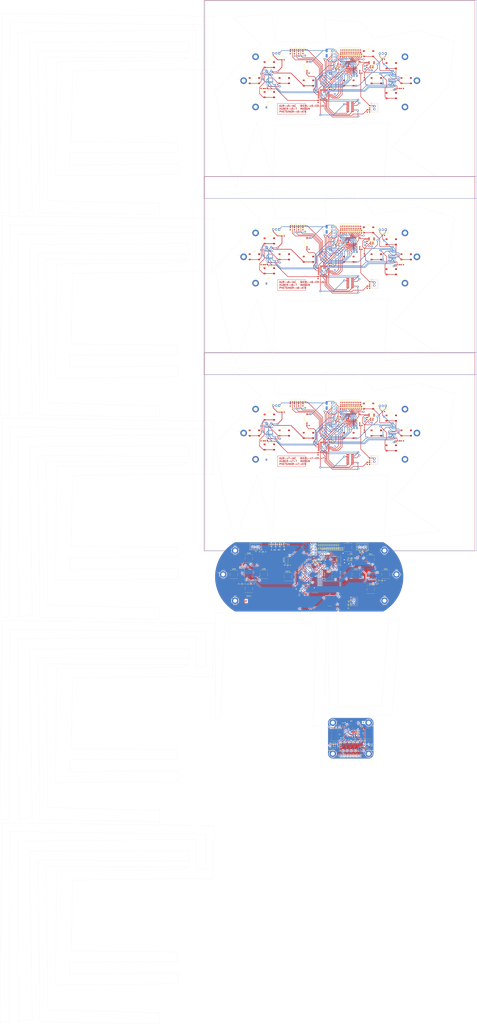
<source format=kicad_pcb>
(kicad_pcb (version 20221018) (generator pcbnew)
  (layers (0 "F.Cu" signal) (31 "B.Cu" signal) (34 "B.Paste" user) (35 "F.Paste" user) (36 "B.SilkS" user "B.Silkscreen") (37 "F.SilkS" user "F.Silkscreen") (38 "B.Mask" user) (39 "F.Mask" user) (44 "Edge.Cuts" user))
  (net 0 "")
  (net 1 "Glob_Alim-v5-")
  (net 2 "GND-v5-")
  (net 3 "POWER-v5-_CHECK-v5-")
  (net 4 "L-v5-i-ion-v5-")
  (net 5 "Net-(C7-Pad1)-v5-")
  (net 6 "Net-(C8-Pad1)-v5-")
  (net 7 "Net-(U3-BP)-v5-")
  (net 8 "Net-(D2-A)-v5-")
  (net 9 "Net-(D3-K)-v5-")
  (net 10 "Net-(D3-A)-v5-")
  (net 11 "Net-(D4-K)-v5-")
  (net 12 "Net-(D4-A)-v5-")
  (net 13 "Net-(D5-K)-v5-")
  (net 14 "Net-(D5-A)-v5-")
  (net 15 "Net-(D6-K)-v5-")
  (net 16 "Net-(D6-A)-v5-")
  (net 17 "Net-(D7-K)-v5-")
  (net 18 "Net-(D7-A)-v5-")
  (net 19 "Net-(D8-K)-v5-")
  (net 20 "Net-(D8-A)-v5-")
  (net 21 "Net-(D9-K)-v5-")
  (net 22 "Net-(D9-A)-v5-")
  (net 23 "Net-(D10-K)-v5-")
  (net 24 "Net-(D10-A)-v5-")
  (net 25 "Net-(D11-K)-v5-")
  (net 26 "Net-(D11-A)-v5-")
  (net 27 "Net-(D12-K)-v5-")
  (net 28 "Net-(D12-A)-v5-")
  (net 29 "Net-(D13-K)-v5-")
  (net 30 "Net-(D13-A)-v5-")
  (net 31 "Net-(D14-K)-v5-")
  (net 32 "Net-(D14-A)-v5-")
  (net 33 "Net-(D15-K)-v5-")
  (net 34 "Net-(D15-A)-v5-")
  (net 35 "Net-(D16-K)-v5-")
  (net 36 "Net-(D16-A)-v5-")
  (net 37 "Net-(D17-K)-v5-")
  (net 38 "Net-(D17-A)-v5-")
  (net 39 "Net-(D18-K)-v5-")
  (net 40 "Net-(D18-A)-v5-")
  (net 43 "SWDIO-v5-")
  (net 44 "SWDCK-v5-")
  (net 48 "R-v5-eset_Buton -v5-")
  (net 49 "USAR-v5-T2_R-v5-X-v5-")
  (net 50 "USAR-v5-T2_TX-v5-")
  (net 51 "R-v5-")
  (net 52 "L-v5-")
  (net 53 "NES{slash}SNES_switcher-v5-")
  (net 54 "DIO{slash}EX_CL-v5-K")
  (net 55 "DIO{slash}EX_SDA-v5-")
  (net 56 "DIODE_OE-v5-")
  (net 57 "Net-(#FL-v5-G05-pwr)")
  (net 58 "A_Button-v5-")
  (net 59 "B_Button-v5-")
  (net 60 "X_Button-v5-")
  (net 61 "Y_Button-v5-")
  (net 62 "UC_Button-v5-")
  (net 63 "Order_Search-v5-")
  (net 64 "L-v5-C_Button")
  (net 65 "R-v5-C_Button")
  (net 66 "DC_Button-v5-")
  (net 67 "ST_Button-v5-")
  (net 68 "SE_Button-v5-")
  (net 73 "Pin_Clock-v5-")
  (net 74 "Digital_Out_Put-v5-")
  (net 75 "MOSI-v5-")
  (net 79 "R-v5-X{slash}TX")
  (net 81 "CSN_nR-v5-F24")
  (net 99 "Glob_Alim-v6-")
  (net 100 "GND-v6-")
  (net 101 "POWER-v6-_CHECK-v6-")
  (net 102 "L-v6-i-ion-v6-")
  (net 103 "Net-(C7-Pad1)-v6-")
  (net 104 "Net-(C8-Pad1)-v6-")
  (net 105 "Net-(U3-BP)-v6-")
  (net 106 "Net-(D2-A)-v6-")
  (net 107 "Net-(D3-K)-v6-")
  (net 108 "Net-(D3-A)-v6-")
  (net 109 "Net-(D4-K)-v6-")
  (net 110 "Net-(D4-A)-v6-")
  (net 111 "Net-(D5-K)-v6-")
  (net 112 "Net-(D5-A)-v6-")
  (net 113 "Net-(D6-K)-v6-")
  (net 114 "Net-(D6-A)-v6-")
  (net 115 "Net-(D7-K)-v6-")
  (net 116 "Net-(D7-A)-v6-")
  (net 117 "Net-(D8-K)-v6-")
  (net 118 "Net-(D8-A)-v6-")
  (net 119 "Net-(D9-K)-v6-")
  (net 120 "Net-(D9-A)-v6-")
  (net 121 "Net-(D10-K)-v6-")
  (net 122 "Net-(D10-A)-v6-")
  (net 123 "Net-(D11-K)-v6-")
  (net 124 "Net-(D11-A)-v6-")
  (net 125 "Net-(D12-K)-v6-")
  (net 126 "Net-(D12-A)-v6-")
  (net 127 "Net-(D13-K)-v6-")
  (net 128 "Net-(D13-A)-v6-")
  (net 129 "Net-(D14-K)-v6-")
  (net 130 "Net-(D14-A)-v6-")
  (net 131 "Net-(D15-K)-v6-")
  (net 132 "Net-(D15-A)-v6-")
  (net 133 "Net-(D16-K)-v6-")
  (net 134 "Net-(D16-A)-v6-")
  (net 135 "Net-(D17-K)-v6-")
  (net 136 "Net-(D17-A)-v6-")
  (net 137 "Net-(D18-K)-v6-")
  (net 138 "Net-(D18-A)-v6-")
  (net 141 "SWDIO-v6-")
  (net 142 "SWDCK-v6-")
  (net 146 "R-v6-eset_Buton -v6-")
  (net 147 "USAR-v6-T2_R-v6-X-v6-")
  (net 148 "USAR-v6-T2_TX-v6-")
  (net 149 "R-v6-")
  (net 150 "L-v6-")
  (net 151 "NES{slash}SNES_switcher-v6-")
  (net 152 "DIO{slash}EX_CL-v6-K")
  (net 153 "DIO{slash}EX_SDA-v6-")
  (net 154 "DIODE_OE-v6-")
  (net 155 "Net-(#FL-v6-G05-pwr)")
  (net 156 "A_Button-v6-")
  (net 157 "B_Button-v6-")
  (net 158 "X_Button-v6-")
  (net 159 "Y_Button-v6-")
  (net 160 "UC_Button-v6-")
  (net 161 "Order_Search-v6-")
  (net 162 "L-v6-C_Button")
  (net 163 "R-v6-C_Button")
  (net 164 "DC_Button-v6-")
  (net 165 "ST_Button-v6-")
  (net 166 "SE_Button-v6-")
  (net 171 "Pin_Clock-v6-")
  (net 172 "Digital_Out_Put-v6-")
  (net 173 "MOSI-v6-")
  (net 177 "R-v6-X{slash}TX")
  (net 179 "CSN_nR-v6-F24")
  (net 197 "Glob_Alim-v7-")
  (net 198 "GND-v7-")
  (net 199 "POWER-v7-_CHECK-v7-")
  (net 200 "L-v7-i-ion-v7-")
  (net 201 "Net-(C7-Pad1)-v7-")
  (net 202 "Net-(C8-Pad1)-v7-")
  (net 203 "Net-(U3-BP)-v7-")
  (net 204 "Net-(D2-A)-v7-")
  (net 205 "Net-(D3-K)-v7-")
  (net 206 "Net-(D3-A)-v7-")
  (net 207 "Net-(D4-K)-v7-")
  (net 208 "Net-(D4-A)-v7-")
  (net 209 "Net-(D5-K)-v7-")
  (net 210 "Net-(D5-A)-v7-")
  (net 211 "Net-(D6-K)-v7-")
  (net 212 "Net-(D6-A)-v7-")
  (net 213 "Net-(D7-K)-v7-")
  (net 214 "Net-(D7-A)-v7-")
  (net 215 "Net-(D8-K)-v7-")
  (net 216 "Net-(D8-A)-v7-")
  (net 217 "Net-(D9-K)-v7-")
  (net 218 "Net-(D9-A)-v7-")
  (net 219 "Net-(D10-K)-v7-")
  (net 220 "Net-(D10-A)-v7-")
  (net 221 "Net-(D11-K)-v7-")
  (net 222 "Net-(D11-A)-v7-")
  (net 223 "Net-(D12-K)-v7-")
  (net 224 "Net-(D12-A)-v7-")
  (net 225 "Net-(D13-K)-v7-")
  (net 226 "Net-(D13-A)-v7-")
  (net 227 "Net-(D14-K)-v7-")
  (net 228 "Net-(D14-A)-v7-")
  (net 229 "Net-(D15-K)-v7-")
  (net 230 "Net-(D15-A)-v7-")
  (net 231 "Net-(D16-K)-v7-")
  (net 232 "Net-(D16-A)-v7-")
  (net 233 "Net-(D17-K)-v7-")
  (net 234 "Net-(D17-A)-v7-")
  (net 235 "Net-(D18-K)-v7-")
  (net 236 "Net-(D18-A)-v7-")
  (net 239 "SWDIO-v7-")
  (net 240 "SWDCK-v7-")
  (net 244 "R-v7-eset_Buton -v7-")
  (net 245 "USAR-v7-T2_R-v7-X-v7-")
  (net 246 "USAR-v7-T2_TX-v7-")
  (net 247 "R-v7-")
  (net 248 "L-v7-")
  (net 249 "NES{slash}SNES_switcher-v7-")
  (net 250 "DIO{slash}EX_CL-v7-K")
  (net 251 "DIO{slash}EX_SDA-v7-")
  (net 252 "DIODE_OE-v7-")
  (net 253 "Net-(#FL-v7-G05-pwr)")
  (net 254 "A_Button-v7-")
  (net 255 "B_Button-v7-")
  (net 256 "X_Button-v7-")
  (net 257 "Y_Button-v7-")
  (net 258 "UC_Button-v7-")
  (net 259 "Order_Search-v7-")
  (net 260 "L-v7-C_Button")
  (net 261 "R-v7-C_Button")
  (net 262 "DC_Button-v7-")
  (net 263 "ST_Button-v7-")
  (net 264 "SE_Button-v7-")
  (net 269 "Pin_Clock-v7-")
  (net 270 "Digital_Out_Put-v7-")
  (net 271 "MOSI-v7-")
  (net 275 "R-v7-X{slash}TX")
  (net 277 "CSN_nR-v7-F24")
  (net 295 "Glob_Alim-v8-")
  (net 296 "GND-v8-")
  (net 297 "POWER-v8-_CHECK-v8-")
  (net 298 "L-v8-i-ion-v8-")
  (net 299 "Net-(C7-Pad1)-v8-")
  (net 300 "Net-(C8-Pad1)-v8-")
  (net 301 "Net-(U3-BP)-v8-")
  (net 302 "Net-(D2-A)-v8-")
  (net 303 "Net-(D3-K)-v8-")
  (net 304 "Net-(D3-A)-v8-")
  (net 305 "Net-(D4-K)-v8-")
  (net 306 "Net-(D4-A)-v8-")
  (net 307 "Net-(D5-K)-v8-")
  (net 308 "Net-(D5-A)-v8-")
  (net 309 "Net-(D6-K)-v8-")
  (net 310 "Net-(D6-A)-v8-")
  (net 311 "Net-(D7-K)-v8-")
  (net 312 "Net-(D7-A)-v8-")
  (net 313 "Net-(D8-K)-v8-")
  (net 314 "Net-(D8-A)-v8-")
  (net 315 "Net-(D9-K)-v8-")
  (net 316 "Net-(D9-A)-v8-")
  (net 317 "Net-(D10-K)-v8-")
  (net 318 "Net-(D10-A)-v8-")
  (net 319 "Net-(D11-K)-v8-")
  (net 320 "Net-(D11-A)-v8-")
  (net 321 "Net-(D12-K)-v8-")
  (net 322 "Net-(D12-A)-v8-")
  (net 323 "Net-(D13-K)-v8-")
  (net 324 "Net-(D13-A)-v8-")
  (net 325 "Net-(D14-K)-v8-")
  (net 326 "Net-(D14-A)-v8-")
  (net 327 "Net-(D15-K)-v8-")
  (net 328 "Net-(D15-A)-v8-")
  (net 329 "Net-(D16-K)-v8-")
  (net 330 "Net-(D16-A)-v8-")
  (net 331 "Net-(D17-K)-v8-")
  (net 332 "Net-(D17-A)-v8-")
  (net 333 "Net-(D18-K)-v8-")
  (net 334 "Net-(D18-A)-v8-")
  (net 337 "SWDIO-v8-")
  (net 338 "SWDCK-v8-")
  (net 342 "R-v8-eset_Buton -v8-")
  (net 343 "USAR-v8-T2_R-v8-X-v8-")
  (net 344 "USAR-v8-T2_TX-v8-")
  (net 345 "R-v8-")
  (net 346 "L-v8-")
  (net 347 "NES{slash}SNES_switcher-v8-")
  (net 348 "DIO{slash}EX_CL-v8-K")
  (net 349 "DIO{slash}EX_SDA-v8-")
  (net 350 "DIODE_OE-v8-")
  (net 351 "Net-(#FL-v8-G05-pwr)")
  (net 352 "A_Button-v8-")
  (net 353 "B_Button-v8-")
  (net 354 "X_Button-v8-")
  (net 355 "Y_Button-v8-")
  (net 356 "UC_Button-v8-")
  (net 357 "Order_Search-v8-")
  (net 358 "L-v8-C_Button")
  (net 359 "R-v8-C_Button")
  (net 360 "DC_Button-v8-")
  (net 361 "ST_Button-v8-")
  (net 362 "SE_Button-v8-")
  (net 367 "Pin_Clock-v8-")
  (net 368 "Digital_Out_Put-v8-")
  (net 369 "MOSI-v8-")
  (net 373 "R-v8-X{slash}TX")
  (net 375 "CSN_nR-v8-F24")
  (net 393 "+5V-v11-")
  (net 394 "GND-v11-")
  (net 395 "+3.3V-v11-")
  (net 396 "Net-(D1-K)-v11-")
  (net 398 "Net-(D3-K)-v11-")
  (net 399 "Status_LED-v11-")
  (net 400 "Data_Clock_SNES-v11-")
  (net 401 "Data_Latch_SNES-v11-")
  (net 402 "Net-(D2-K)-v11-")
  (net 403 "Serial_Data1_SNES-v11-")
  (net 404 "Serial_Data2_SNES-v11-")
  (net 405 "SPI_Chip_Select-v11-")
  (net 406 "Chip_Enable-v11-")
  (net 407 "SPI_Digital_Input-v11-")
  (net 408 "SPI_Clock-v11-")
  (net 409 "SPI_Digital_Output-v11-")
  (net 410 "IOBit_SNES-v11-")
  (net 411 "Data_Clock_STM32-v11-")
  (net 412 "Data_Latch_STM32-v11-")
  (net 413 "Appairing_Btn-v11-")
  (net 414 "Net-(U2-BP)-v11-")
  (net 415 "SWDIO-v11-")
  (net 416 "SWDCK-v11-")
  (net 419 "NRST-v11-")
  (net 420 "USART2_RX-v11-")
  (net 421 "USART2_TX-v11-")
  (net 422 "Serial_Data1_STM32-v11-")
  (net 423 "IOBit_STM32-v11-")
  (net 424 "Serial_Data2_STM32-v11-")
  (footprint "L-v6-ED_SMD:L-v6-ED_0603_1608Metric_Pad1.05x0.95mm_HandSolder" (layer "F.Cu") (at 298.117817 182.77464 -90)
    (fp_text reference "D15")
    (fp_text value "R-v6-1")
  )
  (footprint "R-v8-esistor_SMD:R-v8-_0603_1608Metric_Pad0.98x0.95mm_HandSolder" (layer "F.Cu") (at 233.258069 446.106627 -90)
    (fp_text reference "R-v8-21")
    (fp_text value "1K")
  )
  (footprint "R-v7-esistor_SMD:R-v7-_0603_1608Metric_Pad0.98x0.95mm_HandSolder" (layer "F.Cu") (at 293.242817 326.664349 90)
    (fp_text reference "R-v7-28")
    (fp_text value "1K")
  )
  (footprint "Button_Switch_SMD:SW_SPST_B3S-1000" (layer "F.Cu") (at 213.342817 351.351849)
    (fp_text reference "SW9")
    (fp_text value "SW_Push")
  )
  (footprint "Connector_PinHeader_1.27mm:PinHeader_2x07_P1.27mm_Vertical_SMD" (layer "F.Cu") (at 276.333069 491.571627)
    (fp_text reference "J2")
    (fp_text value "Conn_02x07_Odd_Even")
  )
  (footprint "Button_Switch_SMD:SW_SPST_B3S-1000" (layer "F.Cu") (at 275.208069 471.631627)
    (fp_text reference "SW13")
    (fp_text value "SW_Push")
  )
  (footprint "R-v6-esistor_SMD:R-v6-_0603_1608Metric_Pad0.98x0.95mm_HandSolder" (layer "F.Cu") (at 311.602817 191.65064)
    (fp_text reference "R-v6-3")
    (fp_text value "1K")
  )
  (footprint "Capacitor_SMD:C_0603_1608Metric_Pad1.08x0.95mm_HandSolder" (layer "F.Cu") (at 305.337817 202.45714 -90)
    (fp_text reference "C10")
    (fp_text value "100nF")
  )
  (footprint "Button_Switch_SMD:SW_SPST_B3S-1000" (layer "F.Cu") (at 307.469664 612.11454 180)
    (fp_text reference "SW1")
    (fp_text value "SW_SPST")
  )
  (footprint "Button_Switch_SMD:SW_SPST_B3S-1000" (layer "F.Cu") (at 196.208069 469.631627)
    (fp_text reference "SW9")
    (fp_text value "SW_Push")
  )
  (footprint "MountingHole:MountingHole_3.2mm_M3_DIN965_Pad" (layer "F.Cu") (at 214.342817 78.597431)
    (fp_text reference "H3")
    (fp_text value "MountingHole_Pad")
  )
  (footprint "Resistor_SMD:R_0603_1608Metric_Pad0.98x0.95mm_HandSolder" (layer "F.Cu") (at 282.988414 614.41454)
    (fp_text reference "R3")
    (fp_text value "1k")
  )
  (footprint "Capacitor_SMD:C_0603_1608Metric_Pad1.08x0.95mm_HandSolder" (layer "F.Cu") (at 302.437817 197.67464)
    (fp_text reference "C4")
    (fp_text value "1u")
  )
  (footprint "Button_Switch_SMD:SW_SPST_B3S-1000" (layer "F.Cu") (at 291.708069 447.131627)
    (fp_text reference "SW7")
    (fp_text value "SW_SPST")
  )
  (footprint "L-v7-ED_SMD:L-v7-ED_0603_1608Metric_Pad1.05x0.95mm_HandSolder" (layer "F.Cu") (at 288.467817 330.176849 -90)
    (fp_text reference "D9")
    (fp_text value "G7")
  )
  (footprint "R-v6-esistor_SMD:R-v6-_0603_1608Metric_Pad0.98x0.95mm_HandSolder" (layer "F.Cu") (at 299.242817 179.28714 90)
    (fp_text reference "R-v6-32")
    (fp_text value "1K")
  )
  (footprint "R-v8-esistor_SMD:R-v8-_0603_1608Metric_Pad0.98x0.95mm_HandSolder" (layer "F.Cu") (at 274.608069 444.944127 90)
    (fp_text reference "R-v8-27")
    (fp_text value "1K")
  )
  (footprint "Button_Switch_SMD:SW_SPST_B3S-1000" (layer "F.Cu") (at 327.842817 216.47464)
    (fp_text reference "SW3")
    (fp_text value "SW_Push")
  )
  (footprint "Connector_JST:JST_XH_B3B-XH-A_1x03_P2.50mm_Vertical" (layer "F.Cu") (at 323.246817 328.613849 180)
    (fp_text reference "J4")
    (fp_text value "Conn_01x03")
  )
  (footprint "L-v5-ED_SMD:L-v5-ED_0603_1608Metric_Pad1.05x0.95mm_HandSolder" (layer "F.Cu") (at 251.342817 30.597431)
    (fp_text reference "D5")
    (fp_text value "G3")
  )
  (footprint "Capacitor_SMD:C_0603_1608Metric_Pad1.08x0.95mm_HandSolder" (layer "F.Cu") (at 297.222164 605.55454)
    (fp_text reference "C3")
    (fp_text value "100n")
  )
  (footprint "R-v6-esistor_SMD:R-v6-_0603_1608Metric_Pad0.98x0.95mm_HandSolder" (layer "F.Cu") (at 258.192817 197.67464)
    (fp_text reference "R-v6-1")
    (fp_text value "1K")
  )
  (footprint "R-v7-esistor_SMD:R-v7-_0603_1608Metric_Pad0.98x0.95mm_HandSolder" (layer "F.Cu") (at 287.242817 326.664349 90)
    (fp_text reference "R-v7-24")
    (fp_text value "1K")
  )
  (footprint "Button_Switch_SMD:SW_SPST_B3S-1000" (layer "F.Cu") (at 208.708069 456.331627)
    (fp_text reference "SW6")
    (fp_text value "SW_Push")
  )
  (footprint "Button_Switch_SMD:SW_SPST_B3S-1000" (layer "F.Cu") (at 225.842817 68.297431)
    (fp_text reference "SW11")
    (fp_text value "SW_Push")
  )
  (footprint "Button_Switch_SMD:SW_SPST_B3S-1000" (layer "F.Cu") (at 315.342817 203.97464)
    (fp_text reference "SW5")
    (fp_text value "SW_Push")
  )
  (footprint "MountingHole:MountingHole_3.2mm_M3_DIN965_Pad" (layer "F.Cu") (at 204.342817 351.351849)
    (fp_text reference "H2")
    (fp_text value "MountingHole_Pad")
  )
  (footprint "MountingHole:MountingHole_3.2mm_M3_DIN965_Pad" (layer "F.Cu") (at 339.342817 331.351849)
    (fp_text reference "H4")
    (fp_text value "MountingHole_Pad")
  )
  (footprint "Capacitor_SMD:C_0603_1608Metric_Pad1.08x0.95mm_HandSolder" (layer "F.Cu") (at 286.269664 596.11454 90)
    (fp_text reference "C1")
    (fp_text value "10u")
  )
  (footprint "Capacitor_SMD:C_0603_1608Metric_Pad1.08x0.95mm_HandSolder" (layer "F.Cu") (at 266.644817 368.745849 -90)
    (fp_text reference "C5")
    (fp_text value "100n")
  )
  (footprint "Capacitor_SMD:C_0603_1608Metric_Pad1.08x0.95mm_HandSolder" (layer "F.Cu") (at 223.250793 210.52464)
    (fp_text reference "C8")
    (fp_text value "100nF")
  )
  (footprint "Capacitor_SMD:C_0603_1608Metric_Pad1.08x0.95mm_HandSolder" (layer "F.Cu") (at 307.392817 44.497431 -90)
    (fp_text reference "C9")
    (fp_text value "470p")
  )
  (footprint "R-v7-esistor_SMD:R-v7-_0603_1608Metric_Pad0.98x0.95mm_HandSolder" (layer "F.Cu") (at 288.712817 326.664349 90)
    (fp_text reference "R-v7-25")
    (fp_text value "1K")
  )
  (footprint "R-v8-esistor_SMD:R-v8-_0603_1608Metric_Pad0.98x0.95mm_HandSolder" (layer "F.Cu") (at 280.608069 444.944127 90)
    (fp_text reference "R-v8-31")
    (fp_text value "1K")
  )
  (footprint "R-v5-esistor_SMD:R-v5-_0603_1608Metric_Pad0.98x0.95mm_HandSolder" (layer "F.Cu") (at 288.712817 31.909931 90)
    (fp_text reference "R-v5-25")
    (fp_text value "1K")
  )
  (footprint "R-v7-esistor_SMD:R-v7-_0603_1608Metric_Pad0.98x0.95mm_HandSolder" (layer "F.Cu") (at 219.850793 357.901849 180)
    (fp_text reference "R-v7-7")
    (fp_text value "1k")
  )
  (footprint "Connector_PinHeader_2.54mm:PinHeader_1x07_P2.54mm_Vertical" (layer "F.Cu") (at 286.219664 621.51454 90)
    (fp_text reference "J2")
    (fp_text value "Conn_01x07_Socket")
  )
  (footprint "Button_Switch_SMD:SW_DIP_SPSTx01_Slide_Copal_CHS-01B_W7.62mm_P1.27mm" (layer "F.Cu") (at 301.512817 339.351849 90)
    (fp_text reference "SW1")
    (fp_text value "SW_DIP_x01")
  )
  (footprint "R-v8-esistor_SMD:R-v8-_0603_1608Metric_Pad0.98x0.95mm_HandSolder" (layer "F.Cu") (at 273.108069 444.944127 90)
    (fp_text reference "R-v8-26")
    (fp_text value "1K")
  )
  (footprint "Package_SO:MSOP-8_3x3mm_P0.65mm" (layer "F.Cu") (at 294.208069 454.631627)
    (fp_text reference "U3")
    (fp_text value "MIC5219-3.3YMM")
  )
  (footprint "L-v6-ED_SMD:L-v6-ED_0603_1608Metric_Pad1.05x0.95mm_HandSolder" (layer "F.Cu") (at 302.942817 182.77464 -90)
    (fp_text reference "D18")
    (fp_text value "R-v6-4")
  )
  (footprint "Button_Switch_SMD:SW_DIP_SPSTx01_Slide_Copal_CHS-01B_W7.62mm_P1.27mm" (layer "F.Cu") (at 257.342817 339.351849 90)
    (fp_text reference "SW10")
    (fp_text value "SW_DIP_x01")
  )
  (footprint "R-v5-esistor_SMD:R-v5-_0603_1608Metric_Pad0.98x0.95mm_HandSolder" (layer "F.Cu") (at 246.867817 33.097431 -90)
    (fp_text reference "R-v5-20")
    (fp_text value "1K")
  )
  (footprint "R-v7-esistor_SMD:R-v7-_0603_1608Metric_Pad0.98x0.95mm_HandSolder" (layer "F.Cu") (at 243.367817 327.826849 -90)
    (fp_text reference "R-v7-18")
    (fp_text value "1K")
  )
  (footprint "R-v6-esistor_SMD:R-v6-_0603_1608Metric_Pad0.98x0.95mm_HandSolder" (layer "F.Cu") (at 288.712817 179.28714 90)
    (fp_text reference "R-v6-25")
    (fp_text value "1K")
  )
  (footprint "MountingHole:MountingHole_3.2mm_M3_DIN965_Pad" (layer "F.Cu") (at 339.342817 373.351849)
    (fp_text reference "H6")
    (fp_text value "MountingHole_Pad")
  )
  (footprint "L-v7-ED_SMD:L-v7-ED_0603_1608Metric_Pad1.05x0.95mm_HandSolder" (layer "F.Cu") (at 291.667817 330.176849 -90)
    (fp_text reference "D11")
    (fp_text value "O1")
  )
  (footprint "Button_Switch_SMD:SW_SPST_B3S-1000" (layer "F.Cu") (at 310.708069 482.131627)
    (fp_text reference "SW3")
    (fp_text value "SW_Push")
  )
  (footprint "Package_SO:MSOP-8_3x3mm_P0.65mm" (layer "F.Cu") (at 311.342817 41.597431)
    (fp_text reference "U3")
    (fp_text value "MIC5219-3.3YMM")
  )
  (footprint "Capacitor_SMD:C_0603_1608Metric_Pad1.08x0.95mm_HandSolder" (layer "F.Cu") (at 277.566817 357.823849 -90)
    (fp_text reference "C6")
    (fp_text value "10u")
  )
  (footprint "MountingHole:MountingHole_3.2mm_M3_DIN965_Pad" (layer "F.Cu") (at 322.208069 491.631627)
    (fp_text reference "H6")
    (fp_text value "MountingHole_Pad")
  )
  (footprint "R-v6-esistor_SMD:R-v6-_0603_1608Metric_Pad0.98x0.95mm_HandSolder" (layer "F.Cu") (at 250.392817 180.44964 -90)
    (fp_text reference "R-v6-21")
    (fp_text value "1K")
  )
  (footprint "L-v8-ED_SMD:L-v8-ED_0603_1608Metric_Pad1.05x0.95mm_HandSolder" (layer "F.Cu") (at 268.133069 448.456627 -90)
    (fp_text reference "D7")
    (fp_text value "G5")
  )
  (footprint "L-v8-ED_SMD:L-v8-ED_0603_1608Metric_Pad1.05x0.95mm_HandSolder" (layer "F.Cu") (at 272.933069 448.456627 -90)
    (fp_text reference "D10")
    (fp_text value "G8")
  )
  (footprint "Connector_PinHeader_2.54mm:PinHeader_2x04_P2.54mm_Vertical" (layer "F.Cu") (at 278.542817 326.411849)
    (fp_text reference "U2")
    (fp_text value "nR-v7-F24_Full")
  )
  (footprint "R-v6-esistor_SMD:R-v6-_0603_1608Metric_Pad0.98x0.95mm_HandSolder" (layer "F.Cu") (at 290.242817 179.28714 90)
    (fp_text reference "R-v6-26")
    (fp_text value "1K")
  )
  (footprint "L-v7-ED_SMD:L-v7-ED_0603_1608Metric_Pad1.05x0.95mm_HandSolder" (layer "F.Cu") (at 302.942817 330.151849 -90)
    (fp_text reference "D18")
    (fp_text value "R-v7-4")
  )
  (footprint "R-v8-esistor_SMD:R-v8-_0603_1608Metric_Pad0.98x0.95mm_HandSolder" (layer "F.Cu") (at 241.058069 463.331627)
    (fp_text reference "R-v8-1")
    (fp_text value "1K")
  )
  (footprint "R-v8-esistor_SMD:R-v8-_0603_1608Metric_Pad0.98x0.95mm_HandSolder" (layer "F.Cu") (at 271.578069 444.944127 90)
    (fp_text reference "R-v8-25")
    (fp_text value "1K")
  )
  (footprint "Button_Switch_SMD:SW_SPST_B3S-1000" (layer "F.Cu") (at 292.342817 58.597431)
    (fp_text reference "SW13")
    (fp_text value "SW_Push")
  )
  (footprint "Capacitor_SMD:C_0603_1608Metric_Pad1.08x0.95mm_HandSolder" (layer "F.Cu") (at 333.654841 357.901849 180)
    (fp_text reference "C7")
    (fp_text value "100nF")
  )
  (footprint "Connector_JST:JST_XH_B3B-XH-A_1x03_P2.50mm_Vertical" (layer "F.Cu") (at 306.112069 446.893627 180)
    (fp_text reference "J4")
    (fp_text value "Conn_01x03")
  )
  (footprint "MountingHole:MountingHole_3.2mm_M3_DIN965_Pad" (layer "F.Cu") (at 214.342817 183.97464)
    (fp_text reference "H1")
    (fp_text value "MountingHole_Pad")
  )
  (footprint "Resistor_SMD:R_0603_1608Metric_Pad0.98x0.95mm_HandSolder" (layer "F.Cu") (at 282.988414 612.61454)
    (fp_text reference "R4")
    (fp_text value "1k")
  )
  (footprint "R-v6-esistor_SMD:R-v6-_0603_1608Metric_Pad0.98x0.95mm_HandSolder" (layer "F.Cu") (at 309.742817 225.77464 -90)
    (fp_text reference "R-v6-9")
    (fp_text value "1M")
  )
  (footprint "Package_SO:TSSOP-28_4.4x9.7mm_P0.65mm" (layer "F.Cu") (at 294.076817 43.511431 90)
    (fp_text reference "U4")
    (fp_text value "PCA9685PW")
  )
  (footprint "L-v7-ED_SMD:L-v7-ED_0603_1608Metric_Pad1.05x0.95mm_HandSolder" (layer "F.Cu") (at 244.342817 325.351849)
    (fp_text reference "D3")
    (fp_text value "G1")
  )
  (footprint "L-v5-ED_SMD:L-v5-ED_0603_1608Metric_Pad1.05x0.95mm_HandSolder" (layer "F.Cu") (at 290.067817 35.422431 -90)
    (fp_text reference "D10")
    (fp_text value "G8")
  )
  (footprint "R-v7-esistor_SMD:R-v7-_0603_1608Metric_Pad0.98x0.95mm_HandSolder" (layer "F.Cu") (at 253.942817 327.776849 -90)
    (fp_text reference "R-v7-22")
    (fp_text value "1K")
  )
  (footprint "R-v8-esistor_SMD:R-v8-_0603_1608Metric_Pad0.98x0.95mm_HandSolder" (layer "F.Cu") (at 267.018069 455.731627 180)
    (fp_text reference "R-v8-16")
    (fp_text value "10K")
  )
  (footprint "R-v7-esistor_SMD:R-v7-_0603_1608Metric_Pad0.98x0.95mm_HandSolder" (layer "F.Cu") (at 250.392817 327.826849 -90)
    (fp_text reference "R-v7-21")
    (fp_text value "1K")
  )
  (footprint "R-v8-esistor_SMD:R-v8-_0603_1608Metric_Pad0.98x0.95mm_HandSolder" (layer "F.Cu") (at 277.608069 444.944127 90)
    (fp_text reference "R-v8-29")
    (fp_text value "1K")
  )
  (footprint "MountingHole:MountingHole_3.2mm_M3_DIN965_Pad" (layer "F.Cu") (at 214.342817 373.351849)
    (fp_text reference "H3")
    (fp_text value "MountingHole_Pad")
  )
  (footprint "Connector_PinHeader_1.27mm:PinHeader_2x07_P1.27mm_Vertical_SMD" (layer "F.Cu") (at 307.969664 602.61454 180)
    (fp_text reference "J1")
    (fp_text value "Conn_02x07_Odd_Even")
  )
  (footprint "MountingHole:MountingHole_3.2mm_M3_DIN965_Pad" (layer "F.Cu") (at 187.208069 469.631627)
    (fp_text reference "H2")
    (fp_text value "MountingHole_Pad")
  )
  (footprint "R-v8-esistor_SMD:R-v8-_0603_1608Metric_Pad0.98x0.95mm_HandSolder" (layer "F.Cu") (at 285.108069 444.944127 90)
    (fp_text reference "R-v8-34")
    (fp_text value "1K")
  )
  (footprint "Diode_SMD:D_0603_1608Metric_Pad1.05x0.95mm_HandSolder" (layer "F.Cu") (at 279.488414 610.81454 180)
    (fp_text reference "D1")
    (fp_text value "LED_Small")
  )
  (footprint "Connector_PinHeader_1.27mm:PinHeader_2x07_P1.27mm_Vertical_SMD" (layer "F.Cu") (at 293.467817 78.537431)
    (fp_text reference "J2")
    (fp_text value "Conn_02x07_Odd_Even")
  )
  (footprint "R-v7-esistor_SMD:R-v7-_0603_1608Metric_Pad0.98x0.95mm_HandSolder" (layer "F.Cu") (at 307.742817 376.689349 -90)
    (fp_text reference "R-v7-10")
    (fp_text value "1M")
  )
  (footprint "L-v5-ED_SMD:L-v5-ED_0603_1608Metric_Pad1.05x0.95mm_HandSolder" (layer "F.Cu") (at 302.942817 35.397431 -90)
    (fp_text reference "D18")
    (fp_text value "R-v5-4")
  )
  (footprint "Capacitor_SMD:C_0603_1608Metric_Pad1.08x0.95mm_HandSolder" (layer "F.Cu") (at 258.908069 476.103627 -90)
    (fp_text reference "C3")
    (fp_text value "100n")
  )
  (footprint "Package_QFP:LQFP-32_7x7mm_P0.8mm" (layer "F.Cu") (at 291.819664 601.51454 180)
    (fp_text reference "U1")
    (fp_text value "STM32L412KBTx")
  )
  (footprint "Button_Switch_SMD:SW_SPST_B3S-1000" (layer "F.Cu") (at 225.842817 43.297431)
    (fp_text reference "SW6")
    (fp_text value "SW_Push")
  )
  (footprint "L-v7-ED_SMD:L-v7-ED_0603_1608Metric_Pad1.05x0.95mm_HandSolder" (layer "F.Cu") (at 298.117817 330.151849 -90)
    (fp_text reference "D15")
    (fp_text value "R-v7-1")
  )
  (footprint "R-v7-esistor_SMD:R-v7-_0603_1608Metric_Pad0.98x0.95mm_HandSolder" (layer "F.Cu") (at 290.242817 326.664349 90)
    (fp_text reference "R-v7-26")
    (fp_text value "1K")
  )
  (footprint "L-v6-ED_SMD:L-v6-ED_0603_1608Metric_Pad1.05x0.95mm_HandSolder" (layer "F.Cu") (at 301.317817 182.77464 -90)
    (fp_text reference "D17")
    (fp_text value "R-v6-3")
  )
  (footprint "Button_Switch_SMD:SW_SPST_B3S-1000" (layer "F.Cu") (at 340.342817 203.97464)
    (fp_text reference "SW2")
    (fp_text value "SW_Push")
  )
  (footprint "R-v8-esistor_SMD:R-v8-_0603_1608Metric_Pad0.98x0.95mm_HandSolder" (layer "F.Cu") (at 270.108069 444.944127 90)
    (fp_text reference "R-v8-24")
    (fp_text value "1K")
  )
  (footprint "R-v7-esistor_SMD:R-v7-_0603_1608Metric_Pad0.98x0.95mm_HandSolder" (layer "F.Cu") (at 285.742817 326.664349 90)
    (fp_text reference "R-v7-23")
    (fp_text value "1K")
  )
  (footprint "Button_Switch_SMD:SW_SPST_B3S-1000" (layer "F.Cu") (at 208.708069 481.331627)
    (fp_text reference "SW11")
    (fp_text value "SW_Push")
  )
  (footprint "Button_Switch_SMD:SW_SPST_B3S-1000" (layer "F.Cu") (at 327.842817 363.851849)
    (fp_text reference "SW3")
    (fp_text value "SW_Push")
  )
  (footprint "MountingHole:MountingHole_3.2mm_M3_DIN965_Pad" (layer "F.Cu") (at 214.342817 225.97464)
    (fp_text reference "H3")
    (fp_text value "MountingHole_Pad")
  )
  (footprint "Button_Switch_SMD:SW_SPST_B3S-1000" (layer "F.Cu") (at 340.342817 56.597431)
    (fp_text reference "SW2")
    (fp_text value "SW_Push")
  )
  (footprint "R-v6-esistor_SMD:R-v6-_0603_1608Metric_Pad0.98x0.95mm_HandSolder" (layer "F.Cu") (at 253.942817 180.39964 -90)
    (fp_text reference "R-v6-22")
    (fp_text value "1K")
  )
  (footprint "Button_Switch_SMD:SW_SPST_B3S-1000" (layer "F.Cu") (at 308.842817 181.47464)
    (fp_text reference "SW7")
    (fp_text value "SW_SPST")
  )
  (footprint "R-v5-esistor_SMD:R-v5-_0603_1608Metric_Pad0.98x0.95mm_HandSolder" (layer "F.Cu") (at 297.742817 31.909931 90)
    (fp_text reference "R-v5-31")
    (fp_text value "1K")
  )
  (footprint "R-v6-esistor_SMD:R-v6-_0603_1608Metric_Pad0.98x0.95mm_HandSolder" (layer "F.Cu") (at 307.742817 229.31214 -90)
    (fp_text reference "R-v6-10")
    (fp_text value "1M")
  )
  (footprint "Capacitor_SMD:C_0603_1608Metric_Pad1.08x0.95mm_HandSolder" (layer "F.Cu") (at 288.203069 468.114127 -90)
    (fp_text reference "C10")
    (fp_text value "100nF")
  )
  (footprint "MountingHole:MountingHole_3.2mm_M3_DIN965_Pad" (layer "F.Cu") (at 322.208069 449.631627)
    (fp_text reference "H4")
    (fp_text value "MountingHole_Pad")
  )
  (footprint "L-v6-ED_SMD:L-v6-ED_0603_1608Metric_Pad1.05x0.95mm_HandSolder" (layer "F.Cu") (at 254.842817 177.97464)
    (fp_text reference "D6")
    (fp_text value "G4")
  )
  (footprint "Button_Switch_SMD:SW_SPST_B3S-1000" (layer "F.Cu") (at 213.342817 56.597431)
    (fp_text reference "SW9")
    (fp_text value "SW_Push")
  )
  (footprint "R-v7-esistor_SMD:R-v7-_0603_1608Metric_Pad0.98x0.95mm_HandSolder" (layer "F.Cu") (at 321.342817 333.351849)
    (fp_text reference "R-v7-13")
    (fp_text value "1K")
  )
  (footprint "R-v6-esistor_SMD:R-v6-_0603_1608Metric_Pad0.98x0.95mm_HandSolder" (layer "F.Cu") (at 246.867817 180.47464 -90)
    (fp_text reference "R-v6-20")
    (fp_text value "1K")
  )
  (footprint "R-v7-esistor_SMD:R-v7-_0603_1608Metric_Pad0.98x0.95mm_HandSolder" (layer "F.Cu") (at 258.192817 345.051849)
    (fp_text reference "R-v7-1")
    (fp_text value "1K")
  )
  (footprint "R-v5-esistor_SMD:R-v5-_0603_1608Metric_Pad0.98x0.95mm_HandSolder" (layer "F.Cu") (at 300.742817 31.909931 90)
    (fp_text reference "R-v5-33")
    (fp_text value "1K")
  )
  (footprint "L-v7-ED_SMD:L-v7-ED_0603_1608Metric_Pad1.05x0.95mm_HandSolder" (layer "F.Cu") (at 290.067817 330.176849 -90)
    (fp_text reference "D10")
    (fp_text value "G8")
  )
  (footprint "R-v7-esistor_SMD:R-v7-_0603_1608Metric_Pad0.98x0.95mm_HandSolder" (layer "F.Cu") (at 283.152817 339.951849 180)
    (fp_text reference "R-v7-11")
    (fp_text value "10K")
  )
  (footprint "L-v8-ED_SMD:L-v8-ED_0603_1608Metric_Pad1.05x0.95mm_HandSolder" (layer "F.Cu") (at 280.983069 448.431627 -90)
    (fp_text reference "D15")
    (fp_text value "R-v8-1")
  )
  (footprint "Capacitor_SMD:C_0603_1608Metric_Pad1.08x0.95mm_HandSolder" (layer "F.Cu") (at 302.437817 50.297431)
    (fp_text reference "C4")
    (fp_text value "1u")
  )
  (footprint "R-v5-esistor_SMD:R-v5-_0603_1608Metric_Pad0.98x0.95mm_HandSolder" (layer "F.Cu") (at 282.152817 46.697431)
    (fp_text reference "R-v5-14")
    (fp_text value "10K")
  )
  (footprint "R-v6-esistor_SMD:R-v6-_0603_1608Metric_Pad0.98x0.95mm_HandSolder" (layer "F.Cu") (at 321.342817 185.97464)
    (fp_text reference "R-v6-13")
    (fp_text value "1K")
  )
  (footprint "R-v7-esistor_SMD:R-v7-_0603_1608Metric_Pad0.98x0.95mm_HandSolder" (layer "F.Cu") (at 294.742817 326.664349 90)
    (fp_text reference "R-v7-29")
    (fp_text value "1K")
  )
  (footprint "R-v8-esistor_SMD:R-v8-_0603_1608Metric_Pad0.98x0.95mm_HandSolder" (layer "F.Cu") (at 202.716045 476.181627 180)
    (fp_text reference "R-v8-7")
    (fp_text value "1k")
  )
  (footprint "Capacitor_SMD:C_0603_1608Metric_Pad1.08x0.95mm_HandSolder" (layer "F.Cu") (at 292.608069 494.969127 -90)
    (fp_text reference "C2")
    (fp_text value "1nF")
  )
  (footprint "Button_Switch_SMD:SW_SPST_B3S-1000" (layer "F.Cu") (at 292.342817 205.97464)
    (fp_text reference "SW13")
    (fp_text value "SW_Push")
  )
  (footprint "MountingHole:MountingHole_3.2mm_M3_DIN965_Pad" (layer "F.Cu") (at 339.342817 78.597431)
    (fp_text reference "H6")
    (fp_text value "MountingHole_Pad")
  )
  (footprint "R-v5-esistor_SMD:R-v5-_0603_1608Metric_Pad0.98x0.95mm_HandSolder" (layer "F.Cu") (at 321.342817 38.597431)
    (fp_text reference "R-v5-13")
    (fp_text value "1K")
  )
  (footprint "Capacitor_SMD:C_0603_1608Metric_Pad1.08x0.95mm_HandSolder" (layer "F.Cu") (at 309.742817 376.689349 -90)
    (fp_text reference "C2")
    (fp_text value "1nF")
  )
  (footprint "R-v7-esistor_SMD:R-v7-_0603_1608Metric_Pad0.98x0.95mm_HandSolder" (layer "F.Cu") (at 284.152817 337.451849 180)
    (fp_text reference "R-v7-16")
    (fp_text value "10K")
  )
  (footprint "L-v5-ED_SMD:L-v5-ED_0603_1608Metric_Pad1.05x0.95mm_HandSolder" (layer "F.Cu") (at 296.517817 35.397431 -90)
    (fp_text reference "D14")
    (fp_text value "O4")
  )
  (footprint "Button_Switch_SMD:SW_SPST_B3S-1000" (layer "F.Cu") (at 238.342817 56.597431)
    (fp_text reference "SW8")
    (fp_text value "SW_Push")
  )
  (footprint "R-v6-esistor_SMD:R-v6-_0603_1608Metric_Pad0.98x0.95mm_HandSolder" (layer "F.Cu") (at 293.242817 179.28714 90)
    (fp_text reference "R-v6-28")
    (fp_text value "1K")
  )
  (footprint "Capacitor_SMD:C_0603_1608Metric_Pad1.08x0.95mm_HandSolder" (layer "F.Cu") (at 333.654841 63.147431 180)
    (fp_text reference "C7")
    (fp_text value "100nF")
  )
  (footprint "L-v6-ED_SMD:L-v6-ED_0603_1608Metric_Pad1.05x0.95mm_HandSolder" (layer "F.Cu") (at 290.067817 182.79964 -90)
    (fp_text reference "D10")
    (fp_text value "G8")
  )
  (footprint "L-v5-ED_SMD:L-v5-ED_0603_1608Metric_Pad1.05x0.95mm_HandSolder" (layer "F.Cu") (at 286.866817 35.422431 -90)
    (fp_text reference "D8")
    (fp_text value "G6")
  )
  (footprint "Package_SO:TSSOP-28_4.4x9.7mm_P0.65mm" (layer "F.Cu") (at 294.076817 190.88864 90)
    (fp_text reference "U4")
    (fp_text value "PCA9685PW")
  )
  (footprint "Button_Switch_SMD:SW_DIP_SPSTx01_Slide_Copal_CHS-01B_W7.62mm_P1.27mm" (layer "F.Cu") (at 301.512817 44.597431 90)
    (fp_text reference "SW1")
    (fp_text value "SW_DIP_x01")
  )
  (footprint "MountingHole:MountingHole_3.2mm_M3_DIN965_Pad" (layer "F.Cu") (at 308.969664 593.61454)
    (fp_text reference "H2")
    (fp_text value "MountingHole_Pad")
  )
  (footprint "R-v5-esistor_SMD:R-v5-_0603_1608Metric_Pad0.98x0.95mm_HandSolder" (layer "F.Cu") (at 237.342817 39.097431)
    (fp_text reference "R-v5-2")
    (fp_text value "1K")
  )
  (footprint "L-v7-ED_SMD:L-v7-ED_0603_1608Metric_Pad1.05x0.95mm_HandSolder" (layer "F.Cu") (at 293.302817 330.164349 -90)
    (fp_text reference "D12")
    (fp_text value "O2")
  )
  (footprint "MountingHole:MountingHole_3.2mm_M3_DIN965_Pad" (layer "F.Cu") (at 308.969664 619.61454)
    (fp_text reference "H4")
    (fp_text value "MountingHole_Pad")
  )
  (footprint "R-v7-esistor_SMD:R-v7-_0603_1608Metric_Pad0.98x0.95mm_HandSolder" (layer "F.Cu") (at 300.742817 326.664349 90)
    (fp_text reference "R-v7-33")
    (fp_text value "1K")
  )
  (footprint "L-v8-ED_SMD:L-v8-ED_0603_1608Metric_Pad1.05x0.95mm_HandSolder" (layer "F.Cu") (at 269.732069 448.456627 -90)
    (fp_text reference "D8")
    (fp_text value "G6")
  )
  (footprint "L-v6-ED_SMD:L-v6-ED_0603_1608Metric_Pad1.05x0.95mm_HandSolder" (layer "F.Cu") (at 299.717817 182.77464 -90)
    (fp_text reference "D16")
    (fp_text value "R-v6-2")
  )
  (footprint "R-v7-esistor_SMD:R-v7-_0603_1608Metric_Pad0.98x0.95mm_HandSolder" (layer "F.Cu") (at 302.242817 326.664349 90)
    (fp_text reference "R-v7-34")
    (fp_text value "1K")
  )
  (footprint "L-v8-ED_SMD:L-v8-ED_0603_1608Metric_Pad1.05x0.95mm_HandSolder" (layer "F.Cu") (at 284.183069 448.431627 -90)
    (fp_text reference "D17")
    (fp_text value "R-v8-3")
  )
  (footprint "R-v8-esistor_SMD:R-v8-_0603_1608Metric_Pad0.98x0.95mm_HandSolder" (layer "F.Cu") (at 304.208069 451.631627)
    (fp_text reference "R-v8-13")
    (fp_text value "1K")
  )
  (footprint "R-v5-esistor_SMD:R-v5-_0603_1608Metric_Pad0.98x0.95mm_HandSolder" (layer "F.Cu") (at 296.242817 31.909931 90)
    (fp_text reference "R-v5-30")
    (fp_text value "1K")
  )
  (footprint "R-v8-esistor_SMD:R-v8-_0603_1608Metric_Pad0.98x0.95mm_HandSolder" (layer "F.Cu") (at 266.018069 458.231627 180)
    (fp_text reference "R-v8-11")
    (fp_text value "10K")
  )
  (footprint "L-v6-ED_SMD:L-v6-ED_0603_1608Metric_Pad1.05x0.95mm_HandSolder" (layer "F.Cu") (at 288.467817 182.79964 -90)
    (fp_text reference "D9")
    (fp_text value "G7")
  )
  (footprint "Package_QFP:L-v8-QFP-32_7x7mm_P0.8mm" (layer "F.Cu") (at 254.208069 481.631627 90)
    (fp_text reference "U1")
    (fp_text value "STM32L-v8-412KBTx")
  )
  (footprint "MountingHole:MountingHole_3.2mm_M3_DIN965_Pad" (layer "F.Cu") (at 204.342817 203.97464)
    (fp_text reference "H2")
    (fp_text value "MountingHole_Pad")
  )
  (footprint "Button_Switch_SMD:SW_SPST_B3S-1000" (layer "F.Cu") (at 292.342817 353.351849)
    (fp_text reference "SW13")
    (fp_text value "SW_Push")
  )
  (footprint "Resistor_SMD:R_0603_1608Metric_Pad0.98x0.95mm_HandSolder" (layer "F.Cu") (at 294.389664 594.68454 90)
    (fp_text reference "R2")
    (fp_text value "10k")
  )
  (footprint "Capacitor_SMD:C_0603_1608Metric_Pad1.08x0.95mm_HandSolder" (layer "F.Cu") (at 223.250793 63.147431)
    (fp_text reference "C8")
    (fp_text value "100nF")
  )
  (footprint "L-v5-ED_SMD:L-v5-ED_0603_1608Metric_Pad1.05x0.95mm_HandSolder" (layer "F.Cu") (at 288.467817 35.422431 -90)
    (fp_text reference "D9")
    (fp_text value "G7")
  )
  (footprint "L-v6-ED_SMD:L-v6-ED_0603_1608Metric_Pad1.05x0.95mm_HandSolder" (layer "F.Cu") (at 311.602817 193.17464)
    (fp_text reference "D2")
    (fp_text value "L-v6-ED_Small")
  )
  (footprint "Capacitor_SMD:C_0603_1608Metric_Pad1.08x0.95mm_HandSolder" (layer "F.Cu") (at 276.042817 210.44664 -90)
    (fp_text reference "C3")
    (fp_text value "100n")
  )
  (footprint "L-v5-ED_SMD:L-v5-ED_0603_1608Metric_Pad1.05x0.95mm_HandSolder" (layer "F.Cu") (at 311.602817 45.797431)
    (fp_text reference "D2")
    (fp_text value "L-v5-ED_Small")
  )
  (footprint "Button_Switch_SMD:SW_SPST_B3S-1000" (layer "F.Cu") (at 238.342817 203.97464)
    (fp_text reference "SW8")
    (fp_text value "SW_Push")
  )
  (footprint "MountingHole:MountingHole_3.2mm_M3_DIN965_Pad" (layer "F.Cu") (at 214.342817 331.351849)
    (fp_text reference "H1")
    (fp_text value "MountingHole_Pad")
  )
  (footprint "L-v6-ED_SMD:L-v6-ED_0603_1608Metric_Pad1.05x0.95mm_HandSolder" (layer "F.Cu") (at 251.342817 177.97464)
    (fp_text reference "D5")
    (fp_text value "G3")
  )
  (footprint "Button_Switch_SMD:SW_SPST_B3S-1000" (layer "F.Cu") (at 315.342817 351.351849)
    (fp_text reference "SW5")
    (fp_text value "SW_Push")
  )
  (footprint "R-v5-esistor_SMD:R-v5-_0603_1608Metric_Pad0.98x0.95mm_HandSolder" (layer "F.Cu") (at 284.152817 42.697431 180)
    (fp_text reference "R-v5-16")
    (fp_text value "10K")
  )
  (footprint "Connector_JST:JST_XH_B3B-XH-A_1x03_P2.50mm_Vertical" (layer "F.Cu") (at 234.092817 328.376849 180)
    (fp_text reference "J3")
    (fp_text value "Conn_01x03")
  )
  (footprint "R-v6-esistor_SMD:R-v6-_0603_1608Metric_Pad0.98x0.95mm_HandSolder" (layer "F.Cu") (at 287.242817 179.28714 90)
    (fp_text reference "R-v6-24")
    (fp_text value "1K")
  )
  (footprint "Button_Switch_SMD:SW_SPST_B3S-1000" (layer "F.Cu") (at 238.342817 351.351849)
    (fp_text reference "SW8")
    (fp_text value "SW_Push")
  )
  (footprint "R-v8-esistor_SMD:R-v8-_0603_1608Metric_Pad0.98x0.95mm_HandSolder" (layer "F.Cu") (at 276.108069 444.944127 90)
    (fp_text reference "R-v8-28")
    (fp_text value "1K")
  )
  (footprint "R-v5-esistor_SMD:R-v5-_0603_1608Metric_Pad0.98x0.95mm_HandSolder" (layer "F.Cu") (at 294.742817 31.909931 90)
    (fp_text reference "R-v5-29")
    (fp_text value "1K")
  )
  (footprint "R-v8-esistor_SMD:R-v8-_0603_1608Metric_Pad0.98x0.95mm_HandSolder" (layer "F.Cu") (at 220.208069 452.131627)
    (fp_text reference "R-v8-2")
    (fp_text value "1K")
  )
  (footprint "Connector_PinHeader_1.27mm:PinHeader_2x07_P1.27mm_Vertical_SMD" (layer "F.Cu") (at 293.467817 373.291849)
    (fp_text reference "J2")
    (fp_text value "Conn_02x07_Odd_Even")
  )
  (footprint "L-v8-ED_SMD:L-v8-ED_0603_1608Metric_Pad1.05x0.95mm_HandSolder" (layer "F.Cu") (at 274.533069 448.456627 -90)
    (fp_text reference "D11")
    (fp_text value "O1")
  )
  (footprint "R-v7-esistor_SMD:R-v7-_0603_1608Metric_Pad0.98x0.95mm_HandSolder" (layer "F.Cu") (at 246.867817 327.851849 -90)
    (fp_text reference "R-v7-20")
    (fp_text value "1K")
  )
  (footprint "Package_SO:MSOP-8_3x3mm_P0.65mm" (layer "F.Cu") (at 311.342817 336.351849)
    (fp_text reference "U3")
    (fp_text value "MIC5219-3.3YMM")
  )
  (footprint "L-v8-ED_SMD:L-v8-ED_0603_1608Metric_Pad1.05x0.95mm_HandSolder" (layer "F.Cu") (at 294.468069 458.831627)
    (fp_text reference "D2")
    (fp_text value "L-v8-ED_Small")
  )
  (footprint "R-v8-esistor_SMD:R-v8-_0603_1608Metric_Pad0.98x0.95mm_HandSolder" (layer "F.Cu") (at 292.608069 491.431627 -90)
    (fp_text reference "R-v8-9")
    (fp_text value "1M")
  )
  (footprint "Button_Switch_SMD:SW_SPST_B3S-1000" (layer "F.Cu") (at 327.842817 69.097431)
    (fp_text reference "SW3")
    (fp_text value "SW_Push")
  )
  (footprint "Capacitor_SMD:C_0603_1608Metric_Pad1.08x0.95mm_HandSolder" (layer "F.Cu") (at 276.042817 63.069431 -90)
    (fp_text reference "C3")
    (fp_text value "100n")
  )
  (footprint "Diode_SMD:D_0603_1608Metric_Pad1.05x0.95mm_HandSolder" (layer "F.Cu") (at 279.488414 612.61454 180)
    (fp_text reference "D3")
    (fp_text value "LED")
  )
  (footprint "Button_Switch_SMD:SW_SPST_B3S-1000" (layer "F.Cu") (at 310.708069 457.131627)
    (fp_text reference "SW4")
    (fp_text value "SW_Push")
  )
  (footprint "Capacitor_SMD:C_0603_1608Metric_Pad1.08x0.95mm_HandSolder" (layer "F.Cu") (at 305.337817 349.834349 -90)
    (fp_text reference "C10")
    (fp_text value "100nF")
  )
  (footprint "MountingHole:MountingHole_3.2mm_M3_DIN965_Pad" (layer "F.Cu") (at 349.342817 351.351849)
    (fp_text reference "H5")
    (fp_text value "MountingHole_Pad")
  )
  (footprint "Button_Switch_SMD:SW_SPST_B3S-1000" (layer "F.Cu") (at 258.552817 58.597431)
    (fp_text reference "SW12")
    (fp_text value "SW_Push")
  )
  (footprint "Connector_JST:JST_XH_B3B-XH-A_1x03_P2.50mm_Vertical" (layer "F.Cu") (at 234.092817 180.99964 180)
    (fp_text reference "J3")
    (fp_text value "Conn_01x03")
  )
  (footprint "Button_Switch_SMD:SW_SPST_B3S-1000" (layer "F.Cu") (at 221.208069 469.631627)
    (fp_text reference "SW8")
    (fp_text value "SW_Push")
  )
  (footprint "Capacitor_SMD:C_0603_1608Metric_Pad1.08x0.95mm_HandSolder" (layer "F.Cu") (at 260.432069 476.103627 -90)
    (fp_text reference "C6")
    (fp_text value "10u")
  )
  (footprint "R-v7-esistor_SMD:R-v7-_0603_1608Metric_Pad0.98x0.95mm_HandSolder" (layer "F.Cu") (at 291.742817 326.664349 90)
    (fp_text reference "R-v7-27")
    (fp_text value "1K")
  )
  (footprint "R-v6-esistor_SMD:R-v6-_0603_1608Metric_Pad0.98x0.95mm_HandSolder" (layer "F.Cu") (at 297.742817 179.28714 90)
    (fp_text reference "R-v6-31")
    (fp_text value "1K")
  )
  (footprint "L-v5-ED_SMD:L-v5-ED_0603_1608Metric_Pad1.05x0.95mm_HandSolder" (layer "F.Cu") (at 299.717817 35.397431 -90)
    (fp_text reference "D16")
    (fp_text value "R-v5-2")
  )
  (footprint "R-v7-esistor_SMD:R-v7-_0603_1608Metric_Pad0.98x0.95mm_HandSolder" (layer "F.Cu") (at 282.152817 341.451849)
    (fp_text reference "R-v7-14")
    (fp_text value "10K")
  )
  (footprint "R-v6-esistor_SMD:R-v6-_0603_1608Metric_Pad0.98x0.95mm_HandSolder" (layer "F.Cu") (at 283.152817 192.57464 180)
    (fp_text reference "R-v6-11")
    (fp_text value "10K")
  )
  (footprint "Button_Switch_SMD:SW_SPST_B3S-1000" (layer "F.Cu") (at 308.842817 328.851849)
    (fp_text reference "SW7")
    (fp_text value "SW_SPST")
  )
  (footprint "R-v6-esistor_SMD:R-v6-_0603_1608Metric_Pad0.98x0.95mm_HandSolder" (layer "F.Cu") (at 302.242817 179.28714 90)
    (fp_text reference "R-v6-34")
    (fp_text value "1K")
  )
  (footprint "R-v8-esistor_SMD:R-v8-_0603_1608Metric_Pad0.98x0.95mm_HandSolder" (layer "F.Cu") (at 320.020093 476.181627)
    (fp_text reference "R-v8-4")
    (fp_text value "1k")
  )
  (footprint "Capacitor_SMD:C_0603_1608Metric_Pad1.08x0.95mm_HandSolder" (layer "F.Cu") (at 249.510069 487.025627 -90)
    (fp_text reference "C5")
    (fp_text value "100n")
  )
  (footprint "R-v6-esistor_SMD:R-v6-_0603_1608Metric_Pad0.98x0.95mm_HandSolder" (layer "F.Cu") (at 291.742817 179.28714 90)
    (fp_text reference "R-v6-27")
    (fp_text value "1K")
  )
  (footprint "L-v6-ED_SMD:L-v6-ED_0603_1608Metric_Pad1.05x0.95mm_HandSolder" (layer "F.Cu") (at 294.917817 182.77464 -90)
    (fp_text reference "D13")
    (fp_text value "O3")
  )
  (footprint "R-v6-esistor_SMD:R-v6-_0603_1608Metric_Pad0.98x0.95mm_HandSolder" (layer "F.Cu") (at 282.152817 194.07464)
    (fp_text reference "R-v6-14")
    (fp_text value "10K")
  )
  (footprint "R-v6-esistor_SMD:R-v6-_0603_1608Metric_Pad0.98x0.95mm_HandSolder" (layer "F.Cu") (at 243.367817 180.44964 -90)
    (fp_text reference "R-v6-18")
    (fp_text value "1K")
  )
  (footprint "L-v7-ED_SMD:L-v7-ED_0603_1608Metric_Pad1.05x0.95mm_HandSolder" (layer "F.Cu") (at 285.267817 330.176849 -90)
    (fp_text reference "D7")
    (fp_text value "G5")
  )
  (footprint "Capacitor_SMD:C_0603_1608Metric_Pad1.08x0.95mm_HandSolder" (layer "F.Cu") (at 302.437817 345.051849)
    (fp_text reference "C4")
    (fp_text value "1u")
  )
  (footprint "L-v5-ED_SMD:L-v5-ED_0603_1608Metric_Pad1.05x0.95mm_HandSolder" (layer "F.Cu") (at 247.842817 30.597431)
    (fp_text reference "D4")
    (fp_text value "G2")
  )
  (footprint "R-v6-esistor_SMD:R-v6-_0603_1608Metric_Pad0.98x0.95mm_HandSolder" (layer "F.Cu") (at 300.742817 179.28714 90)
    (fp_text reference "R-v6-33")
    (fp_text value "1K")
  )
  (footprint "R-v6-esistor_SMD:R-v6-_0603_1608Metric_Pad0.98x0.95mm_HandSolder" (layer "F.Cu") (at 296.242817 179.28714 90)
    (fp_text reference "R-v6-30")
    (fp_text value "1K")
  )
  (footprint "L-v5-ED_SMD:L-v5-ED_0603_1608Metric_Pad1.05x0.95mm_HandSolder" (layer "F.Cu") (at 285.267817 35.422431 -90)
    (fp_text reference "D7")
    (fp_text value "G5")
  )
  (footprint "L-v6-ED_SMD:L-v6-ED_0603_1608Metric_Pad1.05x0.95mm_HandSolder" (layer "F.Cu") (at 244.342817 177.97464)
    (fp_text reference "D3")
    (fp_text value "G1")
  )
  (footprint "Button_Switch_SMD:SW_SPST_B3S-1000" (layer "F.Cu") (at 327.842817 191.47464)
    (fp_text reference "SW4")
    (fp_text value "SW_Push")
  )
  (footprint "Button_Switch_SMD:SW_SPST_B3S-1000" (layer "F.Cu") (at 225.842817 215.67464)
    (fp_text reference "SW11")
    (fp_text value "SW_Push")
  )
  (footprint "Connector_PinHeader_2.54mm:PinHeader_2x04_P2.54mm_Vertical" (layer "F.Cu") (at 261.408069 444.691627)
    (fp_text reference "U2")
    (fp_text value "nR-v8-F24_Full")
  )
  (footprint "Button_Switch_SMD:SW_SPST_B3S-1000" (layer "F.Cu") (at 258.552817 205.97464)
    (fp_text reference "SW12")
    (fp_text value "SW_Push")
  )
  (footprint "Capacitor_SMD:C_0603_1608Metric_Pad1.08x0.95mm_HandSolder" (layer "F.Cu") (at 333.654841 210.52464 180)
    (fp_text reference "C7")
    (fp_text value "100nF")
  )
  (footprint "R-v5-esistor_SMD:R-v5-_0603_1608Metric_Pad0.98x0.95mm_HandSolder" (layer "F.Cu") (at 299.242817 31.909931 90)
    (fp_text reference "R-v5-32")
    (fp_text value "1K")
  )
  (footprint "Button_Switch_SMD:SW_DIP_SPSTx01_Slide_Copal_CHS-01B_W7.62mm_P1.27mm" (layer "F.Cu") (at 240.208069 457.631627 90)
    (fp_text reference "SW10")
    (fp_text value "SW_DIP_x01")
  )
  (footprint "R-v5-esistor_SMD:R-v5-_0603_1608Metric_Pad0.98x0.95mm_HandSolder" (layer "F.Cu") (at 285.742817 31.909931 90)
    (fp_text reference "R-v5-23")
    (fp_text value "1K")
  )
  (footprint "Package_QFP:L-v7-QFP-32_7x7mm_P0.8mm" (layer "F.Cu") (at 271.342817 363.351849 90)
    (fp_text reference "U1")
    (fp_text value "STM32L-v7-412KBTx")
  )
  (footprint "Connector_JST:JST_XH_B3B-XH-A_1x03_P2.50mm_Vertical" (layer "F.Cu") (at 234.092817 33.622431 180)
    (fp_text reference "J3")
    (fp_text value "Conn_01x03")
  )
  (footprint "R-v8-esistor_SMD:R-v8-_0603_1608Metric_Pad0.98x0.95mm_HandSolder" (layer "F.Cu") (at 290.608069 494.969127 -90)
    (fp_text reference "R-v8-10")
    (fp_text value "1M")
  )
  (footprint "R-v6-esistor_SMD:R-v6-_0603_1608Metric_Pad0.98x0.95mm_HandSolder" (layer "F.Cu") (at 337.154841 210.52464)
    (fp_text reference "R-v6-4")
    (fp_text value "1k")
  )
  (footprint "R-v5-esistor_SMD:R-v5-_0603_1608Metric_Pad0.98x0.95mm_HandSolder" (layer "F.Cu") (at 243.367817 33.072431 -90)
    (fp_text reference "R-v5-18")
    (fp_text value "1K")
  )
  (footprint "L-v5-ED_SMD:L-v5-ED_0603_1608Metric_Pad1.05x0.95mm_HandSolder" (layer "F.Cu") (at 294.917817 35.397431 -90)
    (fp_text reference "D13")
    (fp_text value "O3")
  )
  (footprint "R-v5-esistor_SMD:R-v5-_0603_1608Metric_Pad0.98x0.95mm_HandSolder" (layer "F.Cu") (at 253.942817 33.022431 -90)
    (fp_text reference "R-v5-22")
    (fp_text value "1K")
  )
  (footprint "R-v5-esistor_SMD:R-v5-_0603_1608Metric_Pad0.98x0.95mm_HandSolder" (layer "F.Cu") (at 250.392817 33.072431 -90)
    (fp_text reference "R-v5-21")
    (fp_text value "1K")
  )
  (footprint "MountingHole:MountingHole_3.2mm_M3_DIN965_Pad" (layer "F.Cu") (at 339.342817 36.597431)
    (fp_text reference "H4")
    (fp_text value "MountingHole_Pad")
  )
  (footprint "Diode_SMD:D_0603_1608Metric_Pad1.05x0.95mm_HandSolder" (layer "F.Cu") (at 279.488414 614.41454 180)
    (fp_text reference "D2")
    (fp_text value "LED_Small")
  )
  (footprint "R-v7-esistor_SMD:R-v7-_0603_1608Metric_Pad0.98x0.95mm_HandSolder" (layer "F.Cu") (at 296.242817 326.664349 90)
    (fp_text reference "R-v7-30")
    (fp_text value "1K")
  )
  (footprint "Connector_JST:JST_XH_B3B-XH-A_1x03_P2.50mm_Vertical" (layer "F.Cu") (at 323.246817 181.23664 180)
    (fp_text reference "J4")
    (fp_text value "Conn_01x03")
  )
  (footprint "Capacitor_SMD:C_0603_1608Metric_Pad1.08x0.95mm_HandSolder" (layer "F.Cu") (at 309.742817 229.31214 -90)
    (fp_text reference "C2")
    (fp_text value "1nF")
  )
  (footprint "L-v5-ED_SMD:L-v5-ED_0603_1608Metric_Pad1.05x0.95mm_HandSolder" (layer "F.Cu") (at 293.302817 35.409931 -90)
    (fp_text reference "D12")
    (fp_text value "O2")
  )
  (footprint "MountingHole:MountingHole_3.2mm_M3_DIN965_Pad" (layer "F.Cu") (at 278.969664 593.61454)
    (fp_text reference "H1")
    (fp_text value "MountingHole_Pad")
  )
  (footprint "L-v6-ED_SMD:L-v6-ED_0603_1608Metric_Pad1.05x0.95mm_HandSolder" (layer "F.Cu") (at 247.842817 177.97464)
    (fp_text reference "D4")
    (fp_text value "G2")
  )
  (footprint "MountingHole:MountingHole_3.2mm_M3_DIN965_Pad" (layer "F.Cu") (at 197.208069 449.631627)
    (fp_text reference "H1")
    (fp_text value "MountingHole_Pad")
  )
  (footprint "MountingHole:MountingHole_3.2mm_M3_DIN965_Pad" (layer "F.Cu") (at 278.969664 619.61454)
    (fp_text reference "H3")
    (fp_text value "MountingHole_Pad")
  )
  (footprint "Button_Switch_SMD:SW_SPST_B3S-1000" (layer "F.Cu") (at 258.552817 353.351849)
    (fp_text reference "SW12")
    (fp_text value "SW_Push")
  )
  (footprint "R-v7-esistor_SMD:R-v7-_0603_1608Metric_Pad0.98x0.95mm_HandSolder" (layer "F.Cu") (at 299.242817 326.664349 90)
    (fp_text reference "R-v7-32")
    (fp_text value "1K")
  )
  (footprint "R-v7-esistor_SMD:R-v7-_0603_1608Metric_Pad0.98x0.95mm_HandSolder" (layer "F.Cu") (at 309.742817 373.151849 -90)
    (fp_text reference "R-v7-9")
    (fp_text value "1M")
  )
  (footprint "MountingHole:MountingHole_3.2mm_M3_DIN965_Pad" (layer "F.Cu") (at 349.342817 56.597431)
    (fp_text reference "H5")
    (fp_text value "MountingHole_Pad")
  )
  (footprint "Button_Switch_SMD:SW_DIP_SPSTx01_Slide_Copal_CHS-01B_W7.62mm_P1.27mm" (layer "F.Cu") (at 257.342817 44.597431 90)
    (fp_text reference "SW10")
    (fp_text value "SW_DIP_x01")
  )
  (footprint "Resistor_SMD:R_0603_1608Metric_Pad0.98x0.95mm_HandSolder" (layer "F.Cu") (at 282.988414 610.81454)
    (fp_text reference "R1")
    (fp_text value "1k")
  )
  (footprint "L-v7-ED_SMD:L-v7-ED_0603_1608Metric_Pad1.05x0.95mm_HandSolder" (layer "F.Cu") (at 247.842817 325.351849)
    (fp_text reference "D4")
    (fp_text value "G2")
  )
  (footprint "R-v8-esistor_SMD:R-v8-_0603_1608Metric_Pad0.98x0.95mm_HandSolder" (layer "F.Cu") (at 226.233069 446.106627 -90)
    (fp_text reference "R-v8-18")
    (fp_text value "1K")
  )
  (footprint "L-v8-ED_SMD:L-v8-ED_0603_1608Metric_Pad1.05x0.95mm_HandSolder" (layer "F.Cu") (at 237.708069 443.631627)
    (fp_text reference "D6")
    (fp_text value "G4")
  )
  (footprint "R-v7-esistor_SMD:R-v7-_0603_1608Metric_Pad0.98x0.95mm_HandSolder" (layer "F.Cu") (at 237.342817 333.851849)
    (fp_text reference "R-v7-2")
    (fp_text value "1K")
  )
  (footprint "Capacitor_SMD:C_0603_1608Metric_Pad1.08x0.95mm_HandSolder" (layer "F.Cu") (at 305.337817 55.079931 -90)
    (fp_text reference "C10")
    (fp_text value "100nF")
  )
  (footprint "Connector_PinHeader_2.54mm:PinHeader_2x04_P2.54mm_Vertical" (layer "F.Cu") (at 278.542817 31.657431)
    (fp_text reference "U2")
    (fp_text value "nR-v5-F24_Full")
  )
  (footprint "R-v6-esistor_SMD:R-v6-_0603_1608Metric_Pad0.98x0.95mm_HandSolder" (layer "F.Cu") (at 285.742817 179.28714 90)
    (fp_text reference "R-v6-23")
    (fp_text value "1K")
  )
  (footprint "MountingHole:MountingHole_3.2mm_M3_DIN965_Pad" (layer "F.Cu") (at 339.342817 225.97464)
    (fp_text reference "H6")
    (fp_text value "MountingHole_Pad")
  )
  (footprint "L-v5-ED_SMD:L-v5-ED_0603_1608Metric_Pad1.05x0.95mm_HandSolder" (layer "F.Cu") (at 301.317817 35.397431 -90)
    (fp_text reference "D17")
    (fp_text value "R-v5-3")
  )
  (footprint "Button_Switch_SMD:SW_SPST_B3S-1000" (layer "F.Cu") (at 340.342817 351.351849)
    (fp_text reference "SW2")
    (fp_text value "SW_Push")
  )
  (footprint "R-v6-esistor_SMD:R-v6-_0603_1608Metric_Pad0.98x0.95mm_HandSolder" (layer "F.Cu") (at 294.742817 179.28714 90)
    (fp_text reference "R-v6-29")
    (fp_text value "1K")
  )
  (footprint "L-v6-ED_SMD:L-v6-ED_0603_1608Metric_Pad1.05x0.95mm_HandSolder" (layer "F.Cu") (at 296.517817 182.77464 -90)
    (fp_text reference "D14")
    (fp_text value "O4")
  )
  (footprint "L-v5-ED_SMD:L-v5-ED_0603_1608Metric_Pad1.05x0.95mm_HandSolder" (layer "F.Cu") (at 291.667817 35.422431 -90)
    (fp_text reference "D11")
    (fp_text value "O1")
  )
  (footprint "R-v8-esistor_SMD:R-v8-_0603_1608Metric_Pad0.98x0.95mm_HandSolder" (layer "F.Cu") (at 282.108069 444.944127 90)
    (fp_text reference "R-v8-32")
    (fp_text value "1K")
  )
  (footprint "R-v8-esistor_SMD:R-v8-_0603_1608Metric_Pad0.98x0.95mm_HandSolder" (layer "F.Cu") (at 294.468069 457.307627)
    (fp_text reference "R-v8-3")
    (fp_text value "1K")
  )
  (footprint "Capacitor_SMD:C_0603_1608Metric_Pad1.08x0.95mm_HandSolder" (layer "F.Cu") (at 285.303069 463.331627)
    (fp_text reference "C4")
    (fp_text value "1u")
  )
  (footprint "R-v6-esistor_SMD:R-v6-_0603_1608Metric_Pad0.98x0.95mm_HandSolder" (layer "F.Cu") (at 284.152817 190.07464 180)
    (fp_text reference "R-v6-16")
    (fp_text value "10K")
  )
  (footprint "Button_Switch_SMD:SW_DIP_SPSTx01_Slide_Copal_CHS-01B_W7.62mm_P1.27mm" (layer "F.Cu") (at 257.342817 191.97464 90)
    (fp_text reference "SW10")
    (fp_text value "SW_DIP_x01")
  )
  (footprint "R-v7-esistor_SMD:R-v7-_0603_1608Metric_Pad0.98x0.95mm_HandSolder" (layer "F.Cu") (at 311.602817 339.027849)
    (fp_text reference "R-v7-3")
    (fp_text value "1K")
  )
  (footprint "L-v5-ED_SMD:L-v5-ED_0603_1608Metric_Pad1.05x0.95mm_HandSolder" (layer "F.Cu") (at 244.342817 30.597431)
    (fp_text reference "D3")
    (fp_text value "G1")
  )
  (footprint "Capacitor_SMD:C_0603_1608Metric_Pad1.08x0.95mm_HandSolder" (layer "F.Cu") (at 297.729664 599.86454 90)
    (fp_text reference "C5")
    (fp_text value "100n")
  )
  (footprint "MountingHole:MountingHole_3.2mm_M3_DIN965_Pad" (layer "F.Cu") (at 214.342817 36.597431)
    (fp_text reference "H1")
    (fp_text value "MountingHole_Pad")
  )
  (footprint "Button_Switch_SMD:SW_SPST_B3S-1000" (layer "F.Cu") (at 308.842817 34.097431)
    (fp_text reference "SW7")
    (fp_text value "SW_SPST")
  )
  (footprint "R-v8-esistor_SMD:R-v8-_0603_1608Metric_Pad0.98x0.95mm_HandSolder" (layer "F.Cu") (at 265.018069 459.731627)
    (fp_text reference "R-v8-14")
    (fp_text value "10K")
  )
  (footprint "L-v8-ED_SMD:L-v8-ED_0603_1608Metric_Pad1.05x0.95mm_HandSolder" (layer "F.Cu") (at 282.583069 448.431627 -90)
    (fp_text reference "D16")
    (fp_text value "R-v8-2")
  )
  (footprint "Capacitor_SMD:C_0603_1608Metric_Pad1.08x0.95mm_HandSolder" (layer "F.Cu") (at 266.644817 221.36864 -90)
    (fp_text reference "C5")
    (fp_text value "100n")
  )
  (footprint "L-v8-ED_SMD:L-v8-ED_0603_1608Metric_Pad1.05x0.95mm_HandSolder" (layer "F.Cu") (at 234.208069 443.631627)
    (fp_text reference "D5")
    (fp_text value "G3")
  )
  (footprint "Capacitor_SMD:C_0603_1608Metric_Pad1.08x0.95mm_HandSolder" (layer "F.Cu") (at 277.566817 63.069431 -90)
    (fp_text reference "C6")
    (fp_text value "10u")
  )
  (footprint "Capacitor_SMD:C_0603_1608Metric_Pad1.08x0.95mm_HandSolder" (layer "F.Cu") (at 307.392817 339.251849 -90)
    (fp_text reference "C9")
    (fp_text value "470p")
  )
  (footprint "L-v8-ED_SMD:L-v8-ED_0603_1608Metric_Pad1.05x0.95mm_HandSolder" (layer "F.Cu") (at 276.168069 448.444127 -90)
    (fp_text reference "D12")
    (fp_text value "O2")
  )
  (footprint "Button_Switch_SMD:SW_SPST_B3S-1000" (layer "F.Cu") (at 213.342817 203.97464)
    (fp_text reference "SW9")
    (fp_text value "SW_Push")
  )
  (footprint "Capacitor_SMD:C_0603_1608Metric_Pad1.08x0.95mm_HandSolder" (layer "F.Cu") (at 287.769664 596.11454 90)
    (fp_text reference "C4")
    (fp_text value "100n")
  )
  (footprint "R-v5-esistor_SMD:R-v5-_0603_1608Metric_Pad0.98x0.95mm_HandSolder" (layer "F.Cu") (at 337.154841 63.147431)
    (fp_text reference "R-v5-4")
    (fp_text value "1k")
  )
  (footprint "L-v8-ED_SMD:L-v8-ED_0603_1608Metric_Pad1.05x0.95mm_HandSolder" (layer "F.Cu") (at 271.333069 448.456627 -90)
    (fp_text reference "D9")
    (fp_text value "G7")
  )
  (footprint "R-v5-esistor_SMD:R-v5-_0603_1608Metric_Pad0.98x0.95mm_HandSolder" (layer "F.Cu") (at 307.742817 81.934931 -90)
    (fp_text reference "R-v5-10")
    (fp_text value "1M")
  )
  (footprint "L-v7-ED_SMD:L-v7-ED_0603_1608Metric_Pad1.05x0.95mm_HandSolder" (layer "F.Cu") (at 299.717817 330.151849 -90)
    (fp_text reference "D16")
    (fp_text value "R-v7-2")
  )
  (footprint "L-v6-ED_SMD:L-v6-ED_0603_1608Metric_Pad1.05x0.95mm_HandSolder" (layer "F.Cu") (at 285.267817 182.79964 -90)
    (fp_text reference "D7")
    (fp_text value "G5")
  )
  (footprint "Button_Switch_SMD:SW_SPST_B3S-1000" (layer "F.Cu") (at 315.342817 56.597431)
    (fp_text reference "SW5")
    (fp_text value "SW_Push")
  )
  (footprint "L-v8-ED_SMD:L-v8-ED_0603_1608Metric_Pad1.05x0.95mm_HandSolder" (layer "F.Cu") (at 230.708069 443.631627)
    (fp_text reference "D4")
    (fp_text value "G2")
  )
  (footprint "Button_Switch_SMD:SW_SPST_B3S-1000" (layer "F.Cu") (at 225.842817 363.051849)
    (fp_text reference "SW11")
    (fp_text value "SW_Push")
  )
  (footprint "Button_Switch_SMD:SW_SPST_B3S-1000" (layer "F.Cu") (at 327.842817 44.097431)
    (fp_text reference "SW4")
    (fp_text value "SW_Push")
  )
  (footprint "Capacitor_SMD:C_0603_1608Metric_Pad1.08x0.95mm_HandSolder" (layer "F.Cu") (at 223.250793 357.901849)
    (fp_text reference "C8")
    (fp_text value "100nF")
  )
  (footprint "Button_Switch_SMD:SW_SPST_B3S-1000" (layer "F.Cu") (at 241.418069 471.631627)
    (fp_text reference "SW12")
    (fp_text value "SW_Push")
  )
  (footprint "R-v5-esistor_SMD:R-v5-_0603_1608Metric_Pad0.98x0.95mm_HandSolder" (layer "F.Cu") (at 309.742817 78.397431 -90)
    (fp_text reference "R-v5-9")
    (fp_text value "1M")
  )
  (footprint "R-v5-esistor_SMD:R-v5-_0603_1608Metric_Pad0.98x0.95mm_HandSolder" (layer "F.Cu") (at 290.242817 31.909931 90)
    (fp_text reference "R-v5-26")
    (fp_text value "1K")
  )
  (footprint "L-v7-ED_SMD:L-v7-ED_0603_1608Metric_Pad1.05x0.95mm_HandSolder" (layer "F.Cu") (at 296.517817 330.151849 -90)
    (fp_text reference "D14")
    (fp_text value "O4")
  )
  (footprint "MountingHole:MountingHole_3.2mm_M3_DIN965_Pad" (layer "F.Cu") (at 349.342817 203.97464)
    (fp_text reference "H5")
    (fp_text value "MountingHole_Pad")
  )
  (footprint "Connector_JST:JST_XH_B3B-XH-A_1x03_P2.50mm_Vertical" (layer "F.Cu") (at 323.246817 33.859431 180)
    (fp_text reference "J4")
    (fp_text value "Conn_01x03")
  )
  (footprint "L-v8-ED_SMD:L-v8-ED_0603_1608Metric_Pad1.05x0.95mm_HandSolder" (layer "F.Cu") (at 277.783069 448.431627 -90)
    (fp_text reference "D13")
    (fp_text value "O3")
  )
  (footprint "R-v5-esistor_SMD:R-v5-_0603_1608Metric_Pad0.98x0.95mm_HandSolder" (layer "F.Cu") (at 293.242817 31.909931 90)
    (fp_text reference "R-v5-28")
    (fp_text value "1K")
  )
  (footprint "R-v6-esistor_SMD:R-v6-_0603_1608Metric_Pad0.98x0.95mm_HandSolder" (layer "F.Cu") (at 219.850793 210.52464 180)
    (fp_text reference "R-v6-7")
    (fp_text value "1k")
  )
  (footprint "L-v6-ED_SMD:L-v6-ED_0603_1608Metric_Pad1.05x0.95mm_HandSolder" (layer "F.Cu") (at 291.667817 182.79964 -90)
    (fp_text reference "D11")
    (fp_text value "O1")
  )
  (footprint "Button_Switch_SMD:SW_SPST_B3S-1000" (layer "F.Cu") (at 327.842817 338.851849)
    (fp_text reference "SW4")
    (fp_text value "SW_Push")
  )
  (footprint "L-v8-ED_SMD:L-v8-ED_0603_1608Metric_Pad1.05x0.95mm_HandSolder" (layer "F.Cu") (at 227.208069 443.631627)
    (fp_text reference "D3")
    (fp_text value "G1")
  )
  (footprint "R-v7-esistor_SMD:R-v7-_0603_1608Metric_Pad0.98x0.95mm_HandSolder" (layer "F.Cu") (at 297.742817 326.664349 90)
    (fp_text reference "R-v7-31")
    (fp_text value "1K")
  )
  (footprint "L-v6-ED_SMD:L-v6-ED_0603_1608Metric_Pad1.05x0.95mm_HandSolder" (layer "F.Cu") (at 293.302817 182.78714 -90)
    (fp_text reference "D12")
    (fp_text value "O2")
  )
  (footprint "Button_Switch_SMD:SW_SPST_B3S-1000" (layer "F.Cu") (at 225.842817 190.67464)
    (fp_text reference "SW6")
    (fp_text value "SW_Push")
  )
  (footprint "L-v5-ED_SMD:L-v5-ED_0603_1608Metric_Pad1.05x0.95mm_HandSolder" (layer "F.Cu") (at 298.117817 35.397431 -90)
    (fp_text reference "D15")
    (fp_text value "R-v5-1")
  )
  (footprint "Button_Switch_SMD:SW_SPST_B3S-1000" (layer "F.Cu") (at 225.842817 338.051849)
    (fp_text reference "SW6")
    (fp_text value "SW_Push")
  )
  (footprint "L-v7-ED_SMD:L-v7-ED_0603_1608Metric_Pad1.05x0.95mm_HandSolder" (layer "F.Cu") (at 311.602817 340.551849)
    (fp_text reference "D2")
    (fp_text value "L-v7-ED_Small")
  )
  (footprint "R-v5-esistor_SMD:R-v5-_0603_1608Metric_Pad0.98x0.95mm_HandSolder" (layer "F.Cu") (at 283.152817 45.197431 180)
    (fp_text reference "R-v5-11")
    (fp_text value "10K")
  )
  (footprint "R-v5-esistor_SMD:R-v5-_0603_1608Metric_Pad0.98x0.95mm_HandSolder" (layer "F.Cu") (at 311.602817 44.273431)
    (fp_text reference "R-v5-3")
    (fp_text value "1K")
  )
  (footprint "Capacitor_SMD:C_0603_1608Metric_Pad1.08x0.95mm_HandSolder" (layer "F.Cu") (at 206.116045 476.181627)
    (fp_text reference "C8")
    (fp_text value "100nF")
  )
  (footprint "R-v5-esistor_SMD:R-v5-_0603_1608Metric_Pad0.98x0.95mm_HandSolder" (layer "F.Cu") (at 258.192817 50.297431)
    (fp_text reference "R-v5-1")
    (fp_text value "1K")
  )
  (footprint "MountingHole:MountingHole_3.2mm_M3_DIN965_Pad" (layer "F.Cu") (at 204.342817 56.597431)
    (fp_text reference "H2")
    (fp_text value "MountingHole_Pad")
  )
  (footprint "L-v8-ED_SMD:L-v8-ED_0603_1608Metric_Pad1.05x0.95mm_HandSolder" (layer "F.Cu") (at 285.808069 448.431627 -90)
    (fp_text reference "D18")
    (fp_text value "R-v8-4")
  )
  (footprint "Capacitor_SMD:C_0603_1608Metric_Pad1.08x0.95mm_HandSolder" (layer "F.Cu") (at 316.520093 476.181627 180)
    (fp_text reference "C7")
    (fp_text value "100nF")
  )
  (footprint "MountingHole:MountingHole_3.2mm_M3_DIN965_Pad" (layer "F.Cu") (at 332.208069 469.631627)
    (fp_text reference "H5")
    (fp_text value "MountingHole_Pad")
  )
  (footprint "L-v7-ED_SMD:L-v7-ED_0603_1608Metric_Pad1.05x0.95mm_HandSolder" (layer "F.Cu") (at 301.317817 330.151849 -90)
    (fp_text reference "D17")
    (fp_text value "R-v7-3")
  )
  (footprint "L-v7-ED_SMD:L-v7-ED_0603_1608Metric_Pad1.05x0.95mm_HandSolder" (layer "F.Cu") (at 294.917817 330.151849 -90)
    (fp_text reference "D13")
    (fp_text value "O3")
  )
  (footprint "R-v8-esistor_SMD:R-v8-_0603_1608Metric_Pad0.98x0.95mm_HandSolder" (layer "F.Cu") (at 229.733069 446.131627 -90)
    (fp_text reference "R-v8-20")
    (fp_text value "1K")
  )
  (footprint "R-v6-esistor_SMD:R-v6-_0603_1608Metric_Pad0.98x0.95mm_HandSolder" (layer "F.Cu") (at 237.342817 186.47464)
    (fp_text reference "R-v6-2")
    (fp_text value "1K")
  )
  (footprint "R-v7-esistor_SMD:R-v7-_0603_1608Metric_Pad0.98x0.95mm_HandSolder" (layer "F.Cu") (at 337.154841 357.901849)
    (fp_text reference "R-v7-4")
    (fp_text value "1k")
  )
  (footprint "Package_SO:TSSOP-28_4.4x9.7mm_P0.65mm" (layer "F.Cu") (at 294.076817 338.265849 90)
    (fp_text reference "U4")
    (fp_text value "PCA9685PW")
  )
  (footprint "Connector_PinHeader_1.27mm:PinHeader_2x07_P1.27mm_Vertical_SMD" (layer "F.Cu") (at 293.467817 225.91464)
    (fp_text reference "J2")
    (fp_text value "Conn_02x07_Odd_Even")
  )
  (footprint "R-v5-esistor_SMD:R-v5-_0603_1608Metric_Pad0.98x0.95mm_HandSolder" (layer "F.Cu") (at 291.742817 31.909931 90)
    (fp_text reference "R-v5-27")
    (fp_text value "1K")
  )
  (footprint "Package_SO:TSSOP-28_4.4x9.7mm_P0.65mm" (layer "F.Cu") (at 276.942069 456.545627 90)
    (fp_text reference "U4")
    (fp_text value "PCA9685PW")
  )
  (footprint "L-v6-ED_SMD:L-v6-ED_0603_1608Metric_Pad1.05x0.95mm_HandSolder" (layer "F.Cu") (at 286.866817 182.79964 -90)
    (fp_text reference "D8")
    (fp_text value "G6")
  )
  (footprint "MountingHole:MountingHole_3.2mm_M3_DIN965_Pad" (layer "F.Cu") (at 197.208069 491.631627)
    (fp_text reference "H3")
    (fp_text value "MountingHole_Pad")
  )
  (footprint "Capacitor_SMD:C_0603_1608Metric_Pad1.08x0.95mm_HandSolder" (layer "F.Cu") (at 277.566817 210.44664 -90)
    (fp_text reference "C6")
    (fp_text value "10u")
  )
  (footprint "R-v5-esistor_SMD:R-v5-_0603_1608Metric_Pad0.98x0.95mm_HandSolder" (layer "F.Cu") (at 287.242817 31.909931 90)
    (fp_text reference "R-v5-24")
    (fp_text value "1K")
  )
  (footprint "MountingHole:MountingHole_3.2mm_M3_DIN965_Pad" (layer "F.Cu") (at 339.342817 183.97464)
    (fp_text reference "H4")
    (fp_text value "MountingHole_Pad")
  )
  (footprint "L-v5-ED_SMD:L-v5-ED_0603_1608Metric_Pad1.05x0.95mm_HandSolder" (layer "F.Cu") (at 254.842817 30.597431)
    (fp_text reference "D6")
    (fp_text value "G4")
  )
  (footprint "Connector_JST:JST_XH_B3B-XH-A_1x03_P2.50mm_Vertical" (layer "F.Cu") (at 216.958069 446.656627 180)
    (fp_text reference "J3")
    (fp_text value "Conn_01x03")
  )
  (footprint "R-v5-esistor_SMD:R-v5-_0603_1608Metric_Pad0.98x0.95mm_HandSolder" (layer "F.Cu") (at 219.850793 63.147431 180)
    (fp_text reference "R-v5-7")
    (fp_text value "1k")
  )
  (footprint "R-v5-esistor_SMD:R-v5-_0603_1608Metric_Pad0.98x0.95mm_HandSolder" (layer "F.Cu") (at 302.242817 31.909931 90)
    (fp_text reference "R-v5-34")
    (fp_text value "1K")
  )
  (footprint "R-v8-esistor_SMD:R-v8-_0603_1608Metric_Pad0.98x0.95mm_HandSolder" (layer "F.Cu") (at 236.808069 446.056627 -90)
    (fp_text reference "R-v8-22")
    (fp_text value "1K")
  )
  (footprint "Capacitor_SMD:C_0603_1608Metric_Pad1.08x0.95mm_HandSolder" (layer "F.Cu") (at 276.042817 357.823849 -90)
    (fp_text reference "C3")
    (fp_text value "100n")
  )
  (footprint "L-v7-ED_SMD:L-v7-ED_0603_1608Metric_Pad1.05x0.95mm_HandSolder" (layer "F.Cu") (at 254.842817 325.351849)
    (fp_text reference "D6")
    (fp_text value "G4")
  )
  (footprint "R-v8-esistor_SMD:R-v8-_0603_1608Metric_Pad0.98x0.95mm_HandSolder" (layer "F.Cu") (at 268.608069 444.944127 90)
    (fp_text reference "R-v8-23")
    (fp_text value "1K")
  )
  (footprint "Package_QFP:L-v6-QFP-32_7x7mm_P0.8mm" (layer "F.Cu") (at 271.342817 215.97464 90)
    (fp_text reference "U1")
    (fp_text value "STM32L-v6-412KBTx")
  )
  (footprint "Capacitor_SMD:C_0603_1608Metric_Pad1.08x0.95mm_HandSolder" (layer "F.Cu") (at 307.392817 191.87464 -90)
    (fp_text reference "C9")
    (fp_text value "470p")
  )
  (footprint "R-v8-esistor_SMD:R-v8-_0603_1608Metric_Pad0.98x0.95mm_HandSolder" (layer "F.Cu") (at 279.108069 444.944127 90)
    (fp_text reference "R-v8-30")
    (fp_text value "1K")
  )
  (footprint "Connector_PinSocket_2.54mm:PinSocket_2x04_P2.54mm_Vertical_SMD" (layer "F.Cu") (at 280.469664 603.61454 180)
    (fp_text reference "J3")
    (fp_text value "Conn_01x08_Socket")
  )
  (footprint "Capacitor_SMD:C_0603_1608Metric_Pad1.08x0.95mm_HandSolder" (layer "F.Cu") (at 297.729664 603.16704 90)
    (fp_text reference "C2")
    (fp_text value "100n")
  )
  (footprint "L-v8-ED_SMD:L-v8-ED_0603_1608Metric_Pad1.05x0.95mm_HandSolder" (layer "F.Cu") (at 279.383069 448.431627 -90)
    (fp_text reference "D14")
    (fp_text value "O4")
  )
  (footprint "R-v8-esistor_SMD:R-v8-_0603_1608Metric_Pad0.98x0.95mm_HandSolder" (layer "F.Cu") (at 283.608069 444.944127 90)
    (fp_text reference "R-v8-33")
    (fp_text value "1K")
  )
  (footprint "Capacitor_SMD:C_0603_1608Metric_Pad1.08x0.95mm_HandSolder" (layer "F.Cu") (at 290.258069 457.531627 -90)
    (fp_text reference "C9")
    (fp_text value "470p")
  )
  (footprint "Button_Switch_SMD:SW_DIP_SPSTx01_Slide_Copal_CHS-01B_W7.62mm_P1.27mm" (layer "F.Cu") (at 301.512817 191.97464 90)
    (fp_text reference "SW1")
    (fp_text value "SW_DIP_x01")
  )
  (footprint "L-v7-ED_SMD:L-v7-ED_0603_1608Metric_Pad1.05x0.95mm_HandSolder" (layer "F.Cu") (at 286.866817 330.176849 -90)
    (fp_text reference "D8")
    (fp_text value "G6")
  )
  (footprint "L-v7-ED_SMD:L-v7-ED_0603_1608Metric_Pad1.05x0.95mm_HandSolder" (layer "F.Cu") (at 251.342817 325.351849)
    (fp_text reference "D5")
    (fp_text value "G3")
  )
  (footprint "Button_Switch_SMD:SW_SPST_B3S-1000" (layer "F.Cu") (at 323.208069 469.631627)
    (fp_text reference "SW2")
    (fp_text value "SW_Push")
  )
  (footprint "Button_Switch_SMD:SW_DIP_SPSTx01_Slide_Copal_CHS-01B_W7.62mm_P1.27mm" (layer "F.Cu") (at 284.378069 457.631627 90)
    (fp_text reference "SW1")
    (fp_text value "SW_DIP_x01")
  )
  (footprint "Connector_PinHeader_2.54mm:PinHeader_2x04_P2.54mm_Vertical" (layer "F.Cu") (at 278.542817 179.03464)
    (fp_text reference "U2")
    (fp_text value "nR-v6-F24_Full")
  )
  (footprint "Package_SO:MSOP-8_3x3mm_P0.65mm" (layer "F.Cu") (at 311.342817 188.97464)
    (fp_text reference "U3")
    (fp_text value "MIC5219-3.3YMM")
  )
  (footprint "Package_QFP:L-v5-QFP-32_7x7mm_P0.8mm" (layer "F.Cu") (at 271.342817 68.597431 90)
    (fp_text reference "U1")
    (fp_text value "STM32L-v5-412KBTx")
  )
  (footprint "Capacitor_SMD:C_0603_1608Metric_Pad1.08x0.95mm_HandSolder" (layer "F.Cu") (at 309.742817 81.934931 -90)
    (fp_text reference "C2")
    (fp_text value "1nF")
  )
  (footprint "Button_Switch_SMD:SW_SPST_B3S-1000" (layer "F.Cu") (at 298.208069 469.631627)
    (fp_text reference "SW5")
    (fp_text value "SW_Push")
  )
  (footprint "Capacitor_SMD:C_0603_1608Metric_Pad1.08x0.95mm_HandSolder" (layer "F.Cu") (at 266.644817 73.991431 -90)
    (fp_text reference "C5")
    (fp_text value "100n")
  )
  (footprint "Package_SO:SSOP-20_4.4x6.5mm_P0.65mm" (layer "B.Cu") (at 328.652817 202.07464 90)
    (fp_text reference "U6")
    (fp_text value "PCF8574TS")
  )
  (footprint "R-v6-esistor_SMD:R-v6-_0603_1608Metric_Pad0.98x0.95mm_HandSolder" (layer "B.Cu") (at 328.752817 207.07464)
    (fp_text reference "R-v6-6")
    (fp_text value "10K")
  )
  (footprint "Package_TO_SOT_SMD:SOT-23" (layer "B.Cu") (at 284.919664 614.51454 -90)
    (fp_text reference "Q1")
    (fp_text value "2N7002")
  )
  (footprint "Resistor_SMD:R_0603_1608Metric_Pad0.98x0.95mm_HandSolder" (layer "B.Cu") (at 295.269664 611.81454)
    (fp_text reference "R8")
    (fp_text value "10k")
  )
  (footprint "R-v7-esistor_SMD:R-v7-_0603_1608Metric_Pad0.98x0.95mm_HandSolder" (layer "B.Cu") (at 331.152817 356.951849 90)
    (fp_text reference "R-v7-5")
    (fp_text value "10K")
  )
  (footprint "Connector_JST:JST_XH_B2B-XH-A_1x02_P2.50mm_Vertical" (layer "B.Cu") (at 313.617817 225.37464 -90)
    (fp_text reference "J1")
    (fp_text value "Conn_01x02")
  )
  (footprint "Package_SO:SSOP-20_4.4x6.5mm_P0.65mm" (layer "B.Cu") (at 311.518069 467.731627 90)
    (fp_text reference "U6")
    (fp_text value "PCF8574TS")
  )
  (footprint "R-v8-esistor_SMD:R-v8-_0603_1608Metric_Pad0.98x0.95mm_HandSolder" (layer "B.Cu") (at 314.018069 475.231627 90)
    (fp_text reference "R-v8-5")
    (fp_text value "10K")
  )
  (footprint "Resistor_SMD:R_0603_1608Metric_Pad0.98x0.95mm_HandSolder" (layer "B.Cu") (at 291.819664 618.71454)
    (fp_text reference "R12")
    (fp_text value "10k")
  )
  (footprint "R-v6-esistor_SMD:R-v6-_0603_1608Metric_Pad0.98x0.95mm_HandSolder" (layer "B.Cu") (at 227.652817 209.57464 90)
    (fp_text reference "R-v6-8")
    (fp_text value "10K")
  )
  (footprint "Capacitor_SMD:CP_Elec_5x5.4" (layer "B.Cu") (at 273.772817 180.94464 -90)
    (fp_text reference "C1")
    (fp_text value "22uF")
  )
  (footprint "Resistor_SMD:R_0603_1608Metric_Pad0.98x0.95mm_HandSolder" (layer "B.Cu") (at 298.719664 611.81454)
    (fp_text reference "R9")
    (fp_text value "10k")
  )
  (footprint "R-v8-esistor_SMD:R-v8-_0603_1608Metric_Pad0.98x0.95mm_HandSolder" (layer "B.Cu") (at 214.518069 472.931627 180)
    (fp_text reference "R-v8-12")
    (fp_text value "10K")
  )
  (footprint "R-v8-esistor_SMD:R-v8-_0603_1608Metric_Pad0.98x0.95mm_HandSolder" (layer "B.Cu") (at 210.518069 475.231627 90)
    (fp_text reference "R-v8-8")
    (fp_text value "10K")
  )
  (footprint "Resistor_SMD:R_0603_1608Metric_Pad0.98x0.95mm_HandSolder" (layer "B.Cu") (at 288.369664 611.81454)
    (fp_text reference "R6")
    (fp_text value "10k")
  )
  (footprint "Connector_JST:JST_XH_B2B-XH-A_1x02_P2.50mm_Vertical" (layer "B.Cu") (at 313.617817 77.997431 -90)
    (fp_text reference "J1")
    (fp_text value "Conn_01x02")
  )
  (footprint "R-v7-esistor_SMD:R-v7-_0603_1608Metric_Pad0.98x0.95mm_HandSolder" (layer "B.Cu") (at 227.652817 356.951849 90)
    (fp_text reference "R-v7-8")
    (fp_text value "10K")
  )
  (footprint "Capacitor_SMD:CP_Elec_5x5.4" (layer "B.Cu") (at 273.772817 328.321849 -90)
    (fp_text reference "C1")
    (fp_text value "22uF")
  )
  (footprint "Package_TO_SOT_SMD:SOT-23" (layer "B.Cu") (at 298.719664 614.51454 -90)
    (fp_text reference "Q5")
    (fp_text value "2N7002")
  )
  (footprint "Capacitor_SMD:CP_Elec_5x5.4" (layer "B.Cu") (at 256.638069 446.601627 -90)
    (fp_text reference "C1")
    (fp_text value "22uF")
  )
  (footprint "Resistor_SMD:R_0603_1608Metric_Pad0.98x0.95mm_HandSolder" (layer "B.Cu") (at 288.369664 618.71454)
    (fp_text reference "R11")
    (fp_text value "10k")
  )
  (footprint "R-v5-esistor_SMD:R-v5-_0603_1608Metric_Pad0.98x0.95mm_HandSolder" (layer "B.Cu") (at 231.652817 59.897431 180)
    (fp_text reference "R-v5-12")
    (fp_text value "10K")
  )
  (footprint "Package_SO:MSOP-8_3x3mm_P0.65mm" (layer "B.Cu") (at 302.232164 616.26454 -90)
    (fp_text reference "U2")
    (fp_text value "MIC5219-3.3YMM")
  )
  (footprint "Connector_JST:JST_XH_B2B-XH-A_1x02_P2.50mm_Vertical" (layer "B.Cu") (at 296.483069 491.031627 -90)
    (fp_text reference "J1")
    (fp_text value "Conn_01x02")
  )
  (footprint "Package_TO_SOT_SMD:SOT-23" (layer "B.Cu") (at 295.269664 614.51454 -90)
    (fp_text reference "Q4")
    (fp_text value "2N7002")
  )
  (footprint "R-v5-esistor_SMD:R-v5-_0603_1608Metric_Pad0.98x0.95mm_HandSolder" (layer "B.Cu") (at 227.652817 62.197431 90)
    (fp_text reference "R-v5-8")
    (fp_text value "10K")
  )
  (footprint "Resistor_SMD:R_0603_1608Metric_Pad0.98x0.95mm_HandSolder" (layer "B.Cu") (at 284.919664 618.71454)
    (fp_text reference "R10")
    (fp_text value "10k")
  )
  (footprint "Package_SO:SSOP-20_4.4x6.5mm_P0.65mm" (layer "B.Cu") (at 328.652817 349.451849 90)
    (fp_text reference "U6")
    (fp_text value "PCF8574TS")
  )
  (footprint "R-v6-esistor_SMD:R-v6-_0603_1608Metric_Pad0.98x0.95mm_HandSolder" (layer "B.Cu") (at 331.152817 209.57464 90)
    (fp_text reference "R-v6-5")
    (fp_text value "10K")
  )
  (footprint "R-v7-esistor_SMD:R-v7-_0603_1608Metric_Pad0.98x0.95mm_HandSolder" (layer "B.Cu") (at 328.752817 354.451849)
    (fp_text reference "R-v7-6")
    (fp_text value "10K")
  )
  (footprint "Resistor_SMD:R_0603_1608Metric_Pad0.98x0.95mm_HandSolder" (layer "B.Cu") (at 295.269664 618.71454)
    (fp_text reference "R13")
    (fp_text value "10k")
  )
  (footprint "Package_TO_SOT_SMD:SOT-23" (layer "B.Cu") (at 291.819664 614.51454 -90)
    (fp_text reference "Q3")
    (fp_text value "2N7002")
  )
  (footprint "Capacitor_SMD:C_0603_1608Metric_Pad1.08x0.95mm_HandSolder" (layer "B.Cu") (at 302.119664 610.56454 180)
    (fp_text reference "C7")
    (fp_text value "2.2u")
  )
  (footprint "Package_SO:SSOP-20_4.4x6.5mm_P0.65mm" (layer "B.Cu") (at 225.652817 202.07464 90)
    (fp_text reference "U5")
    (fp_text value "PCF8574TS")
  )
  (footprint "Package_SO:SSOP-20_4.4x6.5mm_P0.65mm" (layer "B.Cu") (at 328.652817 54.697431 90)
    (fp_text reference "U6")
    (fp_text value "PCF8574TS")
  )
  (footprint "R-v7-esistor_SMD:R-v7-_0603_1608Metric_Pad0.98x0.95mm_HandSolder" (layer "B.Cu") (at 231.652817 354.651849 180)
    (fp_text reference "R-v7-12")
    (fp_text value "10K")
  )
  (footprint "Package_SO:SSOP-20_4.4x6.5mm_P0.65mm" (layer "B.Cu") (at 225.652817 349.451849 90)
    (fp_text reference "U5")
    (fp_text value "PCF8574TS")
  )
  (footprint "Capacitor_SMD:C_0603_1608Metric_Pad1.08x0.95mm_HandSolder" (layer "B.Cu") (at 302.119664 612.06454 180)
    (fp_text reference "C6")
    (fp_text value "470p")
  )
  (footprint "Package_SO:SSOP-20_4.4x6.5mm_P0.65mm" (layer "B.Cu") (at 225.652817 54.697431 90)
    (fp_text reference "U5")
    (fp_text value "PCF8574TS")
  )
  (footprint "Resistor_SMD:R_0603_1608Metric_Pad0.98x0.95mm_HandSolder" (layer "B.Cu") (at 291.819664 611.81454)
    (fp_text reference "R7")
    (fp_text value "10k")
  )
  (footprint "Capacitor_SMD:CP_Elec_5x5.4" (layer "B.Cu") (at 273.772817 33.567431 -90)
    (fp_text reference "C1")
    (fp_text value "22uF")
  )
  (footprint "Connector_JST:JST_XH_B2B-XH-A_1x02_P2.50mm_Vertical" (layer "B.Cu") (at 313.617817 372.751849 -90)
    (fp_text reference "J1")
    (fp_text value "Conn_01x02")
  )
  (footprint "Resistor_SMD:R_0603_1608Metric_Pad0.98x0.95mm_HandSolder" (layer "B.Cu") (at 284.919664 611.81454)
    (fp_text reference "R5")
    (fp_text value "10k")
  )
  (footprint "R-v8-esistor_SMD:R-v8-_0603_1608Metric_Pad0.98x0.95mm_HandSolder" (layer "B.Cu") (at 311.618069 472.731627)
    (fp_text reference "R-v8-6")
    (fp_text value "10K")
  )
  (footprint "R-v5-esistor_SMD:R-v5-_0603_1608Metric_Pad0.98x0.95mm_HandSolder" (layer "B.Cu") (at 331.152817 62.197431 90)
    (fp_text reference "R-v5-5")
    (fp_text value "10K")
  )
  (footprint "Package_SO:SSOP-20_4.4x6.5mm_P0.65mm" (layer "B.Cu") (at 208.518069 467.731627 90)
    (fp_text reference "U5")
    (fp_text value "PCF8574TS")
  )
  (footprint "Package_TO_SOT_SMD:SOT-23" (layer "B.Cu") (at 288.369664 614.51454 -90)
    (fp_text reference "Q2")
    (fp_text value "2N7002")
  )
  (footprint "R-v5-esistor_SMD:R-v5-_0603_1608Metric_Pad0.98x0.95mm_HandSolder" (layer "B.Cu") (at 328.752817 59.697431)
    (fp_text reference "R-v5-6")
    (fp_text value "10K")
  )
  (footprint "R-v6-esistor_SMD:R-v6-_0603_1608Metric_Pad0.98x0.95mm_HandSolder" (layer "B.Cu") (at 231.652817 207.27464 180)
    (fp_text reference "R-v6-12")
    (fp_text value "10K")
  )
  (footprint "Resistor_SMD:R_0603_1608Metric_Pad0.98x0.95mm_HandSolder" (layer "B.Cu") (at 298.719664 618.71454)
    (fp_text reference "R14")
    (fp_text value "10k")
  )
  (gr_rect (start 171.212817 -10.432569) (end 397.852817 155.097431) (stroke (width 0.2)) (fill none) (layer "F.Cu"))
  (gr_rect (start 171.212817 284.321849) (end 397.852817 449.851849) (stroke (width 0.2)) (fill none) (layer "F.Cu"))
  (gr_rect (start 171.212817 136.94464) (end 397.852817 302.47464) (stroke (width 0.2)) (fill none) (layer "F.Cu"))
  (gr_rect (start 171.882817 136.60464) (end 399.532817 302.47464) (stroke (width 0.2)) (fill none) (layer "B.Cu"))
  (gr_rect (start 171.882817 -10.772569) (end 399.532817 155.097431) (stroke (width 0.2)) (fill none) (layer "B.Cu"))
  (gr_rect (start 171.882817 283.981849) (end 399.532817 449.851849) (stroke (width 0.2)) (fill none) (layer "B.Cu"))
  (gr_line (start 164.689975 208.669842) (end 164.689975 183.489842) (stroke (width 0.05)) (layer "Edge.Cuts"))
  (gr_line (start 59.929975 784.4895) (end 61.279975 725.3995) (stroke (width 0.05)) (layer "Edge.Cuts"))
  (gr_line (start 134.139975 676.379614) (end 134.139975 666.979614) (stroke (width 0.05)) (layer "Edge.Cuts"))
  (gr_line (start 58.929975 117.009956) (end 149.249975 116.679956) (stroke (width 0.05)) (layer "Edge.Cuts"))
  (gr_line (start 25.349975 531.999614) (end 158.309975 531.329614) (stroke (width 0.05)) (layer "Edge.Cuts"))
  (gr_line (start 134.139975 337.939842) (end 134.139975 328.539842) (stroke (width 0.05)) (layer "Edge.Cuts"))
  (gr_line (start 149.579975 126.079956) (end 58.929975 127.079956) (stroke (width 0.05)) (layer "Edge.Cuts"))
  (gr_line (start 172.409975 517.559614) (end 172.409975 546.769614) (stroke (width 0.05)) (layer "Edge.Cuts"))
  (gr_line (start 164.689975 716.3295) (end 164.689975 691.1495) (stroke (width 0.05)) (layer "Edge.Cuts"))
  (gr_line (start 215.682817 386.431849) (end 228.962817 436.721849) (stroke (width 0.05)) (layer "Edge.Cuts"))
  (gr_line (start 274.969629 503.614744) (end 275.969629 588.614744) (stroke (width 0.05)) (layer "Edge.Cuts"))
  (gr_line (start 59.929975 276.829842) (end 61.279975 217.739842) (stroke (width 0.05)) (layer "Edge.Cuts"))
  (gr_line (start 157.979975 206.659842) (end 151.599975 209.009842) (stroke (width 0.05)) (layer "Edge.Cuts"))
  (gr_line (start 16.289975 843.9195) (end 27.369975 841.5695) (stroke (width 0.05)) (layer "Edge.Cuts"))
  (gr_arc (start 321.208069 442.631627) (mid 337.951226 471.631627) (end 321.208069 500.631627) (stroke (width 0.05)) (layer "Edge.Cuts"))
  (gr_line (start 197.208069 442.631627) (end 321.208069 442.631627) (stroke (width 0.1)) (layer "Edge.Cuts"))
  (gr_line (start 321.932817 438.211849) (end 368.792817 433.431849) (stroke (width 0.05)) (layer "Edge.Cuts"))
  (gr_line (start 157.979975 37.439956) (end 151.599975 39.789956) (stroke (width 0.05)) (layer "Edge.Cuts"))
  (gr_line (start 157.979975 545.099614) (end 151.599975 547.449614) (stroke (width 0.05)) (layer "Edge.Cuts"))
  (gr_line (start 172.409975 9.899956) (end 172.409975 39.109956) (stroke (width 0.05)) (layer "Edge.Cuts"))
  (gr_line (start 304.472817 8.107431) (end 272.382817 5.417431) (stroke (width 0.05)) (layer "Edge.Cuts"))
  (gr_line (start 58.929975 634.739614) (end 58.929975 624.669614) (stroke (width 0.05)) (layer "Edge.Cuts"))
  (gr_line (start 195.682817 298.531849) (end 218.362817 320.321849) (stroke (width 0.05)) (layer "Edge.Cuts"))
  (gr_line (start 368.792817 433.431849) (end 329.242817 406.571849) (stroke (width 0.05)) (layer "Edge.Cuts"))
  (gr_line (start 178.459975 555.169614) (end 179.469975 510.509614) (stroke (width 0.05)) (layer "Edge.Cuts"))
  (gr_line (start 375.502817 60.937431) (end 380.872817 23.327431) (stroke (width 0.05)) (layer "Edge.Cuts"))
  (gr_line (start 151.599975 547.449614) (end 47.849975 548.449614) (stroke (width 0.05)) (layer "Edge.Cuts"))
  (gr_arc (start 274.969664 593.61454) (mid 276.141237 590.786113) (end 278.969664 589.61454) (stroke (width 0.1)) (layer "Edge.Cuts"))
  (gr_line (start 329.242817 111.817431) (end 375.502817 60.937431) (stroke (width 0.05)) (layer "Edge.Cuts"))
  (gr_line (start 164.689975 691.1495) (end 15.279975 692.8295) (stroke (width 0.05)) (layer "Edge.Cuts"))
  (gr_line (start 304.472817 302.861849) (end 272.382817 300.171849) (stroke (width 0.05)) (layer "Edge.Cuts"))
  (gr_line (start 349.982817 14.817431) (end 313.122817 21.237431) (stroke (width 0.05)) (layer "Edge.Cuts"))
  (gr_line (start 230.602817 94.057431) (end 324.912817 91.677431) (stroke (width 0.05)) (layer "Edge.Cuts"))
  (gr_line (start 264.969839 511.131598) (end 188.469839 510.131598) (stroke (width 0.05)) (layer "Edge.Cuts"))
  (gr_line (start 152.269975 554.829614) (end 178.459975 555.169614) (stroke (width 0.05)) (layer "Edge.Cuts"))
  (gr_line (start 7.889975 335.919842) (end 8.559975 177.109842) (stroke (width 0.05)) (layer "Edge.Cuts"))
  (gr_line (start 0.499975 336.599842) (end 7.889975 335.919842) (stroke (width 0.05)) (layer "Edge.Cuts"))
  (gr_line (start 33.739975 167.039956) (end 134.139975 168.719956) (stroke (width 0.05)) (layer "Edge.Cuts"))
  (gr_line (start 33.739975 843.9195) (end 134.139975 845.5995) (stroke (width 0.05)) (layer "Edge.Cuts"))
  (gr_line (start 149.249975 285.899842) (end 148.909975 277.839842) (stroke (width 0.05)) (layer "Edge.Cuts"))
  (gr_line (start 40.459975 495.409728) (end 39.119975 375.199728) (stroke (width 0.05)) (layer "Edge.Cuts"))
  (gr_line (start 8.559975 177.109842) (end 172.409975 179.119842) (stroke (width 0.05)) (layer "Edge.Cuts"))
  (gr_line (start 273.969839 502.631598) (end 271.469839 597.131598) (stroke (width 0.05)) (layer "Edge.Cuts"))
  (gr_line (start 164.689975 352.709728) (end 15.279975 354.389728) (stroke (width 0.05)) (layer "Edge.Cuts"))
  (gr_line (start 178.459975 724.3895) (end 179.469975 679.7295) (stroke (width 0.05)) (layer "Edge.Cuts"))
  (gr_line (start 197.208069 500.631627) (end 321.208069 500.631627) (stroke (width 0.1)) (layer "Edge.Cuts"))
  (gr_line (start 179.469975 510.509614) (end 2.179975 508.159614) (stroke (width 0.05)) (layer "Edge.Cuts"))
  (gr_line (start 178.459975 47.509956) (end 179.469975 2.849956) (stroke (width 0.05)) (layer "Edge.Cuts"))
  (gr_line (start 349.982817 162.19464) (end 313.122817 168.61464) (stroke (width 0.05)) (layer "Edge.Cuts"))
  (gr_line (start 180.462817 212.93464) (end 187.772817 256.06464) (stroke (width 0.05)) (layer "Edge.Cuts"))
  (gr_line (start 172.409975 377.549728) (end 164.689975 377.889728) (stroke (width 0.05)) (layer "Edge.Cuts"))
  (gr_line (start 61.279975 386.959728) (end 152.269975 385.609728) (stroke (width 0.05)) (layer "Edge.Cuts"))
  (gr_line (start 2.179975 169.719842) (end 0.499975 336.599842) (stroke (width 0.05)) (layer "Edge.Cuts"))
  (gr_line (start 149.249975 135.139956) (end 149.579975 126.079956) (stroke (width 0.05)) (layer "Edge.Cuts"))
  (gr_line (start 2.179975 0.499956) (end 0.499975 167.379956) (stroke (width 0.05)) (layer "Edge.Cuts"))
  (gr_line (start 134.139975 328.539842) (end 40.459975 326.189842) (stroke (width 0.05)) (layer "Edge.Cuts"))
  (gr_line (start 304.472817 155.48464) (end 272.382817 152.79464) (stroke (width 0.05)) (layer "Edge.Cuts"))
  (gr_line (start 149.249975 304.359842) (end 149.579975 295.299842) (stroke (width 0.05)) (layer "Edge.Cuts"))
  (gr_line (start 40.459975 833.8495) (end 39.119975 713.6395) (stroke (width 0.05)) (layer "Edge.Cuts"))
  (gr_line (start 33.739975 336.259842) (end 134.139975 337.939842) (stroke (width 0.05)) (layer "Edge.Cuts"))
  (gr_line (start 179.469975 172.069842) (end 2.179975 169.719842) (stroke (width 0.05)) (layer "Edge.Cuts"))
  (gr_line (start 321.932817 143.457431) (end 368.792817 138.677431) (stroke (width 0.05)) (layer "Edge.Cuts"))
  (gr_line (start 58.929975 803.9595) (end 58.929975 793.8895) (stroke (width 0.05)) (layer "Edge.Cuts"))
  (gr_line (start 58.929975 127.079956) (end 58.929975 117.009956) (stroke (width 0.05)) (layer "Edge.Cuts"))
  (gr_line (start 16.289975 505.479728) (end 27.369975 503.129728) (stroke (width 0.05)) (layer "Edge.Cuts"))
  (gr_line (start 58.929975 465.519728) (end 58.929975 455.449728) (stroke (width 0.05)) (layer "Edge.Cuts"))
  (gr_line (start 134.139975 507.159728) (end 134.139975 497.759728) (stroke (width 0.05)) (layer "Edge.Cuts"))
  (gr_line (start 157.979975 375.879728) (end 151.599975 378.229728) (stroke (width 0.05)) (layer "Edge.Cuts"))
  (gr_line (start 8.559975 346.329728) (end 172.409975 348.339728) (stroke (width 0.05)) (layer "Edge.Cuts"))
  (gr_line (start 134.139975 159.319956) (end 40.459975 156.969956) (stroke (width 0.05)) (layer "Edge.Cuts"))
  (gr_line (start 227.912817 0.497431) (end 195.682817 3.777431) (stroke (width 0.05)) (layer "Edge.Cuts"))
  (gr_line (start 25.349975 193.559842) (end 158.309975 192.889842) (stroke (width 0.05)) (layer "Edge.Cuts"))
  (gr_line (start 46.839975 643.809614) (end 149.249975 642.799614) (stroke (width 0.05)) (layer "Edge.Cuts"))
  (gr_line (start 230.752817 171.15464) (end 227.912817 147.87464) (stroke (width 0.05)) (layer "Edge.Cuts"))
  (gr_line (start 61.279975 217.739842) (end 152.269975 216.389842) (stroke (width 0.05)) (layer "Edge.Cuts"))
  (gr_line (start 187.772817 108.687431) (end 197.322817 146.887431) (stroke (width 0.05)) (layer "Edge.Cuts"))
  (gr_line (start 39.119975 544.419614) (end 157.979975 545.099614) (stroke (width 0.05)) (layer "Edge.Cuts"))
  (gr_line (start 25.349975 362.779728) (end 158.309975 362.109728) (stroke (width 0.05)) (layer "Edge.Cuts"))
  (gr_line (start 215.682817 239.05464) (end 228.962817 289.34464) (stroke (width 0.05)) (layer "Edge.Cuts"))
  (gr_line (start 195.682817 151.15464) (end 218.362817 172.94464) (stroke (width 0.05)) (layer "Edge.Cuts"))
  (gr_line (start 151.599975 716.6695) (end 47.849975 717.6695) (stroke (width 0.05)) (layer "Edge.Cuts"))
  (gr_line (start 149.249975 624.339614) (end 148.909975 616.279614) (stroke (width 0.05)) (layer "Edge.Cuts"))
  (gr_line (start 8.559975 684.7695) (end 172.409975 686.7795) (stroke (width 0.05)) (layer "Edge.Cuts"))
  (gr_line (start 15.279975 354.389728) (end 16.289975 505.479728) (stroke (width 0.05)) (layer "Edge.Cuts"))
  (gr_line (start 16.289975 674.699614) (end 27.369975 672.349614) (stroke (width 0.05)) (layer "Edge.Cuts"))
  (gr_line (start 157.979975 714.3195) (end 151.599975 716.6695) (stroke (width 0.05)) (layer "Edge.Cuts"))
  (gr_line (start 262.469839 596.131598) (end 264.969839 511.131598) (stroke (width 0.05)) (layer "Edge.Cuts"))
  (gr_arc (start 308.969664 589.61454) (mid 311.798091 590.786113) (end 312.969664 593.61454) (stroke (width 0.1)) (layer "Edge.Cuts"))
  (gr_line (start 197.322817 441.641849) (end 215.682817 386.431849) (stroke (width 0.05)) (layer "Edge.Cuts"))
  (gr_line (start 149.249975 812.0195) (end 149.579975 802.9595) (stroke (width 0.05)) (layer "Edge.Cuts"))
  (gr_line (start 227.912817 295.251849) (end 195.682817 298.531849) (stroke (width 0.05)) (layer "Edge.Cuts"))
  (gr_line (start 0.499975 505.819728) (end 7.889975 505.139728) (stroke (width 0.05)) (layer "Edge.Cuts"))
  (gr_line (start 172.409975 686.7795) (end 172.409975 715.9895) (stroke (width 0.05)) (layer "Edge.Cuts"))
  (gr_line (start 39.119975 713.6395) (end 157.979975 714.3195) (stroke (width 0.05)) (layer "Edge.Cuts"))
  (gr_line (start 15.279975 523.609614) (end 16.289975 674.699614) (stroke (width 0.05)) (layer "Edge.Cuts"))
  (gr_line (start 47.849975 379.229728) (end 46.839975 474.589728) (stroke (width 0.05)) (layer "Edge.Cuts"))
  (gr_line (start 47.849975 548.449614) (end 46.839975 643.809614) (stroke (width 0.05)) (layer "Edge.Cuts"))
  (gr_line (start 164.689975 14.269956) (end 15.279975 15.949956) (stroke (width 0.05)) (layer "Edge.Cuts"))
  (gr_line (start 134.139975 845.5995) (end 134.139975 836.1995) (stroke (width 0.05)) (layer "Edge.Cuts"))
  (gr_line (start 158.309975 531.329614) (end 158.649975 540.059614) (stroke (width 0.05)) (layer "Edge.Cuts"))
  (gr_line (start 27.369975 164.689956) (end 25.349975 24.339956) (stroke (width 0.05)) (layer "Edge.Cuts"))
  (gr_arc (start 278.969664 623.61454) (mid 276.141237 622.442967) (end 274.969664 619.61454) (stroke (width 0.1)) (layer "Edge.Cuts"))
  (gr_line (start 40.459975 326.189842) (end 39.119975 205.979842) (stroke (width 0.05)) (layer "Edge.Cuts"))
  (gr_line (start 7.889975 166.699956) (end 8.559975 7.889956) (stroke (width 0.05)) (layer "Edge.Cuts"))
  (gr_line (start 179.469975 341.289728) (end 2.179975 338.939728) (stroke (width 0.05)) (layer "Edge.Cuts"))
  (gr_line (start 197.322817 146.887431) (end 215.682817 91.677431) (stroke (width 0.05)) (layer "Edge.Cuts"))
  (gr_line (start 148.909975 108.619956) (end 59.929975 107.609956) (stroke (width 0.05)) (layer "Edge.Cuts"))
  (gr_line (start 195.682817 3.777431) (end 218.362817 25.567431) (stroke (width 0.05)) (layer "Edge.Cuts"))
  (gr_line (start 228.962817 289.34464) (end 230.602817 241.43464) (stroke (width 0.05)) (layer "Edge.Cuts"))
  (gr_line (start 187.772817 256.06464) (end 197.322817 294.26464) (stroke (width 0.05)) (layer "Edge.Cuts"))
  (gr_line (start 375.502817 208.31464) (end 380.872817 170.70464) (stroke (width 0.05)) (layer "Edge.Cuts"))
  (gr_line (start 152.269975 216.389842) (end 178.459975 216.729842) (stroke (width 0.05)) (layer "Edge.Cuts"))
  (gr_line (start 172.409975 39.109956) (end 164.689975 39.449956) (stroke (width 0.05)) (layer "Edge.Cuts"))
  (gr_line (start 134.139975 666.979614) (end 40.459975 664.629614) (stroke (width 0.05)) (layer "Edge.Cuts"))
  (gr_line (start 15.279975 185.169842) (end 16.289975 336.259842) (stroke (width 0.05)) (layer "Edge.Cuts"))
  (gr_line (start 324.912817 386.431849) (end 321.932817 438.211849) (stroke (width 0.05)) (layer "Edge.Cuts"))
  (gr_line (start 25.349975 701.2195) (end 158.309975 700.5495) (stroke (width 0.05)) (layer "Edge.Cuts"))
  (gr_line (start 215.682817 91.677431) (end 228.962817 141.967431) (stroke (width 0.05)) (layer "Edge.Cuts"))
  (gr_line (start 148.909975 277.839842) (end 59.929975 276.829842) (stroke (width 0.05)) (layer "Edge.Cuts"))
  (gr_line (start 158.309975 700.5495) (end 158.649975 709.2795) (stroke (width 0.05)) (layer "Edge.Cuts"))
  (gr_line (start 172.409975 348.339728) (end 172.409975 377.549728) (stroke (width 0.05)) (layer "Edge.Cuts"))
  (gr_line (start 164.689975 547.109614) (end 164.689975 521.929614) (stroke (width 0.05)) (layer "Edge.Cuts"))
  (gr_line (start 58.929975 793.8895) (end 149.249975 793.5595) (stroke (width 0.05)) (layer "Edge.Cuts"))
  (gr_line (start 149.579975 295.299842) (end 58.929975 296.299842) (stroke (width 0.05)) (layer "Edge.Cuts"))
  (gr_line (start 47.849975 40.789956) (end 46.839975 136.149956) (stroke (width 0.05)) (layer "Edge.Cuts"))
  (gr_line (start 188.469839 510.131598) (end 184.969839 588.131598) (stroke (width 0.05)) (layer "Edge.Cuts"))
  (gr_line (start 180.469839 590.131598) (end 180.969839 501.631598) (stroke (width 0.05)) (layer "Edge.Cuts"))
  (gr_line (start 158.649975 201.619842) (end 32.399975 200.949842) (stroke (width 0.05)) (layer "Edge.Cuts"))
  (gr_line (start 164.689975 521.929614) (end 15.279975 523.609614) (stroke (width 0.05)) (layer "Edge.Cuts"))
  (gr_line (start 375.502817 355.691849) (end 380.872817 318.081849) (stroke (width 0.05)) (layer "Edge.Cuts"))
  (gr_line (start 180.462817 65.557431) (end 187.772817 108.687431) (stroke (width 0.05)) (layer "Edge.Cuts"))
  (gr_line (start 273.582817 172.34464) (end 230.752817 171.15464) (stroke (width 0.05)) (layer "Edge.Cuts"))
  (gr_line (start 368.792817 286.05464) (end 329.242817 259.19464) (stroke (width 0.05)) (layer "Edge.Cuts"))
  (gr_line (start 148.909975 447.059728) (end 59.929975 446.049728) (stroke (width 0.05)) (layer "Edge.Cuts"))
  (gr_line (start 59.929975 446.049728) (end 61.279975 386.959728) (stroke (width 0.05)) (layer "Edge.Cuts"))
  (gr_line (start 275.969629 588.614744) (end 328.469629 587.114744) (stroke (width 0.05)) (layer "Edge.Cuts"))
  (gr_line (start 47.849975 210.009842) (end 46.839975 305.369842) (stroke (width 0.05)) (layer "Edge.Cuts"))
  (gr_line (start 149.579975 464.519728) (end 58.929975 465.519728) (stroke (width 0.05)) (layer "Edge.Cuts"))
  (gr_line (start 178.459975 216.729842) (end 179.469975 172.069842) (stroke (width 0.05)) (layer "Edge.Cuts"))
  (gr_line (start 32.399975 370.169728) (end 33.739975 505.479728) (stroke (width 0.05)) (layer "Edge.Cuts"))
  (gr_line (start 149.249975 116.679956) (end 148.909975 108.619956) (stroke (width 0.05)) (layer "Edge.Cuts"))
  (gr_line (start 2.179975 677.3795) (end 0.499975 844.2595) (stroke (width 0.05)) (layer "Edge.Cuts"))
  (gr_line (start 61.279975 556.179614) (end 152.269975 554.829614) (stroke (width 0.05)) (layer "Edge.Cuts"))
  (gr_line (start 158.309975 192.889842) (end 158.649975 201.619842) (stroke (width 0.05)) (layer "Edge.Cuts"))
  (gr_line (start 47.849975 717.6695) (end 46.839975 813.0295) (stroke (width 0.05)) (layer "Edge.Cuts"))
  (gr_line (start 25.349975 24.339956) (end 158.309975 23.669956) (stroke (width 0.05)) (layer "Edge.Cuts"))
  (gr_line (start 151.599975 39.789956) (end 47.849975 40.789956) (stroke (width 0.05)) (layer "Edge.Cuts"))
  (gr_line (start 8.559975 7.889956) (end 172.409975 9.899956) (stroke (width 0.05)) (layer "Edge.Cuts"))
  (gr_line (start 274.969664 619.61454) (end 274.969664 593.61454) (stroke (width 0.1)) (layer "Edge.Cuts"))
  (gr_line (start 158.649975 32.399956) (end 32.399975 31.729956) (stroke (width 0.05)) (layer "Edge.Cuts"))
  (gr_line (start 272.382817 300.171849) (end 273.582817 319.721849) (stroke (width 0.05)) (layer "Edge.Cuts"))
  (gr_line (start 46.839975 136.149956) (end 149.249975 135.139956) (stroke (width 0.05)) (layer "Edge.Cuts"))
  (gr_line (start 325.469629 506.614744) (end 319.969629 579.614744) (stroke (width 0.05)) (layer "Edge.Cuts"))
  (gr_line (start 58.929975 286.229842) (end 149.249975 285.899842) (stroke (width 0.05)) (layer "Edge.Cuts"))
  (gr_line (start 151.599975 209.009842) (end 47.849975 210.009842) (stroke (width 0.05)) (layer "Edge.Cuts"))
  (gr_line (start 172.409975 208.329842) (end 164.689975 208.669842) (stroke (width 0.05)) (layer "Edge.Cuts"))
  (gr_line (start 27.369975 503.129728) (end 25.349975 362.779728) (stroke (width 0.05)) (layer "Edge.Cuts"))
  (gr_line (start 7.889975 843.5795) (end 8.559975 684.7695) (stroke (width 0.05)) (layer "Edge.Cuts"))
  (gr_line (start 149.579975 802.9595) (end 58.929975 803.9595) (stroke (width 0.05)) (layer "Edge.Cuts"))
  (gr_line (start 334.469629 507.614744) (end 325.469629 506.614744) (stroke (width 0.05)) (layer "Edge.Cuts"))
  (gr_line (start 319.969629 579.614744) (end 283.469629 581.114744) (stroke (width 0.05)) (layer "Edge.Cuts"))
  (gr_line (start 149.579975 633.739614) (end 58.929975 634.739614) (stroke (width 0.05)) (layer "Edge.Cuts"))
  (gr_line (start 272.382817 5.417431) (end 273.582817 24.967431) (stroke (width 0.05)) (layer "Edge.Cuts"))
  (gr_line (start 164.689975 377.889728) (end 164.689975 352.709728) (stroke (width 0.05)) (layer "Edge.Cuts"))
  (gr_line (start 218.362817 172.94464) (end 180.462817 212.93464) (stroke (width 0.05)) (layer "Edge.Cuts"))
  (gr_line (start 46.839975 813.0295) (end 149.249975 812.0195) (stroke (width 0.05)) (layer "Edge.Cuts"))
  (gr_line (start 32.399975 200.949842) (end 33.739975 336.259842) (stroke (width 0.05)) (layer "Edge.Cuts"))
  (gr_line (start 2.179975 338.939728) (end 0.499975 505.819728) (stroke (width 0.05)) (layer "Edge.Cuts"))
  (gr_line (start 328.469629 587.114744) (end 334.469629 507.614744) (stroke (width 0.05)) (layer "Edge.Cuts"))
  (gr_line (start 61.279975 48.519956) (end 152.269975 47.169956) (stroke (width 0.05)) (layer "Edge.Cuts"))
  (gr_line (start 58.929975 296.299842) (end 58.929975 286.229842) (stroke (width 0.05)) (layer "Edge.Cuts"))
  (gr_line (start 0.499975 167.379956) (end 7.889975 166.699956) (stroke (width 0.05)) (layer "Edge.Cuts"))
  (gr_line (start 39.119975 375.199728) (end 157.979975 375.879728) (stroke (width 0.05)) (layer "Edge.Cuts"))
  (gr_line (start 164.689975 39.449956) (end 164.689975 14.269956) (stroke (width 0.05)) (layer "Edge.Cuts"))
  (gr_line (start 228.962817 141.967431) (end 230.602817 94.057431) (stroke (width 0.05)) (layer "Edge.Cuts"))
  (gr_line (start 313.122817 315.991849) (end 304.472817 302.861849) (stroke (width 0.05)) (layer "Edge.Cuts"))
  (gr_line (start 180.969839 501.631598) (end 273.969839 502.631598) (stroke (width 0.05)) (layer "Edge.Cuts"))
  (gr_line (start 158.649975 370.839728) (end 32.399975 370.169728) (stroke (width 0.05)) (layer "Edge.Cuts"))
  (gr_line (start 329.242817 259.19464) (end 375.502817 208.31464) (stroke (width 0.05)) (layer "Edge.Cuts"))
  (gr_line (start 7.889975 674.359614) (end 8.559975 515.549614) (stroke (width 0.05)) (layer "Edge.Cuts"))
  (gr_line (start 283.469629 581.114744) (end 282.469629 501.614744) (stroke (width 0.05)) (layer "Edge.Cuts"))
  (gr_line (start 230.752817 23.777431) (end 227.912817 0.497431) (stroke (width 0.05)) (layer "Edge.Cuts"))
  (gr_line (start 33.739975 674.699614) (end 134.139975 676.379614) (stroke (width 0.05)) (layer "Edge.Cuts"))
  (gr_line (start 15.279975 15.949956) (end 16.289975 167.039956) (stroke (width 0.05)) (layer "Edge.Cuts"))
  (gr_line (start 158.309975 362.109728) (end 158.649975 370.839728) (stroke (width 0.05)) (layer "Edge.Cuts"))
  (gr_line (start 134.139975 168.719956) (end 134.139975 159.319956) (stroke (width 0.05)) (layer "Edge.Cuts"))
  (gr_line (start 32.399975 31.729956) (end 33.739975 167.039956) (stroke (width 0.05)) (layer "Edge.Cuts"))
  (gr_line (start 59.929975 107.609956) (end 61.279975 48.519956) (stroke (width 0.05)) (layer "Edge.Cuts"))
  (gr_line (start 324.912817 91.677431) (end 321.932817 143.457431) (stroke (width 0.05)) (layer "Edge.Cuts"))
  (gr_line (start 227.912817 147.87464) (end 195.682817 151.15464) (stroke (width 0.05)) (layer "Edge.Cuts"))
  (gr_line (start 158.649975 709.2795) (end 32.399975 708.6095) (stroke (width 0.05)) (layer "Edge.Cuts"))
  (gr_line (start 39.119975 36.759956) (end 157.979975 37.439956) (stroke (width 0.05)) (layer "Edge.Cuts"))
  (gr_line (start 271.469839 597.131598) (end 262.469839 596.131598) (stroke (width 0.05)) (layer "Edge.Cuts"))
  (gr_line (start 0.499975 844.2595) (end 7.889975 843.5795) (stroke (width 0.05)) (layer "Edge.Cuts"))
  (gr_line (start 380.872817 318.081849) (end 349.982817 309.571849) (stroke (width 0.05)) (layer "Edge.Cuts"))
  (gr_line (start 368.792817 138.677431) (end 329.242817 111.817431) (stroke (width 0.05)) (layer "Edge.Cuts"))
  (gr_line (start 59.929975 615.269614) (end 61.279975 556.179614) (stroke (width 0.05)) (layer "Edge.Cuts"))
  (gr_line (start 313.122817 21.237431) (end 304.472817 8.107431) (stroke (width 0.05)) (layer "Edge.Cuts"))
  (gr_line (start 158.649975 540.059614) (end 32.399975 539.389614) (stroke (width 0.05)) (layer "Edge.Cuts"))
  (gr_line (start 197.322817 294.26464) (end 215.682817 239.05464) (stroke (width 0.05)) (layer "Edge.Cuts"))
  (gr_line (start 349.982817 309.571849) (end 313.122817 315.991849) (stroke (width 0.05)) (layer "Edge.Cuts"))
  (gr_line (start 230.752817 318.531849) (end 227.912817 295.251849) (stroke (width 0.05)) (layer "Edge.Cuts"))
  (gr_line (start 46.839975 305.369842) (end 149.249975 304.359842) (stroke (width 0.05)) (layer "Edge.Cuts"))
  (gr_line (start 58.929975 455.449728) (end 149.249975 455.119728) (stroke (width 0.05)) (layer "Edge.Cuts"))
  (gr_line (start 278.969664 589.61454) (end 308.969664 589.61454) (stroke (width 0.1)) (layer "Edge.Cuts"))
  (gr_arc (start 197.208069 500.631627) (mid 180.464912 471.631627) (end 197.208069 442.631627) (stroke (width 0.05)) (layer "Edge.Cuts"))
  (gr_line (start 2.179975 508.159614) (end 0.499975 675.039614) (stroke (width 0.05)) (layer "Edge.Cuts"))
  (gr_arc (start 312.969664 619.61454) (mid 311.798091 622.442967) (end 308.969664 623.61454) (stroke (width 0.1)) (layer "Edge.Cuts"))
  (gr_line (start 8.559975 515.549614) (end 172.409975 517.559614) (stroke (width 0.05)) (layer "Edge.Cuts"))
  (gr_line (start 40.459975 156.969956) (end 39.119975 36.759956) (stroke (width 0.05)) (layer "Edge.Cuts"))
  (gr_line (start 148.909975 616.279614) (end 59.929975 615.269614) (stroke (width 0.05)) (layer "Edge.Cuts"))
  (gr_line (start 178.459975 385.949728) (end 179.469975 341.289728) (stroke (width 0.05)) (layer "Edge.Cuts"))
  (gr_line (start 321.932817 290.83464) (end 368.792817 286.05464) (stroke (width 0.05)) (layer "Edge.Cuts"))
  (gr_line (start 230.602817 388.811849) (end 324.912817 386.431849) (stroke (width 0.05)) (layer "Edge.Cuts"))
  (gr_line (start 148.909975 785.4995) (end 59.929975 784.4895) (stroke (width 0.05)) (layer "Edge.Cuts"))
  (gr_line (start 39.119975 205.979842) (end 157.979975 206.659842) (stroke (width 0.05)) (layer "Edge.Cuts"))
  (gr_line (start 380.872817 23.327431) (end 349.982817 14.817431) (stroke (width 0.05)) (layer "Edge.Cuts"))
  (gr_line (start 27.369975 333.909842) (end 25.349975 193.559842) (stroke (width 0.05)) (layer "Edge.Cuts"))
  (gr_line (start 228.962817 436.721849) (end 230.602817 388.811849) (stroke (width 0.05)) (layer "Edge.Cuts"))
  (gr_line (start 312.969664 593.61454) (end 312.969664 619.61454) (stroke (width 0.1)) (layer "Edge.Cuts"))
  (gr_line (start 149.249975 473.579728) (end 149.579975 464.519728) (stroke (width 0.05)) (layer "Edge.Cuts"))
  (gr_line (start 7.889975 505.139728) (end 8.559975 346.329728) (stroke (width 0.05)) (layer "Edge.Cuts"))
  (gr_line (start 33.739975 505.479728) (end 134.139975 507.159728) (stroke (width 0.05)) (layer "Edge.Cuts"))
  (gr_line (start 32.399975 539.389614) (end 33.739975 674.699614) (stroke (width 0.05)) (layer "Edge.Cuts"))
  (gr_line (start 273.582817 24.967431) (end 230.752817 23.777431) (stroke (width 0.05)) (layer "Edge.Cuts"))
  (gr_line (start 40.459975 664.629614) (end 39.119975 544.419614) (stroke (width 0.05)) (layer "Edge.Cuts"))
  (gr_line (start 172.409975 715.9895) (end 164.689975 716.3295) (stroke (width 0.05)) (layer "Edge.Cuts"))
  (gr_line (start 27.369975 841.5695) (end 25.349975 701.2195) (stroke (width 0.05)) (layer "Edge.Cuts"))
  (gr_line (start 313.122817 168.61464) (end 304.472817 155.48464) (stroke (width 0.05)) (layer "Edge.Cuts"))
  (gr_line (start 58.929975 624.669614) (end 149.249975 624.339614) (stroke (width 0.05)) (layer "Edge.Cuts"))
  (gr_line (start 218.362817 25.567431) (end 180.462817 65.557431) (stroke (width 0.05)) (layer "Edge.Cuts"))
  (gr_line (start 272.382817 152.79464) (end 273.582817 172.34464) (stroke (width 0.05)) (layer "Edge.Cuts"))
  (gr_line (start 179.469975 2.849956) (end 2.179975 0.499956) (stroke (width 0.05)) (layer "Edge.Cuts"))
  (gr_line (start 273.582817 319.721849) (end 230.752817 318.531849) (stroke (width 0.05)) (layer "Edge.Cuts"))
  (gr_line (start 380.872817 170.70464) (end 349.982817 162.19464) (stroke (width 0.05)) (layer "Edge.Cuts"))
  (gr_line (start 152.269975 47.169956) (end 178.459975 47.509956) (stroke (width 0.05)) (layer "Edge.Cuts"))
  (gr_line (start 179.469975 679.7295) (end 2.179975 677.3795) (stroke (width 0.05)) (layer "Edge.Cuts"))
  (gr_line (start 324.912817 239.05464) (end 321.932817 290.83464) (stroke (width 0.05)) (layer "Edge.Cuts"))
  (gr_line (start 149.249975 642.799614) (end 149.579975 633.739614) (stroke (width 0.05)) (layer "Edge.Cuts"))
  (gr_line (start 149.249975 455.119728) (end 148.909975 447.059728) (stroke (width 0.05)) (layer "Edge.Cuts"))
  (gr_line (start 329.242817 406.571849) (end 375.502817 355.691849) (stroke (width 0.05)) (layer "Edge.Cuts"))
  (gr_line (start 27.369975 672.349614) (end 25.349975 531.999614) (stroke (width 0.05)) (layer "Edge.Cuts"))
  (gr_line (start 15.279975 692.8295) (end 16.289975 843.9195) (stroke (width 0.05)) (layer "Edge.Cuts"))
  (gr_line (start 164.689975 183.489842) (end 15.279975 185.169842) (stroke (width 0.05)) (layer "Edge.Cuts"))
  (gr_line (start 308.969664 623.61454) (end 278.969664 623.61454) (stroke (width 0.1)) (layer "Edge.Cuts"))
  (gr_line (start 152.269975 385.609728) (end 178.459975 385.949728) (stroke (width 0.05)) (layer "Edge.Cuts"))
  (gr_line (start 180.462817 360.311849) (end 187.772817 403.441849) (stroke (width 0.05)) (layer "Edge.Cuts"))
  (gr_line (start 172.409975 546.769614) (end 164.689975 547.109614) (stroke (width 0.05)) (layer "Edge.Cuts"))
  (gr_line (start 16.289975 167.039956) (end 27.369975 164.689956) (stroke (width 0.05)) (layer "Edge.Cuts"))
  (gr_line (start 151.599975 378.229728) (end 47.849975 379.229728) (stroke (width 0.05)) (layer "Edge.Cuts"))
  (gr_line (start 158.309975 23.669956) (end 158.649975 32.399956) (stroke (width 0.05)) (layer "Edge.Cuts"))
  (gr_line (start 230.602817 241.43464) (end 324.912817 239.05464) (stroke (width 0.05)) (layer "Edge.Cuts"))
  (gr_line (start 282.469629 501.614744) (end 274.969629 503.614744) (stroke (width 0.05)) (layer "Edge.Cuts"))
  (gr_line (start 218.362817 320.321849) (end 180.462817 360.311849) (stroke (width 0.05)) (layer "Edge.Cuts"))
  (gr_line (start 134.139975 836.1995) (end 40.459975 833.8495) (stroke (width 0.05)) (layer "Edge.Cuts"))
  (gr_line (start 16.289975 336.259842) (end 27.369975 333.909842) (stroke (width 0.05)) (layer "Edge.Cuts"))
  (gr_line (start 0.499975 675.039614) (end 7.889975 674.359614) (stroke (width 0.05)) (layer "Edge.Cuts"))
  (gr_line (start 61.279975 725.3995) (end 152.269975 724.0495) (stroke (width 0.05)) (layer "Edge.Cuts"))
  (gr_line (start 187.772817 403.441849) (end 197.322817 441.641849) (stroke (width 0.05)) (layer "Edge.Cuts"))
  (gr_line (start 134.139975 497.759728) (end 40.459975 495.409728) (stroke (width 0.05)) (layer "Edge.Cuts"))
  (gr_line (start 46.839975 474.589728) (end 149.249975 473.579728) (stroke (width 0.05)) (layer "Edge.Cuts"))
  (gr_line (start 32.399975 708.6095) (end 33.739975 843.9195) (stroke (width 0.05)) (layer "Edge.Cuts"))
  (gr_line (start 152.269975 724.0495) (end 178.459975 724.3895) (stroke (width 0.05)) (layer "Edge.Cuts"))
  (gr_line (start 184.969839 588.131598) (end 180.469839 590.131598) (stroke (width 0.05)) (layer "Edge.Cuts"))
  (gr_line (start 149.249975 793.5595) (end 148.909975 785.4995) (stroke (width 0.05)) (layer "Edge.Cuts"))
  (gr_line (start 172.409975 179.119842) (end 172.409975 208.329842) (stroke (width 0.05)) (layer "Edge.Cuts"))
  (gr_text "SNES Plug" (at 296.969664 592.11454) (layer "F.Cu") (effects (font (size 1 1)) (justify left bottom)))
  (gr_text "T" (at 303.969664 594.11454) (layer "F.Cu") (effects (font (size 1 1)) (justify left bottom)))
  (gr_text "T" (at 222.972817 79.977431) (layer "F.Cu") (effects (font (size 1.5 1.5) (thickness 0.3) bold) (justify left bottom)))
  (gr_text "T" (at 205.838069 493.011627) (layer "F.Cu") (effects (font (size 1.5 1.5) (thickness 0.3) bold) (justify left bottom)))
  (gr_text "T" (at 222.972817 374.731849) (layer "F.Cu") (effects (font (size 1.5 1.5) (thickness 0.3) bold) (justify left bottom)))
  (gr_text "T" (at 222.972817 227.35464) (layer "F.Cu") (effects (font (size 1.5 1.5) (thickness 0.3) bold) (justify left bottom)))
  (gr_text "B" (at 224.252817 227.28464) (layer "B.Cu") (effects (font (size 1.5 1.5) (thickness 0.3) bold) (justify left bottom mirror)))
  (gr_text "B" (at 303.969664 594.11454) (layer "B.Cu") (effects (font (size 1 1)) (justify left bottom)))
  (gr_text "B" (at 207.118069 492.941627) (layer "B.Cu") (effects (font (size 1.5 1.5) (thickness 0.3) bold) (justify left bottom mirror)))
  (gr_text "B" (at 224.252817 374.661849) (layer "B.Cu") (effects (font (size 1.5 1.5) (thickness 0.3) bold) (justify left bottom mirror)))
  (gr_text "B" (at 224.252817 79.907431) (layer "B.Cu") (effects (font (size 1.5 1.5) (thickness 0.3) bold) (justify left bottom mirror)))
  (gr_text_box "AUR-v8-IAC	BIEHL-v8-ER-v8-\nHUBER-v8-T	MASSIN\nPHETSINOR-v8-ATH\n" (start 215.658069 488.731627) (end 238.978069 497.741627) (layer "F.Cu") (effects (font (size 1.5 1.5) (thickness 0.3) bold) (justify left top)) (stroke (width 0.2)))
  (gr_text_box "AUR-v5-IAC	BIEHL-v5-ER-v5-\nHUBER-v5-T	MASSIN\nPHETSINOR-v5-ATH\n" (start 232.792817 75.697431) (end 256.112817 84.707431) (layer "F.Cu") (effects (font (size 1.5 1.5) (thickness 0.3) bold) (justify left top)) (stroke (width 0.2)))
  (gr_text_box "AUR-v6-IAC	BIEHL-v6-ER-v6-\nHUBER-v6-T	MASSIN\nPHETSINOR-v6-ATH\n" (start 232.792817 223.07464) (end 256.112817 232.08464) (layer "F.Cu") (effects (font (size 1.5 1.5) (thickness 0.3) bold) (justify left top)) (stroke (width 0.2)))
  (gr_text_box "AUR-v7-IAC	BIEHL-v7-ER-v7-\nHUBER-v7-T	MASSIN\nPHETSINOR-v7-ATH\n" (start 232.792817 370.451849) (end 256.112817 379.461849) (layer "F.Cu") (effects (font (size 1.5 1.5) (thickness 0.3) bold) (justify left top)) (stroke (width 0.2)))
  (segment (start 305.337817 49.625931) (end 313.124317 49.625931) (width 0.4) (layer "F.Cu") (net 1))
  (segment (start 305.427817 41.922431) (end 309.230317 41.922431) (width 0.4) (layer "F.Cu") (net 1))
  (segment (start 272.404644 71.347431) (end 271.742817 72.009258) (width 0.4) (layer "F.Cu") (net 1))
  (segment (start 267.001317 72.772431) (end 266.644817 73.128931) (width 0.4) (layer "F.Cu") (net 1))
  (segment (start 274.142817 64.422431) (end 274.142817 69.927431) (width 0.4) (layer "F.Cu") (net 1))
  (segment (start 303.952817 48.240931) (end 303.952817 43.397431) (width 0.4) (layer "F.Cu") (net 1))
  (segment (start 288.562817 76.267431) (end 291.247817 76.267431) (width 0.4) (layer "F.Cu") (net 1))
  (segment (start 306.262817 57.487431) (end 306.262817 59.197431) (width 0.4) (layer "F.Cu") (net 1))
  (segment (start 306.262817 59.197431) (end 307.392817 60.327431) (width 0.4) (layer "F.Cu") (net 1))
  (segment (start 289.593634 48.797431) (end 291.151817 47.239248) (width 0.4) (layer "F.Cu") (net 1))
  (segment (start 305.337817 54.217431) (end 306.262817 55.142431) (width 0.4) (layer "F.Cu") (net 1))
  (segment (start 269.204644 71.347431) (end 272.404644 71.347431) (width 0.4) (layer "F.Cu") (net 1))
  (segment (start 224.113293 63.147431) (end 224.113293 60.806955) (width 0.4) (layer "F.Cu") (net 1))
  (segment (start 274.142817 69.927431) (end 272.722817 71.347431) (width 0.4) (layer "F.Cu") (net 1))
  (segment (start 327.062817 60.747431) (end 332.242817 60.747431) (width 0.4) (layer "F.Cu") (net 1))
  (segment (start 283.240317 44.197431) (end 282.240317 45.197431) (width 0.4) (layer "F.Cu") (net 1))
  (segment (start 316.332817 46.417431) (end 316.332817 42.877431) (width 0.4) (layer "F.Cu") (net 1))
  (segment (start 231.562817 63.447431) (end 224.413293 63.447431) (width 0.4) (layer "F.Cu") (net 1))
  (segment (start 224.113293 60.806955) (end 224.412817 60.507431) (width 0.4) (layer "F.Cu") (net 1))
  (segment (start 224.412817 60.517431) (end 224.412817 60.507431) (width 0.4) (layer "F.Cu") (net 1))
  (segment (start 285.664317 40.648931) (end 283.412817 38.397431) (width 0.4) (layer "F.Cu") (net 1))
  (segment (start 283.240317 42.697431) (end 283.240317 44.197431) (width 0.4) (layer "F.Cu") (net 1))
  (segment (start 291.151817 47.239248) (end 291.151817 46.373931) (width 0.4) (layer "F.Cu") (net 1))
  (segment (start 282.240317 45.197431) (end 282.240317 45.697431) (width 0.4) (layer "F.Cu") (net 1))
  (segment (start 283.412817 38.397431) (end 283.412817 42.524931) (width 0.4) (layer "F.Cu") (net 1))
  (segment (start 283.412817 33.987431) (end 283.412817 35.817431) (width 0.4) (layer "F.Cu") (net 1))
  (segment (start 330.032817 64.277431) (end 331.662341 64.277431) (width 0.4) (layer "F.Cu") (net 1))
  (segment (start 291.247817 76.267431) (end 291.517817 75.997431) (width 0.4) (layer "F.Cu") (net 1))
  (segment (start 257.342817 40.787431) (end 260.052317 40.787431) (width 0.4) (layer "F.Cu") (net 1))
  (segment (start 290.893634 48.797431) (end 292.451817 47.239248) (width 0.4) (layer "F.Cu") (net 1))
  (segment (start 305.337817 54.217431) (end 305.337817 49.625931) (width 0.4) (layer "F.Cu") (net 1))
  (segment (start 268.542817 72.009258) (end 269.204644 71.347431) (width 0.4) (layer "F.Cu") (net 1))
  (segment (start 283.412817 42.524931) (end 283.240317 42.697431) (width 0.4) (layer "F.Cu") (net 1))
  (segment (start 282.537817 55.572431) (end 289.312817 48.797431) (width 0.4) (layer "F.Cu") (net 1))
  (segment (start 281.240317 46.697431) (end 280.262317 45.719431) (width 0.4) (layer "F.Cu") (net 1))
  (segment (start 282.240317 45.697431) (end 281.240317 46.697431) (width 0.4) (layer "F.Cu") (net 1))
  (segment (start 266.644817 73.128931) (end 241.244317 73.128931) (width 0.4) (layer "F.Cu") (net 1))
  (segment (start 277.566817 62.206931) (end 278.082317 62.206931) (width 0.4) (layer "F.Cu") (net 1))
  (segment (start 268.542817 85.277431) (end 268.532817 85.287431) (width 0.4) (layer "F.Cu") (net 1))
  (segment (start 277.566817 62.206931) (end 276.042817 62.206931) (width 0.4) (layer "F.Cu") (net 1))
  (segment (start 289.312817 46.912931) (end 289.851817 46.373931) (width 0.4) (layer "F.Cu") (net 1))
  (segment (start 234.602817 61.417431) (end 225.312817 61.417431) (width 0.4) (layer "F.Cu") (net 1))
  (segment (start 289.851817 40.648931) (end 285.664317 40.648931) (width 0.4) (layer "F.Cu") (net 1))
  (segment (start 289.312817 48.797431) (end 289.593634 48.797431) (width 0.4) (layer "F.Cu") (net 1))
  (segment (start 260.052317 40.787431) (end 260.052817 40.786931) (width 0.4) (layer "F.Cu") (net 1))
  (segment (start 277.566817 59.653431) (end 281.647817 55.572431) (width 0.4) (layer "F.Cu") (net 1))
  (segment (start 332.242817 60.747431) (end 332.792341 61.296955) (width 0.4) (layer "F.Cu") (net 1))
  (segment (start 241.244317 73.128931) (end 231.562817 63.447431) (width 0.4) (layer "F.Cu") (net 1))
  (segment (start 306.262817 55.142431) (end 306.262817 57.487431) (width 0.4) (layer "F.Cu") (net 1))
  (segment (start 305.337817 49.625931) (end 303.952817 48.240931) (width 0.4) (layer "F.Cu") (net 1))
  (segment (start 224.413293 63.447431) (end 224.113293 63.147431) (width 0.4) (layer "F.Cu") (net 1))
  (segment (start 225.312817 61.417431) (end 224.412817 60.517431) (width 0.4) (layer "F.Cu") (net 1))
  (segment (start 272.722817 71.347431) (end 272.404644 71.347431) (width 0.4) (layer "F.Cu") (net 1))
  (segment (start 289.312817 48.797431) (end 289.312817 46.912931) (width 0.4) (layer "F.Cu") (net 1))
  (segment (start 280.262317 45.719431) (end 280.262317 45.333235) (width 0.4) (layer "F.Cu") (net 1))
  (segment (start 274.142817 64.106931) (end 274.142817 64.422431) (width 0.4) (layer "F.Cu") (net 1))
  (segment (start 303.952817 43.397431) (end 305.427817 41.922431) (width 0.4) (layer "F.Cu") (net 1))
  (segment (start 276.042817 62.206931) (end 274.142817 64.106931) (width 0.4) (layer "F.Cu") (net 1))
  (segment (start 289.312817 48.797431) (end 290.893634 48.797431) (width 0.4) (layer "F.Cu") (net 1))
  (segment (start 268.542817 72.772431) (end 268.542817 79.517431) (width 0.4) (layer "F.Cu") (net 1))
  (segment (start 332.792341 61.296955) (end 332.792341 63.147431) (width 0.4) (layer "F.Cu") (net 1))
  (segment (start 326.052817 59.737431) (end 327.062817 60.747431) (width 0.4) (layer "F.Cu") (net 1))
  (segment (start 281.082817 31.657431) (end 283.412817 33.987431) (width 0.4) (layer "F.Cu") (net 1))
  (segment (start 305.337817 49.625931) (end 310.690317 44.273431) (width 0.4) (layer "F.Cu") (net 1))
  (segment (start 271.742817 72.009258) (end 271.742817 72.772431) (width 0.4) (layer "F.Cu") (net 1))
  (segment (start 281.647817 55.572431) (end 282.537817 55.572431) (width 0.4) (layer "F.Cu") (net 1))
  (segment (start 268.542817 79.517431) (end 268.542817 85.277431) (width 0.4) (layer "F.Cu") (net 1))
  (segment (start 277.566817 62.206931) (end 277.566817 59.653431) (width 0.4) (layer "F.Cu") (net 1))
  (segment (start 313.124317 49.625931) (end 316.332817 46.417431) (width 0.4) (layer "F.Cu") (net 1))
  (segment (start 268.542817 72.772431) (end 267.001317 72.772431) (width 0.4) (layer "F.Cu") (net 1))
  (segment (start 278.082317 62.206931) (end 279.252817 63.377431) (width 0.4) (layer "F.Cu") (net 1))
  (segment (start 268.542817 72.772431) (end 268.542817 72.009258) (width 0.4) (layer "F.Cu") (net 1))
  (segment (start 283.412817 38.397431) (end 283.412817 35.817431) (width 0.4) (layer "F.Cu") (net 1))
  (segment (start 292.451817 47.239248) (end 292.451817 46.373931) (width 0.4) (layer "F.Cu") (net 1))
  (segment (start 331.662341 64.277431) (end 332.792341 63.147431) (width 0.4) (layer "F.Cu") (net 1))
  (via (at 307.392817 60.327431) (size 1.6) (drill 0.8) (layers "F.Cu" "B.Cu") (net 1))
  (via (at 224.412817 60.507431) (size 1.6) (drill 0.8) (layers "F.Cu" "B.Cu") (net 1))
  (via (at 260.052817 40.786931) (size 1.6) (drill 0.8) (layers "F.Cu" "B.Cu") (net 1))
  (via (at 288.562817 76.267431) (size 1.6) (drill 0.8) (layers "F.Cu" "B.Cu") (net 1))
  (via (at 316.332817 42.877431) (size 1.6) (drill 0.8) (layers "F.Cu" "B.Cu") (net 1))
  (via (at 280.262317 45.333235) (size 1.6) (drill 0.8) (layers "F.Cu" "B.Cu") (net 1))
  (via (at 268.532817 85.287431) (size 1.6) (drill 0.8) (layers "F.Cu" "B.Cu") (net 1))
  (via (at 330.032817 64.277431) (size 1.6) (drill 0.8) (layers "F.Cu" "B.Cu") (net 1))
  (via (at 289.312817 48.797431) (size 1.6) (drill 0.8) (layers "F.Cu" "B.Cu") (net 1))
  (via (at 279.252817 63.377431) (size 1.6) (drill 0.8) (layers "F.Cu" "B.Cu") (net 1))
  (via (at 234.602817 61.417431) (size 1.6) (drill 0.8) (layers "F.Cu" "B.Cu") (net 1))
  (via (at 326.052817 59.737431) (size 1.6) (drill 0.8) (layers "F.Cu" "B.Cu") (net 1))
  (segment (start 289.312817 48.797431) (end 285.932817 48.797431) (width 0.4) (layer "B.Cu") (net 1))
  (segment (start 225.050317 60.507431) (end 224.412817 60.507431) (width 0.4) (layer "B.Cu") (net 1))
  (segment (start 307.392817 60.327431) (end 303.772817 63.947431) (width 0.4) (layer "B.Cu") (net 1))
  (segment (start 328.977817 57.597431) (end 328.327817 57.597431) (width 0.4) (layer "B.Cu") (net 1))
  (segment (start 233.082817 59.897431) (end 234.602817 61.417431) (width 0.4) (layer "B.Cu") (net 1))
  (segment (start 284.022817 46.887431) (end 281.816513 46.887431) (width 0.4) (layer "B.Cu") (net 1))
  (segment (start 275.102817 30.037431) (end 273.772817 31.367431) (width 0.4) (layer "B.Cu") (net 1))
  (segment (start 285.932817 48.797431) (end 284.022817 46.887431) (width 0.4) (layer "B.Cu") (net 1))
  (segment (start 270.802817 31.367431) (end 236.347817 31.367431) (width 0.4) (layer "B.Cu") (net 1))
  (segment (start 328.977817 58.559931) (end 327.840317 59.697431) (width 0.4) (layer "B.Cu") (net 1))
  (segment (start 327.840317 59.697431) (end 326.092817 59.697431) (width 0.4) (layer "B.Cu") (net 1))
  (segment (start 224.412817 60.507431) (end 225.977817 58.942431) (width 0.4) (layer "B.Cu") (net 1))
  (segment (start 279.542817 85.287431) (end 288.562817 76.267431) (width 0.4) (layer "B.Cu") (net 1))
  (segment (start 316.332817 42.817431) (end 323.246817 35.903431) (width 0.4) (layer "B.Cu") (net 1))
  (segment (start 279.822817 63.947431) (end 279.252817 63.377431) (width 0.4) (layer "B.Cu") (net 1))
  (segment (start 268.532817 85.287431) (end 279.542817 85.287431) (width 0.4) (layer "B.Cu") (net 1))
  (segment (start 326.092817 59.697431) (end 326.052817 59.737431) (width 0.4) (layer "B.Cu") (net 1))
  (segment (start 225.977817 58.942431) (end 225.977817 57.597431) (width 0.4) (layer "B.Cu") (net 1))
  (segment (start 303.772817 63.947431) (end 279.822817 63.947431) (width 0.4) (layer "B.Cu") (net 1))
  (segment (start 328.977817 57.597431) (end 328.977817 58.559931) (width 0.4) (layer "B.Cu") (net 1))
  (segment (start 331.152817 63.109931) (end 330.032817 64.229931) (width 0.4) (layer "B.Cu") (net 1))
  (segment (start 328.327817 57.597431) (end 328.327817 59.209931) (width 0.4) (layer "B.Cu") (net 1))
  (segment (start 330.032817 64.229931) (end 330.032817 64.277431) (width 0.4) (layer "B.Cu") (net 1))
  (segment (start 261.222817 40.947431) (end 260.213317 40.947431) (width 0.4) (layer "B.Cu") (net 1))
  (segment (start 232.565317 59.897431) (end 233.082817 59.897431) (width 0.4) (layer "B.Cu") (net 1))
  (segment (start 325.462817 60.327431) (end 326.052817 59.737431) (width 0.4) (layer "B.Cu") (net 1))
  (segment (start 270.802817 31.367431) (end 261.222817 40.947431) (width 0.4) (layer "B.Cu") (net 1))
  (segment (start 227.652817 63.109931) (end 225.050317 60.507431) (width 0.4) (layer "B.Cu") (net 1))
  (segment (start 328.327817 59.209931) (end 327.840317 59.697431) (width 0.4) (layer "B.Cu") (net 1))
  (segment (start 273.772817 31.367431) (end 270.802817 31.367431) (width 0.4) (layer "B.Cu") (net 1))
  (segment (start 307.392817 60.327431) (end 325.462817 60.327431) (width 0.4) (layer "B.Cu") (net 1))
  (segment (start 236.347817 31.367431) (end 234.092817 33.622431) (width 0.4) (layer "B.Cu") (net 1))
  (segment (start 316.332817 42.877431) (end 316.332817 42.817431) (width 0.4) (layer "B.Cu") (net 1))
  (segment (start 281.082817 31.657431) (end 279.462817 30.037431) (width 0.4) (layer "B.Cu") (net 1))
  (segment (start 260.213317 40.947431) (end 260.052817 40.786931) (width 0.4) (layer "B.Cu") (net 1))
  (segment (start 281.816513 46.887431) (end 280.262317 45.333235) (width 0.4) (layer "B.Cu") (net 1))
  (segment (start 279.462817 30.037431) (end 275.102817 30.037431) (width 0.4) (layer "B.Cu") (net 1))
  (segment (start 323.246817 35.903431) (end 323.246817 33.859431) (width 0.4) (layer "B.Cu") (net 1))
  (segment (start 278.802817 64.867431) (end 277.867317 63.931931) (width 0.4) (layer "F.Cu") (net 2))
  (segment (start 291.801817 44.247431) (end 291.801817 46.373931) (width 0.4) (layer "F.Cu") (net 2))
  (segment (start 279.012817 47.027431) (end 279.012817 43.637431) (width 0.4) (layer "F.Cu") (net 2))
  (segment (start 292.451817 40.648931) (end 292.451817 44.398431) (width 0.4) (layer "F.Cu") (net 2))
  (segment (start 279.012817 43.637431) (end 280.262817 42.387431) (width 0.4) (layer "F.Cu") (net 2))
  (segment (start 290.242817 44.247431) (end 289.932817 44.557431) (width 0.4) (layer "F.Cu") (net 2))
  (segment (start 298.402817 45.147431) (end 298.892817 45.147431) (width 0.4) (layer "F.Cu") (net 2))
  (segment (start 279.822817 64.867431) (end 278.802817 64.867431) (width 0.4) (layer "F.Cu") (net 2))
  (segment (start 300.412817 39.307431) (end 300.902817 38.817431) (width 0.4) (layer "F.Cu") (net 2))
  (segment (start 300.412817 43.137431) (end 300.412817 39.307431) (width 0.4) (layer "F.Cu") (net 2))
  (segment (start 281.542817 63.147431) (end 279.822817 64.867431) (width 0.4) (layer "F.Cu") (net 2))
  (segment (start 292.451817 42.147431) (end 291.801817 42.797431) (width 0.4) (layer "F.Cu") (net 2))
  (segment (start 291.801817 44.208614) (end 290.501817 45.508614) (width 0.4) (layer "F.Cu") (net 2))
  (segment (start 291.801817 44.208614) (end 291.801817 44.247431) (width 0.4) (layer "F.Cu") (net 2))
  (segment (start 298.892817 45.147431) (end 298.892817 45.782931) (width 0.4) (layer "F.Cu") (net 2))
  (segment (start 291.801817 44.247431) (end 290.242817 44.247431) (width 0.4) (layer "F.Cu") (net 2))
  (segment (start 277.566817 63.931931) (end 276.042817 63.931931) (width 0.4) (layer "F.Cu") (net 2))
  (segment (start 300.902817 38.817431) (end 304.682817 38.817431) (width 0.4) (layer "F.Cu") (net 2))
  (segment (start 292.451817 40.648931) (end 292.451817 42.147431) (width 0.4) (layer "F.Cu") (net 2))
  (segment (start 298.402817 45.147431) (end 300.412817 43.137431) (width 0.4) (layer "F.Cu") (net 2))
  (segment (start 281.352817 58.097431) (end 281.542817 58.287431) (width 0.4) (layer "F.Cu") (net 2))
  (segment (start 298.892817 45.782931) (end 298.301817 46.373931) (width 0.4) (layer "F.Cu") (net 2))
  (segment (start 291.801817 44.247431) (end 292.202317 44.647931) (width 0.4) (layer "F.Cu") (net 2))
  (segment (start 290.501817 45.508614) (end 290.501817 46.373931) (width 0.4) (layer "F.Cu") (net 2))
  (segment (start 292.451817 44.398431) (end 292.202317 44.647931) (width 0.4) (layer "F.Cu") (net 2))
  (segment (start 281.542817 58.287431) (end 281.542817 63.147431) (width 0.4) (layer "F.Cu") (net 2))
  (segment (start 292.202317 44.647931) (end 292.701817 45.147431) (width 0.4) (layer "F.Cu") (net 2))
  (segment (start 291.801817 42.797431) (end 291.801817 44.208614) (width 0.4) (layer "F.Cu") (net 2))
  (segment (start 291.801817 40.648931) (end 292.451817 40.648931) (width 0.4) (layer "F.Cu") (net 2))
  (segment (start 291.801817 40.648931) (end 291.801817 42.797431) (width 0.4) (layer "F.Cu") (net 2))
  (segment (start 277.867317 63.931931) (end 277.566817 63.931931) (width 0.4) (layer "F.Cu") (net 2))
  (segment (start 292.701817 45.147431) (end 298.402817 45.147431) (width 0.4) (layer "F.Cu") (net 2))
  (via (at 289.932817 44.557431) (size 1.6) (drill 0.8) (layers "F.Cu" "B.Cu") (net 2))
  (via (at 304.682817 38.817431) (size 1.6) (drill 0.8) (layers "F.Cu" "B.Cu") (net 2))
  (via (at 279.012817 47.027431) (size 1.6) (drill 0.8) (layers "F.Cu" "B.Cu") (net 2))
  (via (at 311.652817 47.897431) (size 1.6) (drill 0.8) (layers "F.Cu" "B.Cu") (net 2))
  (via (at 247.002817 36.037431) (size 1.6) (drill 0.8) (layers "F.Cu" "B.Cu") (net 2))
  (via (at 255.722817 35.637431) (size 1.6) (drill 0.8) (layers "F.Cu" "B.Cu") (net 2))
  (via (at 309.452817 47.797431) (size 1.6) (drill 0.8) (layers "F.Cu" "B.Cu") (net 2))
  (via (at 280.552817 67.797431) (size 1.6) (drill 0.8) (layers "F.Cu" "B.Cu") (net 2))
  (via (at 305.952817 46.797431) (size 1.6) (drill 0.8) (layers "F.Cu" "B.Cu") (net 2))
  (via (at 281.352817 58.097431) (size 1.6) (drill 0.8) (layers "F.Cu" "B.Cu") (net 2))
  (via (at 250.552817 35.947431) (size 1.6) (drill 0.8) (layers "F.Cu" "B.Cu") (net 2))
  (via (at 286.322817 46.837431) (size 1.6) (drill 0.8) (layers "F.Cu" "B.Cu") (net 2))
  (via (at 280.262817 42.387431) (size 1.6) (drill 0.8) (layers "F.Cu" "B.Cu") (net 2))
  (via (at 305.652817 44.297431) (size 1.6) (drill 0.8) (layers "F.Cu" "B.Cu") (net 2))
  (segment (start 225.327817 54.122431) (end 225.327817 52.747431) (width 0.4) (layer "B.Cu") (net 2))
  (segment (start 225.327817 57.597431) (end 225.327817 52.747431) (width 0.4) (layer "B.Cu") (net 2))
  (segment (start 223.377817 57.597431) (end 223.377817 56.072431) (width 0.4) (layer "B.Cu") (net 2))
  (segment (start 288.602817 44.557431) (end 286.322817 46.837431) (width 0.4) (layer "B.Cu") (net 2))
  (segment (start 255.412817 35.947431) (end 255.722817 35.637431) (width 0.4) (layer "B.Cu") (net 2))
  (segment (start 334.222817 56.647431) (end 331.682817 56.647431) (width 0.4) (layer "B.Cu") (net 2))
  (segment (start 223.377817 58.872431) (end 222.752817 59.497431) (width 0.4) (layer "B.Cu") (net 2))
  (segment (start 327.772817 56.647431) (end 326.427817 56.647431) (width 0.4) (layer "B.Cu") (net 2))
  (segment (start 331.577817 57.597431) (end 331.577817 56.752431) (width 0.4) (layer "B.Cu") (net 2))
  (segment (start 327.677817 57.597431) (end 327.677817 56.742431) (width 0.4) (layer "B.Cu") (net 2))
  (segment (start 223.377817 56.072431) (end 224.202817 55.247431) (width 0.4) (layer "B.Cu") (net 2))
  (segment (start 225.327817 54.297431) (end 227.452817 54.297431) (width 0.4) (layer "B.Cu") (net 2))
  (segment (start 331.682817 56.647431) (end 327.772817 56.647431) (width 0.4) (layer "B.Cu") (net 2))
  (segment (start 224.677817 55.722431) (end 224.202817 55.247431) (width 0.4) (layer "B.Cu") (net 2))
  (segment (start 328.327817 51.797431) (end 328.327817 52.697431) (width 0.4) (layer "B.Cu") (net 2))
  (segment (start 331.577817 56.752431) (end 331.682817 56.647431) (width 0.4) (layer "B.Cu") (net 2))
  (segment (start 247.092817 35.947431) (end 247.002817 36.037431) (width 0.4) (layer "B.Cu") (net 2))
  (segment (start 327.677817 56.742431) (end 327.772817 56.647431) (width 0.4) (layer "B.Cu") (net 2))
  (segment (start 326.377817 56.697431) (end 326.377817 57.597431) (width 0.4) (layer "B.Cu") (net 2))
  (segment (start 224.677817 57.597431) (end 224.677817 55.722431) (width 0.4) (layer "B.Cu") (net 2))
  (segment (start 326.427817 56.647431) (end 326.377817 56.697431) (width 0.4) (layer "B.Cu") (net 2))
  (segment (start 328.327817 52.697431) (end 328.727817 53.097431) (width 0.4) (layer "B.Cu") (net 2))
  (segment (start 228.577817 55.422431) (end 228.577817 57.597431) (width 0.4) (layer "B.Cu") (net 2))
  (segment (start 334.022817 53.097431) (end 334.722817 53.797431) (width 0.4) (layer "B.Cu") (net 2))
  (segment (start 250.552817 35.947431) (end 247.092817 35.947431) (width 0.4) (layer "B.Cu") (net 2))
  (segment (start 250.552817 35.947431) (end 255.412817 35.947431) (width 0.4) (layer "B.Cu") (net 2))
  (segment (start 328.727817 53.097431) (end 334.022817 53.097431) (width 0.4) (layer "B.Cu") (net 2))
  (segment (start 225.327817 57.597431) (end 225.327817 58.222431) (width 0.4) (layer "B.Cu") (net 2))
  (segment (start 227.452817 54.297431) (end 228.577817 55.422431) (width 0.4) (layer "B.Cu") (net 2))
  (segment (start 224.202817 55.247431) (end 225.327817 54.122431) (width 0.4) (layer "B.Cu") (net 2))
  (segment (start 223.377817 57.597431) (end 223.377817 58.697431) (width 0.4) (layer "B.Cu") (net 2))
  (segment (start 334.722817 56.147431) (end 334.222817 56.647431) (width 0.4) (layer "B.Cu") (net 2))
  (segment (start 334.722817 53.797431) (end 334.722817 56.147431) (width 0.4) (layer "B.Cu") (net 2))
  (segment (start 289.932817 44.557431) (end 288.602817 44.557431) (width 0.4) (layer "B.Cu") (net 2))
  (segment (start 224.677817 58.872431) (end 224.677817 57.597431) (width 0.4) (layer "B.Cu") (net 2))
  (segment (start 225.327817 58.222431) (end 224.677817 58.872431) (width 0.4) (layer "B.Cu") (net 2))
  (segment (start 225.327817 52.747431) (end 225.327817 54.297431) (width 0.4) (layer "B.Cu") (net 2))
  (segment (start 225.327817 52.747431) (end 225.327817 52.13738) (width 0.4) (layer "B.Cu") (net 2))
  (segment (start 294.872817 85.777431) (end 296.152817 84.497431) (width 0.4) (layer "F.Cu") (net 3))
  (segment (start 278.982817 85.777431) (end 294.872817 85.777431) (width 0.4) (layer "F.Cu") (net 3))
  (segment (start 309.692817 81.022431) (end 309.742817 81.072431) (width 0.4) (layer "F.Cu") (net 3))
  (segment (start 296.152817 84.497431) (end 304.267817 84.497431) (width 0.4) (layer "F.Cu") (net 3))
  (segment (start 273.342817 72.772431) (end 273.342817 80.137431) (width 0.4) (layer "F.Cu") (net 3))
  (segment (start 304.267817 84.497431) (end 307.742817 81.022431) (width 0.4) (layer "F.Cu") (net 3))
  (segment (start 309.742817 81.072431) (end 309.742817 79.309931) (width 0.4) (layer "F.Cu") (net 3))
  (segment (start 273.342817 80.137431) (end 278.982817 85.777431) (width 0.4) (layer "F.Cu") (net 3))
  (segment (start 307.742817 81.022431) (end 309.692817 81.022431) (width 0.4) (layer "F.Cu") (net 3))
  (segment (start 301.512817 48.407431) (end 301.512817 50.134931) (width 0.4) (layer "F.Cu") (net 4))
  (segment (start 302.362817 61.654931) (end 302.362817 50.984931) (width 0.4) (layer "F.Cu") (net 4))
  (segment (start 309.742817 77.484931) (end 313.105317 77.484931) (width 0.4) (layer "F.Cu") (net 4))
  (segment (start 302.362817 50.984931) (end 301.575317 50.197431) (width 0.4) (layer "F.Cu") (net 4))
  (segment (start 313.105317 77.484931) (end 313.617817 77.997431) (width 0.4) (layer "F.Cu") (net 4))
  (segment (start 309.742817 77.484931) (end 302.362817 70.104931) (width 0.4) (layer "F.Cu") (net 4))
  (segment (start 301.512817 50.134931) (end 301.575317 50.197431) (width 0.4) (layer "F.Cu") (net 4))
  (segment (start 302.362817 70.104931) (end 302.362817 61.654931) (width 0.4) (layer "F.Cu") (net 4))
  (segment (start 336.242341 63.147431) (end 334.517341 63.147431) (width 0.4) (layer "F.Cu") (net 5))
  (segment (start 222.388293 63.147431) (end 220.763293 63.147431) (width 0.4) (layer "F.Cu") (net 6))
  (segment (start 307.392817 43.634931) (end 308.167817 43.634931) (width 0.4) (layer "F.Cu") (net 7))
  (segment (start 308.167817 43.634931) (end 309.230317 42.572431) (width 0.4) (layer "F.Cu") (net 7))
  (segment (start 312.515317 45.759931) (end 312.477817 45.797431) (width 0.4) (layer "F.Cu") (net 8))
  (segment (start 312.515317 44.273431) (end 312.515317 45.759931) (width 0.4) (layer "F.Cu") (net 8))
  (segment (start 243.367817 32.159931) (end 243.367817 30.697431) (width 0.4) (layer "F.Cu") (net 9))
  (segment (start 243.367817 30.697431) (end 243.467817 30.597431) (width 0.4) (layer "F.Cu") (net 9))
  (segment (start 294.722817 52.987431) (end 294.722817 52.217431) (width 0.4) (layer "F.Cu") (net 10))
  (segment (start 269.072817 57.837431) (end 269.072817 59.107431) (width 0.4) (layer "F.Cu") (net 10))
  (segment (start 293.692817 50.027431) (end 295.051817 48.668431) (width 0.4) (layer "F.Cu") (net 10))
  (segment (start 267.637817 56.402431) (end 269.072817 57.837431) (width 0.4) (layer "F.Cu") (net 10))
  (segment (start 267.637817 45.522431) (end 267.637817 56.402431) (width 0.4) (layer "F.Cu") (net 10))
  (segment (start 294.722817 52.217431) (end 293.692817 51.187431) (width 0.4) (layer "F.Cu") (net 10))
  (segment (start 245.217817 30.597431) (end 245.217817 36.782431) (width 0.4) (layer "F.Cu") (net 10))
  (segment (start 261.302817 39.187431) (end 267.637817 45.522431) (width 0.4) (layer "F.Cu") (net 10))
  (segment (start 295.051817 48.668431) (end 295.051817 46.373931) (width 0.4) (layer "F.Cu") (net 10))
  (segment (start 293.692817 51.187431) (end 293.692817 50.027431) (width 0.4) (layer "F.Cu") (net 10))
  (segment (start 247.622817 39.187431) (end 261.302817 39.187431) (width 0.4) (layer "F.Cu") (net 10))
  (segment (start 245.217817 36.782431) (end 247.622817 39.187431) (width 0.4) (layer "F.Cu") (net 10))
  (via (at 294.722817 52.987431) (size 1.6) (drill 0.8) (layers "F.Cu" "B.Cu") (net 10))
  (via (at 269.072817 59.107431) (size 1.6) (drill 0.8) (layers "F.Cu" "B.Cu") (net 10))
  (segment (start 294.722817 52.987431) (end 294.722817 54.867431) (width 0.4) (layer "B.Cu") (net 10))
  (segment (start 287.462317 62.127931) (end 272.093317 62.127931) (width 0.4) (layer "B.Cu") (net 10))
  (segment (start 294.722817 54.867431) (end 287.462317 62.127931) (width 0.4) (layer "B.Cu") (net 10))
  (segment (start 272.093317 62.127931) (end 269.072817 59.107431) (width 0.4) (layer "B.Cu") (net 10))
  (segment (start 246.867817 32.184931) (end 246.867817 30.697431) (width 0.4) (layer "F.Cu") (net 11))
  (segment (start 246.867817 30.697431) (end 246.967817 30.597431) (width 0.4) (layer "F.Cu") (net 11))
  (segment (start 292.732817 49.867431) (end 294.401817 48.198431) (width 0.4) (layer "F.Cu") (net 12))
  (segment (start 292.732817 54.007431) (end 292.732817 49.867431) (width 0.4) (layer "F.Cu") (net 12))
  (segment (start 268.662817 44.917431) (end 268.662817 56.147431) (width 0.4) (layer "F.Cu") (net 12))
  (segment (start 248.717817 30.597431) (end 248.717817 36.882431) (width 0.4) (layer "F.Cu") (net 12))
  (segment (start 294.401817 48.198431) (end 294.401817 46.373931) (width 0.4) (layer "F.Cu") (net 12))
  (segment (start 250.182817 38.347431) (end 262.092817 38.347431) (width 0.4) (layer "F.Cu") (net 12))
  (segment (start 268.662817 56.147431) (end 270.732817 58.217431) (width 0.4) (layer "F.Cu") (net 12))
  (segment (start 262.092817 38.347431) (end 268.662817 44.917431) (width 0.4) (layer "F.Cu") (net 12))
  (segment (start 248.717817 36.882431) (end 250.182817 38.347431) (width 0.4) (layer "F.Cu") (net 12))
  (via (at 270.732817 58.217431) (size 1.6) (drill 0.8) (layers "F.Cu" "B.Cu") (net 12))
  (via (at 292.732817 54.007431) (size 1.6) (drill 0.8) (layers "F.Cu" "B.Cu") (net 12))
  (segment (start 292.732817 54.007431) (end 292.732817 55.677431) (width 0.4) (layer "B.Cu") (net 12))
  (segment (start 273.802817 61.287431) (end 270.732817 58.217431) (width 0.4) (layer "B.Cu") (net 12))
  (segment (start 292.732817 55.677431) (end 287.122817 61.287431) (width 0.4) (layer "B.Cu") (net 12))
  (segment (start 287.122817 61.287431) (end 273.802817 61.287431) (width 0.4) (layer "B.Cu") (net 12))
  (segment (start 250.392817 30.672431) (end 250.467817 30.597431) (width 0.4) (layer "F.Cu") (net 13))
  (segment (start 250.392817 32.159931) (end 250.392817 30.672431) (width 0.4) (layer "F.Cu") (net 13))
  (segment (start 293.751817 47.928431) (end 293.751817 46.373931) (width 0.4) (layer "F.Cu") (net 14))
  (segment (start 271.132817 56.017431) (end 269.522817 54.407431) (width 0.4) (layer "F.Cu") (net 14))
  (segment (start 291.192817 50.487431) (end 293.751817 47.928431) (width 0.4) (layer "F.Cu") (net 14))
  (segment (start 262.522817 37.297431) (end 253.632817 37.297431) (width 0.4) (layer "F.Cu") (net 14))
  (segment (start 291.192817 51.587431) (end 291.192817 50.487431) (width 0.4) (layer "F.Cu") (net 14))
  (segment (start 269.522817 54.407431) (end 269.522817 44.297431) (width 0.4) (layer "F.Cu") (net 14))
  (segment (start 253.632817 37.297431) (end 252.217817 35.882431) (width 0.4) (layer "F.Cu") (net 14))
  (segment (start 252.217817 35.882431) (end 252.217817 30.597431) (width 0.4) (layer "F.Cu") (net 14))
  (segment (start 269.522817 44.297431) (end 262.522817 37.297431) (width 0.4) (layer "F.Cu") (net 14))
  (via (at 271.132817 56.017431) (size 1.6) (drill 0.8) (layers "F.Cu" "B.Cu") (net 14))
  (via (at 291.192817 51.587431) (size 1.6) (drill 0.8) (layers "F.Cu" "B.Cu") (net 14))
  (segment (start 275.472817 60.357431) (end 271.132817 56.017431) (width 0.4) (layer "B.Cu") (net 14))
  (segment (start 286.722817 60.357431) (end 275.472817 60.357431) (width 0.4) (layer "B.Cu") (net 14))
  (segment (start 291.192817 55.887431) (end 286.722817 60.357431) (width 0.4) (layer "B.Cu") (net 14))
  (segment (start 291.192817 51.587431) (end 291.192817 55.887431) (width 0.4) (layer "B.Cu") (net 14))
  (segment (start 253.942817 30.622431) (end 253.967817 30.597431) (width 0.4) (layer "F.Cu") (net 15))
  (segment (start 253.942817 32.109931) (end 253.942817 30.622431) (width 0.4) (layer "F.Cu") (net 15))
  (segment (start 289.262168 51.347431) (end 293.101817 47.507782) (width 0.4) (layer "F.Cu") (net 16))
  (segment (start 255.717817 30.597431) (end 257.682817 30.597431) (width 0.4) (layer "F.Cu") (net 16))
  (segment (start 293.101817 47.507782) (end 293.101817 46.373931) (width 0.4) (layer "F.Cu") (net 16))
  (segment (start 270.492817 43.407431) (end 270.492817 52.767431) (width 0.4) (layer "F.Cu") (net 16))
  (segment (start 288.822817 51.347431) (end 289.262168 51.347431) (width 0.4) (layer "F.Cu") (net 16))
  (segment (start 257.682817 30.597431) (end 270.492817 43.407431) (width 0.4) (layer "F.Cu") (net 16))
  (segment (start 270.492817 52.767431) (end 271.292817 53.567431) (width 0.4) (layer "F.Cu") (net 16))
  (via (at 271.292817 53.567431) (size 1.6) (drill 0.8) (layers "F.Cu" "B.Cu") (net 16))
  (via (at 288.822817 51.347431) (size 1.6) (drill 0.8) (layers "F.Cu" "B.Cu") (net 16))
  (segment (start 288.822817 57.137431) (end 286.372817 59.587431) (width 0.4) (layer "B.Cu") (net 16))
  (segment (start 277.312817 59.587431) (end 271.292817 53.567431) (width 0.4) (layer "B.Cu") (net 16))
  (segment (start 286.372817 59.587431) (end 277.312817 59.587431) (width 0.4) (layer "B.Cu") (net 16))
  (segment (start 288.822817 51.347431) (end 288.822817 57.137431) (width 0.4) (layer "B.Cu") (net 16))
  (segment (start 285.742817 34.072431) (end 285.267817 34.547431) (width 0.5) (layer "F.Cu") (net 17))
  (segment (start 285.742817 32.822431) (end 285.742817 34.072431) (width 0.5) (layer "F.Cu") (net 17))
  (segment (start 285.267817 36.297431) (end 285.267817 37.804663) (width 0.4) (layer "F.Cu") (net 18))
  (segment (start 285.267817 37.804663) (end 285.127857 37.944623) (width 0.4) (layer "F.Cu") (net 18))
  (segment (start 295.701817 46.373931) (end 295.701817 49.938119) (width 0.4) (layer "F.Cu") (net 18))
  (segment (start 295.701817 49.938119) (end 295.102317 50.537619) (width 0.4) (layer "F.Cu") (net 18))
  (via (at 295.102317 50.537619) (size 1.6) (drill 0.8) (layers "F.Cu" "B.Cu") (net 18))
  (via (at 285.127857 37.944623) (size 1.6) (drill 0.8) (layers "F.Cu" "B.Cu") (net 18))
  (segment (start 295.892817 43.547431) (end 295.892817 49.747119) (width 0.4) (layer "B.Cu") (net 18))
  (segment (start 285.127857 37.944623) (end 285.127857 40.592471) (width 0.4) (layer "B.Cu") (net 18))
  (segment (start 295.552817 50.717431) (end 295.373005 50.537619) (width 0.4) (layer "B.Cu") (net 18))
  (segment (start 295.892817 49.747119) (end 295.102317 50.537619) (width 0.4) (layer "B.Cu") (net 18))
  (segment (start 294.682817 42.337431) (end 295.892817 43.547431) (width 0.4) (layer "B.Cu") (net 18))
  (segment (start 286.872817 42.337431) (end 294.682817 42.337431) (width 0.4) (layer "B.Cu") (net 18))
  (segment (start 285.127857 40.592471) (end 286.872817 42.337431) (width 0.4) (layer "B.Cu") (net 18))
  (segment (start 287.242817 32.822431) (end 287.242817 34.171431) (width 0.5) (layer "F.Cu") (net 19))
  (segment (start 287.242817 34.171431) (end 286.866817 34.547431) (width 0.5) (layer "F.Cu") (net 19))
  (segment (start 286.866817 38.813431) (end 286.532817 39.147431) (width 0.4) (layer "F.Cu") (net 20))
  (segment (start 286.866817 36.297431) (end 286.866817 38.813431) (width 0.4) (layer "F.Cu") (net 20))
  (segment (start 296.351817 46.373931) (end 296.351817 52.086431) (width 0.4) (layer "F.Cu") (net 20))
  (segment (start 296.351817 52.086431) (end 296.702817 52.437431) (width 0.4) (layer "F.Cu") (net 20))
  (via (at 286.532817 39.147431) (size 1.6) (drill 0.8) (layers "F.Cu" "B.Cu") (net 20))
  (via (at 296.702817 52.437431) (size 1.6) (drill 0.8) (layers "F.Cu" "B.Cu") (net 20))
  (segment (start 287.562817 41.567431) (end 295.162817 41.567431) (width 0.4) (layer "B.Cu") (net 20))
  (segment (start 286.532817 39.147431) (end 286.532817 40.537431) (width 0.4) (layer "B.Cu") (net 20))
  (segment (start 296.623317 52.357931) (end 296.702817 52.437431) (width 0.4) (layer "B.Cu") (net 20))
  (segment (start 295.162817 41.567431) (end 296.623317 43.027931) (width 0.4) (layer "B.Cu") (net 20))
  (segment (start 286.532817 40.537431) (end 287.562817 41.567431) (width 0.4) (layer "B.Cu") (net 20))
  (segment (start 296.623317 43.027931) (end 296.623317 52.357931) (width 0.4) (layer "B.Cu") (net 20))
  (segment (start 288.712817 32.822431) (end 288.712817 34.302431) (width 0.5) (layer "F.Cu") (net 21))
  (segment (start 288.712817 34.302431) (end 288.467817 34.547431) (width 0.5) (layer "F.Cu") (net 21))
  (segment (start 297.001817 46.373931) (end 297.001817 49.337897) (width 0.4) (layer "F.Cu") (net 22))
  (segment (start 288.467817 37.602431) (end 288.212817 37.857431) (width 0.4) (layer "F.Cu") (net 22))
  (segment (start 297.872817 50.208897) (end 297.872817 50.657431) (width 0.4) (layer "F.Cu") (net 22))
  (segment (start 297.001817 49.337897) (end 297.872817 50.208897) (width 0.4) (layer "F.Cu") (net 22))
  (segment (start 288.467817 36.297431) (end 288.467817 37.602431) (width 0.4) (layer "F.Cu") (net 22))
  (via (at 297.872817 50.657431) (size 1.6) (drill 0.8) (layers "F.Cu" "B.Cu") (net 22))
  (via (at 288.212817 37.857431) (size 1.6) (drill 0.8) (layers "F.Cu" "B.Cu") (net 22))
  (segment (start 288.212817 39.947431) (end 288.852817 40.587431) (width 0.4) (layer "B.Cu") (net 22))
  (segment (start 288.852817 40.587431) (end 295.282817 40.587431) (width 0.4) (layer "B.Cu") (net 22))
  (segment (start 288.212817 37.857431) (end 288.212817 39.947431) (width 0.4) (layer "B.Cu") (net 22))
  (segment (start 297.872817 43.177431) (end 297.872817 50.657431) (width 0.4) (layer "B.Cu") (net 22))
  (segment (start 295.282817 40.587431) (end 297.872817 43.177431) (width 0.4) (layer "B.Cu") (net 22))
  (segment (start 290.242817 34.372431) (end 290.067817 34.547431) (width 0.5) (layer "F.Cu") (net 23))
  (segment (start 290.242817 32.822431) (end 290.242817 34.372431) (width 0.5) (layer "F.Cu") (net 23))
  (segment (start 290.067817 38.392431) (end 290.102817 38.427431) (width 0.4) (layer "F.Cu") (net 24))
  (segment (start 299.152817 48.740248) (end 299.152817 52.637431) (width 0.4) (layer "F.Cu") (net 24))
  (segment (start 290.067817 36.297431) (end 290.067817 38.392431) (width 0.4) (layer "F.Cu") (net 24))
  (segment (start 297.651817 47.239248) (end 299.152817 48.740248) (width 0.4) (layer "F.Cu") (net 24))
  (segment (start 297.651817 46.373931) (end 297.651817 47.239248) (width 0.4) (layer "F.Cu") (net 24))
  (via (at 290.102817 38.427431) (size 1.6) (drill 0.8) (layers "F.Cu" "B.Cu") (net 24))
  (via (at 299.152817 52.637431) (size 1.6) (drill 0.8) (layers "F.Cu" "B.Cu") (net 24))
  (segment (start 290.102817 38.427431) (end 294.592817 38.427431) (width 0.4) (layer "B.Cu") (net 24))
  (segment (start 299.152817 42.987431) (end 299.152817 52.637431) (width 0.4) (layer "B.Cu") (net 24))
  (segment (start 294.592817 38.427431) (end 299.152817 42.987431) (width 0.4) (layer "B.Cu") (net 24))
  (segment (start 291.742817 34.472431) (end 291.667817 34.547431) (width 0.5) (layer "F.Cu") (net 25))
  (segment (start 291.742817 32.822431) (end 291.742817 34.472431) (width 0.5) (layer "F.Cu") (net 25))
  (segment (start 291.667817 36.297431) (end 293.751817 38.381431) (width 0.4) (layer "F.Cu") (net 26))
  (segment (start 293.751817 38.381431) (end 293.751817 40.648931) (width 0.4) (layer "F.Cu") (net 26))
  (segment (start 293.242817 32.822431) (end 293.242817 34.474931) (width 0.5) (layer "F.Cu") (net 27))
  (segment (start 293.242817 34.474931) (end 293.302817 34.534931) (width 0.5) (layer "F.Cu") (net 27))
  (segment (start 294.401817 37.383931) (end 293.302817 36.284931) (width 0.4) (layer "F.Cu") (net 28))
  (segment (start 294.401817 40.648931) (end 294.401817 37.383931) (width 0.4) (layer "F.Cu") (net 28))
  (segment (start 294.742817 32.822431) (end 294.742817 34.347431) (width 0.5) (layer "F.Cu") (net 29))
  (segment (start 294.742817 34.347431) (end 294.917817 34.522431) (width 0.5) (layer "F.Cu") (net 29))
  (segment (start 295.052316 36.40693) (end 295.052316 39.660932) (width 0.4) (layer "F.Cu") (net 30))
  (segment (start 295.051817 39.661431) (end 295.051817 40.648931) (width 0.4) (layer "F.Cu") (net 30))
  (segment (start 295.052316 39.660932) (end 295.051817 39.661431) (width 0.4) (layer "F.Cu") (net 30))
  (segment (start 294.917817 36.272431) (end 295.052316 36.40693) (width 0.4) (layer "F.Cu") (net 30))
  (segment (start 296.242817 34.247431) (end 296.517817 34.522431) (width 0.5) (layer "F.Cu") (net 31))
  (segment (start 296.242817 32.822431) (end 296.242817 34.247431) (width 0.5) (layer "F.Cu") (net 31))
  (segment (start 295.701817 37.088431) (end 296.517817 36.272431) (width 0.4) (layer "F.Cu") (net 32))
  (segment (start 295.701817 40.648931) (end 295.701817 37.088431) (width 0.4) (layer "F.Cu") (net 32))
  (segment (start 297.742817 32.822431) (end 297.742817 34.147431) (width 0.5) (layer "F.Cu") (net 33))
  (segment (start 297.742817 34.147431) (end 298.117817 34.522431) (width 0.5) (layer "F.Cu") (net 33))
  (segment (start 296.351817 38.038431) (end 298.117817 36.272431) (width 0.4) (layer "F.Cu") (net 34))
  (segment (start 296.351817 40.648931) (end 296.351817 38.038431) (width 0.4) (layer "F.Cu") (net 34))
  (segment (start 299.242817 32.822431) (end 299.242817 34.047431) (width 0.5) (layer "F.Cu") (net 35))
  (segment (start 299.242817 34.047431) (end 299.717817 34.522431) (width 0.5) (layer "F.Cu") (net 35))
  (segment (start 297.001817 40.648931) (end 297.001817 38.988431) (width 0.4) (layer "F.Cu") (net 36))
  (segment (start 297.001817 38.988431) (end 299.717817 36.272431) (width 0.4) (layer "F.Cu") (net 36))
  (segment (start 300.742817 32.822431) (end 300.742817 33.947431) (width 0.5) (layer "F.Cu") (net 37))
  (segment (start 300.742817 33.947431) (end 301.317817 34.522431) (width 0.5) (layer "F.Cu") (net 37))
  (segment (start 297.651817 39.772431) (end 297.651817 40.308982) (width 0.4) (layer "F.Cu") (net 38))
  (segment (start 301.317817 36.272431) (end 301.215089 36.272431) (width 0.4) (layer "F.Cu") (net 38))
  (segment (start 301.215089 36.272431) (end 298.026089 39.461431) (width 0.4) (layer "F.Cu") (net 38))
  (segment (start 297.962817 39.461431) (end 297.651817 39.772431) (width 0.4) (layer "F.Cu") (net 38))
  (segment (start 298.026089 39.461431) (end 297.962817 39.461431) (width 0.4) (layer "F.Cu") (net 38))
  (segment (start 302.242817 32.822431) (end 302.242817 33.822431) (width 0.5) (layer "F.Cu") (net 39))
  (segment (start 302.242817 33.822431) (end 302.942817 34.522431) (width 0.5) (layer "F.Cu") (net 39))
  (segment (start 298.301817 40.648931) (end 298.301817 40.499897) (width 0.4) (layer "F.Cu") (net 40))
  (segment (start 301.204283 37.597431) (end 302.452817 37.597431) (width 0.4) (layer "F.Cu") (net 40))
  (segment (start 298.301817 40.499897) (end 301.204283 37.597431) (width 0.4) (layer "F.Cu") (net 40))
  (segment (start 302.942817 37.107431) (end 302.942817 36.272431) (width 0.4) (layer "F.Cu") (net 40))
  (segment (start 302.452817 37.597431) (end 302.942817 37.107431) (width 0.4) (layer "F.Cu") (net 40))
  (segment (start 296.852817 75.997431) (end 295.417817 75.997431) (width 0.4) (layer "F.Cu") (net 43))
  (segment (start 269.342817 64.422431) (end 269.342817 67.717431) (width 0.4) (layer "F.Cu") (net 43))
  (segment (start 269.342817 67.717431) (end 270.042817 68.417431) (width 0.4) (layer "F.Cu") (net 43))
  (segment (start 300.202817 72.647431) (end 296.852817 75.997431) (width 0.4) (layer "F.Cu") (net 43))
  (via (at 300.202817 72.647431) (size 1.6) (drill 0.8) (layers "F.Cu" "B.Cu") (net 43))
  (via (at 270.042817 68.417431) (size 1.6) (drill 0.8) (layers "F.Cu" "B.Cu") (net 43))
  (segment (start 274.182817 72.557431) (end 270.042817 68.417431) (width 0.4) (layer "B.Cu") (net 43))
  (segment (start 300.202817 72.647431) (end 300.112817 72.557431) (width 0.4) (layer "B.Cu") (net 43))
  (segment (start 300.112817 72.557431) (end 274.182817 72.557431) (width 0.4) (layer "B.Cu") (net 43))
  (segment (start 268.542817 69.371409) (end 269.268408 70.097) (width 0.4) (layer "F.Cu") (net 44))
  (segment (start 301.202817 75.237431) (end 299.172817 77.267431) (width 0.4) (layer "F.Cu") (net 44))
  (segment (start 299.172817 77.267431) (end 295.417817 77.267431) (width 0.4) (layer "F.Cu") (net 44))
  (segment (start 268.542817 64.422431) (end 268.542817 69.371409) (width 0.4) (layer "F.Cu") (net 44))
  (via (at 269.268408 70.097) (size 1.6) (drill 0.8) (layers "F.Cu" "B.Cu") (net 44))
  (via (at 301.202817 75.237431) (size 1.6) (drill 0.8) (layers "F.Cu" "B.Cu") (net 44))
  (segment (start 273.028839 73.857431) (end 269.268408 70.097) (width 0.4) (layer "B.Cu") (net 44))
  (segment (start 301.202817 75.237431) (end 299.822817 73.857431) (width 0.4) (layer "B.Cu") (net 44))
  (segment (start 299.822817 73.857431) (end 273.028839 73.857431) (width 0.4) (layer "B.Cu") (net 44))
  (segment (start 278.632817 86.987431) (end 272.382817 80.737431) (width 0.4) (layer "F.Cu") (net 48))
  (segment (start 272.382817 75.557431) (end 270.942817 74.117431) (width 0.4) (layer "F.Cu") (net 48))
  (segment (start 270.942817 74.117431) (end 270.942817 72.772431) (width 0.4) (layer "F.Cu") (net 48))
  (segment (start 272.382817 80.737431) (end 272.382817 75.557431) (width 0.4) (layer "F.Cu") (net 48))
  (segment (start 300.352817 86.297431) (end 299.662817 86.987431) (width 0.4) (layer "F.Cu") (net 48))
  (segment (start 299.842817 81.577431) (end 299.342817 81.077431) (width 0.4) (layer "F.Cu") (net 48))
  (segment (start 299.342817 81.077431) (end 295.417817 81.077431) (width 0.4) (layer "F.Cu") (net 48))
  (segment (start 299.662817 86.987431) (end 278.632817 86.987431) (width 0.4) (layer "F.Cu") (net 48))
  (via (at 300.352817 86.297431) (size 1.6) (drill 0.8) (layers "F.Cu" "B.Cu") (net 48))
  (via (at 299.842817 81.577431) (size 1.6) (drill 0.8) (layers "F.Cu" "B.Cu") (net 48))
  (segment (start 299.952817 85.897431) (end 299.952817 81.687431) (width 0.4) (layer "B.Cu") (net 48))
  (segment (start 299.952817 81.687431) (end 299.842817 81.577431) (width 0.4) (layer "B.Cu") (net 48))
  (segment (start 300.352817 86.297431) (end 299.952817 85.897431) (width 0.4) (layer "B.Cu") (net 48))
  (segment (start 291.517817 82.962431) (end 291.517817 82.347431) (width 0.4) (layer "F.Cu") (net 49))
  (segment (start 275.517817 79.342431) (end 280.112817 83.937431) (width 0.4) (layer "F.Cu") (net 49))
  (segment (start 290.542817 83.937431) (end 291.517817 82.962431) (width 0.4) (layer "F.Cu") (net 49))
  (segment (start 280.112817 83.937431) (end 290.542817 83.937431) (width 0.4) (layer "F.Cu") (net 49))
  (segment (start 275.517817 71.397431) (end 275.517817 79.342431) (width 0.4) (layer "F.Cu") (net 49))
  (segment (start 292.637817 85.127431) (end 295.417817 82.347431) (width 0.4) (layer "F.Cu") (net 50))
  (segment (start 279.652817 85.127431) (end 292.637817 85.127431) (width 0.4) (layer "F.Cu") (net 50))
  (segment (start 274.142817 79.617431) (end 279.652817 85.127431) (width 0.4) (layer "F.Cu") (net 50))
  (segment (start 274.142817 72.772431) (end 274.142817 79.617431) (width 0.4) (layer "F.Cu") (net 50))
  (segment (start 232.652817 39.097431) (end 236.430317 39.097431) (width 0.5) (layer "F.Cu") (net 51))
  (segment (start 229.092817 33.622431) (end 229.092817 35.537431) (width 0.5) (layer "F.Cu") (net 51))
  (segment (start 236.430317 45.259931) (end 232.732317 48.957931) (width 0.5) (layer "F.Cu") (net 51))
  (segment (start 236.430317 39.097431) (end 236.430317 45.259931) (width 0.5) (layer "F.Cu") (net 51))
  (segment (start 229.092817 35.537431) (end 232.652817 39.097431) (width 0.5) (layer "F.Cu") (net 51))
  (segment (start 232.732317 48.957931) (end 232.722817 48.957931) (width 0.5) (layer "F.Cu") (net 51))
  (via (at 232.722817 48.957931) (size 1.6) (drill 0.8) (layers "F.Cu" "B.Cu") (net 51))
  (segment (start 226.627817 51.072431) (end 228.742317 48.957931) (width 0.4) (layer "B.Cu") (net 51))
  (segment (start 228.742317 48.957931) (end 232.722817 48.957931) (width 0.4) (layer "B.Cu") (net 51))
  (segment (start 226.627817 51.797431) (end 226.627817 51.072431) (width 0.4) (layer "B.Cu") (net 51))
  (segment (start 320.430317 41.534931) (end 321.812817 42.917431) (width 0.4) (layer "F.Cu") (net 52))
  (segment (start 320.430317 38.597431) (end 318.246817 36.413931) (width 0.4) (layer "F.Cu") (net 52))
  (segment (start 320.430317 38.597431) (end 320.430317 41.534931) (width 0.4) (layer "F.Cu") (net 52))
  (segment (start 318.246817 36.413931) (end 318.246817 33.859431) (width 0.4) (layer "F.Cu") (net 52))
  (via (at 321.812817 42.917431) (size 1.6) (drill 0.8) (layers "F.Cu" "B.Cu") (net 52))
  (segment (start 321.96635 42.917431) (end 329.627318 50.578399) (width 0.4) (layer "B.Cu") (net 52))
  (segment (start 329.627817 50.732431) (end 329.627817 51.797431) (width 0.4) (layer "B.Cu") (net 52))
  (segment (start 329.627318 50.731932) (end 329.627817 50.732431) (width 0.4) (layer "B.Cu") (net 52))
  (segment (start 321.812817 42.917431) (end 321.96635 42.917431) (width 0.4) (layer "B.Cu") (net 52))
  (segment (start 329.627318 50.578399) (end 329.627318 50.731932) (width 0.4) (layer "B.Cu") (net 52))
  (segment (start 257.342817 48.407431) (end 257.342817 50.234931) (width 0.5) (layer "F.Cu") (net 53))
  (segment (start 257.342817 50.234931) (end 257.280317 50.297431) (width 0.5) (layer "F.Cu") (net 53))
  (segment (start 264.932817 54.717431) (end 264.932817 61.674775) (width 0.4) (layer "F.Cu") (net 53))
  (segment (start 265.372817 68.197431) (end 267.167817 68.197431) (width 0.4) (layer "F.Cu") (net 53))
  (segment (start 262.742817 65.567431) (end 265.372817 68.197431) (width 0.4) (layer "F.Cu") (net 53))
  (segment (start 264.932817 61.674775) (end 262.810519 63.797073) (width 0.4) (layer "F.Cu") (net 53))
  (segment (start 262.810519 63.797073) (end 262.810519 63.837075) (width 0.4) (layer "F.Cu") (net 53))
  (segment (start 257.280317 51.584931) (end 258.662817 52.967431) (width 0.4) (layer "F.Cu") (net 53))
  (segment (start 258.662817 52.967431) (end 263.182817 52.967431) (width 0.4) (layer "F.Cu") (net 53))
  (segment (start 257.280317 50.297431) (end 257.280317 51.584931) (width 0.4) (layer "F.Cu") (net 53))
  (segment (start 262.742817 63.904777) (end 262.742817 65.567431) (width 0.4) (layer "F.Cu") (net 53))
  (segment (start 263.182817 52.967431) (end 264.932817 54.717431) (width 0.4) (layer "F.Cu") (net 53))
  (segment (start 262.810519 63.837075) (end 262.742817 63.904777) (width 0.4) (layer "F.Cu") (net 53))
  (segment (start 272.542817 64.422431) (end 272.542817 63.077431) (width 0.4) (layer "F.Cu") (net 54))
  (segment (start 272.542817 64.422431) (end 272.542817 65.184898) (width 0.4) (layer "F.Cu") (net 54))
  (segment (start 272.542817 63.077431) (end 281.702817 53.917431) (width 0.4) (layer "F.Cu") (net 54))
  (segment (start 272.542817 65.184898) (end 272.911229 65.55331) (width 0.4) (layer "F.Cu") (net 54))
  (segment (start 283.065317 46.697431) (end 281.494067 48.268681) (width 0.4) (layer "F.Cu") (net 54))
  (segment (start 288.382817 44.328135) (end 288.382817 47.237431) (width 0.4) (layer "F.Cu") (net 54))
  (segment (start 272.911229 65.55331) (end 272.911229 68.819019) (width 0.4) (layer "F.Cu") (net 54))
  (segment (start 290.197168 42.738135) (end 289.972817 42.738135) (width 0.4) (layer "F.Cu") (net 54))
  (segment (start 291.151817 40.648931) (end 291.151817 41.783486) (width 0.4) (layer "F.Cu") (net 54))
  (segment (start 291.151817 41.783486) (end 290.197168 42.738135) (width 0.4) (layer "F.Cu") (net 54))
  (segment (start 272.911229 68.819019) (end 272.892817 68.837431) (width 0.4) (layer "F.Cu") (net 54))
  (segment (start 289.972817 42.738135) (end 288.382817 44.328135) (width 0.4) (layer "F.Cu") (net 54))
  (segment (start 288.382817 47.237431) (end 281.702817 53.917431) (width 0.4) (layer "F.Cu") (net 54))
  (via (at 281.702817 53.917431) (size 1.6) (drill 0.8) (layers "F.Cu" "B.Cu") (net 54))
  (via (at 281.494067 48.268681) (size 1.6) (drill 0.8) (layers "F.Cu" "B.Cu") (net 54))
  (via (at 272.892817 68.837431) (size 1.6) (drill 0.8) (layers "F.Cu" "B.Cu") (net 54))
  (segment (start 272.892817 68.837431) (end 276.162817 65.567431) (width 0.4) (layer "B.Cu") (net 54))
  (segment (start 280.785317 48.977431) (end 281.494067 48.268681) (width 0.4) (layer "B.Cu") (net 54))
  (segment (start 276.162817 65.567431) (end 305.842817 65.567431) (width 0.4) (layer "B.Cu") (net 54))
  (segment (start 265.322817 56.158193) (end 271.283579 50.197431) (width 0.4) (layer "B.Cu") (net 54))
  (segment (start 271.283579 50.197431) (end 273.479287 50.197431) (width 0.4) (layer "B.Cu") (net 54))
  (segment (start 278.572817 48.977431) (end 280.785317 48.977431) (width 0.4) (layer "B.Cu") (net 54))
  (segment (start 281.702817 53.917431) (end 276.429877 53.917431) (width 0.4) (layer "B.Cu") (net 54))
  (segment (start 230.740317 59.897431) (end 230.740317 60.984931) (width 0.4) (layer "B.Cu") (net 54))
  (segment (start 227.927817 57.597431) (end 227.927817 58.447431) (width 0.4) (layer "B.Cu") (net 54))
  (segment (start 276.429877 53.917431) (end 273.479287 50.966841) (width 0.4) (layer "B.Cu") (net 54))
  (segment (start 229.377817 59.897431) (end 230.740317 59.897431) (width 0.4) (layer "B.Cu") (net 54))
  (segment (start 309.052817 62.357431) (end 329.252817 62.357431) (width 0.4) (layer "B.Cu") (net 54))
  (segment (start 230.740317 60.984931) (end 235.512817 65.757431) (width 0.4) (layer "B.Cu") (net 54))
  (segment (start 329.252817 62.357431) (end 330.325317 61.284931) (width 0.4) (layer "B.Cu") (net 54))
  (segment (start 277.592817 47.997431) (end 278.572817 48.977431) (width 0.4) (layer "B.Cu") (net 54))
  (segment (start 330.927817 57.597431) (end 330.927817 61.059931) (width 0.4) (layer "B.Cu") (net 54))
  (segment (start 273.479287 50.966841) (end 273.479287 50.697431) (width 0.4) (layer "B.Cu") (net 54))
  (segment (start 330.325317 61.284931) (end 331.152817 61.284931) (width 0.4) (layer "B.Cu") (net 54))
  (segment (start 227.927817 58.447431) (end 229.377817 59.897431) (width 0.4) (layer "B.Cu") (net 54))
  (segment (start 305.842817 65.567431) (end 309.052817 62.357431) (width 0.4) (layer "B.Cu") (net 54))
  (segment (start 273.479287 50.197431) (end 273.479287 50.697431) (width 0.4) (layer "B.Cu") (net 54))
  (segment (start 330.927817 61.059931) (end 331.152817 61.284931) (width 0.4) (layer "B.Cu") (net 54))
  (segment (start 273.479287 50.697431) (end 273.479287 49.253901) (width 0.4) (layer "B.Cu") (net 54))
  (segment (start 265.322817 64.818897) (end 265.322817 56.158193) (width 0.4) (layer "B.Cu") (net 54))
  (segment (start 274.735757 47.997431) (end 277.592817 47.997431) (width 0.4) (layer "B.Cu") (net 54))
  (segment (start 235.512817 65.757431) (end 264.384283 65.757431) (width 0.4) (layer "B.Cu") (net 54))
  (segment (start 273.479287 49.253901) (end 274.735757 47.997431) (width 0.4) (layer "B.Cu") (net 54))
  (segment (start 264.384283 65.757431) (end 265.322817 64.818897) (width 0.4) (layer "B.Cu") (net 54))
  (segment (start 287.034283 45.197431) (end 287.733316 44.498398) (width 0.4) (layer "F.Cu") (net 55))
  (segment (start 279.877817 53.752431) (end 278.422817 55.207431) (width 0.4) (layer "F.Cu") (net 55))
  (segment (start 284.065317 48.717431) (end 284.065317 45.197431) (width 0.4) (layer "F.Cu") (net 55))
  (segment (start 287.733316 44.058398) (end 289.322817 42.468897) (width 0.4) (layer "F.Cu") (net 55))
  (segment (start 278.422817 55.207431) (end 276.882817 55.207431) (width 0.4) (layer "F.Cu") (net 55))
  (segment (start 287.733316 44.498398) (end 287.733316 44.058398) (width 0.4) (layer "F.Cu") (net 55))
  (segment (start 289.903817 41.836431) (end 290.179634 41.836431) (width 0.4) (layer "F.Cu") (net 55))
  (segment (start 271.742817 64.422431) (end 271.742817 61.887431) (width 0.4) (layer "F.Cu") (net 55))
  (segment (start 279.877817 53.752431) (end 284.065317 49.564931) (width 0.4) (layer "F.Cu") (net 55))
  (segment (start 289.322817 42.468897) (end 289.322817 42.417431) (width 0.4) (layer "F.Cu") (net 55))
  (segment (start 290.501817 41.514248) (end 290.501817 40.648931) (width 0.4) (layer "F.Cu") (net 55))
  (segment (start 289.322817 42.417431) (end 289.272817 42.467431) (width 0.4) (layer "F.Cu") (net 55))
  (segment (start 271.742817 61.887431) (end 279.877817 53.752431) (width 0.4) (layer "F.Cu") (net 55))
  (segment (start 271.742817 64.422431) (end 271.742817 65.989508) (width 0.4) (layer "F.Cu") (net 55))
  (segment (start 271.742817 65.989508) (end 271.661591 66.070734) (width 0.4) (layer "F.Cu") (net 55))
  (segment (start 284.065317 49.564931) (end 284.065317 48.717431) (width 0.4) (layer "F.Cu") (net 55))
  (segment (start 289.322817 42.417431) (end 289.903817 41.836431) (width 0.4) (layer "F.Cu") (net 55))
  (segment (start 290.179634 41.836431) (end 290.501817 41.514248) (width 0.4) (layer "F.Cu") (net 55))
  (segment (start 284.065317 45.197431) (end 287.034283 45.197431) (width 0.4) (layer "F.Cu") (net 55))
  (via (at 271.661591 66.070734) (size 1.6) (drill 0.8) (layers "F.Cu" "B.Cu") (net 55))
  (via (at 276.882817 55.207431) (size 1.6) (drill 0.8) (layers "F.Cu" "B.Cu") (net 55))
  (segment (start 270.402817 51.997431) (end 272.472817 51.997431) (width 0.4) (layer "B.Cu") (net 55))
  (segment (start 329.665317 59.697431) (end 329.627817 59.659931) (width 0.4) (layer "B.Cu") (net 55))
  (segment (start 265.362817 66.697431) (end 266.222817 65.837431) (width 0.4) (layer "B.Cu") (net 55))
  (segment (start 226.627817 60.259931) (end 227.652817 61.284931) (width 0.4) (layer "B.Cu") (net 55))
  (segment (start 235.352817 66.697431) (end 265.362817 66.697431) (width 0.4) (layer "B.Cu") (net 55))
  (segment (start 305.332817 64.747431) (end 308.642817 61.437431) (width 0.4) (layer "B.Cu") (net 55))
  (segment (start 227.652817 61.284931) (end 229.940317 61.284931) (width 0.4) (layer "B.Cu") (net 55))
  (segment (start 328.712817 61.437431) (end 329.665317 60.484931) (width 0.4) (layer "B.Cu") (net 55))
  (segment (start 266.222817 65.837431) (end 266.222817 56.177431) (width 0.4) (layer "B.Cu") (net 55))
  (segment (start 271.661591 66.070734) (end 272.984894 64.747431) (width 0.4) (layer "B.Cu") (net 55))
  (segment (start 329.665317 60.484931) (end 329.665317 59.697431) (width 0.4) (layer "B.Cu") (net 55))
  (segment (start 229.940317 61.284931) (end 235.352817 66.697431) (width 0.4) (layer "B.Cu") (net 55))
  (segment (start 272.984894 64.747431) (end 305.332817 64.747431) (width 0.4) (layer "B.Cu") (net 55))
  (segment (start 266.222817 56.177431) (end 270.402817 51.997431) (width 0.4) (layer "B.Cu") (net 55))
  (segment (start 308.642817 61.437431) (end 328.712817 61.437431) (width 0.4) (layer "B.Cu") (net 55))
  (segment (start 226.627817 57.597431) (end 226.627817 60.259931) (width 0.4) (layer "B.Cu") (net 55))
  (segment (start 272.472817 51.997431) (end 275.682817 55.207431) (width 0.4) (layer "B.Cu") (net 55))
  (segment (start 275.682817 55.207431) (end 276.882817 55.207431) (width 0.4) (layer "B.Cu") (net 55))
  (segment (start 329.627817 59.659931) (end 329.627817 57.597431) (width 0.4) (layer "B.Cu") (net 55))
  (segment (start 293.101817 40.648931) (end 293.101817 42.526431) (width 0.4) (layer "F.Cu") (net 56))
  (segment (start 267.167817 66.597431) (end 266.342817 66.597431) (width 0.4) (layer "F.Cu") (net 56))
  (segment (start 293.101817 42.526431) (end 294.432817 43.857431) (width 0.4) (layer "F.Cu") (net 56))
  (segment (start 285.242491 42.697431) (end 286.489063 43.944003) (width 0.4) (layer "F.Cu") (net 56))
  (segment (start 266.342817 66.597431) (end 264.060019 64.314633) (width 0.4) (layer "F.Cu") (net 56))
  (segment (start 285.065317 42.697431) (end 285.242491 42.697431) (width 0.4) (layer "F.Cu") (net 56))
  (via (at 286.489063 43.944003) (size 1.6) (drill 0.8) (layers "F.Cu" "B.Cu") (net 56))
  (via (at 264.060019 64.314633) (size 1.6) (drill 0.8) (layers "F.Cu" "B.Cu") (net 56))
  (via (at 294.432817 43.857431) (size 1.6) (drill 0.8) (layers "F.Cu" "B.Cu") (net 56))
  (segment (start 264.060019 64.314633) (end 264.140019 64.234633) (width 0.4) (layer "B.Cu") (net 56))
  (segment (start 264.140019 55.130229) (end 275.326245 43.944003) (width 0.4) (layer "B.Cu") (net 56))
  (segment (start 294.432817 43.857431) (end 293.782817 43.207431) (width 0.4) (layer "B.Cu") (net 56))
  (segment (start 293.782817 43.207431) (end 287.225635 43.207431) (width 0.4) (layer "B.Cu") (net 56))
  (segment (start 287.225635 43.207431) (end 286.489063 43.944003) (width 0.4) (layer "B.Cu") (net 56))
  (segment (start 264.140019 64.234633) (end 264.140019 55.130229) (width 0.4) (layer "B.Cu") (net 56))
  (segment (start 275.326245 43.944003) (end 286.489063 43.944003) (width 0.4) (layer "B.Cu") (net 56))
  (segment (start 309.230317 41.272431) (end 301.997817 41.272431) (width 0.4) (layer "F.Cu") (net 57))
  (segment (start 301.997817 41.272431) (end 301.512817 40.787431) (width 0.4) (layer "F.Cu") (net 57))
  (segment (start 333.302817 55.907431) (end 333.302817 55.027431) (width 0.4) (layer "F.Cu") (net 58))
  (segment (start 344.317817 58.847431) (end 336.367817 58.847431) (width 0.4) (layer "F.Cu") (net 58))
  (segment (start 336.367817 58.847431) (end 336.242817 58.847431) (width 0.4) (layer "F.Cu") (net 58))
  (segment (start 336.242817 58.847431) (end 333.302817 55.907431) (width 0.4) (layer "F.Cu") (net 58))
  (via (at 333.302817 55.027431) (size 1.6) (drill 0.8) (layers "F.Cu" "B.Cu") (net 58))
  (segment (start 326.377817 52.747431) (end 328.657817 55.027431) (width 0.4) (layer "B.Cu") (net 58))
  (segment (start 326.377817 51.797431) (end 326.377817 52.747431) (width 0.4) (layer "B.Cu") (net 58))
  (segment (start 328.657817 55.027431) (end 333.302817 55.027431) (width 0.4) (layer "B.Cu") (net 58))
  (segment (start 323.867817 71.347431) (end 331.817817 71.347431) (width 0.4) (layer "F.Cu") (net 59))
  (segment (start 322.642817 62.877431) (end 324.012817 61.507431) (width 0.4) (layer "F.Cu") (net 59))
  (segment (start 324.012817 56.307431) (end 318.692817 50.987431) (width 0.4) (layer "F.Cu") (net 59))
  (segment (start 323.867817 71.347431) (end 322.642817 70.122431) (width 0.4) (layer "F.Cu") (net 59))
  (segment (start 322.642817 70.122431) (end 322.642817 62.877431) (width 0.4) (layer "F.Cu") (net 59))
  (segment (start 324.012817 61.507431) (end 324.012817 56.307431) (width 0.4) (layer "F.Cu") (net 59))
  (via (at 318.692817 50.987431) (size 1.6) (drill 0.8) (layers "F.Cu" "B.Cu") (net 59))
  (segment (start 327.677817 50.847431) (end 327.677817 51.797431) (width 0.4) (layer "B.Cu") (net 59))
  (segment (start 327.197817 50.367431) (end 327.677817 50.847431) (width 0.4) (layer "B.Cu") (net 59))
  (segment (start 320.142817 50.367431) (end 327.197817 50.367431) (width 0.4) (layer "B.Cu") (net 59))
  (segment (start 318.692817 50.987431) (end 319.522817 50.987431) (width 0.4) (layer "B.Cu") (net 59))
  (segment (start 319.522817 50.987431) (end 320.142817 50.367431) (width 0.4) (layer "B.Cu") (net 59))
  (segment (start 331.817817 46.347431) (end 331.817817 54.642431) (width 0.4) (layer "F.Cu") (net 60))
  (segment (start 330.972817 55.487431) (end 326.442817 55.487431) (width 0.4) (layer "F.Cu") (net 60))
  (segment (start 331.817817 46.347431) (end 323.867817 46.347431) (width 0.4) (layer "F.Cu") (net 60))
  (segment (start 326.442817 55.487431) (end 326.282817 55.327431) (width 0.4) (layer "F.Cu") (net 60))
  (segment (start 331.817817 54.642431) (end 330.972817 55.487431) (width 0.4) (layer "F.Cu") (net 60))
  (via (at 326.282817 55.327431) (size 1.6) (drill 0.8) (layers "F.Cu" "B.Cu") (net 60))
  (segment (start 326.282817 55.327431) (end 325.727817 55.882431) (width 0.4) (layer "B.Cu") (net 60))
  (segment (start 325.727817 55.882431) (end 325.727817 57.597431) (width 0.4) (layer "B.Cu") (net 60))
  (segment (start 320.852817 58.847431) (end 320.942817 58.937431) (width 0.4) (layer "F.Cu") (net 61))
  (segment (start 319.317817 58.847431) (end 311.367817 58.847431) (width 0.4) (layer "F.Cu") (net 61))
  (segment (start 319.317817 58.847431) (end 320.852817 58.847431) (width 0.4) (layer "F.Cu") (net 61))
  (via (at 320.942817 58.937431) (size 1.6) (drill 0.8) (layers "F.Cu" "B.Cu") (net 61))
  (segment (start 323.562817 51.797431) (end 325.727817 51.797431) (width 0.4) (layer "B.Cu") (net 61))
  (segment (start 323.392817 51.967431) (end 323.562817 51.797431) (width 0.4) (layer "B.Cu") (net 61))
  (segment (start 320.942817 54.417431) (end 323.392817 51.967431) (width 0.4) (layer "B.Cu") (net 61))
  (segment (start 320.942817 58.937431) (end 320.942817 54.417431) (width 0.4) (layer "B.Cu") (net 61))
  (segment (start 221.867817 45.547431) (end 221.180317 46.234931) (width 0.5) (layer "F.Cu") (net 62))
  (segment (start 221.180317 46.234931) (end 220.56128 46.853968) (width 0.5) (layer "F.Cu") (net 62))
  (segment (start 229.817817 45.547431) (end 221.867817 45.547431) (width 0.5) (layer "F.Cu") (net 62))
  (segment (start 220.332817 47.082431) (end 221.180317 46.234931) (width 0.4) (layer "F.Cu") (net 62))
  (segment (start 220.332817 55.337431) (end 220.332817 47.082431) (width 0.4) (layer "F.Cu") (net 62))
  (via (at 220.332817 55.337431) (size 1.6) (drill 0.8) (layers "F.Cu" "B.Cu") (net 62))
  (segment (start 222.727817 57.597431) (end 222.592817 57.597431) (width 0.4) (layer "B.Cu") (net 62))
  (segment (start 222.592817 57.597431) (end 220.332817 55.337431) (width 0.4) (layer "B.Cu") (net 62))
  (segment (start 312.817817 36.347431) (end 318.142817 41.672431) (width 0.4) (layer "F.Cu") (net 63))
  (segment (start 304.867817 36.347431) (end 312.817817 36.347431) (width 0.4) (layer "F.Cu") (net 63))
  (segment (start 318.642817 48.047431) (end 318.142817 47.547431) (width 0.4) (layer "F.Cu") (net 63))
  (segment (start 318.642817 48.087431) (end 318.642817 48.047431) (width 0.4) (layer "F.Cu") (net 63))
  (segment (start 318.642817 48.087431) (end 328.992817 48.087431) (width 0.4) (layer "F.Cu") (net 63))
  (segment (start 318.142817 41.672431) (end 318.142817 47.547431) (width 0.4) (layer "F.Cu") (net 63))
  (segment (start 328.992817 48.087431) (end 329.252817 48.347431) (width 0.4) (layer "F.Cu") (net 63))
  (via (at 329.252817 48.347431) (size 1.6) (drill 0.8) (layers "F.Cu" "B.Cu") (net 63))
  (segment (start 330.927817 50.022431) (end 329.252817 48.347431) (width 0.4) (layer "B.Cu") (net 63))
  (segment (start 330.927817 51.797431) (end 330.927817 50.022431) (width 0.4) (layer "B.Cu") (net 63))
  (segment (start 233.222817 58.847431) (end 223.232817 48.857431) (width 0.4) (layer "F.Cu") (net 64))
  (segment (start 234.367817 58.847431) (end 233.222817 58.847431) (width 0.4) (layer "F.Cu") (net 64))
  (segment (start 242.317817 58.847431) (end 234.367817 58.847431) (width 0.4) (layer "F.Cu") (net 64))
  (via (at 223.232817 48.857431) (size 1.6) (drill 0.8) (layers "F.Cu" "B.Cu") (net 64))
  (segment (start 223.377817 51.797431) (end 223.377817 49.002431) (width 0.4) (layer "B.Cu") (net 64))
  (segment (start 223.377817 49.002431) (end 223.232817 48.857431) (width 0.4) (layer "B.Cu") (net 64))
  (segment (start 219.062817 57.102431) (end 217.317817 58.847431) (width 0.4) (layer "F.Cu") (net 65))
  (segment (start 209.367817 58.847431) (end 217.317817 58.847431) (width 0.4) (layer "F.Cu") (net 65))
  (segment (start 219.062817 50.737431) (end 219.062817 57.102431) (width 0.4) (layer "F.Cu") (net 65))
  (via (at 219.062817 50.737431) (size 1.6) (drill 0.8) (layers "F.Cu" "B.Cu") (net 65))
  (segment (start 223.672817 47.527431) (end 224.692817 48.547431) (width 0.4) (layer "B.Cu") (net 65))
  (segment (start 220.592817 47.527431) (end 223.672817 47.527431) (width 0.4) (layer "B.Cu") (net 65))
  (segment (start 219.172817 50.627431) (end 219.172817 48.947431) (width 0.4) (layer "B.Cu") (net 65))
  (segment (start 219.062817 50.737431) (end 219.172817 50.627431) (width 0.4) (layer "B.Cu") (net 65))
  (segment (start 219.172817 48.947431) (end 220.592817 47.527431) (width 0.4) (layer "B.Cu") (net 65))
  (segment (start 224.692817 48.547431) (end 224.692817 49.487431) (width 0.4) (layer "B.Cu") (net 65))
  (segment (start 224.692817 49.487431) (end 224.677817 49.502431) (width 0.4) (layer "B.Cu") (net 65))
  (segment (start 224.677817 49.502431) (end 224.677817 51.797431) (width 0.4) (layer "B.Cu") (net 65))
  (segment (start 221.592817 50.830875) (end 221.81078 50.612912) (width 0.4) (layer "F.Cu") (net 66))
  (segment (start 217.662817 67.407431) (end 217.662817 62.227431) (width 0.4) (layer "F.Cu") (net 66))
  (segment (start 217.662817 62.227431) (end 221.592817 58.297431) (width 0.4) (layer "F.Cu") (net 66))
  (segment (start 221.867817 70.547431) (end 220.802817 70.547431) (width 0.4) (layer "F.Cu") (net 66))
  (segment (start 221.592817 58.297431) (end 221.592817 50.830875) (width 0.4) (layer "F.Cu") (net 66))
  (segment (start 221.867817 70.547431) (end 229.817817 70.547431) (width 0.4) (layer "F.Cu") (net 66))
  (segment (start 220.802817 70.547431) (end 217.662817 67.407431) (width 0.4) (layer "F.Cu") (net 66))
  (via (at 221.81078 50.612912) (size 1.6) (drill 0.8) (layers "F.Cu" "B.Cu") (net 66))
  (segment (start 221.81078 50.880394) (end 221.81078 50.612912) (width 0.4) (layer "B.Cu") (net 66))
  (segment (start 222.727817 51.797431) (end 221.81078 50.880394) (width 0.4) (layer "B.Cu") (net 66))
  (segment (start 229.455447 50.257431) (end 227.478102 48.280086) (width 0.5) (layer "F.Cu") (net 67))
  (segment (start 254.577817 60.847431) (end 243.987817 50.257431) (width 0.5) (layer "F.Cu") (net 67))
  (segment (start 243.987817 50.257431) (end 229.455447 50.257431) (width 0.5) (layer "F.Cu") (net 67))
  (segment (start 262.527817 60.847431) (end 254.577817 60.847431) (width 0.5) (layer "F.Cu") (net 67))
  (via (at 227.478102 48.280086) (size 1.6) (drill 0.8) (layers "F.Cu" "B.Cu") (net 67))
  (segment (start 225.977817 51.797431) (end 225.977817 49.780371) (width 0.4) (layer "B.Cu") (net 67))
  (segment (start 225.977817 49.780371) (end 227.478102 48.280086) (width 0.4) (layer "B.Cu") (net 67))
  (segment (start 288.367817 60.847431) (end 296.317817 60.847431) (width 0.4) (layer "F.Cu") (net 68))
  (segment (start 296.317817 60.847431) (end 298.302817 60.847431) (width 0.4) (layer "F.Cu") (net 68))
  (segment (start 298.302817 60.847431) (end 298.342817 60.887431) (width 0.4) (layer "F.Cu") (net 68))
  (via (at 298.342817 60.887431) (size 1.6) (drill 0.8) (layers "F.Cu" "B.Cu") (net 68))
  (segment (start 300.582817 60.887431) (end 311.752817 49.717431) (width 0.4) (layer "B.Cu") (net 68))
  (segment (start 328.977817 50.847431) (end 328.977817 51.847431) (width 0.4) (layer "B.Cu") (net 68))
  (segment (start 298.342817 60.887431) (end 300.582817 60.887431) (width 0.4) (layer "B.Cu") (net 68))
  (segment (start 311.752817 49.717431) (end 327.847817 49.717431) (width 0.4) (layer "B.Cu") (net 68))
  (segment (start 327.847817 49.717431) (end 328.977817 50.847431) (width 0.4) (layer "B.Cu") (net 68))
  (segment (start 278.652817 71.297431) (end 283.652817 71.297431) (width 0.4) (layer "F.Cu") (net 73))
  (segment (start 283.652817 71.297431) (end 286.762817 68.187431) (width 0.4) (layer "F.Cu") (net 73))
  (segment (start 275.517817 69.797431) (end 277.152817 69.797431) (width 0.4) (layer "F.Cu") (net 73))
  (segment (start 275.112817 40.167431) (end 278.542817 36.737431) (width 0.4) (layer "F.Cu") (net 73))
  (segment (start 277.152817 69.797431) (end 278.652817 71.297431) (width 0.4) (layer "F.Cu") (net 73))
  (segment (start 286.762817 68.187431) (end 286.762817 53.987431) (width 0.4) (layer "F.Cu") (net 73))
  (segment (start 275.112817 49.797431) (end 275.112817 40.167431) (width 0.4) (layer "F.Cu") (net 73))
  (via (at 286.762817 53.987431) (size 1.6) (drill 0.8) (layers "F.Cu" "B.Cu") (net 73))
  (via (at 275.112817 49.797431) (size 1.6) (drill 0.8) (layers "F.Cu" "B.Cu") (net 73))
  (segment (start 286.762817 53.987431) (end 286.762817 50.487431) (width 0.4) (layer "B.Cu") (net 73))
  (segment (start 286.762817 50.487431) (end 286.072817 49.797431) (width 0.4) (layer "B.Cu") (net 73))
  (segment (start 286.072817 49.797431) (end 275.112817 49.797431) (width 0.4) (layer "B.Cu") (net 73))
  (segment (start 276.432817 50.887431) (end 276.432817 41.387431) (width 0.4) (layer "F.Cu") (net 74))
  (segment (start 276.612817 51.067431) (end 276.432817 50.887431) (width 0.4) (layer "F.Cu") (net 74))
  (segment (start 276.432817 41.387431) (end 278.542817 39.277431) (width 0.4) (layer "F.Cu") (net 74))
  (segment (start 277.752817 68.997431) (end 279.252817 70.497431) (width 0.4) (layer "F.Cu") (net 74))
  (segment (start 279.252817 70.497431) (end 282.552817 70.497431) (width 0.4) (layer "F.Cu") (net 74))
  (segment (start 275.517817 68.997431) (end 277.752817 68.997431) (width 0.4) (layer "F.Cu") (net 74))
  (segment (start 285.312817 67.737431) (end 285.312817 56.117431) (width 0.4) (layer "F.Cu") (net 74))
  (segment (start 282.552817 70.497431) (end 285.312817 67.737431) (width 0.4) (layer "F.Cu") (net 74))
  (via (at 285.312817 56.117431) (size 1.6) (drill 0.8) (layers "F.Cu" "B.Cu") (net 74))
  (via (at 276.612817 51.067431) (size 1.6) (drill 0.8) (layers "F.Cu" "B.Cu") (net 74))
  (segment (start 285.312817 52.217431) (end 284.162817 51.067431) (width 0.4) (layer "B.Cu") (net 74))
  (segment (start 285.312817 56.117431) (end 285.312817 52.217431) (width 0.4) (layer "B.Cu") (net 74))
  (segment (start 284.162817 51.067431) (end 276.612817 51.067431) (width 0.4) (layer "B.Cu") (net 74))
  (segment (start 279.752817 69.597431) (end 281.314341 69.597431) (width 0.4) (layer "F.Cu") (net 75))
  (segment (start 281.132056 41.06667) (end 278.423578 41.06667) (width 0.4) (layer "F.Cu") (net 75))
  (segment (start 278.352817 68.197431) (end 279.752817 69.597431) (width 0.4) (layer "F.Cu") (net 75))
  (segment (start 278.042817 51.855986) (end 278.042817 50.377431) (width 0.4) (layer "F.Cu") (net 75))
  (segment (start 281.314341 69.597431) (end 283.672817 67.238955) (width 0.4) (layer "F.Cu") (net 75))
  (segment (start 282.382817 39.815909) (end 282.382817 38.037431) (width 0.4) (layer "F.Cu") (net 75))
  (segment (start 282.382817 38.037431) (end 281.082817 36.737431) (width 0.4) (layer "F.Cu") (net 75))
  (segment (start 278.423578 41.06667) (end 277.572817 41.917431) (width 0.4) (layer "F.Cu") (net 75))
  (segment (start 277.572817 41.917431) (end 277.572817 49.907431) (width 0.4) (layer "F.Cu") (net 75))
  (segment (start 281.132056 41.06667) (end 282.382817 39.815909) (width 0.4) (layer "F.Cu") (net 75))
  (segment (start 278.792817 52.605986) (end 278.042817 51.855986) (width 0.4) (layer "F.Cu") (net 75))
  (segment (start 283.672817 67.238955) (end 283.672817 57.817431) (width 0.4) (layer "F.Cu") (net 75))
  (segment (start 275.517817 68.197431) (end 278.352817 68.197431) (width 0.4) (layer "F.Cu") (net 75))
  (segment (start 277.572817 49.907431) (end 278.042817 50.377431) (width 0.4) (layer "F.Cu") (net 75))
  (via (at 278.792817 52.605986) (size 1.6) (drill 0.8) (layers "F.Cu" "B.Cu") (net 75))
  (via (at 283.672817 57.817431) (size 1.6) (drill 0.8) (layers "F.Cu" "B.Cu") (net 75))
  (segment (start 283.672817 57.817431) (end 283.672817 53.267431) (width 0.4) (layer "B.Cu") (net 75))
  (segment (start 283.011372 52.605986) (end 278.792817 52.605986) (width 0.4) (layer "B.Cu") (net 75))
  (segment (start 283.672817 53.267431) (end 283.011372 52.605986) (width 0.4) (layer "B.Cu") (net 75))
  (segment (start 278.542817 34.957431) (end 278.542817 34.197431) (width 0.4) (layer "F.Cu") (net 79))
  (segment (start 278.062817 35.437431) (end 278.542817 34.957431) (width 0.4) (layer "F.Cu") (net 79))
  (segment (start 273.617817 39.882431) (end 277.242817 36.257431) (width 0.4) (layer "F.Cu") (net 79))
  (segment (start 277.242817 36.257431) (end 277.242817 36.198953) (width 0.4) (layer "F.Cu") (net 79))
  (segment (start 273.617817 58.812431) (end 270.942817 61.487431) (width 0.4) (layer "F.Cu") (net 79))
  (segment (start 278.004339 35.437431) (end 278.062817 35.437431) (width 0.4) (layer "F.Cu") (net 79))
  (segment (start 273.617817 39.882431) (end 273.617817 58.812431) (width 0.4) (layer "F.Cu") (net 79))
  (segment (start 270.942817 64.422431) (end 270.942817 61.487431) (width 0.4) (layer "F.Cu") (net 79))
  (segment (start 277.242817 36.198953) (end 278.004339 35.437431) (width 0.4) (layer "F.Cu") (net 79))
  (segment (start 271.972817 38.497431) (end 271.972817 39.897431) (width 0.4) (layer "F.Cu") (net 81))
  (segment (start 272.572817 58.147431) (end 267.167817 63.552431) (width 0.4) (layer "F.Cu") (net 81))
  (segment (start 272.572817 40.497431) (end 272.572817 58.147431) (width 0.4) (layer "F.Cu") (net 81))
  (segment (start 267.167817 63.552431) (end 267.167817 65.797431) (width 0.4) (layer "F.Cu") (net 81))
  (segment (start 271.972817 39.897431) (end 272.572817 40.497431) (width 0.4) (layer "F.Cu") (net 81))
  (via (at 271.972817 38.497431) (size 1.6) (drill 0.8) (layers "F.Cu" "B.Cu") (net 81))
  (segment (start 281.621295 40.577431) (end 282.382817 39.815909) (width 0.4) (layer "B.Cu") (net 81))
  (segment (start 282.382817 35.497431) (end 281.082817 34.197431) (width 0.4) (layer "B.Cu") (net 81))
  (segment (start 271.972817 38.497431) (end 273.832766 38.497431) (width 0.4) (layer "B.Cu") (net 81))
  (segment (start 282.382817 39.815909) (end 282.382817 35.497431) (width 0.4) (layer "B.Cu") (net 81))
  (segment (start 275.912766 40.577431) (end 281.621295 40.577431) (width 0.4) (layer "B.Cu") (net 81))
  (segment (start 273.832766 38.497431) (end 275.912766 40.577431) (width 0.4) (layer "B.Cu") (net 81))
  (segment (start 269.204644 218.72464) (end 272.404644 218.72464) (width 0.4) (layer "F.Cu") (net 99))
  (segment (start 281.240317 194.07464) (end 280.262317 193.09664) (width 0.4) (layer "F.Cu") (net 99))
  (segment (start 224.413293 210.82464) (end 224.113293 210.52464) (width 0.4) (layer "F.Cu") (net 99))
  (segment (start 305.337817 197.00314) (end 303.952817 195.61814) (width 0.4) (layer "F.Cu") (net 99))
  (segment (start 267.001317 220.14964) (end 266.644817 220.50614) (width 0.4) (layer "F.Cu") (net 99))
  (segment (start 332.792341 208.674164) (end 332.792341 210.52464) (width 0.4) (layer "F.Cu") (net 99))
  (segment (start 283.240317 190.07464) (end 283.240317 191.57464) (width 0.4) (layer "F.Cu") (net 99))
  (segment (start 224.113293 208.184164) (end 224.412817 207.88464) (width 0.4) (layer "F.Cu") (net 99))
  (segment (start 277.566817 209.58414) (end 278.082317 209.58414) (width 0.4) (layer "F.Cu") (net 99))
  (segment (start 231.562817 210.82464) (end 224.413293 210.82464) (width 0.4) (layer "F.Cu") (net 99))
  (segment (start 305.337817 197.00314) (end 313.124317 197.00314) (width 0.4) (layer "F.Cu") (net 99))
  (segment (start 278.082317 209.58414) (end 279.252817 210.75464) (width 0.4) (layer "F.Cu") (net 99))
  (segment (start 289.312817 194.29014) (end 289.851817 193.75114) (width 0.4) (layer "F.Cu") (net 99))
  (segment (start 271.742817 219.386467) (end 271.742817 220.14964) (width 0.4) (layer "F.Cu") (net 99))
  (segment (start 224.412817 207.89464) (end 224.412817 207.88464) (width 0.4) (layer "F.Cu") (net 99))
  (segment (start 289.593634 196.17464) (end 291.151817 194.616457) (width 0.4) (layer "F.Cu") (net 99))
  (segment (start 282.240317 192.57464) (end 282.240317 193.07464) (width 0.4) (layer "F.Cu") (net 99))
  (segment (start 291.151817 194.616457) (end 291.151817 193.75114) (width 0.4) (layer "F.Cu") (net 99))
  (segment (start 282.537817 202.94964) (end 289.312817 196.17464) (width 0.4) (layer "F.Cu") (net 99))
  (segment (start 313.124317 197.00314) (end 316.332817 193.79464) (width 0.4) (layer "F.Cu") (net 99))
  (segment (start 327.062817 208.12464) (end 332.242817 208.12464) (width 0.4) (layer "F.Cu") (net 99))
  (segment (start 282.240317 193.07464) (end 281.240317 194.07464) (width 0.4) (layer "F.Cu") (net 99))
  (segment (start 305.337817 201.59464) (end 305.337817 197.00314) (width 0.4) (layer "F.Cu") (net 99))
  (segment (start 289.312817 196.17464) (end 289.593634 196.17464) (width 0.4) (layer "F.Cu") (net 99))
  (segment (start 285.664317 188.02614) (end 283.412817 185.77464) (width 0.4) (layer "F.Cu") (net 99))
  (segment (start 283.412817 185.77464) (end 283.412817 189.90214) (width 0.4) (layer "F.Cu") (net 99))
  (segment (start 281.647817 202.94964) (end 282.537817 202.94964) (width 0.4) (layer "F.Cu") (net 99))
  (segment (start 283.240317 191.57464) (end 282.240317 192.57464) (width 0.4) (layer "F.Cu") (net 99))
  (segment (start 234.602817 208.79464) (end 225.312817 208.79464) (width 0.4) (layer "F.Cu") (net 99))
  (segment (start 277.566817 207.03064) (end 281.647817 202.94964) (width 0.4) (layer "F.Cu") (net 99))
  (segment (start 305.427817 189.29964) (end 309.230317 189.29964) (width 0.4) (layer "F.Cu") (net 99))
  (segment (start 276.042817 209.58414) (end 274.142817 211.48414) (width 0.4) (layer "F.Cu") (net 99))
  (segment (start 332.242817 208.12464) (end 332.792341 208.674164) (width 0.4) (layer "F.Cu") (net 99))
  (segment (start 283.412817 181.36464) (end 283.412817 183.19464) (width 0.4) (layer "F.Cu") (net 99))
  (segment (start 326.052817 207.11464) (end 327.062817 208.12464) (width 0.4) (layer "F.Cu") (net 99))
  (segment (start 305.337817 201.59464) (end 306.262817 202.51964) (width 0.4) (layer "F.Cu") (net 99))
  (segment (start 241.244317 220.50614) (end 231.562817 210.82464) (width 0.4) (layer "F.Cu") (net 99))
  (segment (start 330.032817 211.65464) (end 331.662341 211.65464) (width 0.4) (layer "F.Cu") (net 99))
  (segment (start 306.262817 206.57464) (end 307.392817 207.70464) (width 0.4) (layer "F.Cu") (net 99))
  (segment (start 290.893634 196.17464) (end 292.451817 194.616457) (width 0.4) (layer "F.Cu") (net 99))
  (segment (start 303.952817 195.61814) (end 303.952817 190.77464) (width 0.4) (layer "F.Cu") (net 99))
  (segment (start 225.312817 208.79464) (end 224.412817 207.89464) (width 0.4) (layer "F.Cu") (net 99))
  (segment (start 305.337817 197.00314) (end 310.690317 191.65064) (width 0.4) (layer "F.Cu") (net 99))
  (segment (start 268.542817 232.65464) (end 268.532817 232.66464) (width 0.4) (layer "F.Cu") (net 99))
  (segment (start 268.542817 226.89464) (end 268.542817 232.65464) (width 0.4) (layer "F.Cu") (net 99))
  (segment (start 306.262817 202.51964) (end 306.262817 204.86464) (width 0.4) (layer "F.Cu") (net 99))
  (segment (start 283.412817 185.77464) (end 283.412817 183.19464) (width 0.4) (layer "F.Cu") (net 99))
  (segment (start 268.542817 220.14964) (end 267.001317 220.14964) (width 0.4) (layer "F.Cu") (net 99))
  (segment (start 268.542817 219.386467) (end 269.204644 218.72464) (width 0.4) (layer "F.Cu") (net 99))
  (segment (start 292.451817 194.616457) (end 292.451817 193.75114) (width 0.4) (layer "F.Cu") (net 99))
  (segment (start 257.342817 188.16464) (end 260.052317 188.16464) (width 0.4) (layer "F.Cu") (net 99))
  (segment (start 281.082817 179.03464) (end 283.412817 181.36464) (width 0.4) (layer "F.Cu") (net 99))
  (segment (start 291.247817 223.64464) (end 291.517817 223.37464) (width 0.4) (layer "F.Cu") (net 99))
  (segment (start 272.722817 218.72464) (end 272.404644 218.72464) (width 0.4) (layer "F.Cu") (net 99))
  (segment (start 289.312817 196.17464) (end 290.893634 196.17464) (width 0.4) (layer "F.Cu") (net 99))
  (segment (start 289.312817 196.17464) (end 289.312817 194.29014) (width 0.4) (layer "F.Cu") (net 99))
  (segment (start 289.851817 188.02614) (end 285.664317 188.02614) (width 0.4) (layer "F.Cu") (net 99))
  (segment (start 274.142817 211.48414) (end 274.142817 211.79964) (width 0.4) (layer "F.Cu") (net 99))
  (segment (start 277.566817 209.58414) (end 277.566817 207.03064) (width 0.4) (layer "F.Cu") (net 99))
  (segment (start 268.542817 220.14964) (end 268.542817 226.89464) (width 0.4) (layer "F.Cu") (net 99))
  (segment (start 303.952817 190.77464) (end 305.427817 189.29964) (width 0.4) (layer "F.Cu") (net 99))
  (segment (start 280.262317 193.09664) (end 280.262317 192.710444) (width 0.4) (layer "F.Cu") (net 99))
  (segment (start 306.262817 204.86464) (end 306.262817 206.57464) (width 0.4) (layer "F.Cu") (net 99))
  (segment (start 331.662341 211.65464) (end 332.792341 210.52464) (width 0.4) (layer "F.Cu") (net 99))
  (segment (start 316.332817 193.79464) (end 316.332817 190.25464) (width 0.4) (layer "F.Cu") (net 99))
  (segment (start 274.142817 217.30464) (end 272.722817 218.72464) (width 0.4) (layer "F.Cu") (net 99))
  (segment (start 260.052317 188.16464) (end 260.052817 188.16414) (width 0.4) (layer "F.Cu") (net 99))
  (segment (start 288.562817 223.64464) (end 291.247817 223.64464) (width 0.4) (layer "F.Cu") (net 99))
  (segment (start 268.542817 220.14964) (end 268.542817 219.386467) (width 0.4) (layer "F.Cu") (net 99))
  (segment (start 274.142817 211.79964) (end 274.142817 217.30464) (width 0.4) (layer "F.Cu") (net 99))
  (segment (start 266.644817 220.50614) (end 241.244317 220.50614) (width 0.4) (layer "F.Cu") (net 99))
  (segment (start 277.566817 209.58414) (end 276.042817 209.58414) (width 0.4) (layer "F.Cu") (net 99))
  (segment (start 272.404644 218.72464) (end 271.742817 219.386467) (width 0.4) (layer "F.Cu") (net 99))
  (segment (start 224.113293 210.52464) (end 224.113293 208.184164) (width 0.4) (layer "F.Cu") (net 99))
  (segment (start 283.412817 189.90214) (end 283.240317 190.07464) (width 0.4) (layer "F.Cu") (net 99))
  (via (at 316.332817 190.25464) (size 1.6) (drill 0.8) (layers "F.Cu" "B.Cu") (net 99))
  (via (at 224.412817 207.88464) (size 1.6) (drill 0.8) (layers "F.Cu" "B.Cu") (net 99))
  (via (at 326.052817 207.11464) (size 1.6) (drill 0.8) (layers "F.Cu" "B.Cu") (net 99))
  (via (at 307.392817 207.70464) (size 1.6) (drill 0.8) (layers "F.Cu" "B.Cu") (net 99))
  (via (at 330.032817 211.65464) (size 1.6) (drill 0.8) (layers "F.Cu" "B.Cu") (net 99))
  (via (at 268.532817 232.66464) (size 1.6) (drill 0.8) (layers "F.Cu" "B.Cu") (net 99))
  (via (at 279.252817 210.75464) (size 1.6) (drill 0.8) (layers "F.Cu" "B.Cu") (net 99))
  (via (at 280.262317 192.710444) (size 1.6) (drill 0.8) (layers "F.Cu" "B.Cu") (net 99))
  (via (at 288.562817 223.64464) (size 1.6) (drill 0.8) (layers "F.Cu" "B.Cu") (net 99))
  (via (at 289.312817 196.17464) (size 1.6) (drill 0.8) (layers "F.Cu" "B.Cu") (net 99))
  (via (at 234.602817 208.79464) (size 1.6) (drill 0.8) (layers "F.Cu" "B.Cu") (net 99))
  (via (at 260.052817 188.16414) (size 1.6) (drill 0.8) (layers "F.Cu" "B.Cu") (net 99))
  (segment (start 281.816513 194.26464) (end 280.262317 192.710444) (width 0.4) (layer "B.Cu") (net 99))
  (segment (start 281.082817 179.03464) (end 279.462817 177.41464) (width 0.4) (layer "B.Cu") (net 99))
  (segment (start 331.152817 210.48714) (end 330.032817 211.60714) (width 0.4) (layer "B.Cu") (net 99))
  (segment (start 279.822817 211.32464) (end 279.252817 210.75464) (width 0.4) (layer "B.Cu") (net 99))
  (segment (start 225.977817 206.31964) (end 225.977817 204.97464) (width 0.4) (layer "B.Cu") (net 99))
  (segment (start 325.462817 207.70464) (end 326.052817 207.11464) (width 0.4) (layer "B.Cu") (net 99))
  (segment (start 330.032817 211.60714) (end 330.032817 211.65464) (width 0.4) (layer "B.Cu") (net 99))
  (segment (start 284.022817 194.26464) (end 281.816513 194.26464) (width 0.4) (layer "B.Cu") (net 99))
  (segment (start 285.932817 196.17464) (end 284.022817 194.26464) (width 0.4) (layer "B.Cu") (net 99))
  (segment (start 307.392817 207.70464) (end 303.772817 211.32464) (width 0.4) (layer "B.Cu") (net 99))
  (segment (start 289.312817 196.17464) (end 285.932817 196.17464) (width 0.4) (layer "B.Cu") (net 99))
  (segment (start 328.327817 206.58714) (end 327.840317 207.07464) (width 0.4) (layer "B.Cu") (net 99))
  (segment (start 260.213317 188.32464) (end 260.052817 188.16414) (width 0.4) (layer "B.Cu") (net 99))
  (segment (start 316.332817 190.25464) (end 316.332817 190.19464) (width 0.4) (layer "B.Cu") (net 99))
  (segment (start 225.050317 207.88464) (end 224.412817 207.88464) (width 0.4) (layer "B.Cu") (net 99))
  (segment (start 232.565317 207.27464) (end 233.082817 207.27464) (width 0.4) (layer "B.Cu") (net 99))
  (segment (start 236.347817 178.74464) (end 234.092817 180.99964) (width 0.4) (layer "B.Cu") (net 99))
  (segment (start 279.462817 177.41464) (end 275.102817 177.41464) (width 0.4) (layer "B.Cu") (net 99))
  (segment (start 270.802817 178.74464) (end 236.347817 178.74464) (width 0.4) (layer "B.Cu") (net 99))
  (segment (start 328.977817 204.97464) (end 328.327817 204.97464) (width 0.4) (layer "B.Cu") (net 99))
  (segment (start 303.772817 211.32464) (end 279.822817 211.32464) (width 0.4) (layer "B.Cu") (net 99))
  (segment (start 224.412817 207.88464) (end 225.977817 206.31964) (width 0.4) (layer "B.Cu") (net 99))
  (segment (start 326.092817 207.07464) (end 326.052817 207.11464) (width 0.4) (layer "B.Cu") (net 99))
  (segment (start 328.327817 204.97464) (end 328.327817 206.58714) (width 0.4) (layer "B.Cu") (net 99))
  (segment (start 268.532817 232.66464) (end 279.542817 232.66464) (width 0.4) (layer "B.Cu") (net 99))
  (segment (start 316.332817 190.19464) (end 323.246817 183.28064) (width 0.4) (layer "B.Cu") (net 99))
  (segment (start 270.802817 178.74464) (end 261.222817 188.32464) (width 0.4) (layer "B.Cu") (net 99))
  (segment (start 275.102817 177.41464) (end 273.772817 178.74464) (width 0.4) (layer "B.Cu") (net 99))
  (segment (start 279.542817 232.66464) (end 288.562817 223.64464) (width 0.4) (layer "B.Cu") (net 99))
  (segment (start 327.840317 207.07464) (end 326.092817 207.07464) (width 0.4) (layer "B.Cu") (net 99))
  (segment (start 328.977817 204.97464) (end 328.977817 205.93714) (width 0.4) (layer "B.Cu") (net 99))
  (segment (start 227.652817 210.48714) (end 225.050317 207.88464) (width 0.4) (layer "B.Cu") (net 99))
  (segment (start 307.392817 207.70464) (end 325.462817 207.70464) (width 0.4) (layer "B.Cu") (net 99))
  (segment (start 233.082817 207.27464) (end 234.602817 208.79464) (width 0.4) (layer "B.Cu") (net 99))
  (segment (start 328.977817 205.93714) (end 327.840317 207.07464) (width 0.4) (layer "B.Cu") (net 99))
  (segment (start 273.772817 178.74464) (end 270.802817 178.74464) (width 0.4) (layer "B.Cu") (net 99))
  (segment (start 261.222817 188.32464) (end 260.213317 188.32464) (width 0.4) (layer "B.Cu") (net 99))
  (segment (start 323.246817 183.28064) (end 323.246817 181.23664) (width 0.4) (layer "B.Cu") (net 99))
  (segment (start 298.402817 192.52464) (end 298.892817 192.52464) (width 0.4) (layer "F.Cu") (net 100))
  (segment (start 279.012817 194.40464) (end 279.012817 191.01464) (width 0.4) (layer "F.Cu") (net 100))
  (segment (start 291.801817 190.17464) (end 291.801817 191.585823) (width 0.4) (layer "F.Cu") (net 100))
  (segment (start 300.412817 190.51464) (end 300.412817 186.68464) (width 0.4) (layer "F.Cu") (net 100))
  (segment (start 281.542817 205.66464) (end 281.542817 210.52464) (width 0.4) (layer "F.Cu") (net 100))
  (segment (start 300.902817 186.19464) (end 304.682817 186.19464) (width 0.4) (layer "F.Cu") (net 100))
  (segment (start 291.801817 188.02614) (end 291.801817 190.17464) (width 0.4) (layer "F.Cu") (net 100))
  (segment (start 291.801817 191.585823) (end 291.801817 191.62464) (width 0.4) (layer "F.Cu") (net 100))
  (segment (start 277.566817 211.30914) (end 276.042817 211.30914) (width 0.4) (layer "F.Cu") (net 100))
  (segment (start 291.801817 191.62464) (end 290.242817 191.62464) (width 0.4) (layer "F.Cu") (net 100))
  (segment (start 281.542817 210.52464) (end 279.822817 212.24464) (width 0.4) (layer "F.Cu") (net 100))
  (segment (start 279.012817 191.01464) (end 280.262817 189.76464) (width 0.4) (layer "F.Cu") (net 100))
  (segment (start 298.892817 193.16014) (end 298.301817 193.75114) (width 0.4) (layer "F.Cu") (net 100))
  (segment (start 291.801817 191.62464) (end 291.801817 193.75114) (width 0.4) (layer "F.Cu") (net 100))
  (segment (start 290.501817 192.885823) (end 290.501817 193.75114) (width 0.4) (layer "F.Cu") (net 100))
  (segment (start 298.402817 192.52464) (end 300.412817 190.51464) (width 0.4) (layer "F.Cu") (net 100))
  (segment (start 292.451817 191.77564) (end 292.202317 192.02514) (width 0.4) (layer "F.Cu") (net 100))
  (segment (start 292.202317 192.02514) (end 292.701817 192.52464) (width 0.4) (layer "F.Cu") (net 100))
  (segment (start 292.451817 188.02614) (end 292.451817 189.52464) (width 0.4) (layer "F.Cu") (net 100))
  (segment (start 277.867317 211.30914) (end 277.566817 211.30914) (width 0.4) (layer "F.Cu") (net 100))
  (segment (start 278.802817 212.24464) (end 277.867317 211.30914) (width 0.4) (layer "F.Cu") (net 100))
  (segment (start 291.801817 191.62464) (end 292.202317 192.02514) (width 0.4) (layer "F.Cu") (net 100))
  (segment (start 290.242817 191.62464) (end 289.932817 191.93464) (width 0.4) (layer "F.Cu") (net 100))
  (segment (start 292.451817 188.02614) (end 292.451817 191.77564) (width 0.4) (layer "F.Cu") (net 100))
  (segment (start 291.801817 191.585823) (end 290.501817 192.885823) (width 0.4) (layer "F.Cu") (net 100))
  (segment (start 292.701817 192.52464) (end 298.402817 192.52464) (width 0.4) (layer "F.Cu") (net 100))
  (segment (start 298.892817 192.52464) (end 298.892817 193.16014) (width 0.4) (layer "F.Cu") (net 100))
  (segment (start 292.451817 189.52464) (end 291.801817 190.17464) (width 0.4) (layer "F.Cu") (net 100))
  (segment (start 279.822817 212.24464) (end 278.802817 212.24464) (width 0.4) (layer "F.Cu") (net 100))
  (segment (start 291.801817 188.02614) (end 292.451817 188.02614) (width 0.4) (layer "F.Cu") (net 100))
  (segment (start 281.352817 205.47464) (end 281.542817 205.66464) (width 0.4) (layer "F.Cu") (net 100))
  (segment (start 300.412817 186.68464) (end 300.902817 186.19464) (width 0.4) (layer "F.Cu") (net 100))
  (via (at 281.352817 205.47464) (size 1.6) (drill 0.8) (layers "F.Cu" "B.Cu") (net 100))
  (via (at 279.012817 194.40464) (size 1.6) (drill 0.8) (layers "F.Cu" "B.Cu") (net 100))
  (via (at 289.932817 191.93464) (size 1.6) (drill 0.8) (layers "F.Cu" "B.Cu") (net 100))
  (via (at 247.002817 183.41464) (size 1.6) (drill 0.8) (layers "F.Cu" "B.Cu") (net 100))
  (via (at 255.722817 183.01464) (size 1.6) (drill 0.8) (layers "F.Cu" "B.Cu") (net 100))
  (via (at 280.552817 215.17464) (size 1.6) (drill 0.8) (layers "F.Cu" "B.Cu") (net 100))
  (via (at 286.322817 194.21464) (size 1.6) (drill 0.8) (layers "F.Cu" "B.Cu") (net 100))
  (via (at 250.552817 183.32464) (size 1.6) (drill 0.8) (layers "F.Cu" "B.Cu") (net 100))
  (via (at 305.952817 194.17464) (size 1.6) (drill 0.8) (layers "F.Cu" "B.Cu") (net 100))
  (via (at 304.682817 186.19464) (size 1.6) (drill 0.8) (layers "F.Cu" "B.Cu") (net 100))
  (via (at 311.652817 195.27464) (size 1.6) (drill 0.8) (layers "F.Cu" "B.Cu") (net 100))
  (via (at 305.652817 191.67464) (size 1.6) (drill 0.8) (layers "F.Cu" "B.Cu") (net 100))
  (via (at 280.262817 189.76464) (size 1.6) (drill 0.8) (layers "F.Cu" "B.Cu") (net 100))
  (via (at 309.452817 195.17464) (size 1.6) (drill 0.8) (layers "F.Cu" "B.Cu") (net 100))
  (segment (start 255.412817 183.32464) (end 255.722817 183.01464) (width 0.4) (layer "B.Cu") (net 100))
  (segment (start 228.577817 202.79964) (end 228.577817 204.97464) (width 0.4) (layer "B.Cu") (net 100))
  (segment (start 331.577817 204.97464) (end 331.577817 204.12964) (width 0.4) (layer "B.Cu") (net 100))
  (segment (start 328.727817 200.47464) (end 334.022817 200.47464) (width 0.4) (layer "B.Cu") (net 100))
  (segment (start 225.327817 200.12464) (end 225.327817 201.67464) (width 0.4) (layer "B.Cu") (net 100))
  (segment (start 224.677817 203.09964) (end 224.202817 202.62464) (width 0.4) (layer "B.Cu") (net 100))
  (segment (start 326.377817 204.07464) (end 326.377817 204.97464) (width 0.4) (layer "B.Cu") (net 100))
  (segment (start 247.092817 183.32464) (end 247.002817 183.41464) (width 0.4) (layer "B.Cu") (net 100))
  (segment (start 223.377817 206.24964) (end 222.752817 206.87464) (width 0.4) (layer "B.Cu") (net 100))
  (segment (start 288.602817 191.93464) (end 286.322817 194.21464) (width 0.4) (layer "B.Cu") (net 100))
  (segment (start 289.932817 191.93464) (end 288.602817 191.93464) (width 0.4) (layer "B.Cu") (net 100))
  (segment (start 225.327817 201.67464) (end 227.452817 201.67464) (width 0.4) (layer "B.Cu") (net 100))
  (segment (start 331.682817 204.02464) (end 327.772817 204.02464) (width 0.4) (layer "B.Cu") (net 100))
  (segment (start 328.327817 199.17464) (end 328.327817 200.07464) (width 0.4) (layer "B.Cu") (net 100))
  (segment (start 250.552817 183.32464) (end 247.092817 183.32464) (width 0.4) (layer "B.Cu") (net 100))
  (segment (start 225.327817 201.49964) (end 225.327817 200.12464) (width 0.4) (layer "B.Cu") (net 100))
  (segment (start 225.327817 204.97464) (end 225.327817 205.59964) (width 0.4) (layer "B.Cu") (net 100))
  (segment (start 223.377817 204.97464) (end 223.377817 203.44964) (width 0.4) (layer "B.Cu") (net 100))
  (segment (start 334.222817 204.02464) (end 331.682817 204.02464) (width 0.4) (layer "B.Cu") (net 100))
  (segment (start 327.677817 204.97464) (end 327.677817 204.11964) (width 0.4) (layer "B.Cu") (net 100))
  (segment (start 326.427817 204.02464) (end 326.377817 204.07464) (width 0.4) (layer "B.Cu") (net 100))
  (segment (start 225.327817 200.12464) (end 225.327817 199.514589) (width 0.4) (layer "B.Cu") (net 100))
  (segment (start 331.577817 204.12964) (end 331.682817 204.02464) (width 0.4) (layer "B.Cu") (net 100))
  (segment (start 327.677817 204.11964) (end 327.772817 204.02464) (width 0.4) (layer "B.Cu") (net 100))
  (segment (start 334.722817 203.52464) (end 334.222817 204.02464) (width 0.4) (layer "B.Cu") (net 100))
  (segment (start 225.327817 204.97464) (end 225.327817 200.12464) (width 0.4) (layer "B.Cu") (net 100))
  (segment (start 225.327817 205.59964) (end 224.677817 206.24964) (width 0.4) (layer "B.Cu") (net 100))
  (segment (start 223.377817 204.97464) (end 223.377817 206.07464) (width 0.4) (layer "B.Cu") (net 100))
  (segment (start 224.677817 206.24964) (end 224.677817 204.97464) (width 0.4) (layer "B.Cu") (net 100))
  (segment (start 224.202817 202.62464) (end 225.327817 201.49964) (width 0.4) (layer "B.Cu") (net 100))
  (segment (start 224.677817 204.97464) (end 224.677817 203.09964) (width 0.4) (layer "B.Cu") (net 100))
  (segment (start 334.022817 200.47464) (end 334.722817 201.17464) (width 0.4) (layer "B.Cu") (net 100))
  (segment (start 328.327817 200.07464) (end 328.727817 200.47464) (width 0.4) (layer "B.Cu") (net 100))
  (segment (start 250.552817 183.32464) (end 255.412817 183.32464) (width 0.4) (layer "B.Cu") (net 100))
  (segment (start 223.377817 203.44964) (end 224.202817 202.62464) (width 0.4) (layer "B.Cu") (net 100))
  (segment (start 227.452817 201.67464) (end 228.577817 202.79964) (width 0.4) (layer "B.Cu") (net 100))
  (segment (start 334.722817 201.17464) (end 334.722817 203.52464) (width 0.4) (layer "B.Cu") (net 100))
  (segment (start 327.772817 204.02464) (end 326.427817 204.02464) (width 0.4) (layer "B.Cu") (net 100))
  (segment (start 307.742817 228.39964) (end 309.692817 228.39964) (width 0.4) (layer "F.Cu") (net 101))
  (segment (start 309.742817 228.44964) (end 309.742817 226.68714) (width 0.4) (layer "F.Cu") (net 101))
  (segment (start 294.872817 233.15464) (end 296.152817 231.87464) (width 0.4) (layer "F.Cu") (net 101))
  (segment (start 273.342817 220.14964) (end 273.342817 227.51464) (width 0.4) (layer "F.Cu") (net 101))
  (segment (start 278.982817 233.15464) (end 294.872817 233.15464) (width 0.4) (layer "F.Cu") (net 101))
  (segment (start 296.152817 231.87464) (end 304.267817 231.87464) (width 0.4) (layer "F.Cu") (net 101))
  (segment (start 273.342817 227.51464) (end 278.982817 233.15464) (width 0.4) (layer "F.Cu") (net 101))
  (segment (start 309.692817 228.39964) (end 309.742817 228.44964) (width 0.4) (layer "F.Cu") (net 101))
  (segment (start 304.267817 231.87464) (end 307.742817 228.39964) (width 0.4) (layer "F.Cu") (net 101))
  (segment (start 309.742817 224.86214) (end 313.105317 224.86214) (width 0.4) (layer "F.Cu") (net 102))
  (segment (start 313.105317 224.86214) (end 313.617817 225.37464) (width 0.4) (layer "F.Cu") (net 102))
  (segment (start 309.742817 224.86214) (end 302.362817 217.48214) (width 0.4) (layer "F.Cu") (net 102))
  (segment (start 301.512817 197.51214) (end 301.575317 197.57464) (width 0.4) (layer "F.Cu") (net 102))
  (segment (start 302.362817 209.03214) (end 302.362817 198.36214) (width 0.4) (layer "F.Cu") (net 102))
  (segment (start 302.362817 198.36214) (end 301.575317 197.57464) (width 0.4) (layer "F.Cu") (net 102))
  (segment (start 301.512817 195.78464) (end 301.512817 197.51214) (width 0.4) (layer "F.Cu") (net 102))
  (segment (start 302.362817 217.48214) (end 302.362817 209.03214) (width 0.4) (layer "F.Cu") (net 102))
  (segment (start 336.242341 210.52464) (end 334.517341 210.52464) (width 0.4) (layer "F.Cu") (net 103))
  (segment (start 222.388293 210.52464) (end 220.763293 210.52464) (width 0.4) (layer "F.Cu") (net 104))
  (segment (start 308.167817 191.01214) (end 309.230317 189.94964) (width 0.4) (layer "F.Cu") (net 105))
  (segment (start 307.392817 191.01214) (end 308.167817 191.01214) (width 0.4) (layer "F.Cu") (net 105))
  (segment (start 312.515317 193.13714) (end 312.477817 193.17464) (width 0.4) (layer "F.Cu") (net 106))
  (segment (start 312.515317 191.65064) (end 312.515317 193.13714) (width 0.4) (layer "F.Cu") (net 106))
  (segment (start 243.367817 178.07464) (end 243.467817 177.97464) (width 0.4) (layer "F.Cu") (net 107))
  (segment (start 243.367817 179.53714) (end 243.367817 178.07464) (width 0.4) (layer "F.Cu") (net 107))
  (segment (start 293.692817 198.56464) (end 293.692817 197.40464) (width 0.4) (layer "F.Cu") (net 108))
  (segment (start 267.637817 203.77964) (end 269.072817 205.21464) (width 0.4) (layer "F.Cu") (net 108))
  (segment (start 294.722817 200.36464) (end 294.722817 199.59464) (width 0.4) (layer "F.Cu") (net 108))
  (segment (start 247.622817 186.56464) (end 261.302817 186.56464) (width 0.4) (layer "F.Cu") (net 108))
  (segment (start 245.217817 177.97464) (end 245.217817 184.15964) (width 0.4) (layer "F.Cu") (net 108))
  (segment (start 261.302817 186.56464) (end 267.637817 192.89964) (width 0.4) (layer "F.Cu") (net 108))
  (segment (start 267.637817 192.89964) (end 267.637817 203.77964) (width 0.4) (layer "F.Cu") (net 108))
  (segment (start 269.072817 205.21464) (end 269.072817 206.48464) (width 0.4) (layer "F.Cu") (net 108))
  (segment (start 293.692817 197.40464) (end 295.051817 196.04564) (width 0.4) (layer "F.Cu") (net 108))
  (segment (start 245.217817 184.15964) (end 247.622817 186.56464) (width 0.4) (layer "F.Cu") (net 108))
  (segment (start 295.051817 196.04564) (end 295.051817 193.75114) (width 0.4) (layer "F.Cu") (net 108))
  (segment (start 294.722817 199.59464) (end 293.692817 198.56464) (width 0.4) (layer "F.Cu") (net 108))
  (via (at 294.722817 200.36464) (size 1.6) (drill 0.8) (layers "F.Cu" "B.Cu") (net 108))
  (via (at 269.072817 206.48464) (size 1.6) (drill 0.8) (layers "F.Cu" "B.Cu") (net 108))
  (segment (start 294.722817 202.24464) (end 287.462317 209.50514) (width 0.4) (layer "B.Cu") (net 108))
  (segment (start 272.093317 209.50514) (end 269.072817 206.48464) (width 0.4) (layer "B.Cu") (net 108))
  (segment (start 294.722817 200.36464) (end 294.722817 202.24464) (width 0.4) (layer "B.Cu") (net 108))
  (segment (start 287.462317 209.50514) (end 272.093317 209.50514) (width 0.4) (layer "B.Cu") (net 108))
  (segment (start 246.867817 178.07464) (end 246.967817 177.97464) (width 0.4) (layer "F.Cu") (net 109))
  (segment (start 246.867817 179.56214) (end 246.867817 178.07464) (width 0.4) (layer "F.Cu") (net 109))
  (segment (start 250.182817 185.72464) (end 262.092817 185.72464) (width 0.4) (layer "F.Cu") (net 110))
  (segment (start 292.732817 201.38464) (end 292.732817 197.24464) (width 0.4) (layer "F.Cu") (net 110))
  (segment (start 294.401817 195.57564) (end 294.401817 193.75114) (width 0.4) (layer "F.Cu") (net 110))
  (segment (start 268.662817 203.52464) (end 270.732817 205.59464) (width 0.4) (layer "F.Cu") (net 110))
  (segment (start 292.732817 197.24464) (end 294.401817 195.57564) (width 0.4) (layer "F.Cu") (net 110))
  (segment (start 248.717817 177.97464) (end 248.717817 184.25964) (width 0.4) (layer "F.Cu") (net 110))
  (segment (start 262.092817 185.72464) (end 268.662817 192.29464) (width 0.4) (layer "F.Cu") (net 110))
  (segment (start 248.717817 184.25964) (end 250.182817 185.72464) (width 0.4) (layer "F.Cu") (net 110))
  (segment (start 268.662817 192.29464) (end 268.662817 203.52464) (width 0.4) (layer "F.Cu") (net 110))
  (via (at 292.732817 201.38464) (size 1.6) (drill 0.8) (layers "F.Cu" "B.Cu") (net 110))
  (via (at 270.732817 205.59464) (size 1.6) (drill 0.8) (layers "F.Cu" "B.Cu") (net 110))
  (segment (start 273.802817 208.66464) (end 270.732817 205.59464) (width 0.4) (layer "B.Cu") (net 110))
  (segment (start 287.122817 208.66464) (end 273.802817 208.66464) (width 0.4) (layer "B.Cu") (net 110))
  (segment (start 292.732817 201.38464) (end 292.732817 203.05464) (width 0.4) (layer "B.Cu") (net 110))
  (segment (start 292.732817 203.05464) (end 287.122817 208.66464) (width 0.4) (layer "B.Cu") (net 110))
  (segment (start 250.392817 179.53714) (end 250.392817 178.04964) (width 0.4) (layer "F.Cu") (net 111))
  (segment (start 250.392817 178.04964) (end 250.467817 177.97464) (width 0.4) (layer "F.Cu") (net 111))
  (segment (start 252.217817 183.25964) (end 252.217817 177.97464) (width 0.4) (layer "F.Cu") (net 112))
  (segment (start 291.192817 198.96464) (end 291.192817 197.86464) (width 0.4) (layer "F.Cu") (net 112))
  (segment (start 253.632817 184.67464) (end 252.217817 183.25964) (width 0.4) (layer "F.Cu") (net 112))
  (segment (start 262.522817 184.67464) (end 253.632817 184.67464) (width 0.4) (layer "F.Cu") (net 112))
  (segment (start 269.522817 191.67464) (end 262.522817 184.67464) (width 0.4) (layer "F.Cu") (net 112))
  (segment (start 269.522817 201.78464) (end 269.522817 191.67464) (width 0.4) (layer "F.Cu") (net 112))
  (segment (start 293.751817 195.30564) (end 293.751817 193.75114) (width 0.4) (layer "F.Cu") (net 112))
  (segment (start 271.132817 203.39464) (end 269.522817 201.78464) (width 0.4) (layer "F.Cu") (net 112))
  (segment (start 291.192817 197.86464) (end 293.751817 195.30564) (width 0.4) (layer "F.Cu") (net 112))
  (via (at 271.132817 203.39464) (size 1.6) (drill 0.8) (layers "F.Cu" "B.Cu") (net 112))
  (via (at 291.192817 198.96464) (size 1.6) (drill 0.8) (layers "F.Cu" "B.Cu") (net 112))
  (segment (start 286.722817 207.73464) (end 275.472817 207.73464) (width 0.4) (layer "B.Cu") (net 112))
  (segment (start 291.192817 198.96464) (end 291.192817 203.26464) (width 0.4) (layer "B.Cu") (net 112))
  (segment (start 275.472817 207.73464) (end 271.132817 203.39464) (width 0.4) (layer "B.Cu") (net 112))
  (segment (start 291.192817 203.26464) (end 286.722817 207.73464) (width 0.4) (layer "B.Cu") (net 112))
  (segment (start 253.942817 179.48714) (end 253.942817 177.99964) (width 0.4) (layer "F.Cu") (net 113))
  (segment (start 253.942817 177.99964) (end 253.967817 177.97464) (width 0.4) (layer "F.Cu") (net 113))
  (segment (start 289.262168 198.72464) (end 293.101817 194.884991) (width 0.4) (layer "F.Cu") (net 114))
  (segment (start 270.492817 200.14464) (end 271.292817 200.94464) (width 0.4) (layer "F.Cu") (net 114))
  (segment (start 257.682817 177.97464) (end 270.492817 190.78464) (width 0.4) (layer "F.Cu") (net 114))
  (segment (start 255.717817 177.97464) (end 257.682817 177.97464) (width 0.4) (layer "F.Cu") (net 114))
  (segment (start 288.822817 198.72464) (end 289.262168 198.72464) (width 0.4) (layer "F.Cu") (net 114))
  (segment (start 293.101817 194.884991) (end 293.101817 193.75114) (width 0.4) (layer "F.Cu") (net 114))
  (segment (start 270.492817 190.78464) (end 270.492817 200.14464) (width 0.4) (layer "F.Cu") (net 114))
  (via (at 288.822817 198.72464) (size 1.6) (drill 0.8) (layers "F.Cu" "B.Cu") (net 114))
  (via (at 271.292817 200.94464) (size 1.6) (drill 0.8) (layers "F.Cu" "B.Cu") (net 114))
  (segment (start 286.372817 206.96464) (end 277.312817 206.96464) (width 0.4) (layer "B.Cu") (net 114))
  (segment (start 288.822817 204.51464) (end 286.372817 206.96464) (width 0.4) (layer "B.Cu") (net 114))
  (segment (start 288.822817 198.72464) (end 288.822817 204.51464) (width 0.4) (layer "B.Cu") (net 114))
  (segment (start 277.312817 206.96464) (end 271.292817 200.94464) (width 0.4) (layer "B.Cu") (net 114))
  (segment (start 285.742817 180.19964) (end 285.742817 181.44964) (width 0.5) (layer "F.Cu") (net 115))
  (segment (start 285.742817 181.44964) (end 285.267817 181.92464) (width 0.5) (layer "F.Cu") (net 115))
  (segment (start 295.701817 193.75114) (end 295.701817 197.315328) (width 0.4) (layer "F.Cu") (net 116))
  (segment (start 285.267817 185.181872) (end 285.127857 185.321832) (width 0.4) (layer "F.Cu") (net 116))
  (segment (start 295.701817 197.315328) (end 295.102317 197.914828) (width 0.4) (layer "F.Cu") (net 116))
  (segment (start 285.267817 183.67464) (end 285.267817 185.181872) (width 0.4) (layer "F.Cu") (net 116))
  (via (at 285.127857 185.321832) (size 1.6) (drill 0.8) (layers "F.Cu" "B.Cu") (net 116))
  (via (at 295.102317 197.914828) (size 1.6) (drill 0.8) (layers "F.Cu" "B.Cu") (net 116))
  (segment (start 286.872817 189.71464) (end 294.682817 189.71464) (width 0.4) (layer "B.Cu") (net 116))
  (segment (start 294.682817 189.71464) (end 295.892817 190.92464) (width 0.4) (layer "B.Cu") (net 116))
  (segment (start 285.127857 185.321832) (end 285.127857 187.96968) (width 0.4) (layer "B.Cu") (net 116))
  (segment (start 285.127857 187.96968) (end 286.872817 189.71464) (width 0.4) (layer "B.Cu") (net 116))
  (segment (start 295.892817 190.92464) (end 295.892817 197.124328) (width 0.4) (layer "B.Cu") (net 116))
  (segment (start 295.552817 198.09464) (end 295.373005 197.914828) (width 0.4) (layer "B.Cu") (net 116))
  (segment (start 295.892817 197.124328) (end 295.102317 197.914828) (width 0.4) (layer "B.Cu") (net 116))
  (segment (start 287.242817 180.19964) (end 287.242817 181.54864) (width 0.5) (layer "F.Cu") (net 117))
  (segment (start 287.242817 181.54864) (end 286.866817 181.92464) (width 0.5) (layer "F.Cu") (net 117))
  (segment (start 286.866817 186.19064) (end 286.532817 186.52464) (width 0.4) (layer "F.Cu") (net 118))
  (segment (start 286.866817 183.67464) (end 286.866817 186.19064) (width 0.4) (layer "F.Cu") (net 118))
  (segment (start 296.351817 199.46364) (end 296.702817 199.81464) (width 0.4) (layer "F.Cu") (net 118))
  (segment (start 296.351817 193.75114) (end 296.351817 199.46364) (width 0.4) (layer "F.Cu") (net 118))
  (via (at 296.702817 199.81464) (size 1.6) (drill 0.8) (layers "F.Cu" "B.Cu") (net 118))
  (via (at 286.532817 186.52464) (size 1.6) (drill 0.8) (layers "F.Cu" "B.Cu") (net 118))
  (segment (start 296.623317 190.40514) (end 296.623317 199.73514) (width 0.4) (layer "B.Cu") (net 118))
  (segment (start 287.562817 188.94464) (end 295.162817 188.94464) (width 0.4) (layer "B.Cu") (net 118))
  (segment (start 286.532817 186.52464) (end 286.532817 187.91464) (width 0.4) (layer "B.Cu") (net 118))
  (segment (start 286.532817 187.91464) (end 287.562817 188.94464) (width 0.4) (layer "B.Cu") (net 118))
  (segment (start 296.623317 199.73514) (end 296.702817 199.81464) (width 0.4) (layer "B.Cu") (net 118))
  (segment (start 295.162817 188.94464) (end 296.623317 190.40514) (width 0.4) (layer "B.Cu") (net 118))
  (segment (start 288.712817 181.67964) (end 288.467817 181.92464) (width 0.5) (layer "F.Cu") (net 119))
  (segment (start 288.712817 180.19964) (end 288.712817 181.67964) (width 0.5) (layer "F.Cu") (net 119))
  (segment (start 297.001817 193.75114) (end 297.001817 196.715106) (width 0.4) (layer "F.Cu") (net 120))
  (segment (start 297.872817 197.586106) (end 297.872817 198.03464) (width 0.4) (layer "F.Cu") (net 120))
  (segment (start 288.467817 183.67464) (end 288.467817 184.97964) (width 0.4) (layer "F.Cu") (net 120))
  (segment (start 288.467817 184.97964) (end 288.212817 185.23464) (width 0.4) (layer "F.Cu") (net 120))
  (segment (start 297.001817 196.715106) (end 297.872817 197.586106) (width 0.4) (layer "F.Cu") (net 120))
  (via (at 297.872817 198.03464) (size 1.6) (drill 0.8) (layers "F.Cu" "B.Cu") (net 120))
  (via (at 288.212817 185.23464) (size 1.6) (drill 0.8) (layers "F.Cu" "B.Cu") (net 120))
  (segment (start 288.212817 187.32464) (end 288.852817 187.96464) (width 0.4) (layer "B.Cu") (net 120))
  (segment (start 295.282817 187.96464) (end 297.872817 190.55464) (width 0.4) (layer "B.Cu") (net 120))
  (segment (start 288.852817 187.96464) (end 295.282817 187.96464) (width 0.4) (layer "B.Cu") (net 120))
  (segment (start 288.212817 185.23464) (end 288.212817 187.32464) (width 0.4) (layer "B.Cu") (net 120))
  (segment (start 297.872817 190.55464) (end 297.872817 198.03464) (width 0.4) (layer "B.Cu") (net 120))
  (segment (start 290.242817 180.19964) (end 290.242817 181.74964) (width 0.5) (layer "F.Cu") (net 121))
  (segment (start 290.242817 181.74964) (end 290.067817 181.92464) (width 0.5) (layer "F.Cu") (net 121))
  (segment (start 297.651817 193.75114) (end 297.651817 194.616457) (width 0.4) (layer "F.Cu") (net 122))
  (segment (start 297.651817 194.616457) (end 299.152817 196.117457) (width 0.4) (layer "F.Cu") (net 122))
  (segment (start 299.152817 196.117457) (end 299.152817 200.01464) (width 0.4) (layer "F.Cu") (net 122))
  (segment (start 290.067817 185.76964) (end 290.102817 185.80464) (width 0.4) (layer "F.Cu") (net 122))
  (segment (start 290.067817 183.67464) (end 290.067817 185.76964) (width 0.4) (layer "F.Cu") (net 122))
  (via (at 299.152817 200.01464) (size 1.6) (drill 0.8) (layers "F.Cu" "B.Cu") (net 122))
  (via (at 290.102817 185.80464) (size 1.6) (drill 0.8) (layers "F.Cu" "B.Cu") (net 122))
  (segment (start 299.152817 190.36464) (end 299.152817 200.01464) (width 0.4) (layer "B.Cu") (net 122))
  (segment (start 294.592817 185.80464) (end 299.152817 190.36464) (width 0.4) (layer "B.Cu") (net 122))
  (segment (start 290.102817 185.80464) (end 294.592817 185.80464) (width 0.4) (layer "B.Cu") (net 122))
  (segment (start 291.742817 181.84964) (end 291.667817 181.92464) (width 0.5) (layer "F.Cu") (net 123))
  (segment (start 291.742817 180.19964) (end 291.742817 181.84964) (width 0.5) (layer "F.Cu") (net 123))
  (segment (start 293.751817 185.75864) (end 293.751817 188.02614) (width 0.4) (layer "F.Cu") (net 124))
  (segment (start 291.667817 183.67464) (end 293.751817 185.75864) (width 0.4) (layer "F.Cu") (net 124))
  (segment (start 293.242817 181.85214) (end 293.302817 181.91214) (width 0.5) (layer "F.Cu") (net 125))
  (segment (start 293.242817 180.19964) (end 293.242817 181.85214) (width 0.5) (layer "F.Cu") (net 125))
  (segment (start 294.401817 184.76114) (end 293.302817 183.66214) (width 0.4) (layer "F.Cu") (net 126))
  (segment (start 294.401817 188.02614) (end 294.401817 184.76114) (width 0.4) (layer "F.Cu") (net 126))
  (segment (start 294.742817 181.72464) (end 294.917817 181.89964) (width 0.5) (layer "F.Cu") (net 127))
  (segment (start 294.742817 180.19964) (end 294.742817 181.72464) (width 0.5) (layer "F.Cu") (net 127))
  (segment (start 295.052316 183.784139) (end 295.052316 187.038141) (width 0.4) (layer "F.Cu") (net 128))
  (segment (start 295.051817 187.03864) (end 295.051817 188.02614) (width 0.4) (layer "F.Cu") (net 128))
  (segment (start 295.052316 187.038141) (end 295.051817 187.03864) (width 0.4) (layer "F.Cu") (net 128))
  (segment (start 294.917817 183.64964) (end 295.052316 183.784139) (width 0.4) (layer "F.Cu") (net 128))
  (segment (start 296.242817 181.62464) (end 296.517817 181.89964) (width 0.5) (layer "F.Cu") (net 129))
  (segment (start 296.242817 180.19964) (end 296.242817 181.62464) (width 0.5) (layer "F.Cu") (net 129))
  (segment (start 295.701817 188.02614) (end 295.701817 184.46564) (width 0.4) (layer "F.Cu") (net 130))
  (segment (start 295.701817 184.46564) (end 296.517817 183.64964) (width 0.4) (layer "F.Cu") (net 130))
  (segment (start 297.742817 181.52464) (end 298.117817 181.89964) (width 0.5) (layer "F.Cu") (net 131))
  (segment (start 297.742817 180.19964) (end 297.742817 181.52464) (width 0.5) (layer "F.Cu") (net 131))
  (segment (start 296.351817 188.02614) (end 296.351817 185.41564) (width 0.4) (layer "F.Cu") (net 132))
  (segment (start 296.351817 185.41564) (end 298.117817 183.64964) (width 0.4) (layer "F.Cu") (net 132))
  (segment (start 299.242817 181.42464) (end 299.717817 181.89964) (width 0.5) (layer "F.Cu") (net 133))
  (segment (start 299.242817 180.19964) (end 299.242817 181.42464) (width 0.5) (layer "F.Cu") (net 133))
  (segment (start 297.001817 186.36564) (end 299.717817 183.64964) (width 0.4) (layer "F.Cu") (net 134))
  (segment (start 297.001817 188.02614) (end 297.001817 186.36564) (width 0.4) (layer "F.Cu") (net 134))
  (segment (start 300.742817 181.32464) (end 301.317817 181.89964) (width 0.5) (layer "F.Cu") (net 135))
  (segment (start 300.742817 180.19964) (end 300.742817 181.32464) (width 0.5) (layer "F.Cu") (net 135))
  (segment (start 297.962817 186.83864) (end 297.651817 187.14964) (width 0.4) (layer "F.Cu") (net 136))
  (segment (start 298.026089 186.83864) (end 297.962817 186.83864) (width 0.4) (layer "F.Cu") (net 136))
  (segment (start 301.215089 183.64964) (end 298.026089 186.83864) (width 0.4) (layer "F.Cu") (net 136))
  (segment (start 297.651817 187.14964) (end 297.651817 187.686191) (width 0.4) (layer "F.Cu") (net 136))
  (segment (start 301.317817 183.64964) (end 301.215089 183.64964) (width 0.4) (layer "F.Cu") (net 136))
  (segment (start 302.242817 180.19964) (end 302.242817 181.19964) (width 0.5) (layer "F.Cu") (net 137))
  (segment (start 302.242817 181.19964) (end 302.942817 181.89964) (width 0.5) (layer "F.Cu") (net 137))
  (segment (start 298.301817 188.02614) (end 298.301817 187.877106) (width 0.4) (layer "F.Cu") (net 138))
  (segment (start 301.204283 184.97464) (end 302.452817 184.97464) (width 0.4) (layer "F.Cu") (net 138))
  (segment (start 298.301817 187.877106) (end 301.204283 184.97464) (width 0.4) (layer "F.Cu") (net 138))
  (segment (start 302.942817 184.48464) (end 302.942817 183.64964) (width 0.4) (layer "F.Cu") (net 138))
  (segment (start 302.452817 184.97464) (end 302.942817 184.48464) (width 0.4) (layer "F.Cu") (net 138))
  (segment (start 269.342817 215.09464) (end 270.042817 215.79464) (width 0.4) (layer "F.Cu") (net 141))
  (segment (start 296.852817 223.37464) (end 295.417817 223.37464) (width 0.4) (layer "F.Cu") (net 141))
  (segment (start 300.202817 220.02464) (end 296.852817 223.37464) (width 0.4) (layer "F.Cu") (net 141))
  (segment (start 269.342817 211.79964) (end 269.342817 215.09464) (width 0.4) (layer "F.Cu") (net 141))
  (via (at 300.202817 220.02464) (size 1.6) (drill 0.8) (layers "F.Cu" "B.Cu") (net 141))
  (via (at 270.042817 215.79464) (size 1.6) (drill 0.8) (layers "F.Cu" "B.Cu") (net 141))
  (segment (start 274.182817 219.93464) (end 270.042817 215.79464) (width 0.4) (layer "B.Cu") (net 141))
  (segment (start 300.202817 220.02464) (end 300.112817 219.93464) (width 0.4) (layer "B.Cu") (net 141))
  (segment (start 300.112817 219.93464) (end 274.182817 219.93464) (width 0.4) (layer "B.Cu") (net 141))
  (segment (start 268.542817 211.79964) (end 268.542817 216.748618) (width 0.4) (layer "F.Cu") (net 142))
  (segment (start 268.542817 216.748618) (end 269.268408 217.474209) (width 0.4) (layer "F.Cu") (net 142))
  (segment (start 301.202817 222.61464) (end 299.172817 224.64464) (width 0.4) (layer "F.Cu") (net 142))
  (segment (start 299.172817 224.64464) (end 295.417817 224.64464) (width 0.4) (layer "F.Cu") (net 142))
  (via (at 269.268408 217.474209) (size 1.6) (drill 0.8) (layers "F.Cu" "B.Cu") (net 142))
  (via (at 301.202817 222.61464) (size 1.6) (drill 0.8) (layers "F.Cu" "B.Cu") (net 142))
  (segment (start 301.202817 222.61464) (end 299.822817 221.23464) (width 0.4) (layer "B.Cu") (net 142))
  (segment (start 273.028839 221.23464) (end 269.268408 217.474209) (width 0.4) (layer "B.Cu") (net 142))
  (segment (start 299.822817 221.23464) (end 273.028839 221.23464) (width 0.4) (layer "B.Cu") (net 142))
  (segment (start 272.382817 228.11464) (end 272.382817 222.93464) (width 0.4) (layer "F.Cu") (net 146))
  (segment (start 270.942817 221.49464) (end 270.942817 220.14964) (width 0.4) (layer "F.Cu") (net 146))
  (segment (start 300.352817 233.67464) (end 299.662817 234.36464) (width 0.4) (layer "F.Cu") (net 146))
  (segment (start 299.662817 234.36464) (end 278.632817 234.36464) (width 0.4) (layer "F.Cu") (net 146))
  (segment (start 299.342817 228.45464) (end 295.417817 228.45464) (width 0.4) (layer "F.Cu") (net 146))
  (segment (start 272.382817 222.93464) (end 270.942817 221.49464) (width 0.4) (layer "F.Cu") (net 146))
  (segment (start 278.632817 234.36464) (end 272.382817 228.11464) (width 0.4) (layer "F.Cu") (net 146))
  (segment (start 299.842817 228.95464) (end 299.342817 228.45464) (width 0.4) (layer "F.Cu") (net 146))
  (via (at 299.842817 228.95464) (size 1.6) (drill 0.8) (layers "F.Cu" "B.Cu") (net 146))
  (via (at 300.352817 233.67464) (size 1.6) (drill 0.8) (layers "F.Cu" "B.Cu") (net 146))
  (segment (start 299.952817 233.27464) (end 299.952817 229.06464) (width 0.4) (layer "B.Cu") (net 146))
  (segment (start 299.952817 229.06464) (end 299.842817 228.95464) (width 0.4) (layer "B.Cu") (net 146))
  (segment (start 300.352817 233.67464) (end 299.952817 233.27464) (width 0.4) (layer "B.Cu") (net 146))
  (segment (start 290.542817 231.31464) (end 291.517817 230.33964) (width 0.4) (layer "F.Cu") (net 147))
  (segment (start 280.112817 231.31464) (end 290.542817 231.31464) (width 0.4) (layer "F.Cu") (net 147))
  (segment (start 275.517817 218.77464) (end 275.517817 226.71964) (width 0.4) (layer "F.Cu") (net 147))
  (segment (start 291.517817 230.33964) (end 291.517817 229.72464) (width 0.4) (layer "F.Cu") (net 147))
  (segment (start 275.517817 226.71964) (end 280.112817 231.31464) (width 0.4) (layer "F.Cu") (net 147))
  (segment (start 274.142817 220.14964) (end 274.142817 226.99464) (width 0.4) (layer "F.Cu") (net 148))
  (segment (start 279.652817 232.50464) (end 292.637817 232.50464) (width 0.4) (layer "F.Cu") (net 148))
  (segment (start 292.637817 232.50464) (end 295.417817 229.72464) (width 0.4) (layer "F.Cu") (net 148))
  (segment (start 274.142817 226.99464) (end 279.652817 232.50464) (width 0.4) (layer "F.Cu") (net 148))
  (segment (start 229.092817 180.99964) (end 229.092817 182.91464) (width 0.5) (layer "F.Cu") (net 149))
  (segment (start 229.092817 182.91464) (end 232.652817 186.47464) (width 0.5) (layer "F.Cu") (net 149))
  (segment (start 236.430317 186.47464) (end 236.430317 192.63714) (width 0.5) (layer "F.Cu") (net 149))
  (segment (start 236.430317 192.63714) (end 232.732317 196.33514) (width 0.5) (layer "F.Cu") (net 149))
  (segment (start 232.732317 196.33514) (end 232.722817 196.33514) (width 0.5) (layer "F.Cu") (net 149))
  (segment (start 232.652817 186.47464) (end 236.430317 186.47464) (width 0.5) (layer "F.Cu") (net 149))
  (via (at 232.722817 196.33514) (size 1.6) (drill 0.8) (layers "F.Cu" "B.Cu") (net 149))
  (segment (start 226.627817 199.17464) (end 226.627817 198.44964) (width 0.4) (layer "B.Cu") (net 149))
  (segment (start 226.627817 198.44964) (end 228.742317 196.33514) (width 0.4) (layer "B.Cu") (net 149))
  (segment (start 228.742317 196.33514) (end 232.722817 196.33514) (width 0.4) (layer "B.Cu") (net 149))
  (segment (start 320.430317 185.97464) (end 320.430317 188.91214) (width 0.4) (layer "F.Cu") (net 150))
  (segment (start 320.430317 188.91214) (end 321.812817 190.29464) (width 0.4) (layer "F.Cu") (net 150))
  (segment (start 318.246817 183.79114) (end 318.246817 181.23664) (width 0.4) (layer "F.Cu") (net 150))
  (segment (start 320.430317 185.97464) (end 318.246817 183.79114) (width 0.4) (layer "F.Cu") (net 150))
  (via (at 321.812817 190.29464) (size 1.6) (drill 0.8) (layers "F.Cu" "B.Cu") (net 150))
  (segment (start 329.627318 197.955608) (end 329.627318 198.109141) (width 0.4) (layer "B.Cu") (net 150))
  (segment (start 329.627318 198.109141) (end 329.627817 198.10964) (width 0.4) (layer "B.Cu") (net 150))
  (segment (start 321.812817 190.29464) (end 321.96635 190.29464) (width 0.4) (layer "B.Cu") (net 150))
  (segment (start 321.96635 190.29464) (end 329.627318 197.955608) (width 0.4) (layer "B.Cu") (net 150))
  (segment (start 329.627817 198.10964) (end 329.627817 199.17464) (width 0.4) (layer "B.Cu") (net 150))
  (segment (start 265.372817 215.57464) (end 267.167817 215.57464) (width 0.4) (layer "F.Cu") (net 151))
  (segment (start 262.810519 211.174282) (end 262.810519 211.214284) (width 0.4) (layer "F.Cu") (net 151))
  (segment (start 262.742817 211.281986) (end 262.742817 212.94464) (width 0.4) (layer "F.Cu") (net 151))
  (segment (start 257.280317 198.96214) (end 258.662817 200.34464) (width 0.4) (layer "F.Cu") (net 151))
  (segment (start 262.810519 211.214284) (end 262.742817 211.281986) (width 0.4) (layer "F.Cu") (net 151))
  (segment (start 262.742817 212.94464) (end 265.372817 215.57464) (width 0.4) (layer "F.Cu") (net 151))
  (segment (start 258.662817 200.34464) (end 263.182817 200.34464) (width 0.4) (layer "F.Cu") (net 151))
  (segment (start 257.342817 195.78464) (end 257.342817 197.61214) (width 0.5) (layer "F.Cu") (net 151))
  (segment (start 257.280317 197.67464) (end 257.280317 198.96214) (width 0.4) (layer "F.Cu") (net 151))
  (segment (start 264.932817 209.051984) (end 262.810519 211.174282) (width 0.4) (layer "F.Cu") (net 151))
  (segment (start 263.182817 200.34464) (end 264.932817 202.09464) (width 0.4) (layer "F.Cu") (net 151))
  (segment (start 257.342817 197.61214) (end 257.280317 197.67464) (width 0.5) (layer "F.Cu") (net 151))
  (segment (start 264.932817 202.09464) (end 264.932817 209.051984) (width 0.4) (layer "F.Cu") (net 151))
  (segment (start 289.972817 190.115344) (end 288.382817 191.705344) (width 0.4) (layer "F.Cu") (net 152))
  (segment (start 272.911229 212.930519) (end 272.911229 216.196228) (width 0.4) (layer "F.Cu") (net 152))
  (segment (start 291.151817 188.02614) (end 291.151817 189.160695) (width 0.4) (layer "F.Cu") (net 152))
  (segment (start 272.542817 211.79964) (end 272.542817 210.45464) (width 0.4) (layer "F.Cu") (net 152))
  (segment (start 283.065317 194.07464) (end 281.494067 195.64589) (width 0.4) (layer "F.Cu") (net 152))
  (segment (start 288.382817 191.705344) (end 288.382817 194.61464) (width 0.4) (layer "F.Cu") (net 152))
  (segment (start 272.542817 210.45464) (end 281.702817 201.29464) (width 0.4) (layer "F.Cu") (net 152))
  (segment (start 290.197168 190.115344) (end 289.972817 190.115344) (width 0.4) (layer "F.Cu") (net 152))
  (segment (start 272.542817 211.79964) (end 272.542817 212.562107) (width 0.4) (layer "F.Cu") (net 152))
  (segment (start 272.911229 216.196228) (end 272.892817 216.21464) (width 0.4) (layer "F.Cu") (net 152))
  (segment (start 272.542817 212.562107) (end 272.911229 212.930519) (width 0.4) (layer "F.Cu") (net 152))
  (segment (start 291.151817 189.160695) (end 290.197168 190.115344) (width 0.4) (layer "F.Cu") (net 152))
  (segment (start 288.382817 194.61464) (end 281.702817 201.29464) (width 0.4) (layer "F.Cu") (net 152))
  (via (at 272.892817 216.21464) (size 1.6) (drill 0.8) (layers "F.Cu" "B.Cu") (net 152))
  (via (at 281.494067 195.64589) (size 1.6) (drill 0.8) (layers "F.Cu" "B.Cu") (net 152))
  (via (at 281.702817 201.29464) (size 1.6) (drill 0.8) (layers "F.Cu" "B.Cu") (net 152))
  (segment (start 305.842817 212.94464) (end 309.052817 209.73464) (width 0.4) (layer "B.Cu") (net 152))
  (segment (start 273.479287 197.57464) (end 273.479287 198.07464) (width 0.4) (layer "B.Cu") (net 152))
  (segment (start 264.384283 213.13464) (end 265.322817 212.196106) (width 0.4) (layer "B.Cu") (net 152))
  (segment (start 227.927817 205.82464) (end 229.377817 207.27464) (width 0.4) (layer "B.Cu") (net 152))
  (segment (start 273.479287 196.63111) (end 274.735757 195.37464) (width 0.4) (layer "B.Cu") (net 152))
  (segment (start 309.052817 209.73464) (end 329.252817 209.73464) (width 0.4) (layer "B.Cu") (net 152))
  (segment (start 276.162817 212.94464) (end 305.842817 212.94464) (width 0.4) (layer "B.Cu") (net 152))
  (segment (start 278.572817 196.35464) (end 280.785317 196.35464) (width 0.4) (layer "B.Cu") (net 152))
  (segment (start 329.252817 209.73464) (end 330.325317 208.66214) (width 0.4) (layer "B.Cu") (net 152))
  (segment (start 330.325317 208.66214) (end 331.152817 208.66214) (width 0.4) (layer "B.Cu") (net 152))
  (segment (start 235.512817 213.13464) (end 264.384283 213.13464) (width 0.4) (layer "B.Cu") (net 152))
  (segment (start 229.377817 207.27464) (end 230.740317 207.27464) (width 0.4) (layer "B.Cu") (net 152))
  (segment (start 230.740317 207.27464) (end 230.740317 208.36214) (width 0.4) (layer "B.Cu") (net 152))
  (segment (start 230.740317 208.36214) (end 235.512817 213.13464) (width 0.4) (layer "B.Cu") (net 152))
  (segment (start 272.892817 216.21464) (end 276.162817 212.94464) (width 0.4) (layer "B.Cu") (net 152))
  (segment (start 273.479287 198.34405) (end 273.479287 198.07464) (width 0.4) (layer "B.Cu") (net 152))
  (segment (start 273.479287 198.07464) (end 273.479287 196.63111) (width 0.4) (layer "B.Cu") (net 152))
  (segment (start 330.927817 204.97464) (end 330.927817 208.43714) (width 0.4) (layer "B.Cu") (net 152))
  (segment (start 271.283579 197.57464) (end 273.479287 197.57464) (width 0.4) (layer "B.Cu") (net 152))
  (segment (start 330.927817 208.43714) (end 331.152817 208.66214) (width 0.4) (layer "B.Cu") (net 152))
  (segment (start 281.702817 201.29464) (end 276.429877 201.29464) (width 0.4) (layer "B.Cu") (net 152))
  (segment (start 274.735757 195.37464) (end 277.592817 195.37464) (width 0.4) (layer "B.Cu") (net 152))
  (segment (start 280.785317 196.35464) (end 281.494067 195.64589) (width 0.4) (layer "B.Cu") (net 152))
  (segment (start 277.592817 195.37464) (end 278.572817 196.35464) (width 0.4) (layer "B.Cu") (net 152))
  (segment (start 227.927817 204.97464) (end 227.927817 205.82464) (width 0.4) (layer "B.Cu") (net 152))
  (segment (start 276.429877 201.29464) (end 273.479287 198.34405) (width 0.4) (layer "B.Cu") (net 152))
  (segment (start 265.322817 203.535402) (end 271.283579 197.57464) (width 0.4) (layer "B.Cu") (net 152))
  (segment (start 265.322817 212.196106) (end 265.322817 203.535402) (width 0.4) (layer "B.Cu") (net 152))
  (segment (start 284.065317 196.94214) (end 284.065317 196.09464) (width 0.4) (layer "F.Cu") (net 153))
  (segment (start 279.877817 201.12964) (end 284.065317 196.94214) (width 0.4) (layer "F.Cu") (net 153))
  (segment (start 287.733316 191.435607) (end 289.322817 189.846106) (width 0.4) (layer "F.Cu") (net 153))
  (segment (start 284.065317 196.09464) (end 284.065317 192.57464) (width 0.4) (layer "F.Cu") (net 153))
  (segment (start 289.903817 189.21364) (end 290.179634 189.21364) (width 0.4) (layer "F.Cu") (net 153))
  (segment (start 271.742817 211.79964) (end 271.742817 213.366717) (width 0.4) (layer "F.Cu") (net 153))
  (segment (start 289.322817 189.846106) (end 289.322817 189.79464) (width 0.4) (layer "F.Cu") (net 153))
  (segment (start 271.742817 211.79964) (end 271.742817 209.26464) (width 0.4) (layer "F.Cu") (net 153))
  (segment (start 284.065317 192.57464) (end 287.034283 192.57464) (width 0.4) (layer "F.Cu") (net 153))
  (segment (start 279.877817 201.12964) (end 278.422817 202.58464) (width 0.4) (layer "F.Cu") (net 153))
  (segment (start 271.742817 213.366717) (end 271.661591 213.447943) (width 0.4) (layer "F.Cu") (net 153))
  (segment (start 287.034283 192.57464) (end 287.733316 191.875607) (width 0.4) (layer "F.Cu") (net 153))
  (segment (start 289.322817 189.79464) (end 289.903817 189.21364) (width 0.4) (layer "F.Cu") (net 153))
  (segment (start 290.501817 188.891457) (end 290.501817 188.02614) (width 0.4) (layer "F.Cu") (net 153))
  (segment (start 271.742817 209.26464) (end 279.877817 201.12964) (width 0.4) (layer "F.Cu") (net 153))
  (segment (start 278.422817 202.58464) (end 276.882817 202.58464) (width 0.4) (layer "F.Cu") (net 153))
  (segment (start 289.322817 189.79464) (end 289.272817 189.84464) (width 0.4) (layer "F.Cu") (net 153))
  (segment (start 287.733316 191.875607) (end 287.733316 191.435607) (width 0.4) (layer "F.Cu") (net 153))
  (segment (start 290.179634 189.21364) (end 290.501817 188.891457) (width 0.4) (layer "F.Cu") (net 153))
  (via (at 271.661591 213.447943) (size 1.6) (drill 0.8) (layers "F.Cu" "B.Cu") (net 153))
  (via (at 276.882817 202.58464) (size 1.6) (drill 0.8) (layers "F.Cu" "B.Cu") (net 153))
  (segment (start 328.712817 208.81464) (end 329.665317 207.86214) (width 0.4) (layer "B.Cu") (net 153))
  (segment (start 329.627817 207.03714) (end 329.627817 204.97464) (width 0.4) (layer "B.Cu") (net 153))
  (segment (start 308.642817 208.81464) (end 328.712817 208.81464) (width 0.4) (layer "B.Cu") (net 153))
  (segment (start 275.682817 202.58464) (end 276.882817 202.58464) (width 0.4) (layer "B.Cu") (net 153))
  (segment (start 272.984894 212.12464) (end 305.332817 212.12464) (width 0.4) (layer "B.Cu") (net 153))
  (segment (start 226.627817 207.63714) (end 227.652817 208.66214) (width 0.4) (layer "B.Cu") (net 153))
  (segment (start 235.352817 214.07464) (end 265.362817 214.07464) (width 0.4) (layer "B.Cu") (net 153))
  (segment (start 227.652817 208.66214) (end 229.940317 208.66214) (width 0.4) (layer "B.Cu") (net 153))
  (segment (start 265.362817 214.07464) (end 266.222817 213.21464) (width 0.4) (layer "B.Cu") (net 153))
  (segment (start 266.222817 213.21464) (end 266.222817 203.55464) (width 0.4) (layer "B.Cu") (net 153))
  (segment (start 271.661591 213.447943) (end 272.984894 212.12464) (width 0.4) (layer "B.Cu") (net 153))
  (segment (start 266.222817 203.55464) (end 270.402817 199.37464) (width 0.4) (layer "B.Cu") (net 153))
  (segment (start 226.627817 204.97464) (end 226.627817 207.63714) (width 0.4) (layer "B.Cu") (net 153))
  (segment (start 329.665317 207.07464) (end 329.627817 207.03714) (width 0.4) (layer "B.Cu") (net 153))
  (segment (start 305.332817 212.12464) (end 308.642817 208.81464) (width 0.4) (layer "B.Cu") (net 153))
  (segment (start 272.472817 199.37464) (end 275.682817 202.58464) (width 0.4) (layer "B.Cu") (net 153))
  (segment (start 270.402817 199.37464) (end 272.472817 199.37464) (width 0.4) (layer "B.Cu") (net 153))
  (segment (start 229.940317 208.66214) (end 235.352817 214.07464) (width 0.4) (layer "B.Cu") (net 153))
  (segment (start 329.665317 207.86214) (end 329.665317 207.07464) (width 0.4) (layer "B.Cu") (net 153))
  (segment (start 285.065317 190.07464) (end 285.242491 190.07464) (width 0.4) (layer "F.Cu") (net 154))
  (segment (start 285.242491 190.07464) (end 286.489063 191.321212) (width 0.4) (layer "F.Cu") (net 154))
  (segment (start 267.167817 213.97464) (end 266.342817 213.97464) (width 0.4) (layer "F.Cu") (net 154))
  (segment (start 293.101817 189.90364) (end 294.432817 191.23464) (width 0.4) (layer "F.Cu") (net 154))
  (segment (start 266.342817 213.97464) (end 264.060019 211.691842) (width 0.4) (layer "F.Cu") (net 154))
  (segment (start 293.101817 188.02614) (end 293.101817 189.90364) (width 0.4) (layer "F.Cu") (net 154))
  (via (at 264.060019 211.691842) (size 1.6) (drill 0.8) (layers "F.Cu" "B.Cu") (net 154))
  (via (at 294.432817 191.23464) (size 1.6) (drill 0.8) (layers "F.Cu" "B.Cu") (net 154))
  (via (at 286.489063 191.321212) (size 1.6) (drill 0.8) (layers "F.Cu" "B.Cu") (net 154))
  (segment (start 264.140019 202.507438) (end 275.326245 191.321212) (width 0.4) (layer "B.Cu") (net 154))
  (segment (start 264.060019 211.691842) (end 264.140019 211.611842) (width 0.4) (layer "B.Cu") (net 154))
  (segment (start 294.432817 191.23464) (end 293.782817 190.58464) (width 0.4) (layer "B.Cu") (net 154))
  (segment (start 293.782817 190.58464) (end 287.225635 190.58464) (width 0.4) (layer "B.Cu") (net 154))
  (segment (start 287.225635 190.58464) (end 286.489063 191.321212) (width 0.4) (layer "B.Cu") (net 154))
  (segment (start 275.326245 191.321212) (end 286.489063 191.321212) (width 0.4) (layer "B.Cu") (net 154))
  (segment (start 264.140019 211.611842) (end 264.140019 202.507438) (width 0.4) (layer "B.Cu") (net 154))
  (segment (start 309.230317 188.64964) (end 301.997817 188.64964) (width 0.4) (layer "F.Cu") (net 155))
  (segment (start 301.997817 188.64964) (end 301.512817 188.16464) (width 0.4) (layer "F.Cu") (net 155))
  (segment (start 344.317817 206.22464) (end 336.367817 206.22464) (width 0.4) (layer "F.Cu") (net 156))
  (segment (start 336.367817 206.22464) (end 336.242817 206.22464) (width 0.4) (layer "F.Cu") (net 156))
  (segment (start 336.242817 206.22464) (end 333.302817 203.28464) (width 0.4) (layer "F.Cu") (net 156))
  (segment (start 333.302817 203.28464) (end 333.302817 202.40464) (width 0.4) (layer "F.Cu") (net 156))
  (via (at 333.302817 202.40464) (size 1.6) (drill 0.8) (layers "F.Cu" "B.Cu") (net 156))
  (segment (start 326.377817 199.17464) (end 326.377817 200.12464) (width 0.4) (layer "B.Cu") (net 156))
  (segment (start 328.657817 202.40464) (end 333.302817 202.40464) (width 0.4) (layer "B.Cu") (net 156))
  (segment (start 326.377817 200.12464) (end 328.657817 202.40464) (width 0.4) (layer "B.Cu") (net 156))
  (segment (start 324.012817 208.88464) (end 324.012817 203.68464) (width 0.4) (layer "F.Cu") (net 157))
  (segment (start 324.012817 203.68464) (end 318.692817 198.36464) (width 0.4) (layer "F.Cu") (net 157))
  (segment (start 323.867817 218.72464) (end 322.642817 217.49964) (width 0.4) (layer "F.Cu") (net 157))
  (segment (start 322.642817 217.49964) (end 322.642817 210.25464) (width 0.4) (layer "F.Cu") (net 157))
  (segment (start 323.867817 218.72464) (end 331.817817 218.72464) (width 0.4) (layer "F.Cu") (net 157))
  (segment (start 322.642817 210.25464) (end 324.012817 208.88464) (width 0.4) (layer "F.Cu") (net 157))
  (via (at 318.692817 198.36464) (size 1.6) (drill 0.8) (layers "F.Cu" "B.Cu") (net 157))
  (segment (start 320.142817 197.74464) (end 327.197817 197.74464) (width 0.4) (layer "B.Cu") (net 157))
  (segment (start 318.692817 198.36464) (end 319.522817 198.36464) (width 0.4) (layer "B.Cu") (net 157))
  (segment (start 327.197817 197.74464) (end 327.677817 198.22464) (width 0.4) (layer "B.Cu") (net 157))
  (segment (start 319.522817 198.36464) (end 320.142817 197.74464) (width 0.4) (layer "B.Cu") (net 157))
  (segment (start 327.677817 198.22464) (end 327.677817 199.17464) (width 0.4) (layer "B.Cu") (net 157))
  (segment (start 331.817817 202.01964) (end 330.972817 202.86464) (width 0.4) (layer "F.Cu") (net 158))
  (segment (start 331.817817 193.72464) (end 323.867817 193.72464) (width 0.4) (layer "F.Cu") (net 158))
  (segment (start 326.442817 202.86464) (end 326.282817 202.70464) (width 0.4) (layer "F.Cu") (net 158))
  (segment (start 331.817817 193.72464) (end 331.817817 202.01964) (width 0.4) (layer "F.Cu") (net 158))
  (segment (start 330.972817 202.86464) (end 326.442817 202.86464) (width 0.4) (layer "F.Cu") (net 158))
  (via (at 326.282817 202.70464) (size 1.6) (drill 0.8) (layers "F.Cu" "B.Cu") (net 158))
  (segment (start 325.727817 203.25964) (end 325.727817 204.97464) (width 0.4) (layer "B.Cu") (net 158))
  (segment (start 326.282817 202.70464) (end 325.727817 203.25964) (width 0.4) (layer "B.Cu") (net 158))
  (segment (start 320.852817 206.22464) (end 320.942817 206.31464) (width 0.4) (layer "F.Cu") (net 159))
  (segment (start 319.317817 206.22464) (end 320.852817 206.22464) (width 0.4) (layer "F.Cu") (net 159))
  (segment (start 319.317817 206.22464) (end 311.367817 206.22464) (width 0.4) (layer "F.Cu") (net 159))
  (via (at 320.942817 206.31464) (size 1.6) (drill 0.8) (layers "F.Cu" "B.Cu") (net 159))
  (segment (start 323.392817 199.34464) (end 323.562817 199.17464) (width 0.4) (layer "B.Cu") (net 159))
  (segment (start 320.942817 201.79464) (end 323.392817 199.34464) (width 0.4) (layer "B.Cu") (net 159))
  (segment (start 323.562817 199.17464) (end 325.727817 199.17464) (width 0.4) (layer "B.Cu") (net 159))
  (segment (start 320.942817 206.31464) (end 320.942817 201.79464) (width 0.4) (layer "B.Cu") (net 159))
  (segment (start 221.180317 193.61214) (end 220.56128 194.231177) (width 0.5) (layer "F.Cu") (net 160))
  (segment (start 220.332817 202.71464) (end 220.332817 194.45964) (width 0.4) (layer "F.Cu") (net 160))
  (segment (start 221.867817 192.92464) (end 221.180317 193.61214) (width 0.5) (layer "F.Cu") (net 160))
  (segment (start 229.817817 192.92464) (end 221.867817 192.92464) (width 0.5) (layer "F.Cu") (net 160))
  (segment (start 220.332817 194.45964) (end 221.180317 193.61214) (width 0.4) (layer "F.Cu") (net 160))
  (via (at 220.332817 202.71464) (size 1.6) (drill 0.8) (layers "F.Cu" "B.Cu") (net 160))
  (segment (start 222.727817 204.97464) (end 222.592817 204.97464) (width 0.4) (layer "B.Cu") (net 160))
  (segment (start 222.592817 204.97464) (end 220.332817 202.71464) (width 0.4) (layer "B.Cu") (net 160))
  (segment (start 312.817817 183.72464) (end 318.142817 189.04964) (width 0.4) (layer "F.Cu") (net 161))
  (segment (start 318.642817 195.46464) (end 318.642817 195.42464) (width 0.4) (layer "F.Cu") (net 161))
  (segment (start 318.642817 195.42464) (end 318.142817 194.92464) (width 0.4) (layer "F.Cu") (net 161))
  (segment (start 328.992817 195.46464) (end 329.252817 195.72464) (width 0.4) (layer "F.Cu") (net 161))
  (segment (start 318.142817 189.04964) (end 318.142817 194.92464) (width 0.4) (layer "F.Cu") (net 161))
  (segment (start 304.867817 183.72464) (end 312.817817 183.72464) (width 0.4) (layer "F.Cu") (net 161))
  (segment (start 318.642817 195.46464) (end 328.992817 195.46464) (width 0.4) (layer "F.Cu") (net 161))
  (via (at 329.252817 195.72464) (size 1.6) (drill 0.8) (layers "F.Cu" "B.Cu") (net 161))
  (segment (start 330.927817 197.39964) (end 329.252817 195.72464) (width 0.4) (layer "B.Cu") (net 161))
  (segment (start 330.927817 199.17464) (end 330.927817 197.39964) (width 0.4) (layer "B.Cu") (net 161))
  (segment (start 233.222817 206.22464) (end 223.232817 196.23464) (width 0.4) (layer "F.Cu") (net 162))
  (segment (start 234.367817 206.22464) (end 233.222817 206.22464) (width 0.4) (layer "F.Cu") (net 162))
  (segment (start 242.317817 206.22464) (end 234.367817 206.22464) (width 0.4) (layer "F.Cu") (net 162))
  (via (at 223.232817 196.23464) (size 1.6) (drill 0.8) (layers "F.Cu" "B.Cu") (net 162))
  (segment (start 223.377817 199.17464) (end 223.377817 196.37964) (width 0.4) (layer "B.Cu") (net 162))
  (segment (start 223.377817 196.37964) (end 223.232817 196.23464) (width 0.4) (layer "B.Cu") (net 162))
  (segment (start 209.367817 206.22464) (end 217.317817 206.22464) (width 0.4) (layer "F.Cu") (net 163))
  (segment (start 219.062817 198.11464) (end 219.062817 204.47964) (width 0.4) (layer "F.Cu") (net 163))
  (segment (start 219.062817 204.47964) (end 217.317817 206.22464) (width 0.4) (layer "F.Cu") (net 163))
  (via (at 219.062817 198.11464) (size 1.6) (drill 0.8) (layers "F.Cu" "B.Cu") (net 163))
  (segment (start 219.062817 198.11464) (end 219.172817 198.00464) (width 0.4) (layer "B.Cu") (net 163))
  (segment (start 224.692817 196.86464) (end 224.677817 196.87964) (width 0.4) (layer "B.Cu") (net 163))
  (segment (start 219.172817 198.00464) (end 219.172817 196.32464) (width 0.4) (layer "B.Cu") (net 163))
  (segment (start 224.692817 195.92464) (end 224.692817 196.86464) (width 0.4) (layer "B.Cu") (net 163))
  (segment (start 219.172817 196.32464) (end 220.592817 194.90464) (width 0.4) (layer "B.Cu") (net 163))
  (segment (start 224.677817 196.87964) (end 224.677817 199.17464) (width 0.4) (layer "B.Cu") (net 163))
  (segment (start 220.592817 194.90464) (end 223.672817 194.90464) (width 0.4) (layer "B.Cu") (net 163))
  (segment (start 223.672817 194.90464) (end 224.692817 195.92464) (width 0.4) (layer "B.Cu") (net 163))
  (segment (start 221.592817 205.67464) (end 221.592817 198.208084) (width 0.4) (layer "F.Cu") (net 164))
  (segment (start 220.802817 217.92464) (end 217.662817 214.78464) (width 0.4) (layer "F.Cu") (net 164))
  (segment (start 217.662817 214.78464) (end 217.662817 209.60464) (width 0.4) (layer "F.Cu") (net 164))
  (segment (start 217.662817 209.60464) (end 221.592817 205.67464) (width 0.4) (layer "F.Cu") (net 164))
  (segment (start 221.867817 217.92464) (end 220.802817 217.92464) (width 0.4) (layer "F.Cu") (net 164))
  (segment (start 221.867817 217.92464) (end 229.817817 217.92464) (width 0.4) (layer "F.Cu") (net 164))
  (segment (start 221.592817 198.208084) (end 221.81078 197.990121) (width 0.4) (layer "F.Cu") (net 164))
  (via (at 221.81078 197.990121) (size 1.6) (drill 0.8) (layers "F.Cu" "B.Cu") (net 164))
  (segment (start 221.81078 198.257603) (end 221.81078 197.990121) (width 0.4) (layer "B.Cu") (net 164))
  (segment (start 222.727817 199.17464) (end 221.81078 198.257603) (width 0.4) (layer "B.Cu") (net 164))
  (segment (start 254.577817 208.22464) (end 243.987817 197.63464) (width 0.5) (layer "F.Cu") (net 165))
  (segment (start 229.455447 197.63464) (end 227.478102 195.657295) (width 0.5) (layer "F.Cu") (net 165))
  (segment (start 262.527817 208.22464) (end 254.577817 208.22464) (width 0.5) (layer "F.Cu") (net 165))
  (segment (start 243.987817 197.63464) (end 229.455447 197.63464) (width 0.5) (layer "F.Cu") (net 165))
  (via (at 227.478102 195.657295) (size 1.6) (drill 0.8) (layers "F.Cu" "B.Cu") (net 165))
  (segment (start 225.977817 197.15758) (end 227.478102 195.657295) (width 0.4) (layer "B.Cu") (net 165))
  (segment (start 225.977817 199.17464) (end 225.977817 197.15758) (width 0.4) (layer "B.Cu") (net 165))
  (segment (start 288.367817 208.22464) (end 296.317817 208.22464) (width 0.4) (layer "F.Cu") (net 166))
  (segment (start 298.302817 208.22464) (end 298.342817 208.26464) (width 0.4) (layer "F.Cu") (net 166))
  (segment (start 296.317817 208.22464) (end 298.302817 208.22464) (width 0.4) (layer "F.Cu") (net 166))
  (via (at 298.342817 208.26464) (size 1.6) (drill 0.8) (layers "F.Cu" "B.Cu") (net 166))
  (segment (start 298.342817 208.26464) (end 300.582817 208.26464) (width 0.4) (layer "B.Cu") (net 166))
  (segment (start 300.582817 208.26464) (end 311.752817 197.09464) (width 0.4) (layer "B.Cu") (net 166))
  (segment (start 328.977817 198.22464) (end 328.977817 199.22464) (width 0.4) (layer "B.Cu") (net 166))
  (segment (start 327.847817 197.09464) (end 328.977817 198.22464) (width 0.4) (layer "B.Cu") (net 166))
  (segment (start 311.752817 197.09464) (end 327.847817 197.09464) (width 0.4) (layer "B.Cu") (net 166))
  (segment (start 275.517817 217.17464) (end 277.152817 217.17464) (width 0.4) (layer "F.Cu") (net 171))
  (segment (start 277.152817 217.17464) (end 278.652817 218.67464) (width 0.4) (layer "F.Cu") (net 171))
  (segment (start 286.762817 215.56464) (end 286.762817 201.36464) (width 0.4) (layer "F.Cu") (net 171))
  (segment (start 278.652817 218.67464) (end 283.652817 218.67464) (width 0.4) (layer "F.Cu") (net 171))
  (segment (start 275.112817 187.54464) (end 278.542817 184.11464) (width 0.4) (layer "F.Cu") (net 171))
  (segment (start 283.652817 218.67464) (end 286.762817 215.56464) (width 0.4) (layer "F.Cu") (net 171))
  (segment (start 275.112817 197.17464) (end 275.112817 187.54464) (width 0.4) (layer "F.Cu") (net 171))
  (via (at 286.762817 201.36464) (size 1.6) (drill 0.8) (layers "F.Cu" "B.Cu") (net 171))
  (via (at 275.112817 197.17464) (size 1.6) (drill 0.8) (layers "F.Cu" "B.Cu") (net 171))
  (segment (start 286.762817 201.36464) (end 286.762817 197.86464) (width 0.4) (layer "B.Cu") (net 171))
  (segment (start 286.762817 197.86464) (end 286.072817 197.17464) (width 0.4) (layer "B.Cu") (net 171))
  (segment (start 286.072817 197.17464) (end 275.112817 197.17464) (width 0.4) (layer "B.Cu") (net 171))
  (segment (start 276.432817 198.26464) (end 276.432817 188.76464) (width 0.4) (layer "F.Cu") (net 172))
  (segment (start 282.552817 217.87464) (end 285.312817 215.11464) (width 0.4) (layer "F.Cu") (net 172))
  (segment (start 279.252817 217.87464) (end 282.552817 217.87464) (width 0.4) (layer "F.Cu") (net 172))
  (segment (start 276.612817 198.44464) (end 276.432817 198.26464) (width 0.4) (layer "F.Cu") (net 172))
  (segment (start 285.312817 215.11464) (end 285.312817 203.49464) (width 0.4) (layer "F.Cu") (net 172))
  (segment (start 277.752817 216.37464) (end 279.252817 217.87464) (width 0.4) (layer "F.Cu") (net 172))
  (segment (start 275.517817 216.37464) (end 277.752817 216.37464) (width 0.4) (layer "F.Cu") (net 172))
  (segment (start 276.432817 188.76464) (end 278.542817 186.65464) (width 0.4) (layer "F.Cu") (net 172))
  (via (at 276.612817 198.44464) (size 1.6) (drill 0.8) (layers "F.Cu" "B.Cu") (net 172))
  (via (at 285.312817 203.49464) (size 1.6) (drill 0.8) (layers "F.Cu" "B.Cu") (net 172))
  (segment (start 285.312817 199.59464) (end 284.162817 198.44464) (width 0.4) (layer "B.Cu") (net 172))
  (segment (start 285.312817 203.49464) (end 285.312817 199.59464) (width 0.4) (layer "B.Cu") (net 172))
  (segment (start 284.162817 198.44464) (end 276.612817 198.44464) (width 0.4) (layer "B.Cu") (net 172))
  (segment (start 282.382817 185.41464) (end 281.082817 184.11464) (width 0.4) (layer "F.Cu") (net 173))
  (segment (start 281.132056 188.443879) (end 282.382817 187.193118) (width 0.4) (layer "F.Cu") (net 173))
  (segment (start 278.042817 199.233195) (end 278.042817 197.75464) (width 0.4) (layer "F.Cu") (net 173))
  (segment (start 283.672817 214.616164) (end 283.672817 205.19464) (width 0.4) (layer "F.Cu") (net 173))
  (segment (start 281.314341 216.97464) (end 283.672817 214.616164) (width 0.4) (layer "F.Cu") (net 173))
  (segment (start 277.572817 189.29464) (end 277.572817 197.28464) (width 0.4) (layer "F.Cu") (net 173))
  (segment (start 279.752817 216.97464) (end 281.314341 216.97464) (width 0.4) (layer "F.Cu") (net 173))
  (segment (start 278.792817 199.983195) (end 278.042817 199.233195) (width 0.4) (layer "F.Cu") (net 173))
  (segment (start 275.517817 215.57464) (end 278.352817 215.57464) (width 0.4) (layer "F.Cu") (net 173))
  (segment (start 277.572817 197.28464) (end 278.042817 197.75464) (width 0.4) (layer "F.Cu") (net 173))
  (segment (start 278.423578 188.443879) (end 277.572817 189.29464) (width 0.4) (layer "F.Cu") (net 173))
  (segment (start 278.352817 215.57464) (end 279.752817 216.97464) (width 0.4) (layer "F.Cu") (net 173))
  (segment (start 281.132056 188.443879) (end 278.423578 188.443879) (width 0.4) (layer "F.Cu") (net 173))
  (segment (start 282.382817 187.193118) (end 282.382817 185.41464) (width 0.4) (layer "F.Cu") (net 173))
  (via (at 278.792817 199.983195) (size 1.6) (drill 0.8) (layers "F.Cu" "B.Cu") (net 173))
  (via (at 283.672817 205.19464) (size 1.6) (drill 0.8) (layers "F.Cu" "B.Cu") (net 173))
  (segment (start 283.672817 200.64464) (end 283.011372 199.983195) (width 0.4) (layer "B.Cu") (net 173))
  (segment (start 283.011372 199.983195) (end 278.792817 199.983195) (width 0.4) (layer "B.Cu") (net 173))
  (segment (start 283.672817 205.19464) (end 283.672817 200.64464) (width 0.4) (layer "B.Cu") (net 173))
  (segment (start 270.942817 211.79964) (end 270.942817 208.86464) (width 0.4) (layer "F.Cu") (net 177))
  (segment (start 278.062817 182.81464) (end 278.542817 182.33464) (width 0.4) (layer "F.Cu") (net 177))
  (segment (start 273.617817 187.25964) (end 277.242817 183.63464) (width 0.4) (layer "F.Cu") (net 177))
  (segment (start 277.242817 183.576162) (end 278.004339 182.81464) (width 0.4) (layer "F.Cu") (net 177))
  (segment (start 278.542817 182.33464) (end 278.542817 181.57464) (width 0.4) (layer "F.Cu") (net 177))
  (segment (start 277.242817 183.63464) (end 277.242817 183.576162) (width 0.4) (layer "F.Cu") (net 177))
  (segment (start 273.617817 206.18964) (end 270.942817 208.86464) (width 0.4) (layer "F.Cu") (net 177))
  (segment (start 273.617817 187.25964) (end 273.617817 206.18964) (width 0.4) (layer "F.Cu") (net 177))
  (segment (start 278.004339 182.81464) (end 278.062817 182.81464) (width 0.4) (layer "F.Cu") (net 177))
  (segment (start 272.572817 205.52464) (end 267.167817 210.92964) (width 0.4) (layer "F.Cu") (net 179))
  (segment (start 267.167817 210.92964) (end 267.167817 213.17464) (width 0.4) (layer "F.Cu") (net 179))
  (segment (start 271.972817 185.87464) (end 271.972817 187.27464) (width 0.4) (layer "F.Cu") (net 179))
  (segment (start 272.572817 187.87464) (end 272.572817 205.52464) (width 0.4) (layer "F.Cu") (net 179))
  (segment (start 271.972817 187.27464) (end 272.572817 187.87464) (width 0.4) (layer "F.Cu") (net 179))
  (via (at 271.972817 185.87464) (size 1.6) (drill 0.8) (layers "F.Cu" "B.Cu") (net 179))
  (segment (start 282.382817 182.87464) (end 281.082817 181.57464) (width 0.4) (layer "B.Cu") (net 179))
  (segment (start 275.912766 187.95464) (end 281.621295 187.95464) (width 0.4) (layer "B.Cu") (net 179))
  (segment (start 271.972817 185.87464) (end 273.832766 185.87464) (width 0.4) (layer "B.Cu") (net 179))
  (segment (start 282.382817 187.193118) (end 282.382817 182.87464) (width 0.4) (layer "B.Cu") (net 179))
  (segment (start 281.621295 187.95464) (end 282.382817 187.193118) (width 0.4) (layer "B.Cu") (net 179))
  (segment (start 273.832766 185.87464) (end 275.912766 187.95464) (width 0.4) (layer "B.Cu") (net 179))
  (segment (start 274.142817 358.861349) (end 274.142817 359.176849) (width 0.4) (layer "F.Cu") (net 197))
  (segment (start 305.337817 348.971849) (end 305.337817 344.380349) (width 0.4) (layer "F.Cu") (net 197))
  (segment (start 327.062817 355.501849) (end 332.242817 355.501849) (width 0.4) (layer "F.Cu") (net 197))
  (segment (start 268.542817 380.031849) (end 268.532817 380.041849) (width 0.4) (layer "F.Cu") (net 197))
  (segment (start 241.244317 367.883349) (end 231.562817 358.201849) (width 0.4) (layer "F.Cu") (net 197))
  (segment (start 283.412817 337.279349) (end 283.240317 337.451849) (width 0.4) (layer "F.Cu") (net 197))
  (segment (start 306.262817 349.896849) (end 306.262817 352.241849) (width 0.4) (layer "F.Cu") (net 197))
  (segment (start 268.542817 367.526849) (end 267.001317 367.526849) (width 0.4) (layer "F.Cu") (net 197))
  (segment (start 289.851817 335.403349) (end 285.664317 335.403349) (width 0.4) (layer "F.Cu") (net 197))
  (segment (start 283.412817 328.741849) (end 283.412817 330.571849) (width 0.4) (layer "F.Cu") (net 197))
  (segment (start 278.082317 356.961349) (end 279.252817 358.131849) (width 0.4) (layer "F.Cu") (net 197))
  (segment (start 224.412817 355.271849) (end 224.412817 355.261849) (width 0.4) (layer "F.Cu") (net 197))
  (segment (start 224.113293 357.901849) (end 224.113293 355.561373) (width 0.4) (layer "F.Cu") (net 197))
  (segment (start 268.542817 374.271849) (end 268.542817 380.031849) (width 0.4) (layer "F.Cu") (net 197))
  (segment (start 313.124317 344.380349) (end 316.332817 341.171849) (width 0.4) (layer "F.Cu") (net 197))
  (segment (start 272.404644 366.101849) (end 271.742817 366.763676) (width 0.4) (layer "F.Cu") (net 197))
  (segment (start 305.337817 344.380349) (end 313.124317 344.380349) (width 0.4) (layer "F.Cu") (net 197))
  (segment (start 330.032817 359.031849) (end 331.662341 359.031849) (width 0.4) (layer "F.Cu") (net 197))
  (segment (start 282.537817 350.326849) (end 289.312817 343.551849) (width 0.4) (layer "F.Cu") (net 197))
  (segment (start 316.332817 341.171849) (end 316.332817 337.631849) (width 0.4) (layer "F.Cu") (net 197))
  (segment (start 303.952817 338.151849) (end 305.427817 336.676849) (width 0.4) (layer "F.Cu") (net 197))
  (segment (start 282.240317 339.951849) (end 282.240317 340.451849) (width 0.4) (layer "F.Cu") (net 197))
  (segment (start 276.042817 356.961349) (end 274.142817 358.861349) (width 0.4) (layer "F.Cu") (net 197))
  (segment (start 305.427817 336.676849) (end 309.230317 336.676849) (width 0.4) (layer "F.Cu") (net 197))
  (segment (start 266.644817 367.883349) (end 241.244317 367.883349) (width 0.4) (layer "F.Cu") (net 197))
  (segment (start 225.312817 356.171849) (end 224.412817 355.271849) (width 0.4) (layer "F.Cu") (net 197))
  (segment (start 281.647817 350.326849) (end 282.537817 350.326849) (width 0.4) (layer "F.Cu") (net 197))
  (segment (start 277.566817 354.407849) (end 281.647817 350.326849) (width 0.4) (layer "F.Cu") (net 197))
  (segment (start 268.542817 367.526849) (end 268.542817 366.763676) (width 0.4) (layer "F.Cu") (net 197))
  (segment (start 283.240317 338.951849) (end 282.240317 339.951849) (width 0.4) (layer "F.Cu") (net 197))
  (segment (start 268.542817 367.526849) (end 268.542817 374.271849) (width 0.4) (layer "F.Cu") (net 197))
  (segment (start 269.204644 366.101849) (end 272.404644 366.101849) (width 0.4) (layer "F.Cu") (net 197))
  (segment (start 224.413293 358.201849) (end 224.113293 357.901849) (width 0.4) (layer "F.Cu") (net 197))
  (segment (start 292.451817 341.993666) (end 292.451817 341.128349) (width 0.4) (layer "F.Cu") (net 197))
  (segment (start 332.242817 355.501849) (end 332.792341 356.051373) (width 0.4) (layer "F.Cu") (net 197))
  (segment (start 289.312817 343.551849) (end 289.312817 341.667349) (width 0.4) (layer "F.Cu") (net 197))
  (segment (start 283.412817 333.151849) (end 283.412817 337.279349) (width 0.4) (layer "F.Cu") (net 197))
  (segment (start 332.792341 356.051373) (end 332.792341 357.901849) (width 0.4) (layer "F.Cu") (net 197))
  (segment (start 306.262817 353.951849) (end 307.392817 355.081849) (width 0.4) (layer "F.Cu") (net 197))
  (segment (start 281.082817 326.411849) (end 283.412817 328.741849) (width 0.4) (layer "F.Cu") (net 197))
  (segment (start 231.562817 358.201849) (end 224.413293 358.201849) (width 0.4) (layer "F.Cu") (net 197))
  (segment (start 283.412817 333.151849) (end 283.412817 330.571849) (width 0.4) (layer "F.Cu") (net 197))
  (segment (start 234.602817 356.171849) (end 225.312817 356.171849) (width 0.4) (layer "F.Cu") (net 197))
  (segment (start 267.001317 367.526849) (end 266.644817 367.883349) (width 0.4) (layer "F.Cu") (net 197))
  (segment (start 289.312817 343.551849) (end 289.593634 343.551849) (width 0.4) (layer "F.Cu") (net 197))
  (segment (start 271.742817 366.763676) (end 271.742817 367.526849) (width 0.4) (layer "F.Cu") (net 197))
  (segment (start 277.566817 356.961349) (end 276.042817 356.961349) (width 0.4) (layer "F.Cu") (net 197))
  (segment (start 289.312817 341.667349) (end 289.851817 341.128349) (width 0.4) (layer "F.Cu") (net 197))
  (segment (start 303.952817 342.995349) (end 303.952817 338.151849) (width 0.4) (layer "F.Cu") (net 197))
  (segment (start 326.052817 354.491849) (end 327.062817 355.501849) (width 0.4) (layer "F.Cu") (net 197))
  (segment (start 288.562817 371.021849) (end 291.247817 371.021849) (width 0.4) (layer "F.Cu") (net 197))
  (segment (start 306.262817 352.241849) (end 306.262817 353.951849) (width 0.4) (layer "F.Cu") (net 197))
  (segment (start 291.151817 341.993666) (end 291.151817 341.128349) (width 0.4) (layer "F.Cu") (net 197))
  (segment (start 280.262317 340.473849) (end 280.262317 340.087653) (width 0.4) (layer "F.Cu") (net 197))
  (segment (start 260.052317 335.541849) (end 260.052817 335.541349) (width 0.4) (layer "F.Cu") (net 197))
  (segment (start 289.312817 343.551849) (end 290.893634 343.551849) (width 0.4) (layer "F.Cu") (net 197))
  (segment (start 289.593634 343.551849) (end 291.151817 341.993666) (width 0.4) (layer "F.Cu") (net 197))
  (segment (start 282.240317 340.451849) (end 281.240317 341.451849) (width 0.4) (layer "F.Cu") (net 197))
  (segment (start 281.240317 341.451849) (end 280.262317 340.473849) (width 0.4) (layer "F.Cu") (net 197))
  (segment (start 274.142817 359.176849) (end 274.142817 364.681849) (width 0.4) (layer "F.Cu") (net 197))
  (segment (start 272.722817 366.101849) (end 272.404644 366.101849) (width 0.4) (layer "F.Cu") (net 197))
  (segment (start 290.893634 343.551849) (end 292.451817 341.993666) (width 0.4) (layer "F.Cu") (net 197))
  (segment (start 331.662341 359.031849) (end 332.792341 357.901849) (width 0.4) (layer "F.Cu") (net 197))
  (segment (start 277.566817 356.961349) (end 277.566817 354.407849) (width 0.4) (layer "F.Cu") (net 197))
  (segment (start 268.542817 366.763676) (end 269.204644 366.101849) (width 0.4) (layer "F.Cu") (net 197))
  (segment (start 285.664317 335.403349) (end 283.412817 333.151849) (width 0.4) (layer "F.Cu") (net 197))
  (segment (start 224.113293 355.561373) (end 224.412817 355.261849) (width 0.4) (layer "F.Cu") (net 197))
  (segment (start 283.240317 337.451849) (end 283.240317 338.951849) (width 0.4) (layer "F.Cu") (net 197))
  (segment (start 257.342817 335.541849) (end 260.052317 335.541849) (width 0.4) (layer "F.Cu") (net 197))
  (segment (start 305.337817 348.971849) (end 306.262817 349.896849) (width 0.4) (layer "F.Cu") (net 197))
  (segment (start 291.247817 371.021849) (end 291.517817 370.751849) (width 0.4) (layer "F.Cu") (net 197))
  (segment (start 305.337817 344.380349) (end 303.952817 342.995349) (width 0.4) (layer "F.Cu") (net 197))
  (segment (start 277.566817 356.961349) (end 278.082317 356.961349) (width 0.4) (layer "F.Cu") (net 197))
  (segment (start 305.337817 344.380349) (end 310.690317 339.027849) (width 0.4) (layer "F.Cu") (net 197))
  (segment (start 274.142817 364.681849) (end 272.722817 366.101849) (width 0.4) (layer "F.Cu") (net 197))
  (via (at 330.032817 359.031849) (size 1.6) (drill 0.8) (layers "F.Cu" "B.Cu") (net 197))
  (via (at 316.332817 337.631849) (size 1.6) (drill 0.8) (layers "F.Cu" "B.Cu") (net 197))
  (via (at 326.052817 354.491849) (size 1.6) (drill 0.8) (layers "F.Cu" "B.Cu") (net 197))
  (via (at 307.392817 355.081849) (size 1.6) (drill 0.8) (layers "F.Cu" "B.Cu") (net 197))
  (via (at 288.562817 371.021849) (size 1.6) (drill 0.8) (layers "F.Cu" "B.Cu") (net 197))
  (via (at 289.312817 343.551849) (size 1.6) (drill 0.8) (layers "F.Cu" "B.Cu") (net 197))
  (via (at 279.252817 358.131849) (size 1.6) (drill 0.8) (layers "F.Cu" "B.Cu") (net 197))
  (via (at 280.262317 340.087653) (size 1.6) (drill 0.8) (layers "F.Cu" "B.Cu") (net 197))
  (via (at 224.412817 355.261849) (size 1.6) (drill 0.8) (layers "F.Cu" "B.Cu") (net 197))
  (via (at 260.052817 335.541349) (size 1.6) (drill 0.8) (layers "F.Cu" "B.Cu") (net 197))
  (via (at 234.602817 356.171849) (size 1.6) (drill 0.8) (layers "F.Cu" "B.Cu") (net 197))
  (via (at 268.532817 380.041849) (size 1.6) (drill 0.8) (layers "F.Cu" "B.Cu") (net 197))
  (segment (start 331.152817 357.864349) (end 330.032817 358.984349) (width 0.4) (layer "B.Cu") (net 197))
  (segment (start 307.392817 355.081849) (end 325.462817 355.081849) (width 0.4) (layer "B.Cu") (net 197))
  (segment (start 316.332817 337.571849) (end 323.246817 330.657849) (width 0.4) (layer "B.Cu") (net 197))
  (segment (start 225.977817 353.696849) (end 225.977817 352.351849) (width 0.4) (layer "B.Cu") (net 197))
  (segment (start 273.772817 326.121849) (end 270.802817 326.121849) (width 0.4) (layer "B.Cu") (net 197))
  (segment (start 270.802817 326.121849) (end 261.222817 335.701849) (width 0.4) (layer "B.Cu") (net 197))
  (segment (start 224.412817 355.261849) (end 225.977817 353.696849) (width 0.4) (layer "B.Cu") (net 197))
  (segment (start 236.347817 326.121849) (end 234.092817 328.376849) (width 0.4) (layer "B.Cu") (net 197))
  (segment (start 279.822817 358.701849) (end 279.252817 358.131849) (width 0.4) (layer "B.Cu") (net 197))
  (segment (start 328.977817 352.351849) (end 328.977817 353.314349) (width 0.4) (layer "B.Cu") (net 197))
  (segment (start 281.082817 326.411849) (end 279.462817 324.791849) (width 0.4) (layer "B.Cu") (net 197))
  (segment (start 326.092817 354.451849) (end 326.052817 354.491849) (width 0.4) (layer "B.Cu") (net 197))
  (segment (start 330.032817 358.984349) (end 330.032817 359.031849) (width 0.4) (layer "B.Cu") (net 197))
  (segment (start 227.652817 357.864349) (end 225.050317 355.261849) (width 0.4) (layer "B.Cu") (net 197))
  (segment (start 303.772817 358.701849) (end 279.822817 358.701849) (width 0.4) (layer "B.Cu") (net 197))
  (segment (start 232.565317 354.651849) (end 233.082817 354.651849) (width 0.4) (layer "B.Cu") (net 197))
  (segment (start 270.802817 326.121849) (end 236.347817 326.121849) (width 0.4) (layer "B.Cu") (net 197))
  (segment (start 268.532817 380.041849) (end 279.542817 380.041849) (width 0.4) (layer "B.Cu") (net 197))
  (segment (start 328.977817 352.351849) (end 328.327817 352.351849) (width 0.4) (layer "B.Cu") (net 197))
  (segment (start 289.312817 343.551849) (end 285.932817 343.551849) (width 0.4) (layer "B.Cu") (net 197))
  (segment (start 225.050317 355.261849) (end 224.412817 355.261849) (width 0.4) (layer "B.Cu") (net 197))
  (segment (start 325.462817 355.081849) (end 326.052817 354.491849) (width 0.4) (layer "B.Cu") (net 197))
  (segment (start 327.840317 354.451849) (end 326.092817 354.451849) (width 0.4) (layer "B.Cu") (net 197))
  (segment (start 281.816513 341.641849) (end 280.262317 340.087653) (width 0.4) (layer "B.Cu") (net 197))
  (segment (start 328.327817 352.351849) (end 328.327817 353.964349) (width 0.4) (layer "B.Cu") (net 197))
  (segment (start 323.246817 330.657849) (end 323.246817 328.613849) (width 0.4) (layer "B.Cu") (net 197))
  (segment (start 328.327817 353.964349) (end 327.840317 354.451849) (width 0.4) (layer "B.Cu") (net 197))
  (segment (start 260.213317 335.701849) (end 260.052817 335.541349) (width 0.4) (layer "B.Cu") (net 197))
  (segment (start 316.332817 337.631849) (end 316.332817 337.571849) (width 0.4) (layer "B.Cu") (net 197))
  (segment (start 307.392817 355.081849) (end 303.772817 358.701849) (width 0.4) (layer "B.Cu") (net 197))
  (segment (start 275.102817 324.791849) (end 273.772817 326.121849) (width 0.4) (layer "B.Cu") (net 197))
  (segment (start 261.222817 335.701849) (end 260.213317 335.701849) (width 0.4) (layer "B.Cu") (net 197))
  (segment (start 279.542817 380.041849) (end 288.562817 371.021849) (width 0.4) (layer "B.Cu") (net 197))
  (segment (start 279.462817 324.791849) (end 275.102817 324.791849) (width 0.4) (layer "B.Cu") (net 197))
  (segment (start 328.977817 353.314349) (end 327.840317 354.451849) (width 0.4) (layer "B.Cu") (net 197))
  (segment (start 285.932817 343.551849) (end 284.022817 341.641849) (width 0.4) (layer "B.Cu") (net 197))
  (segment (start 233.082817 354.651849) (end 234.602817 356.171849) (width 0.4) (layer "B.Cu") (net 197))
  (segment (start 284.022817 341.641849) (end 281.816513 341.641849) (width 0.4) (layer "B.Cu") (net 197))
  (segment (start 300.902817 333.571849) (end 304.682817 333.571849) (width 0.4) (layer "F.Cu") (net 198))
  (segment (start 279.012817 338.391849) (end 280.262817 337.141849) (width 0.4) (layer "F.Cu") (net 198))
  (segment (start 292.451817 335.403349) (end 292.451817 339.152849) (width 0.4) (layer "F.Cu") (net 198))
  (segment (start 277.867317 358.686349) (end 277.566817 358.686349) (width 0.4) (layer "F.Cu") (net 198))
  (segment (start 292.451817 339.152849) (end 292.202317 339.402349) (width 0.4) (layer "F.Cu") (net 198))
  (segment (start 292.451817 335.403349) (end 292.451817 336.901849) (width 0.4) (layer "F.Cu") (net 198))
  (segment (start 291.801817 339.001849) (end 291.801817 341.128349) (width 0.4) (layer "F.Cu") (net 198))
  (segment (start 290.501817 340.263032) (end 290.501817 341.128349) (width 0.4) (layer "F.Cu") (net 198))
  (segment (start 291.801817 339.001849) (end 290.242817 339.001849) (width 0.4) (layer "F.Cu") (net 198))
  (segment (start 291.801817 337.551849) (end 291.801817 338.963032) (width 0.4) (layer "F.Cu") (net 198))
  (segment (start 279.012817 341.781849) (end 279.012817 338.391849) (width 0.4) (layer "F.Cu") (net 198))
  (segment (start 291.801817 335.403349) (end 291.801817 337.551849) (width 0.4) (layer "F.Cu") (net 198))
  (segment (start 279.822817 359.621849) (end 278.802817 359.621849) (width 0.4) (layer "F.Cu") (net 198))
  (segment (start 291.801817 338.963032) (end 290.501817 340.263032) (width 0.4) (layer "F.Cu") (net 198))
  (segment (start 298.402817 339.901849) (end 298.892817 339.901849) (width 0.4) (layer "F.Cu") (net 198))
  (segment (start 292.451817 336.901849) (end 291.801817 337.551849) (width 0.4) (layer "F.Cu") (net 198))
  (segment (start 291.801817 339.001849) (end 292.202317 339.402349) (width 0.4) (layer "F.Cu") (net 198))
  (segment (start 281.352817 352.851849) (end 281.542817 353.041849) (width 0.4) (layer "F.Cu") (net 198))
  (segment (start 300.412817 337.891849) (end 300.412817 334.061849) (width 0.4) (layer "F.Cu") (net 198))
  (segment (start 290.242817 339.001849) (end 289.932817 339.311849) (width 0.4) (layer "F.Cu") (net 198))
  (segment (start 292.202317 339.402349) (end 292.701817 339.901849) (width 0.4) (layer "F.Cu") (net 198))
  (segment (start 281.542817 353.041849) (end 281.542817 357.901849) (width 0.4) (layer "F.Cu") (net 198))
  (segment (start 291.801817 335.403349) (end 292.451817 335.403349) (width 0.4) (layer "F.Cu") (net 198))
  (segment (start 281.542817 357.901849) (end 279.822817 359.621849) (width 0.4) (layer "F.Cu") (net 198))
  (segment (start 300.412817 334.061849) (end 300.902817 333.571849) (width 0.4) (layer "F.Cu") (net 198))
  (segment (start 292.701817 339.901849) (end 298.402817 339.901849) (width 0.4) (layer "F.Cu") (net 198))
  (segment (start 298.892817 340.537349) (end 298.301817 341.128349) (width 0.4) (layer "F.Cu") (net 198))
  (segment (start 291.801817 338.963032) (end 291.801817 339.001849) (width 0.4) (layer "F.Cu") (net 198))
  (segment (start 298.892817 339.901849) (end 298.892817 340.537349) (width 0.4) (layer "F.Cu") (net 198))
  (segment (start 278.802817 359.621849) (end 277.867317 358.686349) (width 0.4) (layer "F.Cu") (net 198))
  (segment (start 277.566817 358.686349) (end 276.042817 358.686349) (width 0.4) (layer "F.Cu") (net 198))
  (segment (start 298.402817 339.901849) (end 300.412817 337.891849) (width 0.4) (layer "F.Cu") (net 198))
  (via (at 305.952817 341.551849) (size 1.6) (drill 0.8) (layers "F.Cu" "B.Cu") (net 198))
  (via (at 279.012817 341.781849) (size 1.6) (drill 0.8) (layers "F.Cu" "B.Cu") (net 198))
  (via (at 247.002817 330.791849) (size 1.6) (drill 0.8) (layers "F.Cu" "B.Cu") (net 198))
  (via (at 286.322817 341.591849) (size 1.6) (drill 0.8) (layers "F.Cu" "B.Cu") (net 198))
  (via (at 311.652817 342.651849) (size 1.6) (drill 0.8) (layers "F.Cu" "B.Cu") (net 198))
  (via (at 305.652817 339.051849) (size 1.6) (drill 0.8) (layers "F.Cu" "B.Cu") (net 198))
  (via (at 281.352817 352.851849) (size 1.6) (drill 0.8) (layers "F.Cu" "B.Cu") (net 198))
  (via (at 250.552817 330.701849) (size 1.6) (drill 0.8) (layers "F.Cu" "B.Cu") (net 198))
  (via (at 280.262817 337.141849) (size 1.6) (drill 0.8) (layers "F.Cu" "B.Cu") (net 198))
  (via (at 309.452817 342.551849) (size 1.6) (drill 0.8) (layers "F.Cu" "B.Cu") (net 198))
  (via (at 289.932817 339.311849) (size 1.6) (drill 0.8) (layers "F.Cu" "B.Cu") (net 198))
  (via (at 304.682817 333.571849) (size 1.6) (drill 0.8) (layers "F.Cu" "B.Cu") (net 198))
  (via (at 280.552817 362.551849) (size 1.6) (drill 0.8) (layers "F.Cu" "B.Cu") (net 198))
  (via (at 255.722817 330.391849) (size 1.6) (drill 0.8) (layers "F.Cu" "B.Cu") (net 198))
  (segment (start 224.677817 353.626849) (end 224.677817 352.351849) (width 0.4) (layer "B.Cu") (net 198))
  (segment (start 327.677817 351.496849) (end 327.772817 351.401849) (width 0.4) (layer "B.Cu") (net 198))
  (segment (start 327.677817 352.351849) (end 327.677817 351.496849) (width 0.4) (layer "B.Cu") (net 198))
  (segment (start 334.022817 347.851849) (end 334.722817 348.551849) (width 0.4) (layer "B.Cu") (net 198))
  (segment (start 225.327817 352.351849) (end 225.327817 347.501849) (width 0.4) (layer "B.Cu") (net 198))
  (segment (start 224.202817 350.001849) (end 225.327817 348.876849) (width 0.4) (layer "B.Cu") (net 198))
  (segment (start 228.577817 350.176849) (end 228.577817 352.351849) (width 0.4) (layer "B.Cu") (net 198))
  (segment (start 225.327817 347.501849) (end 225.327817 349.051849) (width 0.4) (layer "B.Cu") (net 198))
  (segment (start 225.327817 349.051849) (end 227.452817 349.051849) (width 0.4) (layer "B.Cu") (net 198))
  (segment (start 328.327817 347.451849) (end 328.727817 347.851849) (width 0.4) (layer "B.Cu") (net 198))
  (segment (start 288.602817 339.311849) (end 286.322817 341.591849) (width 0.4) (layer "B.Cu") (net 198))
  (segment (start 328.727817 347.851849) (end 334.022817 347.851849) (width 0.4) (layer "B.Cu") (net 198))
  (segment (start 334.722817 348.551849) (end 334.722817 350.901849) (width 0.4) (layer "B.Cu") (net 198))
  (segment (start 224.677817 352.351849) (end 224.677817 350.476849) (width 0.4) (layer "B.Cu") (net 198))
  (segment (start 227.452817 349.051849) (end 228.577817 350.176849) (width 0.4) (layer "B.Cu") (net 198))
  (segment (start 250.552817 330.701849) (end 255.412817 330.701849) (width 0.4) (layer "B.Cu") (net 198))
  (segment (start 331.682817 351.401849) (end 327.772817 351.401849) (width 0.4) (layer "B.Cu") (net 198))
  (segment (start 334.722817 350.901849) (end 334.222817 351.401849) (width 0.4) (layer "B.Cu") (net 198))
  (segment (start 224.677817 350.476849) (end 224.202817 350.001849) (width 0.4) (layer "B.Cu") (net 198))
  (segment (start 331.577817 351.506849) (end 331.682817 351.401849) (width 0.4) (layer "B.Cu") (net 198))
  (segment (start 326.427817 351.401849) (end 326.377817 351.451849) (width 0.4) (layer "B.Cu") (net 198))
  (segment (start 225.327817 352.351849) (end 225.327817 352.976849) (width 0.4) (layer "B.Cu") (net 198))
  (segment (start 247.092817 330.701849) (end 247.002817 330.791849) (width 0.4) (layer "B.Cu") (net 198))
  (segment (start 334.222817 351.401849) (end 331.682817 351.401849) (width 0.4) (layer "B.Cu") (net 198))
  (segment (start 328.327817 346.551849) (end 328.327817 347.451849) (width 0.4) (layer "B.Cu") (net 198))
  (segment (start 223.377817 352.351849) (end 223.377817 353.451849) (width 0.4) (layer "B.Cu") (net 198))
  (segment (start 255.412817 330.701849) (end 255.722817 330.391849) (width 0.4) (layer "B.Cu") (net 198))
  (segment (start 250.552817 330.701849) (end 247.092817 330.701849) (width 0.4) (layer "B.Cu") (net 198))
  (segment (start 225.327817 348.876849) (end 225.327817 347.501849) (width 0.4) (layer "B.Cu") (net 198))
  (segment (start 327.772817 351.401849) (end 326.427817 351.401849) (width 0.4) (layer "B.Cu") (net 198))
  (segment (start 331.577817 352.351849) (end 331.577817 351.506849) (width 0.4) (layer "B.Cu") (net 198))
  (segment (start 223.377817 352.351849) (end 223.377817 350.826849) (width 0.4) (layer "B.Cu") (net 198))
  (segment (start 289.932817 339.311849) (end 288.602817 339.311849) (width 0.4) (layer "B.Cu") (net 198))
  (segment (start 225.327817 352.976849) (end 224.677817 353.626849) (width 0.4) (layer "B.Cu") (net 198))
  (segment (start 223.377817 350.826849) (end 224.202817 350.001849) (width 0.4) (layer "B.Cu") (net 198))
  (segment (start 225.327817 347.501849) (end 225.327817 346.891798) (width 0.4) (layer "B.Cu") (net 198))
  (segment (start 326.377817 351.451849) (end 326.377817 352.351849) (width 0.4) (layer "B.Cu") (net 198))
  (segment (start 223.377817 353.626849) (end 222.752817 354.251849) (width 0.4) (layer "B.Cu") (net 198))
  (segment (start 309.742817 375.826849) (end 309.742817 374.064349) (width 0.4) (layer "F.Cu") (net 199))
  (segment (start 296.152817 379.251849) (end 304.267817 379.251849) (width 0.4) (layer "F.Cu") (net 199))
  (segment (start 309.692817 375.776849) (end 309.742817 375.826849) (width 0.4) (layer "F.Cu") (net 199))
  (segment (start 304.267817 379.251849) (end 307.742817 375.776849) (width 0.4) (layer "F.Cu") (net 199))
  (segment (start 278.982817 380.531849) (end 294.872817 380.531849) (width 0.4) (layer "F.Cu") (net 199))
  (segment (start 307.742817 375.776849) (end 309.692817 375.776849) (width 0.4) (layer "F.Cu") (net 199))
  (segment (start 273.342817 374.891849) (end 278.982817 380.531849) (width 0.4) (layer "F.Cu") (net 199))
  (segment (start 294.872817 380.531849) (end 296.152817 379.251849) (width 0.4) (layer "F.Cu") (net 199))
  (segment (start 273.342817 367.526849) (end 273.342817 374.891849) (width 0.4) (layer "F.Cu") (net 199))
  (segment (start 309.742817 372.239349) (end 302.362817 364.859349) (width 0.4) (layer "F.Cu") (net 200))
  (segment (start 313.105317 372.239349) (end 313.617817 372.751849) (width 0.4) (layer "F.Cu") (net 200))
  (segment (start 302.362817 345.739349) (end 301.575317 344.951849) (width 0.4) (layer "F.Cu") (net 200))
  (segment (start 309.742817 372.239349) (end 313.105317 372.239349) (width 0.4) (layer "F.Cu") (net 200))
  (segment (start 301.512817 344.889349) (end 301.575317 344.951849) (width 0.4) (layer "F.Cu") (net 200))
  (segment (start 302.362817 364.859349) (end 302.362817 356.409349) (width 0.4) (layer "F.Cu") (net 200))
  (segment (start 302.362817 356.409349) (end 302.362817 345.739349) (width 0.4) (layer "F.Cu") (net 200))
  (segment (start 301.512817 343.161849) (end 301.512817 344.889349) (width 0.4) (layer "F.Cu") (net 200))
  (segment (start 336.242341 357.901849) (end 334.517341 357.901849) (width 0.4) (layer "F.Cu") (net 201))
  (segment (start 222.388293 357.901849) (end 220.763293 357.901849) (width 0.4) (layer "F.Cu") (net 202))
  (segment (start 308.167817 338.389349) (end 309.230317 337.326849) (width 0.4) (layer "F.Cu") (net 203))
  (segment (start 307.392817 338.389349) (end 308.167817 338.389349) (width 0.4) (layer "F.Cu") (net 203))
  (segment (start 312.515317 340.514349) (end 312.477817 340.551849) (width 0.4) (layer "F.Cu") (net 204))
  (segment (start 312.515317 339.027849) (end 312.515317 340.514349) (width 0.4) (layer "F.Cu") (net 204))
  (segment (start 243.367817 325.451849) (end 243.467817 325.351849) (width 0.4) (layer "F.Cu") (net 205))
  (segment (start 243.367817 326.914349) (end 243.367817 325.451849) (width 0.4) (layer "F.Cu") (net 205))
  (segment (start 269.072817 352.591849) (end 269.072817 353.861849) (width 0.4) (layer "F.Cu") (net 206))
  (segment (start 294.722817 347.741849) (end 294.722817 346.971849) (width 0.4) (layer "F.Cu") (net 206))
  (segment (start 261.302817 333.941849) (end 267.637817 340.276849) (width 0.4) (layer "F.Cu") (net 206))
  (segment (start 245.217817 331.536849) (end 247.622817 333.941849) (width 0.4) (layer "F.Cu") (net 206))
  (segment (start 293.692817 344.781849) (end 295.051817 343.422849) (width 0.4) (layer "F.Cu") (net 206))
  (segment (start 295.051817 343.422849) (end 295.051817 341.128349) (width 0.4) (layer "F.Cu") (net 206))
  (segment (start 247.622817 333.941849) (end 261.302817 333.941849) (width 0.4) (layer "F.Cu") (net 206))
  (segment (start 245.217817 325.351849) (end 245.217817 331.536849) (width 0.4) (layer "F.Cu") (net 206))
  (segment (start 267.637817 340.276849) (end 267.637817 351.156849) (width 0.4) (layer "F.Cu") (net 206))
  (segment (start 293.692817 345.941849) (end 293.692817 344.781849) (width 0.4) (layer "F.Cu") (net 206))
  (segment (start 267.637817 351.156849) (end 269.072817 352.591849) (width 0.4) (layer "F.Cu") (net 206))
  (segment (start 294.722817 346.971849) (end 293.692817 345.941849) (width 0.4) (layer "F.Cu") (net 206))
  (via (at 294.722817 347.741849) (size 1.6) (drill 0.8) (layers "F.Cu" "B.Cu") (net 206))
  (via (at 269.072817 353.861849) (size 1.6) (drill 0.8) (layers "F.Cu" "B.Cu") (net 206))
  (segment (start 294.722817 349.621849) (end 287.462317 356.882349) (width 0.4) (layer "B.Cu") (net 206))
  (segment (start 287.462317 356.882349) (end 272.093317 356.882349) (width 0.4) (layer "B.Cu") (net 206))
  (segment (start 294.722817 347.741849) (end 294.722817 349.621849) (width 0.4) (layer "B.Cu") (net 206))
  (segment (start 272.093317 356.882349) (end 269.072817 353.861849) (width 0.4) (layer "B.Cu") (net 206))
  (segment (start 246.867817 325.451849) (end 246.967817 325.351849) (width 0.4) (layer "F.Cu") (net 207))
  (segment (start 246.867817 326.939349) (end 246.867817 325.451849) (width 0.4) (layer "F.Cu") (net 207))
  (segment (start 248.717817 331.636849) (end 250.182817 333.101849) (width 0.4) (layer "F.Cu") (net 208))
  (segment (start 262.092817 333.101849) (end 268.662817 339.671849) (width 0.4) (layer "F.Cu") (net 208))
  (segment (start 292.732817 348.761849) (end 292.732817 344.621849) (width 0.4) (layer "F.Cu") (net 208))
  (segment (start 294.401817 342.952849) (end 294.401817 341.128349) (width 0.4) (layer "F.Cu") (net 208))
  (segment (start 250.182817 333.101849) (end 262.092817 333.101849) (width 0.4) (layer "F.Cu") (net 208))
  (segment (start 248.717817 325.351849) (end 248.717817 331.636849) (width 0.4) (layer "F.Cu") (net 208))
  (segment (start 268.662817 350.901849) (end 270.732817 352.971849) (width 0.4) (layer "F.Cu") (net 208))
  (segment (start 292.732817 344.621849) (end 294.401817 342.952849) (width 0.4) (layer "F.Cu") (net 208))
  (segment (start 268.662817 339.671849) (end 268.662817 350.901849) (width 0.4) (layer "F.Cu") (net 208))
  (via (at 292.732817 348.761849) (size 1.6) (drill 0.8) (layers "F.Cu" "B.Cu") (net 208))
  (via (at 270.732817 352.971849) (size 1.6) (drill 0.8) (layers "F.Cu" "B.Cu") (net 208))
  (segment (start 292.732817 350.431849) (end 287.122817 356.041849) (width 0.4) (layer "B.Cu") (net 208))
  (segment (start 287.122817 356.041849) (end 273.802817 356.041849) (width 0.4) (layer "B.Cu") (net 208))
  (segment (start 273.802817 356.041849) (end 270.732817 352.971849) (width 0.4) (layer "B.Cu") (net 208))
  (segment (start 292.732817 348.761849) (end 292.732817 350.431849) (width 0.4) (layer "B.Cu") (net 208))
  (segment (start 250.392817 326.914349) (end 250.392817 325.426849) (width 0.4) (layer "F.Cu") (net 209))
  (segment (start 250.392817 325.426849) (end 250.467817 325.351849) (width 0.4) (layer "F.Cu") (net 209))
  (segment (start 252.217817 330.636849) (end 252.217817 325.351849) (width 0.4) (layer "F.Cu") (net 210))
  (segment (start 293.751817 342.682849) (end 293.751817 341.128349) (width 0.4) (layer "F.Cu") (net 210))
  (segment (start 291.192817 346.341849) (end 291.192817 345.241849) (width 0.4) (layer "F.Cu") (net 210))
  (segment (start 253.632817 332.051849) (end 252.217817 330.636849) (width 0.4) (layer "F.Cu") (net 210))
  (segment (start 271.132817 350.771849) (end 269.522817 349.161849) (width 0.4) (layer "F.Cu") (net 210))
  (segment (start 291.192817 345.241849) (end 293.751817 342.682849) (width 0.4) (layer "F.Cu") (net 210))
  (segment (start 262.522817 332.051849) (end 253.632817 332.051849) (width 0.4) (layer "F.Cu") (net 210))
  (segment (start 269.522817 349.161849) (end 269.522817 339.051849) (width 0.4) (layer "F.Cu") (net 210))
  (segment (start 269.522817 339.051849) (end 262.522817 332.051849) (width 0.4) (layer "F.Cu") (net 210))
  (via (at 291.192817 346.341849) (size 1.6) (drill 0.8) (layers "F.Cu" "B.Cu") (net 210))
  (via (at 271.132817 350.771849) (size 1.6) (drill 0.8) (layers "F.Cu" "B.Cu") (net 210))
  (segment (start 275.472817 355.111849) (end 271.132817 350.771849) (width 0.4) (layer "B.Cu") (net 210))
  (segment (start 286.722817 355.111849) (end 275.472817 355.111849) (width 0.4) (layer "B.Cu") (net 210))
  (segment (start 291.192817 350.641849) (end 286.722817 355.111849) (width 0.4) (layer "B.Cu") (net 210))
  (segment (start 291.192817 346.341849) (end 291.192817 350.641849) (width 0.4) (layer "B.Cu") (net 210))
  (segment (start 253.942817 325.376849) (end 253.967817 325.351849) (width 0.4) (layer "F.Cu") (net 211))
  (segment (start 253.942817 326.864349) (end 253.942817 325.376849) (width 0.4) (layer "F.Cu") (net 211))
  (segment (start 293.101817 342.2622) (end 293.101817 341.128349) (width 0.4) (layer "F.Cu") (net 212))
  (segment (start 257.682817 325.351849) (end 270.492817 338.161849) (width 0.4) (layer "F.Cu") (net 212))
  (segment (start 270.492817 347.521849) (end 271.292817 348.321849) (width 0.4) (layer "F.Cu") (net 212))
  (segment (start 289.262168 346.101849) (end 293.101817 342.2622) (width 0.4) (layer "F.Cu") (net 212))
  (segment (start 270.492817 338.161849) (end 270.492817 347.521849) (width 0.4) (layer "F.Cu") (net 212))
  (segment (start 288.822817 346.101849) (end 289.262168 346.101849) (width 0.4) (layer "F.Cu") (net 212))
  (segment (start 255.717817 325.351849) (end 257.682817 325.351849) (width 0.4) (layer "F.Cu") (net 212))
  (via (at 271.292817 348.321849) (size 1.6) (drill 0.8) (layers "F.Cu" "B.Cu") (net 212))
  (via (at 288.822817 346.101849) (size 1.6) (drill 0.8) (layers "F.Cu" "B.Cu") (net 212))
  (segment (start 277.312817 354.341849) (end 271.292817 348.321849) (width 0.4) (layer "B.Cu") (net 212))
  (segment (start 286.372817 354.341849) (end 277.312817 354.341849) (width 0.4) (layer "B.Cu") (net 212))
  (segment (start 288.822817 351.891849) (end 286.372817 354.341849) (width 0.4) (layer "B.Cu") (net 212))
  (segment (start 288.822817 346.101849) (end 288.822817 351.891849) (width 0.4) (layer "B.Cu") (net 212))
  (segment (start 285.742817 328.826849) (end 285.267817 329.301849) (width 0.5) (layer "F.Cu") (net 213))
  (segment (start 285.742817 327.576849) (end 285.742817 328.826849) (width 0.5) (layer "F.Cu") (net 213))
  (segment (start 295.701817 341.128349) (end 295.701817 344.692537) (width 0.4) (layer "F.Cu") (net 214))
  (segment (start 295.701817 344.692537) (end 295.102317 345.292037) (width 0.4) (layer "F.Cu") (net 214))
  (segment (start 285.267817 331.051849) (end 285.267817 332.559081) (width 0.4) (layer "F.Cu") (net 214))
  (segment (start 285.267817 332.559081) (end 285.127857 332.699041) (width 0.4) (layer "F.Cu") (net 214))
  (via (at 295.102317 345.292037) (size 1.6) (drill 0.8) (layers "F.Cu" "B.Cu") (net 214))
  (via (at 285.127857 332.699041) (size 1.6) (drill 0.8) (layers "F.Cu" "B.Cu") (net 214))
  (segment (start 286.872817 337.091849) (end 294.682817 337.091849) (width 0.4) (layer "B.Cu") (net 214))
  (segment (start 285.127857 332.699041) (end 285.127857 335.346889) (width 0.4) (layer "B.Cu") (net 214))
  (segment (start 285.127857 335.346889) (end 286.872817 337.091849) (width 0.4) (layer "B.Cu") (net 214))
  (segment (start 295.552817 345.471849) (end 295.373005 345.292037) (width 0.4) (layer "B.Cu") (net 214))
  (segment (start 294.682817 337.091849) (end 295.892817 338.301849) (width 0.4) (layer "B.Cu") (net 214))
  (segment (start 295.892817 338.301849) (end 295.892817 344.501537) (width 0.4) (layer "B.Cu") (net 214))
  (segment (start 295.892817 344.501537) (end 295.102317 345.292037) (width 0.4) (layer "B.Cu") (net 214))
  (segment (start 287.242817 327.576849) (end 287.242817 328.925849) (width 0.5) (layer "F.Cu") (net 215))
  (segment (start 287.242817 328.925849) (end 286.866817 329.301849) (width 0.5) (layer "F.Cu") (net 215))
  (segment (start 286.866817 331.051849) (end 286.866817 333.567849) (width 0.4) (layer "F.Cu") (net 216))
  (segment (start 296.351817 341.128349) (end 296.351817 346.840849) (width 0.4) (layer "F.Cu") (net 216))
  (segment (start 286.866817 333.567849) (end 286.532817 333.901849) (width 0.4) (layer "F.Cu") (net 216))
  (segment (start 296.351817 346.840849) (end 296.702817 347.191849) (width 0.4) (layer "F.Cu") (net 216))
  (via (at 286.532817 333.901849) (size 1.6) (drill 0.8) (layers "F.Cu" "B.Cu") (net 216))
  (via (at 296.702817 347.191849) (size 1.6) (drill 0.8) (layers "F.Cu" "B.Cu") (net 216))
  (segment (start 295.162817 336.321849) (end 296.623317 337.782349) (width 0.4) (layer "B.Cu") (net 216))
  (segment (start 286.532817 335.291849) (end 287.562817 336.321849) (width 0.4) (layer "B.Cu") (net 216))
  (segment (start 287.562817 336.321849) (end 295.162817 336.321849) (width 0.4) (layer "B.Cu") (net 216))
  (segment (start 286.532817 333.901849) (end 286.532817 335.291849) (width 0.4) (layer "B.Cu") (net 216))
  (segment (start 296.623317 337.782349) (end 296.623317 347.112349) (width 0.4) (layer "B.Cu") (net 216))
  (segment (start 296.623317 347.112349) (end 296.702817 347.191849) (width 0.4) (layer "B.Cu") (net 216))
  (segment (start 288.712817 327.576849) (end 288.712817 329.056849) (width 0.5) (layer "F.Cu") (net 217))
  (segment (start 288.712817 329.056849) (end 288.467817 329.301849) (width 0.5) (layer "F.Cu") (net 217))
  (segment (start 297.001817 344.092315) (end 297.872817 344.963315) (width 0.4) (layer "F.Cu") (net 218))
  (segment (start 288.467817 331.051849) (end 288.467817 332.356849) (width 0.4) (layer "F.Cu") (net 218))
  (segment (start 297.872817 344.963315) (end 297.872817 345.411849) (width 0.4) (layer "F.Cu") (net 218))
  (segment (start 288.467817 332.356849) (end 288.212817 332.611849) (width 0.4) (layer "F.Cu") (net 218))
  (segment (start 297.001817 341.128349) (end 297.001817 344.092315) (width 0.4) (layer "F.Cu") (net 218))
  (via (at 288.212817 332.611849) (size 1.6) (drill 0.8) (layers "F.Cu" "B.Cu") (net 218))
  (via (at 297.872817 345.411849) (size 1.6) (drill 0.8) (layers "F.Cu" "B.Cu") (net 218))
  (segment (start 297.872817 337.931849) (end 297.872817 345.411849) (width 0.4) (layer "B.Cu") (net 218))
  (segment (start 295.282817 335.341849) (end 297.872817 337.931849) (width 0.4) (layer "B.Cu") (net 218))
  (segment (start 288.212817 334.701849) (end 288.852817 335.341849) (width 0.4) (layer "B.Cu") (net 218))
  (segment (start 288.852817 335.341849) (end 295.282817 335.341849) (width 0.4) (layer "B.Cu") (net 218))
  (segment (start 288.212817 332.611849) (end 288.212817 334.701849) (width 0.4) (layer "B.Cu") (net 218))
  (segment (start 290.242817 327.576849) (end 290.242817 329.126849) (width 0.5) (layer "F.Cu") (net 219))
  (segment (start 290.242817 329.126849) (end 290.067817 329.301849) (width 0.5) (layer "F.Cu") (net 219))
  (segment (start 290.067817 333.146849) (end 290.102817 333.181849) (width 0.4) (layer "F.Cu") (net 220))
  (segment (start 297.651817 341.993666) (end 299.152817 343.494666) (width 0.4) (layer "F.Cu") (net 220))
  (segment (start 290.067817 331.051849) (end 290.067817 333.146849) (width 0.4) (layer "F.Cu") (net 220))
  (segment (start 299.152817 343.494666) (end 299.152817 347.391849) (width 0.4) (layer "F.Cu") (net 220))
  (segment (start 297.651817 341.128349) (end 297.651817 341.993666) (width 0.4) (layer "F.Cu") (net 220))
  (via (at 299.152817 347.391849) (size 1.6) (drill 0.8) (layers "F.Cu" "B.Cu") (net 220))
  (via (at 290.102817 333.181849) (size 1.6) (drill 0.8) (layers "F.Cu" "B.Cu") (net 220))
  (segment (start 290.102817 333.181849) (end 294.592817 333.181849) (width 0.4) (layer "B.Cu") (net 220))
  (segment (start 299.152817 337.741849) (end 299.152817 347.391849) (width 0.4) (layer "B.Cu") (net 220))
  (segment (start 294.592817 333.181849) (end 299.152817 337.741849) (width 0.4) (layer "B.Cu") (net 220))
  (segment (start 291.742817 329.226849) (end 291.667817 329.301849) (width 0.5) (layer "F.Cu") (net 221))
  (segment (start 291.742817 327.576849) (end 291.742817 329.226849) (width 0.5) (layer "F.Cu") (net 221))
  (segment (start 291.667817 331.051849) (end 293.751817 333.135849) (width 0.4) (layer "F.Cu") (net 222))
  (segment (start 293.751817 333.135849) (end 293.751817 335.403349) (width 0.4) (layer "F.Cu") (net 222))
  (segment (start 293.242817 329.229349) (end 293.302817 329.289349) (width 0.5) (layer "F.Cu") (net 223))
  (segment (start 293.242817 327.576849) (end 293.242817 329.229349) (width 0.5) (layer "F.Cu") (net 223))
  (segment (start 294.401817 335.403349) (end 294.401817 332.138349) (width 0.4) (layer "F.Cu") (net 224))
  (segment (start 294.401817 332.138349) (end 293.302817 331.039349) (width 0.4) (layer "F.Cu") (net 224))
  (segment (start 294.742817 327.576849) (end 294.742817 329.101849) (width 0.5) (layer "F.Cu") (net 225))
  (segment (start 294.742817 329.101849) (end 294.917817 329.276849) (width 0.5) (layer "F.Cu") (net 225))
  (segment (start 295.052316 334.41535) (end 295.051817 334.415849) (width 0.4) (layer "F.Cu") (net 226))
  (segment (start 295.052316 331.161348) (end 295.052316 334.41535) (width 0.4) (layer "F.Cu") (net 226))
  (segment (start 294.917817 331.026849) (end 295.052316 331.161348) (width 0.4) (layer "F.Cu") (net 226))
  (segment (start 295.051817 334.415849) (end 295.051817 335.403349) (width 0.4) (layer "F.Cu") (net 226))
  (segment (start 296.242817 327.576849) (end 296.242817 329.001849) (width 0.5) (layer "F.Cu") (net 227))
  (segment (start 296.242817 329.001849) (end 296.517817 329.276849) (width 0.5) (layer "F.Cu") (net 227))
  (segment (start 295.701817 331.842849) (end 296.517817 331.026849) (width 0.4) (layer "F.Cu") (net 228))
  (segment (start 295.701817 335.403349) (end 295.701817 331.842849) (width 0.4) (layer "F.Cu") (net 228))
  (segment (start 297.742817 328.901849) (end 298.117817 329.276849) (width 0.5) (layer "F.Cu") (net 229))
  (segment (start 297.742817 327.576849) (end 297.742817 328.901849) (width 0.5) (layer "F.Cu") (net 229))
  (segment (start 296.351817 335.403349) (end 296.351817 332.792849) (width 0.4) (layer "F.Cu") (net 230))
  (segment (start 296.351817 332.792849) (end 298.117817 331.026849) (width 0.4) (layer "F.Cu") (net 230))
  (segment (start 299.242817 327.576849) (end 299.242817 328.801849) (width 0.5) (layer "F.Cu") (net 231))
  (segment (start 299.242817 328.801849) (end 299.717817 329.276849) (width 0.5) (layer "F.Cu") (net 231))
  (segment (start 297.001817 333.742849) (end 299.717817 331.026849) (width 0.4) (layer "F.Cu") (net 232))
  (segment (start 297.001817 335.403349) (end 297.001817 333.742849) (width 0.4) (layer "F.Cu") (net 232))
  (segment (start 300.742817 328.701849) (end 301.317817 329.276849) (width 0.5) (layer "F.Cu") (net 233))
  (segment (start 300.742817 327.576849) (end 300.742817 328.701849) (width 0.5) (layer "F.Cu") (net 233))
  (segment (start 297.962817 334.215849) (end 297.651817 334.526849) (width 0.4) (layer "F.Cu") (net 234))
  (segment (start 298.026089 334.215849) (end 297.962817 334.215849) (width 0.4) (layer "F.Cu") (net 234))
  (segment (start 297.651817 334.526849) (end 297.651817 335.0634) (width 0.4) (layer "F.Cu") (net 234))
  (segment (start 301.215089 331.026849) (end 298.026089 334.215849) (width 0.4) (layer "F.Cu") (net 234))
  (segment (start 301.317817 331.026849) (end 301.215089 331.026849) (width 0.4) (layer "F.Cu") (net 234))
  (segment (start 302.242817 328.576849) (end 302.942817 329.276849) (width 0.5) (layer "F.Cu") (net 235))
  (segment (start 302.242817 327.576849) (end 302.242817 328.576849) (width 0.5) (layer "F.Cu") (net 235))
  (segment (start 302.942817 331.861849) (end 302.942817 331.026849) (width 0.4) (layer "F.Cu") (net 236))
  (segment (start 298.301817 335.254315) (end 301.204283 332.351849) (width 0.4) (layer "F.Cu") (net 236))
  (segment (start 301.204283 332.351849) (end 302.452817 332.351849) (width 0.4) (layer "F.Cu") (net 236))
  (segment (start 302.452817 332.351849) (end 302.942817 331.861849) (width 0.4) (layer "F.Cu") (net 236))
  (segment (start 298.301817 335.403349) (end 298.301817 335.254315) (width 0.4) (layer "F.Cu") (net 236))
  (segment (start 296.852817 370.751849) (end 295.417817 370.751849) (width 0.4) (layer "F.Cu") (net 239))
  (segment (start 300.202817 367.401849) (end 296.852817 370.751849) (width 0.4) (layer "F.Cu") (net 239))
  (segment (start 269.342817 359.176849) (end 269.342817 362.471849) (width 0.4) (layer "F.Cu") (net 239))
  (segment (start 269.342817 362.471849) (end 270.042817 363.171849) (width 0.4) (layer "F.Cu") (net 239))
  (via (at 300.202817 367.401849) (size 1.6) (drill 0.8) (layers "F.Cu" "B.Cu") (net 239))
  (via (at 270.042817 363.171849) (size 1.6) (drill 0.8) (layers "F.Cu" "B.Cu") (net 239))
  (segment (start 300.112817 367.311849) (end 274.182817 367.311849) (width 0.4) (layer "B.Cu") (net 239))
  (segment (start 300.202817 367.401849) (end 300.112817 367.311849) (width 0.4) (layer "B.Cu") (net 239))
  (segment (start 274.182817 367.311849) (end 270.042817 363.171849) (width 0.4) (layer "B.Cu") (net 239))
  (segment (start 268.542817 364.125827) (end 269.268408 364.851418) (width 0.4) (layer "F.Cu") (net 240))
  (segment (start 299.172817 372.021849) (end 295.417817 372.021849) (width 0.4) (layer "F.Cu") (net 240))
  (segment (start 301.202817 369.991849) (end 299.172817 372.021849) (width 0.4) (layer "F.Cu") (net 240))
  (segment (start 268.542817 359.176849) (end 268.542817 364.125827) (width 0.4) (layer "F.Cu") (net 240))
  (via (at 301.202817 369.991849) (size 1.6) (drill 0.8) (layers "F.Cu" "B.Cu") (net 240))
  (via (at 269.268408 364.851418) (size 1.6) (drill 0.8) (layers "F.Cu" "B.Cu") (net 240))
  (segment (start 273.028839 368.611849) (end 269.268408 364.851418) (width 0.4) (layer "B.Cu") (net 240))
  (segment (start 301.202817 369.991849) (end 299.822817 368.611849) (width 0.4) (layer "B.Cu") (net 240))
  (segment (start 299.822817 368.611849) (end 273.028839 368.611849) (width 0.4) (layer "B.Cu") (net 240))
  (segment (start 299.662817 381.741849) (end 278.632817 381.741849) (width 0.4) (layer "F.Cu") (net 244))
  (segment (start 278.632817 381.741849) (end 272.382817 375.491849) (width 0.4) (layer "F.Cu") (net 244))
  (segment (start 270.942817 368.871849) (end 270.942817 367.526849) (width 0.4) (layer "F.Cu") (net 244))
  (segment (start 299.342817 375.831849) (end 295.417817 375.831849) (width 0.4) (layer "F.Cu") (net 244))
  (segment (start 272.382817 370.311849) (end 270.942817 368.871849) (width 0.4) (layer "F.Cu") (net 244))
  (segment (start 300.352817 381.051849) (end 299.662817 381.741849) (width 0.4) (layer "F.Cu") (net 244))
  (segment (start 272.382817 375.491849) (end 272.382817 370.311849) (width 0.4) (layer "F.Cu") (net 244))
  (segment (start 299.842817 376.331849) (end 299.342817 375.831849) (width 0.4) (layer "F.Cu") (net 244))
  (via (at 300.352817 381.051849) (size 1.6) (drill 0.8) (layers "F.Cu" "B.Cu") (net 244))
  (via (at 299.842817 376.331849) (size 1.6) (drill 0.8) (layers "F.Cu" "B.Cu") (net 244))
  (segment (start 299.952817 380.651849) (end 299.952817 376.441849) (width 0.4) (layer "B.Cu") (net 244))
  (segment (start 300.352817 381.051849) (end 299.952817 380.651849) (width 0.4) (layer "B.Cu") (net 244))
  (segment (start 299.952817 376.441849) (end 299.842817 376.331849) (width 0.4) (layer "B.Cu") (net 244))
  (segment (start 290.542817 378.691849) (end 291.517817 377.716849) (width 0.4) (layer "F.Cu") (net 245))
  (segment (start 275.517817 366.151849) (end 275.517817 374.096849) (width 0.4) (layer "F.Cu") (net 245))
  (segment (start 275.517817 374.096849) (end 280.112817 378.691849) (width 0.4) (layer "F.Cu") (net 245))
  (segment (start 280.112817 378.691849) (end 290.542817 378.691849) (width 0.4) (layer "F.Cu") (net 245))
  (segment (start 291.517817 377.716849) (end 291.517817 377.101849) (width 0.4) (layer "F.Cu") (net 245))
  (segment (start 274.142817 367.526849) (end 274.142817 374.371849) (width 0.4) (layer "F.Cu") (net 246))
  (segment (start 279.652817 379.881849) (end 292.637817 379.881849) (width 0.4) (layer "F.Cu") (net 246))
  (segment (start 292.637817 379.881849) (end 295.417817 377.101849) (width 0.4) (layer "F.Cu") (net 246))
  (segment (start 274.142817 374.371849) (end 279.652817 379.881849) (width 0.4) (layer "F.Cu") (net 246))
  (segment (start 232.652817 333.851849) (end 236.430317 333.851849) (width 0.5) (layer "F.Cu") (net 247))
  (segment (start 236.430317 333.851849) (end 236.430317 340.014349) (width 0.5) (layer "F.Cu") (net 247))
  (segment (start 232.732317 343.712349) (end 232.722817 343.712349) (width 0.5) (layer "F.Cu") (net 247))
  (segment (start 229.092817 328.376849) (end 229.092817 330.291849) (width 0.5) (layer "F.Cu") (net 247))
  (segment (start 236.430317 340.014349) (end 232.732317 343.712349) (width 0.5) (layer "F.Cu") (net 247))
  (segment (start 229.092817 330.291849) (end 232.652817 333.851849) (width 0.5) (layer "F.Cu") (net 247))
  (via (at 232.722817 343.712349) (size 1.6) (drill 0.8) (layers "F.Cu" "B.Cu") (net 247))
  (segment (start 228.742317 343.712349) (end 232.722817 343.712349) (width 0.4) (layer "B.Cu") (net 247))
  (segment (start 226.627817 345.826849) (end 228.742317 343.712349) (width 0.4) (layer "B.Cu") (net 247))
  (segment (start 226.627817 346.551849) (end 226.627817 345.826849) (width 0.4) (layer "B.Cu") (net 247))
  (segment (start 320.430317 333.351849) (end 318.246817 331.168349) (width 0.4) (layer "F.Cu") (net 248))
  (segment (start 320.430317 333.351849) (end 320.430317 336.289349) (width 0.4) (layer "F.Cu") (net 248))
  (segment (start 320.430317 336.289349) (end 321.812817 337.671849) (width 0.4) (layer "F.Cu") (net 248))
  (segment (start 318.246817 331.168349) (end 318.246817 328.613849) (width 0.4) (layer "F.Cu") (net 248))
  (via (at 321.812817 337.671849) (size 1.6) (drill 0.8) (layers "F.Cu" "B.Cu") (net 248))
  (segment (start 329.627318 345.332817) (end 329.627318 345.48635) (width 0.4) (layer "B.Cu") (net 248))
  (segment (start 329.627318 345.48635) (end 329.627817 345.486849) (width 0.4) (layer "B.Cu") (net 248))
  (segment (start 329.627817 345.486849) (end 329.627817 346.551849) (width 0.4) (layer "B.Cu") (net 248))
  (segment (start 321.812817 337.671849) (end 321.96635 337.671849) (width 0.4) (layer "B.Cu") (net 248))
  (segment (start 321.96635 337.671849) (end 329.627318 345.332817) (width 0.4) (layer "B.Cu") (net 248))
  (segment (start 257.342817 344.989349) (end 257.280317 345.051849) (width 0.5) (layer "F.Cu") (net 249))
  (segment (start 257.342817 343.161849) (end 257.342817 344.989349) (width 0.5) (layer "F.Cu") (net 249))
  (segment (start 262.810519 358.591493) (end 262.742817 358.659195) (width 0.4) (layer "F.Cu") (net 249))
  (segment (start 262.742817 358.659195) (end 262.742817 360.321849) (width 0.4) (layer "F.Cu") (net 249))
  (segment (start 258.662817 347.721849) (end 263.182817 347.721849) (width 0.4) (layer "F.Cu") (net 249))
  (segment (start 257.280317 346.339349) (end 258.662817 347.721849) (width 0.4) (layer "F.Cu") (net 249))
  (segment (start 257.280317 345.051849) (end 257.280317 346.339349) (width 0.4) (layer "F.Cu") (net 249))
  (segment (start 264.932817 356.429193) (end 262.810519 358.551491) (width 0.4) (layer "F.Cu") (net 249))
  (segment (start 262.742817 360.321849) (end 265.372817 362.951849) (width 0.4) (layer "F.Cu") (net 249))
  (segment (start 264.932817 349.471849) (end 264.932817 356.429193) (width 0.4) (layer "F.Cu") (net 249))
  (segment (start 262.810519 358.551491) (end 262.810519 358.591493) (width 0.4) (layer "F.Cu") (net 249))
  (segment (start 265.372817 362.951849) (end 267.167817 362.951849) (width 0.4) (layer "F.Cu") (net 249))
  (segment (start 263.182817 347.721849) (end 264.932817 349.471849) (width 0.4) (layer "F.Cu") (net 249))
  (segment (start 272.542817 359.176849) (end 272.542817 357.831849) (width 0.4) (layer "F.Cu") (net 250))
  (segment (start 290.197168 337.492553) (end 289.972817 337.492553) (width 0.4) (layer "F.Cu") (net 250))
  (segment (start 272.911229 363.573437) (end 272.892817 363.591849) (width 0.4) (layer "F.Cu") (net 250))
  (segment (start 289.972817 337.492553) (end 288.382817 339.082553) (width 0.4) (layer "F.Cu") (net 250))
  (segment (start 272.542817 357.831849) (end 281.702817 348.671849) (width 0.4) (layer "F.Cu") (net 250))
  (segment (start 283.065317 341.451849) (end 281.494067 343.023099) (width 0.4) (layer "F.Cu") (net 250))
  (segment (start 291.151817 336.537904) (end 290.197168 337.492553) (width 0.4) (layer "F.Cu") (net 250))
  (segment (start 272.542817 359.176849) (end 272.542817 359.939316) (width 0.4) (layer "F.Cu") (net 250))
  (segment (start 288.382817 341.991849) (end 281.702817 348.671849) (width 0.4) (layer "F.Cu") (net 250))
  (segment (start 272.542817 359.939316) (end 272.911229 360.307728) (width 0.4) (layer "F.Cu") (net 250))
  (segment (start 291.151817 335.403349) (end 291.151817 336.537904) (width 0.4) (layer "F.Cu") (net 250))
  (segment (start 288.382817 339.082553) (end 288.382817 341.991849) (width 0.4) (layer "F.Cu") (net 250))
  (segment (start 272.911229 360.307728) (end 272.911229 363.573437) (width 0.4) (layer "F.Cu") (net 250))
  (via (at 281.494067 343.023099) (size 1.6) (drill 0.8) (layers "F.Cu" "B.Cu") (net 250))
  (via (at 281.702817 348.671849) (size 1.6) (drill 0.8) (layers "F.Cu" "B.Cu") (net 250))
  (via (at 272.892817 363.591849) (size 1.6) (drill 0.8) (layers "F.Cu" "B.Cu") (net 250))
  (segment (start 280.785317 343.731849) (end 281.494067 343.023099) (width 0.4) (layer "B.Cu") (net 250))
  (segment (start 265.322817 359.573315) (end 265.322817 350.912611) (width 0.4) (layer "B.Cu") (net 250))
  (segment (start 227.927817 352.351849) (end 227.927817 353.201849) (width 0.4) (layer "B.Cu") (net 250))
  (segment (start 330.927817 352.351849) (end 330.927817 355.814349) (width 0.4) (layer "B.Cu") (net 250))
  (segment (start 309.052817 357.111849) (end 329.252817 357.111849) (width 0.4) (layer "B.Cu") (net 250))
  (segment (start 274.735757 342.751849) (end 277.592817 342.751849) (width 0.4) (layer "B.Cu") (net 250))
  (segment (start 273.479287 345.721259) (end 273.479287 345.451849) (width 0.4) (layer "B.Cu") (net 250))
  (segment (start 272.892817 363.591849) (end 276.162817 360.321849) (width 0.4) (layer "B.Cu") (net 250))
  (segment (start 278.572817 343.731849) (end 280.785317 343.731849) (width 0.4) (layer "B.Cu") (net 250))
  (segment (start 276.429877 348.671849) (end 273.479287 345.721259) (width 0.4) (layer "B.Cu") (net 250))
  (segment (start 230.740317 354.651849) (end 230.740317 355.739349) (width 0.4) (layer "B.Cu") (net 250))
  (segment (start 329.252817 357.111849) (end 330.325317 356.039349) (width 0.4) (layer "B.Cu") (net 250))
  (segment (start 273.479287 344.951849) (end 273.479287 345.451849) (width 0.4) (layer "B.Cu") (net 250))
  (segment (start 230.740317 355.739349) (end 235.512817 360.511849) (width 0.4) (layer "B.Cu") (net 250))
  (segment (start 265.322817 350.912611) (end 271.283579 344.951849) (width 0.4) (layer "B.Cu") (net 250))
  (segment (start 264.384283 360.511849) (end 265.322817 359.573315) (width 0.4) (layer "B.Cu") (net 250))
  (segment (start 227.927817 353.201849) (end 229.377817 354.651849) (width 0.4) (layer "B.Cu") (net 250))
  (segment (start 273.479287 344.008319) (end 274.735757 342.751849) (width 0.4) (layer "B.Cu") (net 250))
  (segment (start 235.512817 360.511849) (end 264.384283 360.511849) (width 0.4) (layer "B.Cu") (net 250))
  (segment (start 305.842817 360.321849) (end 309.052817 357.111849) (width 0.4) (layer "B.Cu") (net 250))
  (segment (start 273.479287 345.451849) (end 273.479287 344.008319) (width 0.4) (layer "B.Cu") (net 250))
  (segment (start 271.283579 344.951849) (end 273.479287 344.951849) (width 0.4) (layer "B.Cu") (net 250))
  (segment (start 281.702817 348.671849) (end 276.429877 348.671849) (width 0.4) (layer "B.Cu") (net 250))
  (segment (start 330.325317 356.039349) (end 331.152817 356.039349) (width 0.4) (layer "B.Cu") (net 250))
  (segment (start 277.592817 342.751849) (end 278.572817 343.731849) (width 0.4) (layer "B.Cu") (net 250))
  (segment (start 276.162817 360.321849) (end 305.842817 360.321849) (width 0.4) (layer "B.Cu") (net 250))
  (segment (start 229.377817 354.651849) (end 230.740317 354.651849) (width 0.4) (layer "B.Cu") (net 250))
  (segment (start 330.927817 355.814349) (end 331.152817 356.039349) (width 0.4) (layer "B.Cu") (net 250))
  (segment (start 290.501817 336.268666) (end 290.501817 335.403349) (width 0.4) (layer "F.Cu") (net 251))
  (segment (start 287.733316 338.812816) (end 289.322817 337.223315) (width 0.4) (layer "F.Cu") (net 251))
  (segment (start 287.034283 339.951849) (end 287.733316 339.252816) (width 0.4) (layer "F.Cu") (net 251))
  (segment (start 289.322817 337.223315) (end 289.322817 337.171849) (width 0.4) (layer "F.Cu") (net 251))
  (segment (start 279.877817 348.506849) (end 284.065317 344.319349) (width 0.4) (layer "F.Cu") (net 251))
  (segment (start 289.903817 336.590849) (end 290.179634 336.590849) (width 0.4) (layer "F.Cu") (net 251))
  (segment (start 290.179634 336.590849) (end 290.501817 336.268666) (width 0.4) (layer "F.Cu") (net 251))
  (segment (start 287.733316 339.252816) (end 287.733316 338.812816) (width 0.4) (layer "F.Cu") (net 251))
  (segment (start 289.322817 337.171849) (end 289.272817 337.221849) (width 0.4) (layer "F.Cu") (net 251))
  (segment (start 271.742817 360.743926) (end 271.661591 360.825152) (width 0.4) (layer "F.Cu") (net 251))
  (segment (start 278.422817 349.961849) (end 276.882817 349.961849) (width 0.4) (layer "F.Cu") (net 251))
  (segment (start 284.065317 339.951849) (end 287.034283 339.951849) (width 0.4) (layer "F.Cu") (net 251))
  (segment (start 271.742817 356.641849) (end 279.877817 348.506849) (width 0.4) (layer "F.Cu") (net 251))
  (segment (start 284.065317 343.471849) (end 284.065317 339.951849) (width 0.4) (layer "F.Cu") (net 251))
  (segment (start 289.322817 337.171849) (end 289.903817 336.590849) (width 0.4) (layer "F.Cu") (net 251))
  (segment (start 284.065317 344.319349) (end 284.065317 343.471849) (width 0.4) (layer "F.Cu") (net 251))
  (segment (start 271.742817 359.176849) (end 271.742817 360.743926) (width 0.4) (layer "F.Cu") (net 251))
  (segment (start 279.877817 348.506849) (end 278.422817 349.961849) (width 0.4) (layer "F.Cu") (net 251))
  (segment (start 271.742817 359.176849) (end 271.742817 356.641849) (width 0.4) (layer "F.Cu") (net 251))
  (via (at 276.882817 349.961849) (size 1.6) (drill 0.8) (layers "F.Cu" "B.Cu") (net 251))
  (via (at 271.661591 360.825152) (size 1.6) (drill 0.8) (layers "F.Cu" "B.Cu") (net 251))
  (segment (start 271.661591 360.825152) (end 272.984894 359.501849) (width 0.4) (layer "B.Cu") (net 251))
  (segment (start 329.665317 355.239349) (end 329.665317 354.451849) (width 0.4) (layer "B.Cu") (net 251))
  (segment (start 275.682817 349.961849) (end 276.882817 349.961849) (width 0.4) (layer "B.Cu") (net 251))
  (segment (start 270.402817 346.751849) (end 272.472817 346.751849) (width 0.4) (layer "B.Cu") (net 251))
  (segment (start 329.665317 354.451849) (end 329.627817 354.414349) (width 0.4) (layer "B.Cu") (net 251))
  (segment (start 305.332817 359.501849) (end 308.642817 356.191849) (width 0.4) (layer "B.Cu") (net 251))
  (segment (start 266.222817 350.931849) (end 270.402817 346.751849) (width 0.4) (layer "B.Cu") (net 251))
  (segment (start 227.652817 356.039349) (end 229.940317 356.039349) (width 0.4) (layer "B.Cu") (net 251))
  (segment (start 272.984894 359.501849) (end 305.332817 359.501849) (width 0.4) (layer "B.Cu") (net 251))
  (segment (start 235.352817 361.451849) (end 265.362817 361.451849) (width 0.4) (layer "B.Cu") (net 251))
  (segment (start 272.472817 346.751849) (end 275.682817 349.961849) (width 0.4) (layer "B.Cu") (net 251))
  (segment (start 328.712817 356.191849) (end 329.665317 355.239349) (width 0.4) (layer "B.Cu") (net 251))
  (segment (start 266.222817 360.591849) (end 266.222817 350.931849) (width 0.4) (layer "B.Cu") (net 251))
  (segment (start 308.642817 356.191849) (end 328.712817 356.191849) (width 0.4) (layer "B.Cu") (net 251))
  (segment (start 329.627817 354.414349) (end 329.627817 352.351849) (width 0.4) (layer "B.Cu") (net 251))
  (segment (start 226.627817 352.351849) (end 226.627817 355.014349) (width 0.4) (layer "B.Cu") (net 251))
  (segment (start 265.362817 361.451849) (end 266.222817 360.591849) (width 0.4) (layer "B.Cu") (net 251))
  (segment (start 226.627817 355.014349) (end 227.652817 356.039349) (width 0.4) (layer "B.Cu") (net 251))
  (segment (start 229.940317 356.039349) (end 235.352817 361.451849) (width 0.4) (layer "B.Cu") (net 251))
  (segment (start 267.167817 361.351849) (end 266.342817 361.351849) (width 0.4) (layer "F.Cu") (net 252))
  (segment (start 285.065317 337.451849) (end 285.242491 337.451849) (width 0.4) (layer "F.Cu") (net 252))
  (segment (start 293.101817 337.280849) (end 294.432817 338.611849) (width 0.4) (layer "F.Cu") (net 252))
  (segment (start 266.342817 361.351849) (end 264.060019 359.069051) (width 0.4) (layer "F.Cu") (net 252))
  (segment (start 293.101817 335.403349) (end 293.101817 337.280849) (width 0.4) (layer "F.Cu") (net 252))
  (segment (start 285.242491 337.451849) (end 286.489063 338.698421) (width 0.4) (layer "F.Cu") (net 252))
  (via (at 294.432817 338.611849) (size 1.6) (drill 0.8) (layers "F.Cu" "B.Cu") (net 252))
  (via (at 264.060019 359.069051) (size 1.6) (drill 0.8) (layers "F.Cu" "B.Cu") (net 252))
  (via (at 286.489063 338.698421) (size 1.6) (drill 0.8) (layers "F.Cu" "B.Cu") (net 252))
  (segment (start 293.782817 337.961849) (end 287.225635 337.961849) (width 0.4) (layer "B.Cu") (net 252))
  (segment (start 287.225635 337.961849) (end 286.489063 338.698421) (width 0.4) (layer "B.Cu") (net 252))
  (segment (start 264.140019 349.884647) (end 275.326245 338.698421) (width 0.4) (layer "B.Cu") (net 252))
  (segment (start 264.060019 359.069051) (end 264.140019 358.989051) (width 0.4) (layer "B.Cu") (net 252))
  (segment (start 275.326245 338.698421) (end 286.489063 338.698421) (width 0.4) (layer "B.Cu") (net 252))
  (segment (start 264.140019 358.989051) (end 264.140019 349.884647) (width 0.4) (layer "B.Cu") (net 252))
  (segment (start 294.432817 338.611849) (end 293.782817 337.961849) (width 0.4) (layer "B.Cu") (net 252))
  (segment (start 309.230317 336.026849) (end 301.997817 336.026849) (width 0.4) (layer "F.Cu") (net 253))
  (segment (start 301.997817 336.026849) (end 301.512817 335.541849) (width 0.4) (layer "F.Cu") (net 253))
  (segment (start 336.242817 353.601849) (end 333.302817 350.661849) (width 0.4) (layer "F.Cu") (net 254))
  (segment (start 344.317817 353.601849) (end 336.367817 353.601849) (width 0.4) (layer "F.Cu") (net 254))
  (segment (start 336.367817 353.601849) (end 336.242817 353.601849) (width 0.4) (layer "F.Cu") (net 254))
  (segment (start 333.302817 350.661849) (end 333.302817 349.781849) (width 0.4) (layer "F.Cu") (net 254))
  (via (at 333.302817 349.781849) (size 1.6) (drill 0.8) (layers "F.Cu" "B.Cu") (net 254))
  (segment (start 326.377817 347.501849) (end 328.657817 349.781849) (width 0.4) (layer "B.Cu") (net 254))
  (segment (start 326.377817 346.551849) (end 326.377817 347.501849) (width 0.4) (layer "B.Cu") (net 254))
  (segment (start 328.657817 349.781849) (end 333.302817 349.781849) (width 0.4) (layer "B.Cu") (net 254))
  (segment (start 323.867817 366.101849) (end 331.817817 366.101849) (width 0.4) (layer "F.Cu") (net 255))
  (segment (start 322.642817 364.876849) (end 322.642817 357.631849) (width 0.4) (layer "F.Cu") (net 255))
  (segment (start 322.642817 357.631849) (end 324.012817 356.261849) (width 0.4) (layer "F.Cu") (net 255))
  (segment (start 324.012817 356.261849) (end 324.012817 351.061849) (width 0.4) (layer "F.Cu") (net 255))
  (segment (start 323.867817 366.101849) (end 322.642817 364.876849) (width 0.4) (layer "F.Cu") (net 255))
  (segment (start 324.012817 351.061849) (end 318.692817 345.741849) (width 0.4) (layer "F.Cu") (net 255))
  (via (at 318.692817 345.741849) (size 1.6) (drill 0.8) (layers "F.Cu" "B.Cu") (net 255))
  (segment (start 318.692817 345.741849) (end 319.522817 345.741849) (width 0.4) (layer "B.Cu") (net 255))
  (segment (start 327.677817 345.601849) (end 327.677817 346.551849) (width 0.4) (layer "B.Cu") (net 255))
  (segment (start 320.142817 345.121849) (end 327.197817 345.121849) (width 0.4) (layer "B.Cu") (net 255))
  (segment (start 327.197817 345.121849) (end 327.677817 345.601849) (width 0.4) (layer "B.Cu") (net 255))
  (segment (start 319.522817 345.741849) (end 320.142817 345.121849) (width 0.4) (layer "B.Cu") (net 255))
  (segment (start 331.817817 341.101849) (end 323.867817 341.101849) (width 0.4) (layer "F.Cu") (net 256))
  (segment (start 330.972817 350.241849) (end 326.442817 350.241849) (width 0.4) (layer "F.Cu") (net 256))
  (segment (start 331.817817 341.101849) (end 331.817817 349.396849) (width 0.4) (layer "F.Cu") (net 256))
  (segment (start 331.817817 349.396849) (end 330.972817 350.241849) (width 0.4) (layer "F.Cu") (net 256))
  (segment (start 326.442817 350.241849) (end 326.282817 350.081849) (width 0.4) (layer "F.Cu") (net 256))
  (via (at 326.282817 350.081849) (size 1.6) (drill 0.8) (layers "F.Cu" "B.Cu") (net 256))
  (segment (start 326.282817 350.081849) (end 325.727817 350.636849) (width 0.4) (layer "B.Cu") (net 256))
  (segment (start 325.727817 350.636849) (end 325.727817 352.351849) (width 0.4) (layer "B.Cu") (net 256))
  (segment (start 320.852817 353.601849) (end 320.942817 353.691849) (width 0.4) (layer "F.Cu") (net 257))
  (segment (start 319.317817 353.601849) (end 311.367817 353.601849) (width 0.4) (layer "F.Cu") (net 257))
  (segment (start 319.317817 353.601849) (end 320.852817 353.601849) (width 0.4) (layer "F.Cu") (net 257))
  (via (at 320.942817 353.691849) (size 1.6) (drill 0.8) (layers "F.Cu" "B.Cu") (net 257))
  (segment (start 323.562817 346.551849) (end 325.727817 346.551849) (width 0.4) (layer "B.Cu") (net 257))
  (segment (start 320.942817 353.691849) (end 320.942817 349.171849) (width 0.4) (layer "B.Cu") (net 257))
  (segment (start 320.942817 349.171849) (end 323.392817 346.721849) (width 0.4) (layer "B.Cu") (net 257))
  (segment (start 323.392817 346.721849) (end 323.562817 346.551849) (width 0.4) (layer "B.Cu") (net 257))
  (segment (start 220.332817 341.836849) (end 221.180317 340.989349) (width 0.4) (layer "F.Cu") (net 258))
  (segment (start 221.867817 340.301849) (end 221.180317 340.989349) (width 0.5) (layer "F.Cu") (net 258))
  (segment (start 221.180317 340.989349) (end 220.56128 341.608386) (width 0.5) (layer "F.Cu") (net 258))
  (segment (start 220.332817 350.091849) (end 220.332817 341.836849) (width 0.4) (layer "F.Cu") (net 258))
  (segment (start 229.817817 340.301849) (end 221.867817 340.301849) (width 0.5) (layer "F.Cu") (net 258))
  (via (at 220.332817 350.091849) (size 1.6) (drill 0.8) (layers "F.Cu" "B.Cu") (net 258))
  (segment (start 222.727817 352.351849) (end 222.592817 352.351849) (width 0.4) (layer "B.Cu") (net 258))
  (segment (start 222.592817 352.351849) (end 220.332817 350.091849) (width 0.4) (layer "B.Cu") (net 258))
  (segment (start 318.642817 342.841849) (end 328.992817 342.841849) (width 0.4) (layer "F.Cu") (net 259))
  (segment (start 318.142817 336.426849) (end 318.142817 342.301849) (width 0.4) (layer "F.Cu") (net 259))
  (segment (start 304.867817 331.101849) (end 312.817817 331.101849) (width 0.4) (layer "F.Cu") (net 259))
  (segment (start 328.992817 342.841849) (end 329.252817 343.101849) (width 0.4) (layer "F.Cu") (net 259))
  (segment (start 318.642817 342.841849) (end 318.642817 342.801849) (width 0.4) (layer "F.Cu") (net 259))
  (segment (start 312.817817 331.101849) (end 318.142817 336.426849) (width 0.4) (layer "F.Cu") (net 259))
  (segment (start 318.642817 342.801849) (end 318.142817 342.301849) (width 0.4) (layer "F.Cu") (net 259))
  (via (at 329.252817 343.101849) (size 1.6) (drill 0.8) (layers "F.Cu" "B.Cu") (net 259))
  (segment (start 330.927817 344.776849) (end 329.252817 343.101849) (width 0.4) (layer "B.Cu") (net 259))
  (segment (start 330.927817 346.551849) (end 330.927817 344.776849) (width 0.4) (layer "B.Cu") (net 259))
  (segment (start 242.317817 353.601849) (end 234.367817 353.601849) (width 0.4) (layer "F.Cu") (net 260))
  (segment (start 233.222817 353.601849) (end 223.232817 343.611849) (width 0.4) (layer "F.Cu") (net 260))
  (segment (start 234.367817 353.601849) (end 233.222817 353.601849) (width 0.4) (layer "F.Cu") (net 260))
  (via (at 223.232817 343.611849) (size 1.6) (drill 0.8) (layers "F.Cu" "B.Cu") (net 260))
  (segment (start 223.377817 343.756849) (end 223.232817 343.611849) (width 0.4) (layer "B.Cu") (net 260))
  (segment (start 223.377817 346.551849) (end 223.377817 343.756849) (width 0.4) (layer "B.Cu") (net 260))
  (segment (start 219.062817 345.491849) (end 219.062817 351.856849) (width 0.4) (layer "F.Cu") (net 261))
  (segment (start 219.062817 351.856849) (end 217.317817 353.601849) (width 0.4) (layer "F.Cu") (net 261))
  (segment (start 209.367817 353.601849) (end 217.317817 353.601849) (width 0.4) (layer "F.Cu") (net 261))
  (via (at 219.062817 345.491849) (size 1.6) (drill 0.8) (layers "F.Cu" "B.Cu") (net 261))
  (segment (start 219.062817 345.491849) (end 219.172817 345.381849) (width 0.4) (layer "B.Cu") (net 261))
  (segment (start 224.692817 344.241849) (end 224.677817 344.256849) (width 0.4) (layer "B.Cu") (net 261))
  (segment (start 224.692817 343.301849) (end 224.692817 344.241849) (width 0.4) (layer "B.Cu") (net 261))
  (segment (start 224.677817 344.256849) (end 224.677817 346.551849) (width 0.4) (layer "B.Cu") (net 261))
  (segment (start 219.172817 345.381849) (end 219.172817 343.701849) (width 0.4) (layer "B.Cu") (net 261))
  (segment (start 220.592817 342.281849) (end 223.672817 342.281849) (width 0.4) (layer "B.Cu") (net 261))
  (segment (start 219.172817 343.701849) (end 220.592817 342.281849) (width 0.4) (layer "B.Cu") (net 261))
  (segment (start 223.672817 342.281849) (end 224.692817 343.301849) (width 0.4) (layer "B.Cu") (net 261))
  (segment (start 221.867817 365.301849) (end 229.817817 365.301849) (width 0.4) (layer "F.Cu") (net 262))
  (segment (start 220.802817 365.301849) (end 217.662817 362.161849) (width 0.4) (layer "F.Cu") (net 262))
  (segment (start 221.867817 365.301849) (end 220.802817 365.301849) (width 0.4) (layer "F.Cu") (net 262))
  (segment (start 221.592817 353.051849) (end 221.592817 345.585293) (width 0.4) (layer "F.Cu") (net 262))
  (segment (start 221.592817 345.585293) (end 221.81078 345.36733) (width 0.4) (layer "F.Cu") (net 262))
  (segment (start 217.662817 362.161849) (end 217.662817 356.981849) (width 0.4) (layer "F.Cu") (net 262))
  (segment (start 217.662817 356.981849) (end 221.592817 353.051849) (width 0.4) (layer "F.Cu") (net 262))
  (via (at 221.81078 345.36733) (size 1.6) (drill 0.8) (layers "F.Cu" "B.Cu") (net 262))
  (segment (start 222.727817 346.551849) (end 221.81078 345.634812) (width 0.4) (layer "B.Cu") (net 262))
  (segment (start 221.81078 345.634812) (end 221.81078 345.36733) (width 0.4) (layer "B.Cu") (net 262))
  (segment (start 243.987817 345.011849) (end 229.455447 345.011849) (width 0.5) (layer "F.Cu") (net 263))
  (segment (start 262.527817 355.601849) (end 254.577817 355.601849) (width 0.5) (layer "F.Cu") (net 263))
  (segment (start 229.455447 345.011849) (end 227.478102 343.034504) (width 0.5) (layer "F.Cu") (net 263))
  (segment (start 254.577817 355.601849) (end 243.987817 345.011849) (width 0.5) (layer "F.Cu") (net 263))
  (via (at 227.478102 343.034504) (size 1.6) (drill 0.8) (layers "F.Cu" "B.Cu") (net 263))
  (segment (start 225.977817 346.551849) (end 225.977817 344.534789) (width 0.4) (layer "B.Cu") (net 263))
  (segment (start 225.977817 344.534789) (end 227.478102 343.034504) (width 0.4) (layer "B.Cu") (net 263))
  (segment (start 298.302817 355.601849) (end 298.342817 355.641849) (width 0.4) (layer "F.Cu") (net 264))
  (segment (start 296.317817 355.601849) (end 298.302817 355.601849) (width 0.4) (layer "F.Cu") (net 264))
  (segment (start 288.367817 355.601849) (end 296.317817 355.601849) (width 0.4) (layer "F.Cu") (net 264))
  (via (at 298.342817 355.641849) (size 1.6) (drill 0.8) (layers "F.Cu" "B.Cu") (net 264))
  (segment (start 298.342817 355.641849) (end 300.582817 355.641849) (width 0.4) (layer "B.Cu") (net 264))
  (segment (start 327.847817 344.471849) (end 328.977817 345.601849) (width 0.4) (layer "B.Cu") (net 264))
  (segment (start 328.977817 345.601849) (end 328.977817 346.601849) (width 0.4) (layer "B.Cu") (net 264))
  (segment (start 300.582817 355.641849) (end 311.752817 344.471849) (width 0.4) (layer "B.Cu") (net 264))
  (segment (start 311.752817 344.471849) (end 327.847817 344.471849) (width 0.4) (layer "B.Cu") (net 264))
  (segment (start 275.112817 344.551849) (end 275.112817 334.921849) (width 0.4) (layer "F.Cu") (net 269))
  (segment (start 275.112817 334.921849) (end 278.542817 331.491849) (width 0.4) (layer "F.Cu") (net 269))
  (segment (start 277.152817 364.551849) (end 278.652817 366.051849) (width 0.4) (layer "F.Cu") (net 269))
  (segment (start 275.517817 364.551849) (end 277.152817 364.551849) (width 0.4) (layer "F.Cu") (net 269))
  (segment (start 286.762817 362.941849) (end 286.762817 348.741849) (width 0.4) (layer "F.Cu") (net 269))
  (segment (start 283.652817 366.051849) (end 286.762817 362.941849) (width 0.4) (layer "F.Cu") (net 269))
  (segment (start 278.652817 366.051849) (end 283.652817 366.051849) (width 0.4) (layer "F.Cu") (net 269))
  (via (at 286.762817 348.741849) (size 1.6) (drill 0.8) (layers "F.Cu" "B.Cu") (net 269))
  (via (at 275.112817 344.551849) (size 1.6) (drill 0.8) (layers "F.Cu" "B.Cu") (net 269))
  (segment (start 286.762817 348.741849) (end 286.762817 345.241849) (width 0.4) (layer "B.Cu") (net 269))
  (segment (start 286.072817 344.551849) (end 275.112817 344.551849) (width 0.4) (layer "B.Cu") (net 269))
  (segment (start 286.762817 345.241849) (end 286.072817 344.551849) (width 0.4) (layer "B.Cu") (net 269))
  (segment (start 285.312817 362.491849) (end 285.312817 350.871849) (width 0.4) (layer "F.Cu") (net 270))
  (segment (start 276.432817 336.141849) (end 278.542817 334.031849) (width 0.4) (layer "F.Cu") (net 270))
  (segment (start 282.552817 365.251849) (end 285.312817 362.491849) (width 0.4) (layer "F.Cu") (net 270))
  (segment (start 279.252817 365.251849) (end 282.552817 365.251849) (width 0.4) (layer "F.Cu") (net 270))
  (segment (start 276.432817 345.641849) (end 276.432817 336.141849) (width 0.4) (layer "F.Cu") (net 270))
  (segment (start 275.517817 363.751849) (end 277.752817 363.751849) (width 0.4) (layer "F.Cu") (net 270))
  (segment (start 276.612817 345.821849) (end 276.432817 345.641849) (width 0.4) (layer "F.Cu") (net 270))
  (segment (start 277.752817 363.751849) (end 279.252817 365.251849) (width 0.4) (layer "F.Cu") (net 270))
  (via (at 285.312817 350.871849) (size 1.6) (drill 0.8) (layers "F.Cu" "B.Cu") (net 270))
  (via (at 276.612817 345.821849) (size 1.6) (drill 0.8) (layers "F.Cu" "B.Cu") (net 270))
  (segment (start 284.162817 345.821849) (end 276.612817 345.821849) (width 0.4) (layer "B.Cu") (net 270))
  (segment (start 285.312817 350.871849) (end 285.312817 346.971849) (width 0.4) (layer "B.Cu") (net 270))
  (segment (start 285.312817 346.971849) (end 284.162817 345.821849) (width 0.4) (layer "B.Cu") (net 270))
  (segment (start 281.132056 335.821088) (end 278.423578 335.821088) (width 0.4) (layer "F.Cu") (net 271))
  (segment (start 278.352817 362.951849) (end 279.752817 364.351849) (width 0.4) (layer "F.Cu") (net 271))
  (segment (start 278.423578 335.821088) (end 277.572817 336.671849) (width 0.4) (layer "F.Cu") (net 271))
  (segment (start 275.517817 362.951849) (end 278.352817 362.951849) (width 0.4) (layer "F.Cu") (net 271))
  (segment (start 278.792817 347.360404) (end 278.042817 346.610404) (width 0.4) (layer "F.Cu") (net 271))
  (segment (start 282.382817 332.791849) (end 281.082817 331.491849) (width 0.4) (layer "F.Cu") (net 271))
  (segment (start 281.314341 364.351849) (end 283.672817 361.993373) (width 0.4) (layer "F.Cu") (net 271))
  (segment (start 281.132056 335.821088) (end 282.382817 334.570327) (width 0.4) (layer "F.Cu") (net 271))
  (segment (start 283.672817 361.993373) (end 283.672817 352.571849) (width 0.4) (layer "F.Cu") (net 271))
  (segment (start 279.752817 364.351849) (end 281.314341 364.351849) (width 0.4) (layer "F.Cu") (net 271))
  (segment (start 277.572817 336.671849) (end 277.572817 344.661849) (width 0.4) (layer "F.Cu") (net 271))
  (segment (start 282.382817 334.570327) (end 282.382817 332.791849) (width 0.4) (layer "F.Cu") (net 271))
  (segment (start 278.042817 346.610404) (end 278.042817 345.131849) (width 0.4) (layer "F.Cu") (net 271))
  (segment (start 277.572817 344.661849) (end 278.042817 345.131849) (width 0.4) (layer "F.Cu") (net 271))
  (via (at 283.672817 352.571849) (size 1.6) (drill 0.8) (layers "F.Cu" "B.Cu") (net 271))
  (via (at 278.792817 347.360404) (size 1.6) (drill 0.8) (layers "F.Cu" "B.Cu") (net 271))
  (segment (start 283.672817 352.571849) (end 283.672817 348.021849) (width 0.4) (layer "B.Cu") (net 271))
  (segment (start 283.672817 348.021849) (end 283.011372 347.360404) (width 0.4) (layer "B.Cu") (net 271))
  (segment (start 283.011372 347.360404) (end 278.792817 347.360404) (width 0.4) (layer "B.Cu") (net 271))
  (segment (start 278.542817 329.711849) (end 278.542817 328.951849) (width 0.4) (layer "F.Cu") (net 275))
  (segment (start 277.242817 330.953371) (end 278.004339 330.191849) (width 0.4) (layer "F.Cu") (net 275))
  (segment (start 278.004339 330.191849) (end 278.062817 330.191849) (width 0.4) (layer "F.Cu") (net 275))
  (segment (start 273.617817 334.636849) (end 277.242817 331.011849) (width 0.4) (layer "F.Cu") (net 275))
  (segment (start 278.062817 330.191849) (end 278.542817 329.711849) (width 0.4) (layer "F.Cu") (net 275))
  (segment (start 273.617817 334.636849) (end 273.617817 353.566849) (width 0.4) (layer "F.Cu") (net 275))
  (segment (start 277.242817 331.011849) (end 277.242817 330.953371) (width 0.4) (layer "F.Cu") (net 275))
  (segment (start 273.617817 353.566849) (end 270.942817 356.241849) (width 0.4) (layer "F.Cu") (net 275))
  (segment (start 270.942817 359.176849) (end 270.942817 356.241849) (width 0.4) (layer "F.Cu") (net 275))
  (segment (start 271.972817 334.651849) (end 272.572817 335.251849) (width 0.4) (layer "F.Cu") (net 277))
  (segment (start 271.972817 333.251849) (end 271.972817 334.651849) (width 0.4) (layer "F.Cu") (net 277))
  (segment (start 272.572817 335.251849) (end 272.572817 352.901849) (width 0.4) (layer "F.Cu") (net 277))
  (segment (start 272.572817 352.901849) (end 267.167817 358.306849) (width 0.4) (layer "F.Cu") (net 277))
  (segment (start 267.167817 358.306849) (end 267.167817 360.551849) (width 0.4) (layer "F.Cu") (net 277))
  (via (at 271.972817 333.251849) (size 1.6) (drill 0.8) (layers "F.Cu" "B.Cu") (net 277))
  (segment (start 271.972817 333.251849) (end 273.832766 333.251849) (width 0.4) (layer "B.Cu") (net 277))
  (segment (start 281.621295 335.331849) (end 282.382817 334.570327) (width 0.4) (layer "B.Cu") (net 277))
  (segment (start 282.382817 330.251849) (end 281.082817 328.951849) (width 0.4) (layer "B.Cu") (net 277))
  (segment (start 275.912766 335.331849) (end 281.621295 335.331849) (width 0.4) (layer "B.Cu") (net 277))
  (segment (start 273.832766 333.251849) (end 275.912766 335.331849) (width 0.4) (layer "B.Cu") (net 277))
  (segment (start 282.382817 334.570327) (end 282.382817 330.251849) (width 0.4) (layer "B.Cu") (net 277))
  (segment (start 286.818069 456.431627) (end 288.293069 454.956627) (width 0.4) (layer "F.Cu") (net 295))
  (segment (start 295.989569 462.660127) (end 299.198069 459.451627) (width 0.4) (layer "F.Cu") (net 295))
  (segment (start 255.588069 484.381627) (end 255.269896 484.381627) (width 0.4) (layer "F.Cu") (net 295))
  (segment (start 288.203069 462.660127) (end 286.818069 461.275127) (width 0.4) (layer "F.Cu") (net 295))
  (segment (start 273.758886 461.831627) (end 275.317069 460.273444) (width 0.4) (layer "F.Cu") (net 295))
  (segment (start 274.017069 460.273444) (end 274.017069 459.408127) (width 0.4) (layer "F.Cu") (net 295))
  (segment (start 266.105569 455.731627) (end 266.105569 457.231627) (width 0.4) (layer "F.Cu") (net 295))
  (segment (start 268.529569 453.683127) (end 266.278069 451.431627) (width 0.4) (layer "F.Cu") (net 295))
  (segment (start 308.918069 472.771627) (end 309.928069 473.781627) (width 0.4) (layer "F.Cu") (net 295))
  (segment (start 266.278069 447.021627) (end 266.278069 448.851627) (width 0.4) (layer "F.Cu") (net 295))
  (segment (start 258.908069 475.241127) (end 257.008069 477.141127) (width 0.4) (layer "F.Cu") (net 295))
  (segment (start 266.105569 457.231627) (end 265.105569 458.231627) (width 0.4) (layer "F.Cu") (net 295))
  (segment (start 257.008069 477.456627) (end 257.008069 482.961627) (width 0.4) (layer "F.Cu") (net 295))
  (segment (start 249.510069 486.163127) (end 224.109569 486.163127) (width 0.4) (layer "F.Cu") (net 295))
  (segment (start 266.278069 455.559127) (end 266.105569 455.731627) (width 0.4) (layer "F.Cu") (net 295))
  (segment (start 272.717069 453.683127) (end 268.529569 453.683127) (width 0.4) (layer "F.Cu") (net 295))
  (segment (start 260.432069 475.241127) (end 258.908069 475.241127) (width 0.4) (layer "F.Cu") (net 295))
  (segment (start 260.432069 475.241127) (end 260.432069 472.687627) (width 0.4) (layer "F.Cu") (net 295))
  (segment (start 271.428069 489.301627) (end 274.113069 489.301627) (width 0.4) (layer "F.Cu") (net 295))
  (segment (start 275.317069 460.273444) (end 275.317069 459.408127) (width 0.4) (layer "F.Cu") (net 295))
  (segment (start 242.917569 453.821627) (end 242.918069 453.821127) (width 0.4) (layer "F.Cu") (net 295))
  (segment (start 249.866569 485.806627) (end 249.510069 486.163127) (width 0.4) (layer "F.Cu") (net 295))
  (segment (start 207.278545 476.481627) (end 206.978545 476.181627) (width 0.4) (layer "F.Cu") (net 295))
  (segment (start 315.108069 473.781627) (end 315.657593 474.331151) (width 0.4) (layer "F.Cu") (net 295))
  (segment (start 206.978545 473.841151) (end 207.278069 473.541627) (width 0.4) (layer "F.Cu") (net 295))
  (segment (start 312.898069 477.311627) (end 314.527593 477.311627) (width 0.4) (layer "F.Cu") (net 295))
  (segment (start 252.069896 484.381627) (end 255.269896 484.381627) (width 0.4) (layer "F.Cu") (net 295))
  (segment (start 272.178069 459.947127) (end 272.717069 459.408127) (width 0.4) (layer "F.Cu") (net 295))
  (segment (start 217.468069 474.451627) (end 208.178069 474.451627) (width 0.4) (layer "F.Cu") (net 295))
  (segment (start 272.458886 461.831627) (end 274.017069 460.273444) (width 0.4) (layer "F.Cu") (net 295))
  (segment (start 224.109569 486.163127) (end 214.428069 476.481627) (width 0.4) (layer "F.Cu") (net 295))
  (segment (start 314.527593 477.311627) (end 315.657593 476.181627) (width 0.4) (layer "F.Cu") (net 295))
  (segment (start 260.432069 472.687627) (end 264.513069 468.606627) (width 0.4) (layer "F.Cu") (net 295))
  (segment (start 265.105569 458.231627) (end 265.105569 458.731627) (width 0.4) (layer "F.Cu") (net 295))
  (segment (start 289.128069 470.521627) (end 289.128069 472.231627) (width 0.4) (layer "F.Cu") (net 295))
  (segment (start 263.948069 444.691627) (end 266.278069 447.021627) (width 0.4) (layer "F.Cu") (net 295))
  (segment (start 288.293069 454.956627) (end 292.095569 454.956627) (width 0.4) (layer "F.Cu") (net 295))
  (segment (start 264.513069 468.606627) (end 265.403069 468.606627) (width 0.4) (layer "F.Cu") (net 295))
  (segment (start 266.278069 451.431627) (end 266.278069 448.851627) (width 0.4) (layer "F.Cu") (net 295))
  (segment (start 251.408069 498.311627) (end 251.398069 498.321627) (width 0.4) (layer "F.Cu") (net 295))
  (segment (start 254.608069 485.043454) (end 254.608069 485.806627) (width 0.4) (layer "F.Cu") (net 295))
  (segment (start 207.278069 473.551627) (end 207.278069 473.541627) (width 0.4) (layer "F.Cu") (net 295))
  (segment (start 289.128069 472.231627) (end 290.258069 473.361627) (width 0.4) (layer "F.Cu") (net 295))
  (segment (start 240.208069 453.821627) (end 242.917569 453.821627) (width 0.4) (layer "F.Cu") (net 295))
  (segment (start 257.008069 477.141127) (end 257.008069 477.456627) (width 0.4) (layer "F.Cu") (net 295))
  (segment (start 251.408069 492.551627) (end 251.408069 498.311627) (width 0.4) (layer "F.Cu") (net 295))
  (segment (start 264.105569 459.731627) (end 263.127569 458.753627) (width 0.4) (layer "F.Cu") (net 295))
  (segment (start 289.128069 468.176627) (end 289.128069 470.521627) (width 0.4) (layer "F.Cu") (net 295))
  (segment (start 251.408069 485.806627) (end 249.866569 485.806627) (width 0.4) (layer "F.Cu") (net 295))
  (segment (start 214.428069 476.481627) (end 207.278545 476.481627) (width 0.4) (layer "F.Cu") (net 295))
  (segment (start 288.203069 462.660127) (end 293.555569 457.307627) (width 0.4) (layer "F.Cu") (net 295))
  (segment (start 260.947569 475.241127) (end 262.118069 476.411627) (width 0.4) (layer "F.Cu") (net 295))
  (segment (start 272.178069 461.831627) (end 272.178069 459.947127) (width 0.4) (layer "F.Cu") (net 295))
  (segment (start 288.203069 467.251627) (end 288.203069 462.660127) (width 0.4) (layer "F.Cu") (net 295))
  (segment (start 299.198069 459.451627) (end 299.198069 455.911627) (width 0.4) (layer "F.Cu") (net 295))
  (segment (start 274.113069 489.301627) (end 274.383069 489.031627) (width 0.4) (layer "F.Cu") (net 295))
  (segment (start 255.269896 484.381627) (end 254.608069 485.043454) (width 0.4) (layer "F.Cu") (net 295))
  (segment (start 257.008069 482.961627) (end 255.588069 484.381627) (width 0.4) (layer "F.Cu") (net 295))
  (segment (start 251.408069 485.043454) (end 252.069896 484.381627) (width 0.4) (layer "F.Cu") (net 295))
  (segment (start 208.178069 474.451627) (end 207.278069 473.551627) (width 0.4) (layer "F.Cu") (net 295))
  (segment (start 263.127569 458.753627) (end 263.127569 458.367431) (width 0.4) (layer "F.Cu") (net 295))
  (segment (start 266.278069 451.431627) (end 266.278069 455.559127) (width 0.4) (layer "F.Cu") (net 295))
  (segment (start 251.408069 485.806627) (end 251.408069 485.043454) (width 0.4) (layer "F.Cu") (net 295))
  (segment (start 272.178069 461.831627) (end 273.758886 461.831627) (width 0.4) (layer "F.Cu") (net 295))
  (segment (start 260.432069 475.241127) (end 260.947569 475.241127) (width 0.4) (layer "F.Cu") (net 295))
  (segment (start 251.408069 485.806627) (end 251.408069 492.551627) (width 0.4) (layer "F.Cu") (net 295))
  (segment (start 315.657593 474.331151) (end 315.657593 476.181627) (width 0.4) (layer "F.Cu") (net 295))
  (segment (start 272.178069 461.831627) (end 272.458886 461.831627) (width 0.4) (layer "F.Cu") (net 295))
  (segment (start 265.403069 468.606627) (end 272.178069 461.831627) (width 0.4) (layer "F.Cu") (net 295))
  (segment (start 288.203069 467.251627) (end 289.128069 468.176627) (width 0.4) (layer "F.Cu") (net 295))
  (segment (start 265.105569 458.731627) (end 264.105569 459.731627) (width 0.4) (layer "F.Cu") (net 295))
  (segment (start 288.203069 462.660127) (end 295.989569 462.660127) (width 0.4) (layer "F.Cu") (net 295))
  (segment (start 286.818069 461.275127) (end 286.818069 456.431627) (width 0.4) (layer "F.Cu") (net 295))
  (segment (start 309.928069 473.781627) (end 315.108069 473.781627) (width 0.4) (layer "F.Cu") (net 295))
  (segment (start 206.978545 476.181627) (end 206.978545 473.841151) (width 0.4) (layer "F.Cu") (net 295))
  (via (at 312.898069 477.311627) (size 1.6) (drill 0.8) (layers "F.Cu" "B.Cu") (net 295))
  (via (at 251.398069 498.321627) (size 1.6) (drill 0.8) (layers "F.Cu" "B.Cu") (net 295))
  (via (at 271.428069 489.301627) (size 1.6) (drill 0.8) (layers "F.Cu" "B.Cu") (net 295))
  (via (at 263.127569 458.367431) (size 1.6) (drill 0.8) (layers "F.Cu" "B.Cu") (net 295))
  (via (at 272.178069 461.831627) (size 1.6) (drill 0.8) (layers "F.Cu" "B.Cu") (net 295))
  (via (at 242.918069 453.821127) (size 1.6) (drill 0.8) (layers "F.Cu" "B.Cu") (net 295))
  (via (at 207.278069 473.541627) (size 1.6) (drill 0.8) (layers "F.Cu" "B.Cu") (net 295))
  (via (at 299.198069 455.911627) (size 1.6) (drill 0.8) (layers "F.Cu" "B.Cu") (net 295))
  (via (at 308.918069 472.771627) (size 1.6) (drill 0.8) (layers "F.Cu" "B.Cu") (net 295))
  (via (at 217.468069 474.451627) (size 1.6) (drill 0.8) (layers "F.Cu" "B.Cu") (net 295))
  (via (at 262.118069 476.411627) (size 1.6) (drill 0.8) (layers "F.Cu" "B.Cu") (net 295))
  (via (at 290.258069 473.361627) (size 1.6) (drill 0.8) (layers "F.Cu" "B.Cu") (net 295))
  (segment (start 272.178069 461.831627) (end 268.798069 461.831627) (width 0.4) (layer "B.Cu") (net 295))
  (segment (start 314.018069 476.144127) (end 312.898069 477.264127) (width 0.4) (layer "B.Cu") (net 295))
  (segment (start 219.213069 444.401627) (end 216.958069 446.656627) (width 0.4) (layer "B.Cu") (net 295))
  (segment (start 244.088069 453.981627) (end 243.078569 453.981627) (width 0.4) (layer "B.Cu") (net 295))
  (segment (start 299.198069 455.851627) (end 306.112069 448.937627) (width 0.4) (layer "B.Cu") (net 295))
  (segment (start 263.948069 444.691627) (end 262.328069 443.071627) (width 0.4) (layer "B.Cu") (net 295))
  (segment (start 208.843069 471.976627) (end 208.843069 470.631627) (width 0.4) (layer "B.Cu") (net 295))
  (segment (start 264.681765 459.921627) (end 263.127569 458.367431) (width 0.4) (layer "B.Cu") (net 295))
  (segment (start 262.328069 443.071627) (end 257.968069 443.071627) (width 0.4) (layer "B.Cu") (net 295))
  (segment (start 253.668069 444.401627) (end 219.213069 444.401627) (width 0.4) (layer "B.Cu") (net 295))
  (segment (start 312.898069 477.264127) (end 312.898069 477.311627) (width 0.4) (layer "B.Cu") (net 295))
  (segment (start 311.193069 472.244127) (end 310.705569 472.731627) (width 0.4) (layer "B.Cu") (net 295))
  (segment (start 207.278069 473.541627) (end 208.843069 471.976627) (width 0.4) (layer "B.Cu") (net 295))
  (segment (start 215.430569 472.931627) (end 215.948069 472.931627) (width 0.4) (layer "B.Cu") (net 295))
  (segment (start 251.398069 498.321627) (end 262.408069 498.321627) (width 0.4) (layer "B.Cu") (net 295))
  (segment (start 311.843069 471.594127) (end 310.705569 472.731627) (width 0.4) (layer "B.Cu") (net 295))
  (segment (start 311.193069 470.631627) (end 311.193069 472.244127) (width 0.4) (layer "B.Cu") (net 295))
  (segment (start 306.112069 448.937627) (end 306.112069 446.893627) (width 0.4) (layer "B.Cu") (net 295))
  (segment (start 215.948069 472.931627) (end 217.468069 474.451627) (width 0.4) (layer "B.Cu") (net 295))
  (segment (start 268.798069 461.831627) (end 266.888069 459.921627) (width 0.4) (layer "B.Cu") (net 295))
  (segment (start 311.843069 470.631627) (end 311.193069 470.631627) (width 0.4) (layer "B.Cu") (net 295))
  (segment (start 290.258069 473.361627) (end 308.328069 473.361627) (width 0.4) (layer "B.Cu") (net 295))
  (segment (start 262.688069 476.981627) (end 262.118069 476.411627) (width 0.4) (layer "B.Cu") (net 295))
  (segment (start 253.668069 444.401627) (end 244.088069 453.981627) (width 0.4) (layer "B.Cu") (net 295))
  (segment (start 257.968069 443.071627) (end 256.638069 444.401627) (width 0.4) (layer "B.Cu") (net 295))
  (segment (start 299.198069 455.911627) (end 299.198069 455.851627) (width 0.4) (layer "B.Cu") (net 295))
  (segment (start 256.638069 444.401627) (end 253.668069 444.401627) (width 0.4) (layer "B.Cu") (net 295))
  (segment (start 310.705569 472.731627) (end 308.958069 472.731627) (width 0.4) (layer "B.Cu") (net 295))
  (segment (start 266.888069 459.921627) (end 264.681765 459.921627) (width 0.4) (layer "B.Cu") (net 295))
  (segment (start 210.518069 476.144127) (end 207.915569 473.541627) (width 0.4) (layer "B.Cu") (net 295))
  (segment (start 308.328069 473.361627) (end 308.918069 472.771627) (width 0.4) (layer "B.Cu") (net 295))
  (segment (start 207.915569 473.541627) (end 207.278069 473.541627) (width 0.4) (layer "B.Cu") (net 295))
  (segment (start 311.843069 470.631627) (end 311.843069 471.594127) (width 0.4) (layer "B.Cu") (net 295))
  (segment (start 290.258069 473.361627) (end 286.638069 476.981627) (width 0.4) (layer "B.Cu") (net 295))
  (segment (start 286.638069 476.981627) (end 262.688069 476.981627) (width 0.4) (layer "B.Cu") (net 295))
  (segment (start 262.408069 498.321627) (end 271.428069 489.301627) (width 0.4) (layer "B.Cu") (net 295))
  (segment (start 243.078569 453.981627) (end 242.918069 453.821127) (width 0.4) (layer "B.Cu") (net 295))
  (segment (start 308.958069 472.731627) (end 308.918069 472.771627) (width 0.4) (layer "B.Cu") (net 295))
  (segment (start 274.667069 457.24281) (end 273.367069 458.54281) (width 0.4) (layer "F.Cu") (net 296))
  (segment (start 274.667069 457.24281) (end 274.667069 457.281627) (width 0.4) (layer "F.Cu") (net 296))
  (segment (start 273.108069 457.281627) (end 272.798069 457.591627) (width 0.4) (layer "F.Cu") (net 296))
  (segment (start 275.317069 457.432627) (end 275.067569 457.682127) (width 0.4) (layer "F.Cu") (net 296))
  (segment (start 261.878069 460.061627) (end 261.878069 456.671627) (width 0.4) (layer "F.Cu") (net 296))
  (segment (start 281.268069 458.181627) (end 281.758069 458.181627) (width 0.4) (layer "F.Cu") (net 296))
  (segment (start 274.667069 457.281627) (end 275.067569 457.682127) (width 0.4) (layer "F.Cu") (net 296))
  (segment (start 274.667069 455.831627) (end 274.667069 457.24281) (width 0.4) (layer "F.Cu") (net 296))
  (segment (start 261.878069 456.671627) (end 263.128069 455.421627) (width 0.4) (layer "F.Cu") (net 296))
  (segment (start 261.668069 477.901627) (end 260.732569 476.966127) (width 0.4) (layer "F.Cu") (net 296))
  (segment (start 264.408069 471.321627) (end 264.408069 476.181627) (width 0.4) (layer "F.Cu") (net 296))
  (segment (start 275.317069 453.683127) (end 275.317069 455.181627) (width 0.4) (layer "F.Cu") (net 296))
  (segment (start 281.758069 458.181627) (end 281.758069 458.817127) (width 0.4) (layer "F.Cu") (net 296))
  (segment (start 274.667069 453.683127) (end 275.317069 453.683127) (width 0.4) (layer "F.Cu") (net 296))
  (segment (start 275.317069 453.683127) (end 275.317069 457.432627) (width 0.4) (layer "F.Cu") (net 296))
  (segment (start 275.317069 455.181627) (end 274.667069 455.831627) (width 0.4) (layer "F.Cu") (net 296))
  (segment (start 283.278069 452.341627) (end 283.768069 451.851627) (width 0.4) (layer "F.Cu") (net 296))
  (segment (start 275.067569 457.682127) (end 275.567069 458.181627) (width 0.4) (layer "F.Cu") (net 296))
  (segment (start 281.758069 458.817127) (end 281.167069 459.408127) (width 0.4) (layer "F.Cu") (net 296))
  (segment (start 262.688069 477.901627) (end 261.668069 477.901627) (width 0.4) (layer "F.Cu") (net 296))
  (segment (start 260.432069 476.966127) (end 258.908069 476.966127) (width 0.4) (layer "F.Cu") (net 296))
  (segment (start 264.408069 476.181627) (end 262.688069 477.901627) (width 0.4) (layer "F.Cu") (net 296))
  (segment (start 274.667069 457.281627) (end 274.667069 459.408127) (width 0.4) (layer "F.Cu") (net 296))
  (segment (start 274.667069 453.683127) (end 274.667069 455.831627) (width 0.4) (layer "F.Cu") (net 296))
  (segment (start 274.667069 457.281627) (end 273.108069 457.281627) (width 0.4) (layer "F.Cu") (net 296))
  (segment (start 260.732569 476.966127) (end 260.432069 476.966127) (width 0.4) (layer "F.Cu") (net 296))
  (segment (start 283.768069 451.851627) (end 287.548069 451.851627) (width 0.4) (layer "F.Cu") (net 296))
  (segment (start 275.567069 458.181627) (end 281.268069 458.181627) (width 0.4) (layer "F.Cu") (net 296))
  (segment (start 281.268069 458.181627) (end 283.278069 456.171627) (width 0.4) (layer "F.Cu") (net 296))
  (segment (start 264.218069 471.131627) (end 264.408069 471.321627) (width 0.4) (layer "F.Cu") (net 296))
  (segment (start 283.278069 456.171627) (end 283.278069 452.341627) (width 0.4) (layer "F.Cu") (net 296))
  (segment (start 273.367069 458.54281) (end 273.367069 459.408127) (width 0.4) (layer "F.Cu") (net 296))
  (via (at 292.318069 460.831627) (size 1.6) (drill 0.8) (layers "F.Cu" "B.Cu") (net 296))
  (via (at 263.128069 455.421627) (size 1.6) (drill 0.8) (layers "F.Cu" "B.Cu") (net 296))
  (via (at 294.518069 460.931627) (size 1.6) (drill 0.8) (layers "F.Cu" "B.Cu") (net 296))
  (via (at 264.218069 471.131627) (size 1.6) (drill 0.8) (layers "F.Cu" "B.Cu") (net 296))
  (via (at 269.188069 459.871627) (size 1.6) (drill 0.8) (layers "F.Cu" "B.Cu") (net 296))
  (via (at 261.878069 460.061627) (size 1.6) (drill 0.8) (layers "F.Cu" "B.Cu") (net 296))
  (via (at 263.418069 480.831627) (size 1.6) (drill 0.8) (layers "F.Cu" "B.Cu") (net 296))
  (via (at 238.588069 448.671627) (size 1.6) (drill 0.8) (layers "F.Cu" "B.Cu") (net 296))
  (via (at 287.548069 451.851627) (size 1.6) (drill 0.8) (layers "F.Cu" "B.Cu") (net 296))
  (via (at 288.818069 459.831627) (size 1.6) (drill 0.8) (layers "F.Cu" "B.Cu") (net 296))
  (via (at 233.418069 448.981627) (size 1.6) (drill 0.8) (layers "F.Cu" "B.Cu") (net 296))
  (via (at 288.518069 457.331627) (size 1.6) (drill 0.8) (layers "F.Cu" "B.Cu") (net 296))
  (via (at 272.798069 457.591627) (size 1.6) (drill 0.8) (layers "F.Cu" "B.Cu") (net 296))
  (via (at 229.868069 449.071627) (size 1.6) (drill 0.8) (layers "F.Cu" "B.Cu") (net 296))
  (segment (start 309.293069 469.681627) (end 309.243069 469.731627) (width 0.4) (layer "B.Cu") (net 296))
  (segment (start 317.588069 469.181627) (end 317.088069 469.681627) (width 0.4) (layer "B.Cu") (net 296))
  (segment (start 310.543069 469.776627) (end 310.638069 469.681627) (width 0.4) (layer "B.Cu") (net 296))
  (segment (start 211.443069 468.456627) (end 211.443069 470.631627) (width 0.4) (layer "B.Cu") (net 296))
  (segment (start 272.798069 457.591627) (end 271.468069 457.591627) (width 0.4) (layer "B.Cu") (net 296))
  (segment (start 314.443069 470.631627) (end 314.443069 469.786627) (width 0.4) (layer "B.Cu") (net 296))
  (segment (start 207.543069 468.756627) (end 207.068069 468.281627) (width 0.4) (layer "B.Cu") (net 296))
  (segment (start 206.243069 471.906627) (end 205.618069 472.531627) (width 0.4) (layer "B.Cu") (net 296))
  (segment (start 311.593069 466.131627) (end 316.888069 466.131627) (width 0.4) (layer "B.Cu") (net 296))
  (segment (start 229.958069 448.981627) (end 229.868069 449.071627) (width 0.4) (layer "B.Cu") (net 296))
  (segment (start 311.193069 464.831627) (end 311.193069 465.731627) (width 0.4) (layer "B.Cu") (net 296))
  (segment (start 210.318069 467.331627) (end 211.443069 468.456627) (width 0.4) (layer "B.Cu") (net 296))
  (segment (start 311.193069 465.731627) (end 311.593069 466.131627) (width 0.4) (layer "B.Cu") (net 296))
  (segment (start 208.193069 465.781627) (end 208.193069 465.171576) (width 0.4) (layer "B.Cu") (net 296))
  (segment (start 207.068069 468.281627) (end 208.193069 467.156627) (width 0.4) (layer "B.Cu") (net 296))
  (segment (start 317.588069 466.831627) (end 317.588069 469.181627) (width 0.4) (layer "B.Cu") (net 296))
  (segment (start 207.543069 470.631627) (end 207.543069 468.756627) (width 0.4) (layer "B.Cu") (net 296))
  (segment (start 314.548069 469.681627) (end 310.638069 469.681627) (width 0.4) (layer "B.Cu") (net 296))
  (segment (start 208.193069 471.256627) (end 207.543069 471.906627) (width 0.4) (layer "B.Cu") (net 296))
  (segment (start 316.888069 466.131627) (end 317.588069 466.831627) (width 0.4) (layer "B.Cu") (net 296))
  (segment (start 207.543069 471.906627) (end 207.543069 470.631627) (width 0.4) (layer "B.Cu") (net 296))
  (segment (start 310.638069 469.681627) (end 309.293069 469.681627) (width 0.4) (layer "B.Cu") (net 296))
  (segment (start 208.193069 465.781627) (end 208.193069 467.331627) (width 0.4) (layer "B.Cu") (net 296))
  (segment (start 238.278069 448.981627) (end 238.588069 448.671627) (width 0.4) (layer "B.Cu") (net 296))
  (segment (start 317.088069 469.681627) (end 314.548069 469.681627) (width 0.4) (layer "B.Cu") (net 296))
  (segment (start 314.443069 469.786627) (end 314.548069 469.681627) (width 0.4) (layer "B.Cu") (net 296))
  (segment (start 271.468069 457.591627) (end 269.188069 459.871627) (width 0.4) (layer "B.Cu") (net 296))
  (segment (start 206.243069 469.106627) (end 207.068069 468.281627) (width 0.4) (layer "B.Cu") (net 296))
  (segment (start 208.193069 470.631627) (end 208.193069 471.256627) (width 0.4) (layer "B.Cu") (net 296))
  (segment (start 208.193069 467.156627) (end 208.193069 465.781627) (width 0.4) (layer "B.Cu") (net 296))
  (segment (start 310.543069 470.631627) (end 310.543069 469.776627) (width 0.4) (layer "B.Cu") (net 296))
  (segment (start 206.243069 470.631627) (end 206.243069 469.106627) (width 0.4) (layer "B.Cu") (net 296))
  (segment (start 208.193069 470.631627) (end 208.193069 465.781627) (width 0.4) (layer "B.Cu") (net 296))
  (segment (start 208.193069 467.331627) (end 210.318069 467.331627) (width 0.4) (layer "B.Cu") (net 296))
  (segment (start 206.243069 470.631627) (end 206.243069 471.731627) (width 0.4) (layer "B.Cu") (net 296))
  (segment (start 233.418069 448.981627) (end 238.278069 448.981627) (width 0.4) (layer "B.Cu") (net 296))
  (segment (start 233.418069 448.981627) (end 229.958069 448.981627) (width 0.4) (layer "B.Cu") (net 296))
  (segment (start 309.243069 469.731627) (end 309.243069 470.631627) (width 0.4) (layer "B.Cu") (net 296))
  (segment (start 277.738069 498.811627) (end 279.018069 497.531627) (width 0.4) (layer "F.Cu") (net 297))
  (segment (start 292.558069 494.056627) (end 292.608069 494.106627) (width 0.4) (layer "F.Cu") (net 297))
  (segment (start 256.208069 493.171627) (end 261.848069 498.811627) (width 0.4) (layer "F.Cu") (net 297))
  (segment (start 261.848069 498.811627) (end 277.738069 498.811627) (width 0.4) (layer "F.Cu") (net 297))
  (segment (start 279.018069 497.531627) (end 287.133069 497.531627) (width 0.4) (layer "F.Cu") (net 297))
  (segment (start 256.208069 485.806627) (end 256.208069 493.171627) (width 0.4) (layer "F.Cu") (net 297))
  (segment (start 287.133069 497.531627) (end 290.608069 494.056627) (width 0.4) (layer "F.Cu") (net 297))
  (segment (start 290.608069 494.056627) (end 292.558069 494.056627) (width 0.4) (layer "F.Cu") (net 297))
  (segment (start 292.608069 494.106627) (end 292.608069 492.344127) (width 0.4) (layer "F.Cu") (net 297))
  (segment (start 285.228069 464.019127) (end 284.440569 463.231627) (width 0.4) (layer "F.Cu") (net 298))
  (segment (start 285.228069 483.139127) (end 285.228069 474.689127) (width 0.4) (layer "F.Cu") (net 298))
  (segment (start 284.378069 463.169127) (end 284.440569 463.231627) (width 0.4) (layer "F.Cu") (net 298))
  (segment (start 292.608069 490.519127) (end 285.228069 483.139127) (width 0.4) (layer "F.Cu") (net 298))
  (segment (start 285.228069 474.689127) (end 285.228069 464.019127) (width 0.4) (layer "F.Cu") (net 298))
  (segment (start 295.970569 490.519127) (end 296.483069 491.031627) (width 0.4) (layer "F.Cu") (net 298))
  (segment (start 284.378069 461.441627) (end 284.378069 463.169127) (width 0.4) (layer "F.Cu") (net 298))
  (segment (start 292.608069 490.519127) (end 295.970569 490.519127) (width 0.4) (layer "F.Cu") (net 298))
  (segment (start 319.107593 476.181627) (end 317.382593 476.181627) (width 0.4) (layer "F.Cu") (net 299))
  (segment (start 205.253545 476.181627) (end 203.628545 476.181627) (width 0.4) (layer "F.Cu") (net 300))
  (segment (start 290.258069 456.669127) (end 291.033069 456.669127) (width 0.4) (layer "F.Cu") (net 301))
  (segment (start 291.033069 456.669127) (end 292.095569 455.606627) (width 0.4) (layer "F.Cu") (net 301))
  (segment (start 295.380569 457.307627) (end 295.380569 458.794127) (width 0.4) (layer "F.Cu") (net 302))
  (segment (start 295.380569 458.794127) (end 295.343069 458.831627) (width 0.4) (layer "F.Cu") (net 302))
  (segment (start 226.233069 443.731627) (end 226.333069 443.631627) (width 0.4) (layer "F.Cu") (net 303))
  (segment (start 226.233069 445.194127) (end 226.233069 443.731627) (width 0.4) (layer "F.Cu") (net 303))
  (segment (start 277.917069 461.702627) (end 277.917069 459.408127) (width 0.4) (layer "F.Cu") (net 304))
  (segment (start 244.168069 452.221627) (end 250.503069 458.556627) (width 0.4) (layer "F.Cu") (net 304))
  (segment (start 276.558069 463.061627) (end 277.917069 461.702627) (width 0.4) (layer "F.Cu") (net 304))
  (segment (start 228.083069 443.631627) (end 228.083069 449.816627) (width 0.4) (layer "F.Cu") (net 304))
  (segment (start 251.938069 470.871627) (end 251.938069 472.141627) (width 0.4) (layer "F.Cu") (net 304))
  (segment (start 230.488069 452.221627) (end 244.168069 452.221627) (width 0.4) (layer "F.Cu") (net 304))
  (segment (start 277.588069 466.021627) (end 277.588069 465.251627) (width 0.4) (layer "F.Cu") (net 304))
  (segment (start 228.083069 449.816627) (end 230.488069 452.221627) (width 0.4) (layer "F.Cu") (net 304))
  (segment (start 250.503069 458.556627) (end 250.503069 469.436627) (width 0.4) (layer "F.Cu") (net 304))
  (segment (start 250.503069 469.436627) (end 251.938069 470.871627) (width 0.4) (layer "F.Cu") (net 304))
  (segment (start 277.588069 465.251627) (end 276.558069 464.221627) (width 0.4) (layer "F.Cu") (net 304))
  (segment (start 276.558069 464.221627) (end 276.558069 463.061627) (width 0.4) (layer "F.Cu") (net 304))
  (via (at 251.938069 472.141627) (size 1.6) (drill 0.8) (layers "F.Cu" "B.Cu") (net 304))
  (via (at 277.588069 466.021627) (size 1.6) (drill 0.8) (layers "F.Cu" "B.Cu") (net 304))
  (segment (start 270.327569 475.162127) (end 254.958569 475.162127) (width 0.4) (layer "B.Cu") (net 304))
  (segment (start 277.588069 467.901627) (end 270.327569 475.162127) (width 0.4) (layer "B.Cu") (net 304))
  (segment (start 277.588069 466.021627) (end 277.588069 467.901627) (width 0.4) (layer "B.Cu") (net 304))
  (segment (start 254.958569 475.162127) (end 251.938069 472.141627) (width 0.4) (layer "B.Cu") (net 304))
  (segment (start 229.733069 445.219127) (end 229.733069 443.731627) (width 0.4) (layer "F.Cu") (net 305))
  (segment (start 229.733069 443.731627) (end 229.833069 443.631627) (width 0.4) (layer "F.Cu") (net 305))
  (segment (start 244.958069 451.381627) (end 251.528069 457.951627) (width 0.4) (layer "F.Cu") (net 306))
  (segment (start 275.598069 467.041627) (end 275.598069 462.901627) (width 0.4) (layer "F.Cu") (net 306))
  (segment (start 275.598069 462.901627) (end 277.267069 461.232627) (width 0.4) (layer "F.Cu") (net 306))
  (segment (start 277.267069 461.232627) (end 277.267069 459.408127) (width 0.4) (layer "F.Cu") (net 306))
  (segment (start 231.583069 443.631627) (end 231.583069 449.916627) (width 0.4) (layer "F.Cu") (net 306))
  (segment (start 251.528069 469.181627) (end 253.598069 471.251627) (width 0.4) (layer "F.Cu") (net 306))
  (segment (start 251.528069 457.951627) (end 251.528069 469.181627) (width 0.4) (layer "F.Cu") (net 306))
  (segment (start 233.048069 451.381627) (end 244.958069 451.381627) (width 0.4) (layer "F.Cu") (net 306))
  (segment (start 231.583069 449.916627) (end 233.048069 451.381627) (width 0.4) (layer "F.Cu") (net 306))
  (via (at 275.598069 467.041627) (size 1.6) (drill 0.8) (layers "F.Cu" "B.Cu") (net 306))
  (via (at 253.598069 471.251627) (size 1.6) (drill 0.8) (layers "F.Cu" "B.Cu") (net 306))
  (segment (start 269.988069 474.321627) (end 256.668069 474.321627) (width 0.4) (layer "B.Cu") (net 306))
  (segment (start 275.598069 468.711627) (end 269.988069 474.321627) (width 0.4) (layer "B.Cu") (net 306))
  (segment (start 256.668069 474.321627) (end 253.598069 471.251627) (width 0.4) (layer "B.Cu") (net 306))
  (segment (start 275.598069 467.041627) (end 275.598069 468.711627) (width 0.4) (layer "B.Cu") (net 306))
  (segment (start 233.258069 443.706627) (end 233.333069 443.631627) (width 0.4) (layer "F.Cu") (net 307))
  (segment (start 233.258069 445.194127) (end 233.258069 443.706627) (width 0.4) (layer "F.Cu") (net 307))
  (segment (start 235.083069 448.916627) (end 235.083069 443.631627) (width 0.4) (layer "F.Cu") (net 308))
  (segment (start 236.498069 450.331627) (end 235.083069 448.916627) (width 0.4) (layer "F.Cu") (net 308))
  (segment (start 274.058069 464.621627) (end 274.058069 463.521627) (width 0.4) (layer "F.Cu") (net 308))
  (segment (start 252.388069 457.331627) (end 245.388069 450.331627) (width 0.4) (layer "F.Cu") (net 308))
  (segment (start 252.388069 467.441627) (end 252.388069 457.331627) (width 0.4) (layer "F.Cu") (net 308))
  (segment (start 274.058069 463.521627) (end 276.617069 460.962627) (width 0.4) (layer "F.Cu") (net 308))
  (segment (start 276.617069 460.962627) (end 276.617069 459.408127) (width 0.4) (layer "F.Cu") (net 308))
  (segment (start 253.998069 469.051627) (end 252.388069 467.441627) (width 0.4) (layer "F.Cu") (net 308))
  (segment (start 245.388069 450.331627) (end 236.498069 450.331627) (width 0.4) (layer "F.Cu") (net 308))
  (via (at 274.058069 464.621627) (size 1.6) (drill 0.8) (layers "F.Cu" "B.Cu") (net 308))
  (via (at 253.998069 469.051627) (size 1.6) (drill 0.8) (layers "F.Cu" "B.Cu") (net 308))
  (segment (start 274.058069 464.621627) (end 274.058069 468.921627) (width 0.4) (layer "B.Cu") (net 308))
  (segment (start 274.058069 468.921627) (end 269.588069 473.391627) (width 0.4) (layer "B.Cu") (net 308))
  (segment (start 258.338069 473.391627) (end 253.998069 469.051627) (width 0.4) (layer "B.Cu") (net 308))
  (segment (start 269.588069 473.391627) (end 258.338069 473.391627) (width 0.4) (layer "B.Cu") (net 308))
  (segment (start 236.808069 445.144127) (end 236.808069 443.656627) (width 0.4) (layer "F.Cu") (net 309))
  (segment (start 236.808069 443.656627) (end 236.833069 443.631627) (width 0.4) (layer "F.Cu") (net 309))
  (segment (start 275.967069 460.541978) (end 275.967069 459.408127) (width 0.4) (layer "F.Cu") (net 310))
  (segment (start 271.688069 464.381627) (end 272.12742 464.381627) (width 0.4) (layer "F.Cu") (net 310))
  (segment (start 253.358069 456.441627) (end 253.358069 465.801627) (width 0.4) (layer "F.Cu") (net 310))
  (segment (start 253.358069 465.801627) (end 254.158069 466.601627) (width 0.4) (layer "F.Cu") (net 310))
  (segment (start 240.548069 443.631627) (end 253.358069 456.441627) (width 0.4) (layer "F.Cu") (net 310))
  (segment (start 238.583069 443.631627) (end 240.548069 443.631627) (width 0.4) (layer "F.Cu") (net 310))
  (segment (start 272.12742 464.381627) (end 275.967069 460.541978) (width 0.4) (layer "F.Cu") (net 310))
  (via (at 271.688069 464.381627) (size 1.6) (drill 0.8) (layers "F.Cu" "B.Cu") (net 310))
  (via (at 254.158069 466.601627) (size 1.6) (drill 0.8) (layers "F.Cu" "B.Cu") (net 310))
  (segment (start 271.688069 464.381627) (end 271.688069 470.171627) (width 0.4) (layer "B.Cu") (net 310))
  (segment (start 271.688069 470.171627) (end 269.238069 472.621627) (width 0.4) (layer "B.Cu") (net 310))
  (segment (start 260.178069 472.621627) (end 254.158069 466.601627) (width 0.4) (layer "B.Cu") (net 310))
  (segment (start 269.238069 472.621627) (end 260.178069 472.621627) (width 0.4) (layer "B.Cu") (net 310))
  (segment (start 268.608069 447.106627) (end 268.133069 447.581627) (width 0.5) (layer "F.Cu") (net 311))
  (segment (start 268.608069 445.856627) (end 268.608069 447.106627) (width 0.5) (layer "F.Cu") (net 311))
  (segment (start 268.133069 449.331627) (end 268.133069 450.838859) (width 0.4) (layer "F.Cu") (net 312))
  (segment (start 268.133069 450.838859) (end 267.993109 450.978819) (width 0.4) (layer "F.Cu") (net 312))
  (segment (start 278.567069 462.972315) (end 277.967569 463.571815) (width 0.4) (layer "F.Cu") (net 312))
  (segment (start 278.567069 459.408127) (end 278.567069 462.972315) (width 0.4) (layer "F.Cu") (net 312))
  (via (at 267.993109 450.978819) (size 1.6) (drill 0.8) (layers "F.Cu" "B.Cu") (net 312))
  (via (at 277.967569 463.571815) (size 1.6) (drill 0.8) (layers "F.Cu" "B.Cu") (net 312))
  (segment (start 278.758069 462.781315) (end 277.967569 463.571815) (width 0.4) (layer "B.Cu") (net 312))
  (segment (start 267.993109 450.978819) (end 267.993109 453.626667) (width 0.4) (layer "B.Cu") (net 312))
  (segment (start 278.758069 456.581627) (end 278.758069 462.781315) (width 0.4) (layer "B.Cu") (net 312))
  (segment (start 278.418069 463.751627) (end 278.238257 463.571815) (width 0.4) (layer "B.Cu") (net 312))
  (segment (start 277.548069 455.371627) (end 278.758069 456.581627) (width 0.4) (layer "B.Cu") (net 312))
  (segment (start 267.993109 453.626667) (end 269.738069 455.371627) (width 0.4) (layer "B.Cu") (net 312))
  (segment (start 269.738069 455.371627) (end 277.548069 455.371627) (width 0.4) (layer "B.Cu") (net 312))
  (segment (start 270.108069 447.205627) (end 269.732069 447.581627) (width 0.5) (layer "F.Cu") (net 313))
  (segment (start 270.108069 445.856627) (end 270.108069 447.205627) (width 0.5) (layer "F.Cu") (net 313))
  (segment (start 269.732069 449.331627) (end 269.732069 451.847627) (width 0.4) (layer "F.Cu") (net 314))
  (segment (start 279.217069 459.408127) (end 279.217069 465.120627) (width 0.4) (layer "F.Cu") (net 314))
  (segment (start 279.217069 465.120627) (end 279.568069 465.471627) (width 0.4) (layer "F.Cu") (net 314))
  (segment (start 269.732069 451.847627) (end 269.398069 452.181627) (width 0.4) (layer "F.Cu") (net 314))
  (via (at 279.568069 465.471627) (size 1.6) (drill 0.8) (layers "F.Cu" "B.Cu") (net 314))
  (via (at 269.398069 452.181627) (size 1.6) (drill 0.8) (layers "F.Cu" "B.Cu") (net 314))
  (segment (start 279.488569 456.062127) (end 279.488569 465.392127) (width 0.4) (layer "B.Cu") (net 314))
  (segment (start 278.028069 454.601627) (end 279.488569 456.062127) (width 0.4) (layer "B.Cu") (net 314))
  (segment (start 269.398069 453.571627) (end 270.428069 454.601627) (width 0.4) (layer "B.Cu") (net 314))
  (segment (start 270.428069 454.601627) (end 278.028069 454.601627) (width 0.4) (layer "B.Cu") (net 314))
  (segment (start 279.488569 465.392127) (end 279.568069 465.471627) (width 0.4) (layer "B.Cu") (net 314))
  (segment (start 269.398069 452.181627) (end 269.398069 453.571627) (width 0.4) (layer "B.Cu") (net 314))
  (segment (start 271.578069 445.856627) (end 271.578069 447.336627) (width 0.5) (layer "F.Cu") (net 315))
  (segment (start 271.578069 447.336627) (end 271.333069 447.581627) (width 0.5) (layer "F.Cu") (net 315))
  (segment (start 280.738069 463.243093) (end 280.738069 463.691627) (width 0.4) (layer "F.Cu") (net 316))
  (segment (start 279.867069 462.372093) (end 280.738069 463.243093) (width 0.4) (layer "F.Cu") (net 316))
  (segment (start 279.867069 459.408127) (end 279.867069 462.372093) (width 0.4) (layer "F.Cu") (net 316))
  (segment (start 271.333069 450.636627) (end 271.078069 450.891627) (width 0.4) (layer "F.Cu") (net 316))
  (segment (start 271.333069 449.331627) (end 271.333069 450.636627) (width 0.4) (layer "F.Cu") (net 316))
  (via (at 280.738069 463.691627) (size 1.6) (drill 0.8) (layers "F.Cu" "B.Cu") (net 316))
  (via (at 271.078069 450.891627) (size 1.6) (drill 0.8) (layers "F.Cu" "B.Cu") (net 316))
  (segment (start 271.718069 453.621627) (end 278.148069 453.621627) (width 0.4) (layer "B.Cu") (net 316))
  (segment (start 271.078069 450.891627) (end 271.078069 452.981627) (width 0.4) (layer "B.Cu") (net 316))
  (segment (start 271.078069 452.981627) (end 271.718069 453.621627) (width 0.4) (layer "B.Cu") (net 316))
  (segment (start 278.148069 453.621627) (end 280.738069 456.211627) (width 0.4) (layer "B.Cu") (net 316))
  (segment (start 280.738069 456.211627) (end 280.738069 463.691627) (width 0.4) (layer "B.Cu") (net 316))
  (segment (start 273.108069 445.856627) (end 273.108069 447.406627) (width 0.5) (layer "F.Cu") (net 317))
  (segment (start 273.108069 447.406627) (end 272.933069 447.581627) (width 0.5) (layer "F.Cu") (net 317))
  (segment (start 280.517069 459.408127) (end 280.517069 460.273444) (width 0.4) (layer "F.Cu") (net 318))
  (segment (start 272.933069 451.426627) (end 272.968069 451.461627) (width 0.4) (layer "F.Cu") (net 318))
  (segment (start 282.018069 461.774444) (end 282.018069 465.671627) (width 0.4) (layer "F.Cu") (net 318))
  (segment (start 280.517069 460.273444) (end 282.018069 461.774444) (width 0.4) (layer "F.Cu") (net 318))
  (segment (start 272.933069 449.331627) (end 272.933069 451.426627) (width 0.4) (layer "F.Cu") (net 318))
  (via (at 282.018069 465.671627) (size 1.6) (drill 0.8) (layers "F.Cu" "B.Cu") (net 318))
  (via (at 272.968069 451.461627) (size 1.6) (drill 0.8) (layers "F.Cu" "B.Cu") (net 318))
  (segment (start 282.018069 456.021627) (end 282.018069 465.671627) (width 0.4) (layer "B.Cu") (net 318))
  (segment (start 272.968069 451.461627) (end 277.458069 451.461627) (width 0.4) (layer "B.Cu") (net 318))
  (segment (start 277.458069 451.461627) (end 282.018069 456.021627) (width 0.4) (layer "B.Cu") (net 318))
  (segment (start 274.608069 447.506627) (end 274.533069 447.581627) (width 0.5) (layer "F.Cu") (net 319))
  (segment (start 274.608069 445.856627) (end 274.608069 447.506627) (width 0.5) (layer "F.Cu") (net 319))
  (segment (start 276.617069 451.415627) (end 276.617069 453.683127) (width 0.4) (layer "F.Cu") (net 320))
  (segment (start 274.533069 449.331627) (end 276.617069 451.415627) (width 0.4) (layer "F.Cu") (net 320))
  (segment (start 276.108069 447.509127) (end 276.168069 447.569127) (width 0.5) (layer "F.Cu") (net 321))
  (segment (start 276.108069 445.856627) (end 276.108069 447.509127) (width 0.5) (layer "F.Cu") (net 321))
  (segment (start 277.267069 453.683127) (end 277.267069 450.418127) (width 0.4) (layer "F.Cu") (net 322))
  (segment (start 277.267069 450.418127) (end 276.168069 449.319127) (width 0.4) (layer "F.Cu") (net 322))
  (segment (start 277.608069 447.381627) (end 277.783069 447.556627) (width 0.5) (layer "F.Cu") (net 323))
  (segment (start 277.608069 445.856627) (end 277.608069 447.381627) (width 0.5) (layer "F.Cu") (net 323))
  (segment (start 277.917568 452.695128) (end 277.917069 452.695627) (width 0.4) (layer "F.Cu") (net 324))
  (segment (start 277.917568 449.441126) (end 277.917568 452.695128) (width 0.4) (layer "F.Cu") (net 324))
  (segment (start 277.783069 449.306627) (end 277.917568 449.441126) (width 0.4) (layer "F.Cu") (net 324))
  (segment (start 277.917069 452.695627) (end 277.917069 453.683127) (width 0.4) (layer "F.Cu") (net 324))
  (segment (start 279.108069 445.856627) (end 279.108069 447.281627) (width 0.5) (layer "F.Cu") (net 325))
  (segment (start 279.108069 447.281627) (end 279.383069 447.556627) (width 0.5) (layer "F.Cu") (net 325))
  (segment (start 278.567069 450.122627) (end 279.383069 449.306627) (width 0.4) (layer "F.Cu") (net 326))
  (segment (start 278.567069 453.683127) (end 278.567069 450.122627) (width 0.4) (layer "F.Cu") (net 326))
  (segment (start 280.608069 447.181627) (end 280.983069 447.556627) (width 0.5) (layer "F.Cu") (net 327))
  (segment (start 280.608069 445.856627) (end 280.608069 447.181627) (width 0.5) (layer "F.Cu") (net 327))
  (segment (start 279.217069 451.072627) (end 280.983069 449.306627) (width 0.4) (layer "F.Cu") (net 328))
  (segment (start 279.217069 453.683127) (end 279.217069 451.072627) (width 0.4) (layer "F.Cu") (net 328))
  (segment (start 282.108069 447.081627) (end 282.583069 447.556627) (width 0.5) (layer "F.Cu") (net 329))
  (segment (start 282.108069 445.856627) (end 282.108069 447.081627) (width 0.5) (layer "F.Cu") (net 329))
  (segment (start 279.867069 452.022627) (end 282.583069 449.306627) (width 0.4) (layer "F.Cu") (net 330))
  (segment (start 279.867069 453.683127) (end 279.867069 452.022627) (width 0.4) (layer "F.Cu") (net 330))
  (segment (start 283.608069 446.981627) (end 284.183069 447.556627) (width 0.5) (layer "F.Cu") (net 331))
  (segment (start 283.608069 445.856627) (end 283.608069 446.981627) (width 0.5) (layer "F.Cu") (net 331))
  (segment (start 280.828069 452.495627) (end 280.517069 452.806627) (width 0.4) (layer "F.Cu") (net 332))
  (segment (start 280.891341 452.495627) (end 280.828069 452.495627) (width 0.4) (layer "F.Cu") (net 332))
  (segment (start 284.080341 449.306627) (end 280.891341 452.495627) (width 0.4) (layer "F.Cu") (net 332))
  (segment (start 284.183069 449.306627) (end 284.080341 449.306627) (width 0.4) (layer "F.Cu") (net 332))
  (segment (start 280.517069 452.806627) (end 280.517069 453.343178) (width 0.4) (layer "F.Cu") (net 332))
  (segment (start 285.108069 445.856627) (end 285.108069 446.856627) (width 0.5) (layer "F.Cu") (net 333))
  (segment (start 285.108069 446.856627) (end 285.808069 447.556627) (width 0.5) (layer "F.Cu") (net 333))
  (segment (start 285.318069 450.631627) (end 285.808069 450.141627) (width 0.4) (layer "F.Cu") (net 334))
  (segment (start 281.167069 453.534093) (end 284.069535 450.631627) (width 0.4) (layer "F.Cu") (net 334))
  (segment (start 281.167069 453.683127) (end 281.167069 453.534093) (width 0.4) (layer "F.Cu") (net 334))
  (segment (start 284.069535 450.631627) (end 285.318069 450.631627) (width 0.4) (layer "F.Cu") (net 334))
  (segment (start 285.808069 450.141627) (end 285.808069 449.306627) (width 0.4) (layer "F.Cu") (net 334))
  (segment (start 252.208069 480.751627) (end 252.908069 481.451627) (width 0.4) (layer "F.Cu") (net 337))
  (segment (start 283.068069 485.681627) (end 279.718069 489.031627) (width 0.4) (layer "F.Cu") (net 337))
  (segment (start 279.718069 489.031627) (end 278.283069 489.031627) (width 0.4) (layer "F.Cu") (net 337))
  (segment (start 252.208069 477.456627) (end 252.208069 480.751627) (width 0.4) (layer "F.Cu") (net 337))
  (via (at 283.068069 485.681627) (size 1.6) (drill 0.8) (layers "F.Cu" "B.Cu") (net 337))
  (via (at 252.908069 481.451627) (size 1.6) (drill 0.8) (layers "F.Cu" "B.Cu") (net 337))
  (segment (start 282.978069 485.591627) (end 257.048069 485.591627) (width 0.4) (layer "B.Cu") (net 337))
  (segment (start 257.048069 485.591627) (end 252.908069 481.451627) (width 0.4) (layer "B.Cu") (net 337))
  (segment (start 283.068069 485.681627) (end 282.978069 485.591627) (width 0.4) (layer "B.Cu") (net 337))
  (segment (start 251.408069 482.405605) (end 252.13366 483.131196) (width 0.4) (layer "F.Cu") (net 338))
  (segment (start 251.408069 477.456627) (end 251.408069 482.405605) (width 0.4) (layer "F.Cu") (net 338))
  (segment (start 282.038069 490.301627) (end 278.283069 490.301627) (width 0.4) (layer "F.Cu") (net 338))
  (segment (start 284.068069 488.271627) (end 282.038069 490.301627) (width 0.4) (layer "F.Cu") (net 338))
  (via (at 284.068069 488.271627) (size 1.6) (drill 0.8) (layers "F.Cu" "B.Cu") (net 338))
  (via (at 252.13366 483.131196) (size 1.6) (drill 0.8) (layers "F.Cu" "B.Cu") (net 338))
  (segment (start 284.068069 488.271627) (end 282.688069 486.891627) (width 0.4) (layer "B.Cu") (net 338))
  (segment (start 255.894091 486.891627) (end 252.13366 483.131196) (width 0.4) (layer "B.Cu") (net 338))
  (segment (start 282.688069 486.891627) (end 255.894091 486.891627) (width 0.4) (layer "B.Cu") (net 338))
  (segment (start 253.808069 487.151627) (end 253.808069 485.806627) (width 0.4) (layer "F.Cu") (net 342))
  (segment (start 261.498069 500.021627) (end 255.248069 493.771627) (width 0.4) (layer "F.Cu") (net 342))
  (segment (start 282.208069 494.111627) (end 278.283069 494.111627) (width 0.4) (layer "F.Cu") (net 342))
  (segment (start 283.218069 499.331627) (end 282.528069 500.021627) (width 0.4) (layer "F.Cu") (net 342))
  (segment (start 255.248069 493.771627) (end 255.248069 488.591627) (width 0.4) (layer "F.Cu") (net 342))
  (segment (start 255.248069 488.591627) (end 253.808069 487.151627) (width 0.4) (layer "F.Cu") (net 342))
  (segment (start 282.528069 500.021627) (end 261.498069 500.021627) (width 0.4) (layer "F.Cu") (net 342))
  (segment (start 282.708069 494.611627) (end 282.208069 494.111627) (width 0.4) (layer "F.Cu") (net 342))
  (via (at 282.708069 494.611627) (size 1.6) (drill 0.8) (layers "F.Cu" "B.Cu") (net 342))
  (via (at 283.218069 499.331627) (size 1.6) (drill 0.8) (layers "F.Cu" "B.Cu") (net 342))
  (segment (start 282.818069 498.931627) (end 282.818069 494.721627) (width 0.4) (layer "B.Cu") (net 342))
  (segment (start 283.218069 499.331627) (end 282.818069 498.931627) (width 0.4) (layer "B.Cu") (net 342))
  (segment (start 282.818069 494.721627) (end 282.708069 494.611627) (width 0.4) (layer "B.Cu") (net 342))
  (segment (start 258.383069 484.431627) (end 258.383069 492.376627) (width 0.4) (layer "F.Cu") (net 343))
  (segment (start 262.978069 496.971627) (end 273.408069 496.971627) (width 0.4) (layer "F.Cu") (net 343))
  (segment (start 258.383069 492.376627) (end 262.978069 496.971627) (width 0.4) (layer "F.Cu") (net 343))
  (segment (start 273.408069 496.971627) (end 274.383069 495.996627) (width 0.4) (layer "F.Cu") (net 343))
  (segment (start 274.383069 495.996627) (end 274.383069 495.381627) (width 0.4) (layer "F.Cu") (net 343))
  (segment (start 262.518069 498.161627) (end 275.503069 498.161627) (width 0.4) (layer "F.Cu") (net 344))
  (segment (start 257.008069 485.806627) (end 257.008069 492.651627) (width 0.4) (layer "F.Cu") (net 344))
  (segment (start 257.008069 492.651627) (end 262.518069 498.161627) (width 0.4) (layer "F.Cu") (net 344))
  (segment (start 275.503069 498.161627) (end 278.283069 495.381627) (width 0.4) (layer "F.Cu") (net 344))
  (segment (start 215.518069 452.131627) (end 219.295569 452.131627) (width 0.5) (layer "F.Cu") (net 345))
  (segment (start 215.597569 461.992127) (end 215.588069 461.992127) (width 0.5) (layer "F.Cu") (net 345))
  (segment (start 211.958069 448.571627) (end 215.518069 452.131627) (width 0.5) (layer "F.Cu") (net 345))
  (segment (start 219.295569 458.294127) (end 215.597569 461.992127) (width 0.5) (layer "F.Cu") (net 345))
  (segment (start 219.295569 452.131627) (end 219.295569 458.294127) (width 0.5) (layer "F.Cu") (net 345))
  (segment (start 211.958069 446.656627) (end 211.958069 448.571627) (width 0.5) (layer "F.Cu") (net 345))
  (via (at 215.588069 461.992127) (size 1.6) (drill 0.8) (layers "F.Cu" "B.Cu") (net 345))
  (segment (start 209.493069 464.106627) (end 211.607569 461.992127) (width 0.4) (layer "B.Cu") (net 345))
  (segment (start 209.493069 464.831627) (end 209.493069 464.106627) (width 0.4) (layer "B.Cu") (net 345))
  (segment (start 211.607569 461.992127) (end 215.588069 461.992127) (width 0.4) (layer "B.Cu") (net 345))
  (segment (start 303.295569 451.631627) (end 303.295569 454.569127) (width 0.4) (layer "F.Cu") (net 346))
  (segment (start 303.295569 451.631627) (end 301.112069 449.448127) (width 0.4) (layer "F.Cu") (net 346))
  (segment (start 301.112069 449.448127) (end 301.112069 446.893627) (width 0.4) (layer "F.Cu") (net 346))
  (segment (start 303.295569 454.569127) (end 304.678069 455.951627) (width 0.4) (layer "F.Cu") (net 346))
  (via (at 304.678069 455.951627) (size 1.6) (drill 0.8) (layers "F.Cu" "B.Cu") (net 346))
  (segment (start 312.49257 463.612595) (end 312.49257 463.766128) (width 0.4) (layer "B.Cu") (net 346))
  (segment (start 312.49257 463.766128) (end 312.493069 463.766627) (width 0.4) (layer "B.Cu") (net 346))
  (segment (start 304.831602 455.951627) (end 312.49257 463.612595) (width 0.4) (layer "B.Cu") (net 346))
  (segment (start 304.678069 455.951627) (end 304.831602 455.951627) (width 0.4) (layer "B.Cu") (net 346))
  (segment (start 312.493069 463.766627) (end 312.493069 464.831627) (width 0.4) (layer "B.Cu") (net 346))
  (segment (start 247.798069 467.751627) (end 247.798069 474.708971) (width 0.4) (layer "F.Cu") (net 347))
  (segment (start 240.145569 464.619127) (end 241.528069 466.001627) (width 0.4) (layer "F.Cu") (net 347))
  (segment (start 245.675771 476.871271) (end 245.608069 476.938973) (width 0.4) (layer "F.Cu") (net 347))
  (segment (start 241.528069 466.001627) (end 246.048069 466.001627) (width 0.4) (layer "F.Cu") (net 347))
  (segment (start 240.208069 463.269127) (end 240.145569 463.331627) (width 0.5) (layer "F.Cu") (net 347))
  (segment (start 247.798069 474.708971) (end 245.675771 476.831269) (width 0.4) (layer "F.Cu") (net 347))
  (segment (start 248.238069 481.231627) (end 250.033069 481.231627) (width 0.4) (layer "F.Cu") (net 347))
  (segment (start 245.608069 476.938973) (end 245.608069 478.601627) (width 0.4) (layer "F.Cu") (net 347))
  (segment (start 240.208069 461.441627) (end 240.208069 463.269127) (width 0.5) (layer "F.Cu") (net 347))
  (segment (start 246.048069 466.001627) (end 247.798069 467.751627) (width 0.4) (layer "F.Cu") (net 347))
  (segment (start 245.675771 476.831269) (end 245.675771 476.871271) (width 0.4) (layer "F.Cu") (net 347))
  (segment (start 240.145569 463.331627) (end 240.145569 464.619127) (width 0.4) (layer "F.Cu") (net 347))
  (segment (start 245.608069 478.601627) (end 248.238069 481.231627) (width 0.4) (layer "F.Cu") (net 347))
  (segment (start 274.017069 453.683127) (end 274.017069 454.817682) (width 0.4) (layer "F.Cu") (net 348))
  (segment (start 274.017069 454.817682) (end 273.06242 455.772331) (width 0.4) (layer "F.Cu") (net 348))
  (segment (start 273.06242 455.772331) (end 272.838069 455.772331) (width 0.4) (layer "F.Cu") (net 348))
  (segment (start 255.776481 481.853215) (end 255.758069 481.871627) (width 0.4) (layer "F.Cu") (net 348))
  (segment (start 255.408069 477.456627) (end 255.408069 476.111627) (width 0.4) (layer "F.Cu") (net 348))
  (segment (start 255.408069 478.219094) (end 255.776481 478.587506) (width 0.4) (layer "F.Cu") (net 348))
  (segment (start 271.248069 457.362331) (end 271.248069 460.271627) (width 0.4) (layer "F.Cu") (net 348))
  (segment (start 272.838069 455.772331) (end 271.248069 457.362331) (width 0.4) (layer "F.Cu") (net 348))
  (segment (start 255.776481 478.587506) (end 255.776481 481.853215) (width 0.4) (layer "F.Cu") (net 348))
  (segment (start 255.408069 477.456627) (end 255.408069 478.219094) (width 0.4) (layer "F.Cu") (net 348))
  (segment (start 271.248069 460.271627) (end 264.568069 466.951627) (width 0.4) (layer "F.Cu") (net 348))
  (segment (start 255.408069 476.111627) (end 264.568069 466.951627) (width 0.4) (layer "F.Cu") (net 348))
  (segment (start 265.930569 459.731627) (end 264.359319 461.302877) (width 0.4) (layer "F.Cu") (net 348))
  (via (at 264.568069 466.951627) (size 1.6) (drill 0.8) (layers "F.Cu" "B.Cu") (net 348))
  (via (at 264.359319 461.302877) (size 1.6) (drill 0.8) (layers "F.Cu" "B.Cu") (net 348))
  (via (at 255.758069 481.871627) (size 1.6) (drill 0.8) (layers "F.Cu" "B.Cu") (net 348))
  (segment (start 313.190569 474.319127) (end 314.018069 474.319127) (width 0.4) (layer "B.Cu") (net 348))
  (segment (start 247.249535 478.791627) (end 248.188069 477.853093) (width 0.4) (layer "B.Cu") (net 348))
  (segment (start 213.605569 474.019127) (end 218.378069 478.791627) (width 0.4) (layer "B.Cu") (net 348))
  (segment (start 313.793069 470.631627) (end 313.793069 474.094127) (width 0.4) (layer "B.Cu") (net 348))
  (segment (start 212.243069 472.931627) (end 213.605569 472.931627) (width 0.4) (layer "B.Cu") (net 348))
  (segment (start 291.918069 475.391627) (end 312.118069 475.391627) (width 0.4) (layer "B.Cu") (net 348))
  (segment (start 248.188069 469.192389) (end 254.148831 463.231627) (width 0.4) (layer "B.Cu") (net 348))
  (segment (start 256.344539 463.231627) (end 256.344539 463.731627) (width 0.4) (layer "B.Cu") (net 348))
  (segment (start 263.650569 462.011627) (end 264.359319 461.302877) (width 0.4) (layer "B.Cu") (net 348))
  (segment (start 248.188069 477.853093) (end 248.188069 469.192389) (width 0.4) (layer "B.Cu") (net 348))
  (segment (start 256.344539 462.288097) (end 257.601009 461.031627) (width 0.4) (layer "B.Cu") (net 348))
  (segment (start 261.438069 462.011627) (end 263.650569 462.011627) (width 0.4) (layer "B.Cu") (net 348))
  (segment (start 255.758069 481.871627) (end 259.028069 478.601627) (width 0.4) (layer "B.Cu") (net 348))
  (segment (start 218.378069 478.791627) (end 247.249535 478.791627) (width 0.4) (layer "B.Cu") (net 348))
  (segment (start 313.793069 474.094127) (end 314.018069 474.319127) (width 0.4) (layer "B.Cu") (net 348))
  (segment (start 256.344539 463.731627) (end 256.344539 462.288097) (width 0.4) (layer "B.Cu") (net 348))
  (segment (start 312.118069 475.391627) (end 313.190569 474.319127) (width 0.4) (layer "B.Cu") (net 348))
  (segment (start 213.605569 472.931627) (end 213.605569 474.019127) (width 0.4) (layer "B.Cu") (net 348))
  (segment (start 256.344539 464.001037) (end 256.344539 463.731627) (width 0.4) (layer "B.Cu") (net 348))
  (segment (start 288.708069 478.601627) (end 291.918069 475.391627) (width 0.4) (layer "B.Cu") (net 348))
  (segment (start 257.601009 461.031627) (end 260.458069 461.031627) (width 0.4) (layer "B.Cu") (net 348))
  (segment (start 264.568069 466.951627) (end 259.295129 466.951627) (width 0.4) (layer "B.Cu") (net 348))
  (segment (start 210.793069 471.481627) (end 212.243069 472.931627) (width 0.4) (layer "B.Cu") (net 348))
  (segment (start 260.458069 461.031627) (end 261.438069 462.011627) (width 0.4) (layer "B.Cu") (net 348))
  (segment (start 210.793069 470.631627) (end 210.793069 471.481627) (width 0.4) (layer "B.Cu") (net 348))
  (segment (start 259.295129 466.951627) (end 256.344539 464.001037) (width 0.4) (layer "B.Cu") (net 348))
  (segment (start 254.148831 463.231627) (end 256.344539 463.231627) (width 0.4) (layer "B.Cu") (net 348))
  (segment (start 259.028069 478.601627) (end 288.708069 478.601627) (width 0.4) (layer "B.Cu") (net 348))
  (segment (start 266.930569 458.231627) (end 269.899535 458.231627) (width 0.4) (layer "F.Cu") (net 349))
  (segment (start 273.044886 454.870627) (end 273.367069 454.548444) (width 0.4) (layer "F.Cu") (net 349))
  (segment (start 272.188069 455.451627) (end 272.138069 455.501627) (width 0.4) (layer "F.Cu") (net 349))
  (segment (start 270.598568 457.092594) (end 272.188069 455.503093) (width 0.4) (layer "F.Cu") (net 349))
  (segment (start 262.743069 466.786627) (end 261.288069 468.241627) (width 0.4) (layer "F.Cu") (net 349))
  (segment (start 272.188069 455.503093) (end 272.188069 455.451627) (width 0.4) (layer "F.Cu") (net 349))
  (segment (start 254.608069 477.456627) (end 254.608069 479.023704) (width 0.4) (layer "F.Cu") (net 349))
  (segment (start 254.608069 479.023704) (end 254.526843 479.10493) (width 0.4) (layer "F.Cu") (net 349))
  (segment (start 266.930569 462.599127) (end 266.930569 461.751627) (width 0.4) (layer "F.Cu") (net 349))
  (segment (start 273.367069 454.548444) (end 273.367069 453.683127) (width 0.4) (layer "F.Cu") (net 349))
  (segment (start 272.188069 455.451627) (end 272.769069 454.870627) (width 0.4) (layer "F.Cu") (net 349))
  (segment (start 254.608069 474.921627) (end 262.743069 466.786627) (width 0.4) (layer "F.Cu") (net 349))
  (segment (start 272.769069 454.870627) (end 273.044886 454.870627) (width 0.4) (layer "F.Cu") (net 349))
  (segment (start 266.930569 461.751627) (end 266.930569 458.231627) (width 0.4) (layer "F.Cu") (net 349))
  (segment (start 261.288069 468.241627) (end 259.748069 468.241627) (width 0.4) (layer "F.Cu") (net 349))
  (segment (start 269.899535 458.231627) (end 270.598568 457.532594) (width 0.4) (layer "F.Cu") (net 349))
  (segment (start 262.743069 466.786627) (end 266.930569 462.599127) (width 0.4) (layer "F.Cu") (net 349))
  (segment (start 254.608069 477.456627) (end 254.608069 474.921627) (width 0.4) (layer "F.Cu") (net 349))
  (segment (start 270.598568 457.532594) (end 270.598568 457.092594) (width 0.4) (layer "F.Cu") (net 349))
  (via (at 259.748069 468.241627) (size 1.6) (drill 0.8) (layers "F.Cu" "B.Cu") (net 349))
  (via (at 254.526843 479.10493) (size 1.6) (drill 0.8) (layers "F.Cu" "B.Cu") (net 349))
  (segment (start 312.530569 473.519127) (end 312.530569 472.731627) (width 0.4) (layer "B.Cu") (net 349))
  (segment (start 218.218069 479.731627) (end 248.228069 479.731627) (width 0.4) (layer "B.Cu") (net 349))
  (segment (start 291.508069 474.471627) (end 311.578069 474.471627) (width 0.4) (layer "B.Cu") (net 349))
  (segment (start 312.493069 472.694127) (end 312.493069 470.631627) (width 0.4) (layer "B.Cu") (net 349))
  (segment (start 255.850146 477.781627) (end 288.198069 477.781627) (width 0.4) (layer "B.Cu") (net 349))
  (segment (start 210.518069 474.319127) (end 212.805569 474.319127) (width 0.4) (layer "B.Cu") (net 349))
  (segment (start 249.088069 469.211627) (end 253.268069 465.031627) (width 0.4) (layer "B.Cu") (net 349))
  (segment (start 253.268069 465.031627) (end 255.338069 465.031627) (width 0.4) (layer "B.Cu") (net 349))
  (segment (start 258.548069 468.241627) (end 259.748069 468.241627) (width 0.4) (layer "B.Cu") (net 349))
  (segment (start 212.805569 474.319127) (end 218.218069 479.731627) (width 0.4) (layer "B.Cu") (net 349))
  (segment (start 254.526843 479.10493) (end 255.850146 477.781627) (width 0.4) (layer "B.Cu") (net 349))
  (segment (start 312.530569 472.731627) (end 312.493069 472.694127) (width 0.4) (layer "B.Cu") (net 349))
  (segment (start 311.578069 474.471627) (end 312.530569 473.519127) (width 0.4) (layer "B.Cu") (net 349))
  (segment (start 209.493069 470.631627) (end 209.493069 473.294127) (width 0.4) (layer "B.Cu") (net 349))
  (segment (start 249.088069 478.871627) (end 249.088069 469.211627) (width 0.4) (layer "B.Cu") (net 349))
  (segment (start 209.493069 473.294127) (end 210.518069 474.319127) (width 0.4) (layer "B.Cu") (net 349))
  (segment (start 288.198069 477.781627) (end 291.508069 474.471627) (width 0.4) (layer "B.Cu") (net 349))
  (segment (start 248.228069 479.731627) (end 249.088069 478.871627) (width 0.4) (layer "B.Cu") (net 349))
  (segment (start 255.338069 465.031627) (end 258.548069 468.241627) (width 0.4) (layer "B.Cu") (net 349))
  (segment (start 275.967069 453.683127) (end 275.967069 455.560627) (width 0.4) (layer "F.Cu") (net 350))
  (segment (start 267.930569 455.731627) (end 268.107743 455.731627) (width 0.4) (layer "F.Cu") (net 350))
  (segment (start 250.033069 479.631627) (end 249.208069 479.631627) (width 0.4) (layer "F.Cu") (net 350))
  (segment (start 249.208069 479.631627) (end 246.925271 477.348829) (width 0.4) (layer "F.Cu") (net 350))
  (segment (start 268.107743 455.731627) (end 269.354315 456.978199) (width 0.4) (layer "F.Cu") (net 350))
  (segment (start 275.967069 455.560627) (end 277.298069 456.891627) (width 0.4) (layer "F.Cu") (net 350))
  (via (at 277.298069 456.891627) (size 1.6) (drill 0.8) (layers "F.Cu" "B.Cu") (net 350))
  (via (at 246.925271 477.348829) (size 1.6) (drill 0.8) (layers "F.Cu" "B.Cu") (net 350))
  (via (at 269.354315 456.978199) (size 1.6) (drill 0.8) (layers "F.Cu" "B.Cu") (net 350))
  (segment (start 247.005271 477.268829) (end 247.005271 468.164425) (width 0.4) (layer "B.Cu") (net 350))
  (segment (start 247.005271 468.164425) (end 258.191497 456.978199) (width 0.4) (layer "B.Cu") (net 350))
  (segment (start 258.191497 456.978199) (end 269.354315 456.978199) (width 0.4) (layer "B.Cu") (net 350))
  (segment (start 276.648069 456.241627) (end 270.090887 456.241627) (width 0.4) (layer "B.Cu") (net 350))
  (segment (start 246.925271 477.348829) (end 247.005271 477.268829) (width 0.4) (layer "B.Cu") (net 350))
  (segment (start 270.090887 456.241627) (end 269.354315 456.978199) (width 0.4) (layer "B.Cu") (net 350))
  (segment (start 277.298069 456.891627) (end 276.648069 456.241627) (width 0.4) (layer "B.Cu") (net 350))
  (segment (start 284.863069 454.306627) (end 284.378069 453.821627) (width 0.4) (layer "F.Cu") (net 351))
  (segment (start 292.095569 454.306627) (end 284.863069 454.306627) (width 0.4) (layer "F.Cu") (net 351))
  (segment (start 319.233069 471.881627) (end 319.108069 471.881627) (width 0.4) (layer "F.Cu") (net 352))
  (segment (start 327.183069 471.881627) (end 319.233069 471.881627) (width 0.4) (layer "F.Cu") (net 352))
  (segment (start 316.168069 468.941627) (end 316.168069 468.061627) (width 0.4) (layer "F.Cu") (net 352))
  (segment (start 319.108069 471.881627) (end 316.168069 468.941627) (width 0.4) (layer "F.Cu") (net 352))
  (via (at 316.168069 468.061627) (size 1.6) (drill 0.8) (layers "F.Cu" "B.Cu") (net 352))
  (segment (start 309.243069 464.831627) (end 309.243069 465.781627) (width 0.4) (layer "B.Cu") (net 352))
  (segment (start 309.243069 465.781627) (end 311.523069 468.061627) (width 0.4) (layer "B.Cu") (net 352))
  (segment (start 311.523069 468.061627) (end 316.168069 468.061627) (width 0.4) (layer "B.Cu") (net 352))
  (segment (start 306.878069 469.341627) (end 301.558069 464.021627) (width 0.4) (layer "F.Cu") (net 353))
  (segment (start 306.878069 474.541627) (end 306.878069 469.341627) (width 0.4) (layer "F.Cu") (net 353))
  (segment (start 305.508069 475.911627) (end 306.878069 474.541627) (width 0.4) (layer "F.Cu") (net 353))
  (segment (start 306.733069 484.381627) (end 314.683069 484.381627) (width 0.4) (layer "F.Cu") (net 353))
  (segment (start 306.733069 484.381627) (end 305.508069 483.156627) (width 0.4) (layer "F.Cu") (net 353))
  (segment (start 305.508069 483.156627) (end 305.508069 475.911627) (width 0.4) (layer "F.Cu") (net 353))
  (via (at 301.558069 464.021627) (size 1.6) (drill 0.8) (layers "F.Cu" "B.Cu") (net 353))
  (segment (start 310.063069 463.401627) (end 310.543069 463.881627) (width 0.4) (layer "B.Cu") (net 353))
  (segment (start 310.543069 463.881627) (end 310.543069 464.831627) (width 0.4) (layer "B.Cu") (net 353))
  (segment (start 301.558069 464.021627) (end 302.388069 464.021627) (width 0.4) (layer "B.Cu") (net 353))
  (segment (start 302.388069 464.021627) (end 303.008069 463.401627) (width 0.4) (layer "B.Cu") (net 353))
  (segment (start 303.008069 463.401627) (end 310.063069 463.401627) (width 0.4) (layer "B.Cu") (net 353))
  (segment (start 314.683069 459.381627) (end 306.733069 459.381627) (width 0.4) (layer "F.Cu") (net 354))
  (segment (start 313.838069 468.521627) (end 309.308069 468.521627) (width 0.4) (layer "F.Cu") (net 354))
  (segment (start 309.308069 468.521627) (end 309.148069 468.361627) (width 0.4) (layer "F.Cu") (net 354))
  (segment (start 314.683069 467.676627) (end 313.838069 468.521627) (width 0.4) (layer "F.Cu") (net 354))
  (segment (start 314.683069 459.381627) (end 314.683069 467.676627) (width 0.4) (layer "F.Cu") (net 354))
  (via (at 309.148069 468.361627) (size 1.6) (drill 0.8) (layers "F.Cu" "B.Cu") (net 354))
  (segment (start 309.148069 468.361627) (end 308.593069 468.916627) (width 0.4) (layer "B.Cu") (net 354))
  (segment (start 308.593069 468.916627) (end 308.593069 470.631627) (width 0.4) (layer "B.Cu") (net 354))
  (segment (start 302.183069 471.881627) (end 303.718069 471.881627) (width 0.4) (layer "F.Cu") (net 355))
  (segment (start 302.183069 471.881627) (end 294.233069 471.881627) (width 0.4) (layer "F.Cu") (net 355))
  (segment (start 303.718069 471.881627) (end 303.808069 471.971627) (width 0.4) (layer "F.Cu") (net 355))
  (via (at 303.808069 471.971627) (size 1.6) (drill 0.8) (layers "F.Cu" "B.Cu") (net 355))
  (segment (start 306.258069 465.001627) (end 306.428069 464.831627) (width 0.4) (layer "B.Cu") (net 355))
  (segment (start 303.808069 471.971627) (end 303.808069 467.451627) (width 0.4) (layer "B.Cu") (net 355))
  (segment (start 306.428069 464.831627) (end 308.593069 464.831627) (width 0.4) (layer "B.Cu") (net 355))
  (segment (start 303.808069 467.451627) (end 306.258069 465.001627) (width 0.4) (layer "B.Cu") (net 355))
  (segment (start 204.045569 459.269127) (end 203.426532 459.888164) (width 0.5) (layer "F.Cu") (net 356))
  (segment (start 204.733069 458.581627) (end 204.045569 459.269127) (width 0.5) (layer "F.Cu") (net 356))
  (segment (start 203.198069 468.371627) (end 203.198069 460.116627) (width 0.4) (layer "F.Cu") (net 356))
  (segment (start 212.683069 458.581627) (end 204.733069 458.581627) (width 0.5) (layer "F.Cu") (net 356))
  (segment (start 203.198069 460.116627) (end 204.045569 459.269127) (width 0.4) (layer "F.Cu") (net 356))
  (via (at 203.198069 468.371627) (size 1.6) (drill 0.8) (layers "F.Cu" "B.Cu") (net 356))
  (segment (start 205.593069 470.631627) (end 205.458069 470.631627) (width 0.4) (layer "B.Cu") (net 356))
  (segment (start 205.458069 470.631627) (end 203.198069 468.371627) (width 0.4) (layer "B.Cu") (net 356))
  (segment (start 295.683069 449.381627) (end 301.008069 454.706627) (width 0.4) (layer "F.Cu") (net 357))
  (segment (start 311.858069 461.121627) (end 312.118069 461.381627) (width 0.4) (layer "F.Cu") (net 357))
  (segment (start 287.733069 449.381627) (end 295.683069 449.381627) (width 0.4) (layer "F.Cu") (net 357))
  (segment (start 301.508069 461.081627) (end 301.008069 460.581627) (width 0.4) (layer "F.Cu") (net 357))
  (segment (start 301.008069 454.706627) (end 301.008069 460.581627) (width 0.4) (layer "F.Cu") (net 357))
  (segment (start 301.508069 461.121627) (end 311.858069 461.121627) (width 0.4) (layer "F.Cu") (net 357))
  (segment (start 301.508069 461.121627) (end 301.508069 461.081627) (width 0.4) (layer "F.Cu") (net 357))
  (via (at 312.118069 461.381627) (size 1.6) (drill 0.8) (layers "F.Cu" "B.Cu") (net 357))
  (segment (start 313.793069 463.056627) (end 312.118069 461.381627) (width 0.4) (layer "B.Cu") (net 357))
  (segment (start 313.793069 464.831627) (end 313.793069 463.056627) (width 0.4) (layer "B.Cu") (net 357))
  (segment (start 217.233069 471.881627) (end 216.088069 471.881627) (width 0.4) (layer "F.Cu") (net 358))
  (segment (start 225.183069 471.881627) (end 217.233069 471.881627) (width 0.4) (layer "F.Cu") (net 358))
  (segment (start 216.088069 471.881627) (end 206.098069 461.891627) (width 0.4) (layer "F.Cu") (net 358))
  (via (at 206.098069 461.891627) (size 1.6) (drill 0.8) (layers "F.Cu" "B.Cu") (net 358))
  (segment (start 206.243069 462.036627) (end 206.098069 461.891627) (width 0.4) (layer "B.Cu") (net 358))
  (segment (start 206.243069 464.831627) (end 206.243069 462.036627) (width 0.4) (layer "B.Cu") (net 358))
  (segment (start 201.928069 463.771627) (end 201.928069 470.136627) (width 0.4) (layer "F.Cu") (net 359))
  (segment (start 201.928069 470.136627) (end 200.183069 471.881627) (width 0.4) (layer "F.Cu") (net 359))
  (segment (start 192.233069 471.881627) (end 200.183069 471.881627) (width 0.4) (layer "F.Cu") (net 359))
  (via (at 201.928069 463.771627) (size 1.6) (drill 0.8) (layers "F.Cu" "B.Cu") (net 359))
  (segment (start 202.038069 461.981627) (end 203.458069 460.561627) (width 0.4) (layer "B.Cu") (net 359))
  (segment (start 203.458069 460.561627) (end 206.538069 460.561627) (width 0.4) (layer "B.Cu") (net 359))
  (segment (start 206.538069 460.561627) (end 207.558069 461.581627) (width 0.4) (layer "B.Cu") (net 359))
  (segment (start 201.928069 463.771627) (end 202.038069 463.661627) (width 0.4) (layer "B.Cu") (net 359))
  (segment (start 207.543069 462.536627) (end 207.543069 464.831627) (width 0.4) (layer "B.Cu") (net 359))
  (segment (start 207.558069 461.581627) (end 207.558069 462.521627) (width 0.4) (layer "B.Cu") (net 359))
  (segment (start 202.038069 463.661627) (end 202.038069 461.981627) (width 0.4) (layer "B.Cu") (net 359))
  (segment (start 207.558069 462.521627) (end 207.543069 462.536627) (width 0.4) (layer "B.Cu") (net 359))
  (segment (start 204.458069 471.331627) (end 204.458069 463.865071) (width 0.4) (layer "F.Cu") (net 360))
  (segment (start 204.733069 483.581627) (end 203.668069 483.581627) (width 0.4) (layer "F.Cu") (net 360))
  (segment (start 203.668069 483.581627) (end 200.528069 480.441627) (width 0.4) (layer "F.Cu") (net 360))
  (segment (start 200.528069 475.261627) (end 204.458069 471.331627) (width 0.4) (layer "F.Cu") (net 360))
  (segment (start 204.733069 483.581627) (end 212.683069 483.581627) (width 0.4) (layer "F.Cu") (net 360))
  (segment (start 204.458069 463.865071) (end 204.676032 463.647108) (width 0.4) (layer "F.Cu") (net 360))
  (segment (start 200.528069 480.441627) (end 200.528069 475.261627) (width 0.4) (layer "F.Cu") (net 360))
  (via (at 204.676032 463.647108) (size 1.6) (drill 0.8) (layers "F.Cu" "B.Cu") (net 360))
  (segment (start 204.676032 463.91459) (end 204.676032 463.647108) (width 0.4) (layer "B.Cu") (net 360))
  (segment (start 205.593069 464.831627) (end 204.676032 463.91459) (width 0.4) (layer "B.Cu") (net 360))
  (segment (start 212.320699 463.291627) (end 210.343354 461.314282) (width 0.5) (layer "F.Cu") (net 361))
  (segment (start 226.853069 463.291627) (end 212.320699 463.291627) (width 0.5) (layer "F.Cu") (net 361))
  (segment (start 237.443069 473.881627) (end 226.853069 463.291627) (width 0.5) (layer "F.Cu") (net 361))
  (segment (start 245.393069 473.881627) (end 237.443069 473.881627) (width 0.5) (layer "F.Cu") (net 361))
  (via (at 210.343354 461.314282) (size 1.6) (drill 0.8) (layers "F.Cu" "B.Cu") (net 361))
  (segment (start 208.843069 462.814567) (end 210.343354 461.314282) (width 0.4) (layer "B.Cu") (net 361))
  (segment (start 208.843069 464.831627) (end 208.843069 462.814567) (width 0.4) (layer "B.Cu") (net 361))
  (segment (start 281.168069 473.881627) (end 281.208069 473.921627) (width 0.4) (layer "F.Cu") (net 362))
  (segment (start 279.183069 473.881627) (end 281.168069 473.881627) (width 0.4) (layer "F.Cu") (net 362))
  (segment (start 271.233069 473.881627) (end 279.183069 473.881627) (width 0.4) (layer "F.Cu") (net 362))
  (via (at 281.208069 473.921627) (size 1.6) (drill 0.8) (layers "F.Cu" "B.Cu") (net 362))
  (segment (start 310.713069 462.751627) (end 311.843069 463.881627) (width 0.4) (layer "B.Cu") (net 362))
  (segment (start 281.208069 473.921627) (end 283.448069 473.921627) (width 0.4) (layer "B.Cu") (net 362))
  (segment (start 311.843069 463.881627) (end 311.843069 464.881627) (width 0.4) (layer "B.Cu") (net 362))
  (segment (start 283.448069 473.921627) (end 294.618069 462.751627) (width 0.4) (layer "B.Cu") (net 362))
  (segment (start 294.618069 462.751627) (end 310.713069 462.751627) (width 0.4) (layer "B.Cu") (net 362))
  (segment (start 266.518069 484.331627) (end 269.628069 481.221627) (width 0.4) (layer "F.Cu") (net 367))
  (segment (start 261.518069 484.331627) (end 266.518069 484.331627) (width 0.4) (layer "F.Cu") (net 367))
  (segment (start 269.628069 481.221627) (end 269.628069 467.021627) (width 0.4) (layer "F.Cu") (net 367))
  (segment (start 260.018069 482.831627) (end 261.518069 484.331627) (width 0.4) (layer "F.Cu") (net 367))
  (segment (start 257.978069 453.201627) (end 261.408069 449.771627) (width 0.4) (layer "F.Cu") (net 367))
  (segment (start 258.383069 482.831627) (end 260.018069 482.831627) (width 0.4) (layer "F.Cu") (net 367))
  (segment (start 257.978069 462.831627) (end 257.978069 453.201627) (width 0.4) (layer "F.Cu") (net 367))
  (via (at 269.628069 467.021627) (size 1.6) (drill 0.8) (layers "F.Cu" "B.Cu") (net 367))
  (via (at 257.978069 462.831627) (size 1.6) (drill 0.8) (layers "F.Cu" "B.Cu") (net 367))
  (segment (start 269.628069 467.021627) (end 269.628069 463.521627) (width 0.4) (layer "B.Cu") (net 367))
  (segment (start 268.938069 462.831627) (end 257.978069 462.831627) (width 0.4) (layer "B.Cu") (net 367))
  (segment (start 269.628069 463.521627) (end 268.938069 462.831627) (width 0.4) (layer "B.Cu") (net 367))
  (segment (start 262.118069 483.531627) (end 265.418069 483.531627) (width 0.4) (layer "F.Cu") (net 368))
  (segment (start 265.418069 483.531627) (end 268.178069 480.771627) (width 0.4) (layer "F.Cu") (net 368))
  (segment (start 258.383069 482.031627) (end 260.618069 482.031627) (width 0.4) (layer "F.Cu") (net 368))
  (segment (start 268.178069 480.771627) (end 268.178069 469.151627) (width 0.4) (layer "F.Cu") (net 368))
  (segment (start 259.478069 464.101627) (end 259.298069 463.921627) (width 0.4) (layer "F.Cu") (net 368))
  (segment (start 259.298069 454.421627) (end 261.408069 452.311627) (width 0.4) (layer "F.Cu") (net 368))
  (segment (start 259.298069 463.921627) (end 259.298069 454.421627) (width 0.4) (layer "F.Cu") (net 368))
  (segment (start 260.618069 482.031627) (end 262.118069 483.531627) (width 0.4) (layer "F.Cu") (net 368))
  (via (at 268.178069 469.151627) (size 1.6) (drill 0.8) (layers "F.Cu" "B.Cu") (net 368))
  (via (at 259.478069 464.101627) (size 1.6) (drill 0.8) (layers "F.Cu" "B.Cu") (net 368))
  (segment (start 268.178069 465.251627) (end 267.028069 464.101627) (width 0.4) (layer "B.Cu") (net 368))
  (segment (start 268.178069 469.151627) (end 268.178069 465.251627) (width 0.4) (layer "B.Cu") (net 368))
  (segment (start 267.028069 464.101627) (end 259.478069 464.101627) (width 0.4) (layer "B.Cu") (net 368))
  (segment (start 263.997308 454.100866) (end 261.28883 454.100866) (width 0.4) (layer "F.Cu") (net 369))
  (segment (start 260.438069 454.951627) (end 260.438069 462.941627) (width 0.4) (layer "F.Cu") (net 369))
  (segment (start 265.248069 452.850105) (end 265.248069 451.071627) (width 0.4) (layer "F.Cu") (net 369))
  (segment (start 263.997308 454.100866) (end 265.248069 452.850105) (width 0.4) (layer "F.Cu") (net 369))
  (segment (start 260.908069 464.890182) (end 260.908069 463.411627) (width 0.4) (layer "F.Cu") (net 369))
  (segment (start 258.383069 481.231627) (end 261.218069 481.231627) (width 0.4) (layer "F.Cu") (net 369))
  (segment (start 266.538069 480.273151) (end 266.538069 470.851627) (width 0.4) (layer "F.Cu") (net 369))
  (segment (start 265.248069 451.071627) (end 263.948069 449.771627) (width 0.4) (layer "F.Cu") (net 369))
  (segment (start 262.618069 482.631627) (end 264.179593 482.631627) (width 0.4) (layer "F.Cu") (net 369))
  (segment (start 260.438069 462.941627) (end 260.908069 463.411627) (width 0.4) (layer "F.Cu") (net 369))
  (segment (start 264.179593 482.631627) (end 266.538069 480.273151) (width 0.4) (layer "F.Cu") (net 369))
  (segment (start 261.28883 454.100866) (end 260.438069 454.951627) (width 0.4) (layer "F.Cu") (net 369))
  (segment (start 261.218069 481.231627) (end 262.618069 482.631627) (width 0.4) (layer "F.Cu") (net 369))
  (segment (start 261.658069 465.640182) (end 260.908069 464.890182) (width 0.4) (layer "F.Cu") (net 369))
  (via (at 261.658069 465.640182) (size 1.6) (drill 0.8) (layers "F.Cu" "B.Cu") (net 369))
  (via (at 266.538069 470.851627) (size 1.6) (drill 0.8) (layers "F.Cu" "B.Cu") (net 369))
  (segment (start 265.876624 465.640182) (end 261.658069 465.640182) (width 0.4) (layer "B.Cu") (net 369))
  (segment (start 266.538069 470.851627) (end 266.538069 466.301627) (width 0.4) (layer "B.Cu") (net 369))
  (segment (start 266.538069 466.301627) (end 265.876624 465.640182) (width 0.4) (layer "B.Cu") (net 369))
  (segment (start 260.928069 448.471627) (end 261.408069 447.991627) (width 0.4) (layer "F.Cu") (net 373))
  (segment (start 253.808069 477.456627) (end 253.808069 474.521627) (width 0.4) (layer "F.Cu") (net 373))
  (segment (start 256.483069 452.916627) (end 256.483069 471.846627) (width 0.4) (layer "F.Cu") (net 373))
  (segment (start 256.483069 471.846627) (end 253.808069 474.521627) (width 0.4) (layer "F.Cu") (net 373))
  (segment (start 260.869591 448.471627) (end 260.928069 448.471627) (width 0.4) (layer "F.Cu") (net 373))
  (segment (start 260.108069 449.233149) (end 260.869591 448.471627) (width 0.4) (layer "F.Cu") (net 373))
  (segment (start 256.483069 452.916627) (end 260.108069 449.291627) (width 0.4) (layer "F.Cu") (net 373))
  (segment (start 260.108069 449.291627) (end 260.108069 449.233149) (width 0.4) (layer "F.Cu") (net 373))
  (segment (start 261.408069 447.991627) (end 261.408069 447.231627) (width 0.4) (layer "F.Cu") (net 373))
  (segment (start 255.438069 453.531627) (end 255.438069 471.181627) (width 0.4) (layer "F.Cu") (net 375))
  (segment (start 255.438069 471.181627) (end 250.033069 476.586627) (width 0.4) (layer "F.Cu") (net 375))
  (segment (start 250.033069 476.586627) (end 250.033069 478.831627) (width 0.4) (layer "F.Cu") (net 375))
  (segment (start 254.838069 452.931627) (end 255.438069 453.531627) (width 0.4) (layer "F.Cu") (net 375))
  (segment (start 254.838069 451.531627) (end 254.838069 452.931627) (width 0.4) (layer "F.Cu") (net 375))
  (via (at 254.838069 451.531627) (size 1.6) (drill 0.8) (layers "F.Cu" "B.Cu") (net 375))
  (segment (start 265.248069 448.531627) (end 263.948069 447.231627) (width 0.4) (layer "B.Cu") (net 375))
  (segment (start 254.838069 451.531627) (end 256.698018 451.531627) (width 0.4) (layer "B.Cu") (net 375))
  (segment (start 256.698018 451.531627) (end 258.778018 453.611627) (width 0.4) (layer "B.Cu") (net 375))
  (segment (start 264.486547 453.611627) (end 265.248069 452.850105) (width 0.4) (layer "B.Cu") (net 375))
  (segment (start 265.248069 452.850105) (end 265.248069 448.531627) (width 0.4) (layer "B.Cu") (net 375))
  (segment (start 258.778018 453.611627) (end 264.486547 453.611627) (width 0.4) (layer "B.Cu") (net 375))
  (segment (start 280.028853 615.86454) (end 281.469664 615.86454) (width 0.5) (layer "F.Cu") (net 393))
  (segment (start 278.613414 614.449101) (end 280.028853 615.86454) (width 0.5) (layer "F.Cu") (net 393))
  (segment (start 297.807164 617.11454) (end 304.719664 617.11454) (width 0.5) (layer "F.Cu") (net 393))
  (segment (start 281.469664 615.86454) (end 282.719664 617.11454) (width 0.5) (layer "F.Cu") (net 393))
  (segment (start 294.357164 617.11454) (end 297.807164 617.11454) (width 0.5) (layer "F.Cu") (net 393))
  (segment (start 287.457164 617.11454) (end 287.457164 620.27704) (width 0.5) (layer "F.Cu") (net 393))
  (segment (start 282.719664 617.11454) (end 287.457164 617.11454) (width 0.5) (layer "F.Cu") (net 393))
  (segment (start 287.457164 620.27704) (end 286.219664 621.51454) (width 0.5) (layer "F.Cu") (net 393))
  (segment (start 294.357164 617.11454) (end 290.907164 617.11454) (width 0.5) (layer "F.Cu") (net 393))
  (segment (start 287.457164 617.11454) (end 290.907164 617.11454) (width 0.3) (layer "F.Cu") (net 393))
  (segment (start 278.613414 614.41454) (end 278.613414 614.449101) (width 0.5) (layer "F.Cu") (net 393))
  (via (at 294.357164 617.11454) (size 1.6) (drill 0.8) (layers "F.Cu" "B.Cu") (net 393))
  (via (at 287.457164 617.11454) (size 1.6) (drill 0.8) (layers "F.Cu" "B.Cu") (net 393))
  (via (at 297.807164 617.11454) (size 1.6) (drill 0.8) (layers "F.Cu" "B.Cu") (net 393))
  (via (at 304.719664 617.11454) (size 1.6) (drill 0.8) (layers "F.Cu" "B.Cu") (net 393))
  (via (at 290.907164 617.11454) (size 1.6) (drill 0.8) (layers "F.Cu" "B.Cu") (net 393))
  (segment (start 304.619664 617.01454) (end 303.326403 617.01454) (width 0.5) (layer "B.Cu") (net 393))
  (segment (start 286.219664 620.92704) (end 284.007164 618.71454) (width 0.5) (layer "B.Cu") (net 393))
  (segment (start 287.457164 618.71454) (end 287.457164 617.11454) (width 0.5) (layer "B.Cu") (net 393))
  (segment (start 301.907164 614.15204) (end 301.907164 615.595301) (width 0.3) (layer "B.Cu") (net 393))
  (segment (start 303.326403 617.01454) (end 301.907164 615.595301) (width 0.5) (layer "B.Cu") (net 393))
  (segment (start 304.719664 617.11454) (end 304.619664 617.01454) (width 0.5) (layer "B.Cu") (net 393))
  (segment (start 294.357164 617.11454) (end 294.357164 618.71454) (width 0.5) (layer "B.Cu") (net 393))
  (segment (start 286.219664 621.51454) (end 286.219664 620.92704) (width 0.5) (layer "B.Cu") (net 393))
  (segment (start 290.907164 617.11454) (end 290.907164 618.71454) (width 0.5) (layer "B.Cu") (net 393))
  (segment (start 297.807164 617.11454) (end 297.807164 618.71454) (width 0.5) (layer "B.Cu") (net 393))
  (segment (start 299.631353 599.00204) (end 297.729664 599.00204) (width 0.5) (layer "F.Cu") (net 394))
  (segment (start 286.269664 595.25204) (end 287.769664 595.25204) (width 0.5) (layer "F.Cu") (net 394))
  (segment (start 295.509664 606.57954) (end 297.059664 606.57954) (width 0.5) (layer "F.Cu") (net 394))
  (segment (start 284.659664 607.42454) (end 282.989664 607.42454) (width 0.5) (layer "F.Cu") (net 394))
  (segment (start 297.059664 606.57954) (end 298.084664 605.55454) (width 0.5) (layer "F.Cu") (net 394))
  (segment (start 289.319664 593.51454) (end 289.019664 593.81454) (width 0.5) (layer "F.Cu") (net 394))
  (segment (start 298.754664 600.02704) (end 297.729664 599.00204) (width 0.5) (layer "F.Cu") (net 394))
  (segment (start 289.019664 593.81454) (end 289.019664 597.33954) (width 0.5) (layer "F.Cu") (net 394))
  (segment (start 298.084664 604.38454) (end 297.729664 604.02954) (width 0.5) (layer "F.Cu") (net 394))
  (segment (start 298.084664 605.55454) (end 298.084664 604.38454) (width 0.5) (layer "F.Cu") (net 394))
  (segment (start 300.118853 598.51454) (end 299.631353 599.00204) (width 0.5) (layer "F.Cu") (net 394))
  (segment (start 294.619664 605.68954) (end 295.509664 606.57954) (width 0.5) (layer "F.Cu") (net 394))
  (segment (start 298.754664 602.930733) (end 298.754664 600.02704) (width 0.5) (layer "F.Cu") (net 394))
  (segment (start 297.729664 603.955733) (end 298.754664 602.930733) (width 0.5) (layer "F.Cu") (net 394))
  (segment (start 287.769664 595.06454) (end 289.319664 593.51454) (width 0.5) (layer "F.Cu") (net 394))
  (segment (start 287.769664 595.25204) (end 287.769664 595.06454) (width 0.5) (layer "F.Cu") (net 394))
  (segment (start 285.719664 606.36454) (end 284.659664 607.42454) (width 0.5) (layer "F.Cu") (net 394))
  (segment (start 297.729664 604.02954) (end 297.729664 603.955733) (width 0.5) (layer "F.Cu") (net 394))
  (via (at 285.719664 606.36454) (size 1.6) (drill 0.8) (layers "F.Cu" "B.Cu") (net 394))
  (via (at 300.118853 598.51454) (size 1.6) (drill 0.8) (layers "F.Cu" "B.Cu") (net 394))
  (via (at 289.319664 593.51454) (size 1.6) (drill 0.8) (layers "F.Cu" "B.Cu") (net 394))
  (via (at 301.257164 608.51454) (size 1.6) (drill 0.8) (layers "F.Cu" "B.Cu") (net 394))
  (segment (start 301.257164 610.56454) (end 301.257164 608.51454) (width 0.5) (layer "B.Cu") (net 394))
  (segment (start 301.257164 610.56454) (end 301.257164 612.06454) (width 0.5) (layer "B.Cu") (net 394))
  (segment (start 297.369664 598.51454) (end 292.369664 593.51454) (width 0.5) (layer "B.Cu") (net 394))
  (segment (start 292.369664 593.51454) (end 289.319664 593.51454) (width 0.5) (layer "B.Cu") (net 394))
  (segment (start 301.257164 608.55204) (end 301.219664 608.51454) (width 0.5) (layer "B.Cu") (net 394))
  (segment (start 300.118853 598.51454) (end 297.369664 598.51454) (width 0.5) (layer "B.Cu") (net 394))
  (segment (start 309.919664 605.15454) (end 311.619664 605.15454) (width 0.5) (layer "F.Cu") (net 395))
  (segment (start 290.769664 598.71454) (end 287.644664 598.71454) (width 0.5) (layer "F.Cu") (net 395))
  (segment (start 296.359664 604.67954) (end 295.994664 604.31454) (width 0.5) (layer "F.Cu") (net 395))
  (segment (start 287.644664 598.71454) (end 287.644664 597.10204) (width 0.5) (layer "F.Cu") (net 395))
  (segment (start 308.969664 611.86454) (end 309.444664 611.86454) (width 0.5) (layer "F.Cu") (net 395))
  (segment (start 295.994664 604.31454) (end 295.09007 604.31454) (width 0.5) (layer "F.Cu") (net 395))
  (segment (start 276.469664 612.61454) (end 276.469664 608.90454) (width 0.5) (layer "F.Cu") (net 395))
  (segment (start 303.494664 609.86454) (end 311.444664 609.86454) (width 0.5) (layer "F.Cu") (net 395))
  (segment (start 311.444664 609.86454) (end 311.969664 609.33954) (width 0.5) (layer "F.Cu") (net 395))
  (segment (start 311.619664 605.15454) (end 311.969664 605.50454) (width 0.5) (layer "F.Cu") (net 395))
  (segment (start 276.469664 608.90454) (end 277.949664 607.42454) (width 0.5) (layer "F.Cu") (net 395))
  (segment (start 294.64007 603.86454) (end 293.510475 603.86454) (width 0.5) (layer "F.Cu") (net 395))
  (segment (start 297.729664 600.72704) (end 297.342164 601.11454) (width 0.5) (layer "F.Cu") (net 395))
  (segment (start 309.444664 611.86454) (end 311.444664 609.86454) (width 0.5) (layer "F.Cu") (net 395))
  (segment (start 295.09007 604.31454) (end 294.64007 603.86454) (width 0.5) (layer "F.Cu") (net 395))
  (segment (start 296.359664 605.55454) (end 296.359664 604.67954) (width 0.5) (layer "F.Cu") (net 395))
  (segment (start 311.969664 609.33954) (end 311.969664 605.50454) (width 0.5) (layer "F.Cu") (net 395))
  (segment (start 295.994664 601.11454) (end 294.969664 601.11454) (width 0.5) (layer "F.Cu") (net 395))
  (segment (start 293.619664 599.76454) (end 291.819664 599.76454) (width 0.5) (layer "F.Cu") (net 395))
  (segment (start 293.510475 603.86454) (end 291.819664 602.173729) (width 0.5) (layer "F.Cu") (net 395))
  (segment (start 286.269664 597.33954) (end 287.644664 598.71454) (width 0.5) (layer "F.Cu") (net 395))
  (segment (start 297.342164 601.11454) (end 295.994664 601.11454) (width 0.5) (layer "F.Cu") (net 395))
  (segment (start 291.819664 602.173729) (end 291.819664 599.76454) (width 0.5) (layer "F.Cu") (net 395))
  (segment (start 294.969664 601.11454) (end 293.619664 599.76454) (width 0.5) (layer "F.Cu") (net 395))
  (segment (start 286.269664 596.97704) (end 286.269664 597.33954) (width 0.5) (layer "F.Cu") (net 395))
  (segment (start 278.613414 612.61454) (end 276.469664 612.61454) (width 0.5) (layer "F.Cu") (net 395))
  (segment (start 291.819664 599.76454) (end 290.769664 598.71454) (width 0.5) (layer "F.Cu") (net 395))
  (segment (start 287.644664 597.10204) (end 287.769664 596.97704) (width 0.5) (layer "F.Cu") (net 395))
  (via (at 308.969664 611.86454) (size 1.6) (drill 0.8) (layers "F.Cu" "B.Cu") (net 395))
  (via (at 276.469664 612.61454) (size 1.6) (drill 0.8) (layers "F.Cu" "B.Cu") (net 395))
  (via (at 291.819664 599.76454) (size 1.6) (drill 0.8) (layers "F.Cu" "B.Cu") (net 395))
  (segment (start 290.907164 609.480351) (end 291.972975 608.41454) (width 0.5) (layer "B.Cu") (net 395))
  (segment (start 294.319664 613.57704) (end 294.319664 611.85204) (width 0.5) (layer "B.Cu") (net 395))
  (segment (start 296.741353 608.41454) (end 295.422975 608.41454) (width 0.5) (layer "B.Cu") (net 395))
  (segment (start 277.269664 611.81454) (end 284.007164 611.81454) (width 0.5) (layer "B.Cu") (net 395))
  (segment (start 293.291353 608.41454) (end 294.357164 609.480351) (width 0.5) (layer "B.Cu") (net 395))
  (segment (start 290.907164 611.81454) (end 290.907164 609.480351) (width 0.5) (layer "B.Cu") (net 395))
  (segment (start 284.007164 611.81454) (end 284.007164 609.680351) (width 0.5) (layer "B.Cu") (net 395))
  (segment (start 284.007164 609.680351) (end 285.272975 608.41454) (width 0.5) (layer "B.Cu") (net 395))
  (segment (start 287.419664 611.85204) (end 287.457164 611.81454) (width 0.5) (layer "B.Cu") (net 395))
  (segment (start 276.469664 612.61454) (end 277.269664 611.81454) (width 0.5) (layer "B.Cu") (net 395))
  (segment (start 286.391353 608.41454) (end 287.457164 609.480351) (width 0.5) (layer "B.Cu") (net 395))
  (segment (start 283.969664 613.57704) (end 283.969664 611.85204) (width 0.5) (layer "B.Cu") (net 395))
  (segment (start 302.557164 614.15204) (end 302.557164 615.092357) (width 0.3) (layer "B.Cu") (net 395))
  (segment (start 290.907164 609.480351) (end 289.841353 608.41454) (width 0.5) (layer "B.Cu") (net 395))
  (segment (start 305.962925 614.871279) (end 304.219664 614.871279) (width 0.5) (layer "B.Cu") (net 395))
  (segment (start 294.319664 611.85204) (end 294.357164 611.81454) (width 0.5) (layer "B.Cu") (net 395))
  (segment (start 290.869664 613.57704) (end 290.869664 611.85204) (width 0.5) (layer "B.Cu") (net 395))
  (segment (start 304.219664 614.871279) (end 304.219664 611.11454) (width 0.5) (layer "B.Cu") (net 395))
  (segment (start 289.841353 608.41454) (end 288.522975 608.41454) (width 0.5) (layer "B.Cu") (net 395))
  (segment (start 294.357164 609.480351) (end 294.357164 611.81454) (width 0.5) (layer "B.Cu") (net 395))
  (segment (start 297.807164 611.81454) (end 297.807164 609.480351) (width 0.5) (layer "B.Cu") (net 395))
  (segment (start 297.769664 611.85204) (end 297.807164 611.81454) (width 0.5) (layer "B.Cu") (net 395))
  (segment (start 291.819664 599.76454) (end 289.569664 599.76454) (width 0.5) (layer "B.Cu") (net 395))
  (segment (start 297.807164 609.480351) (end 296.741353 608.41454) (width 0.5) (layer "B.Cu") (net 395))
  (segment (start 302.982164 610.56454) (end 302.982164 608.330351) (width 0.5) (layer "B.Cu") (net 395))
  (segment (start 302.557164 615.092357) (end 302.979347 615.51454) (width 0.3) (layer "B.Cu") (net 395))
  (segment (start 290.869664 611.85204) (end 290.907164 611.81454) (width 0.5) (layer "B.Cu") (net 395))
  (segment (start 304.219664 614.871279) (end 303.576403 615.51454) (width 0.5) (layer "B.Cu") (net 395))
  (segment (start 283.969664 611.85204) (end 284.007164 611.81454) (width 0.5) (layer "B.Cu") (net 395))
  (segment (start 287.457164 609.480351) (end 287.457164 611.81454) (width 0.5) (layer "B.Cu") (net 395))
  (segment (start 285.272975 608.41454) (end 286.391353 608.41454) (width 0.5) (layer "B.Cu") (net 395))
  (segment (start 287.419664 613.57704) (end 287.419664 611.85204) (width 0.5) (layer "B.Cu") (net 395))
  (segment (start 288.522975 608.41454) (end 287.457164 609.480351) (width 0.5) (layer "B.Cu") (net 395))
  (segment (start 288.522975 600.811229) (end 288.522975 608.41454) (width 0.5) (layer "B.Cu") (net 395))
  (segment (start 303.669664 610.56454) (end 302.982164 610.56454) (width 0.5) (layer "B.Cu") (net 395))
  (segment (start 304.219664 611.11454) (end 303.669664 610.56454) (width 0.5) (layer "B.Cu") (net 395))
  (segment (start 302.982164 608.330351) (end 301.816353 607.16454) (width 0.5) (layer "B.Cu") (net 395))
  (segment (start 301.816353 607.16454) (end 300.122975 607.16454) (width 0.5) (layer "B.Cu") (net 395))
  (segment (start 289.569664 599.76454) (end 288.522975 600.811229) (width 0.5) (layer "B.Cu") (net 395))
  (segment (start 303.576403 615.51454) (end 302.979347 615.51454) (width 0.5) (layer "B.Cu") (net 395))
  (segment (start 297.769664 613.57704) (end 297.769664 611.85204) (width 0.5) (layer "B.Cu") (net 395))
  (segment (start 291.972975 608.41454) (end 293.291353 608.41454) (width 0.5) (layer "B.Cu") (net 395))
  (segment (start 305.962925 614.871279) (end 308.969664 611.86454) (width 0.5) (layer "B.Cu") (net 395))
  (segment (start 295.422975 608.41454) (end 294.357164 609.480351) (width 0.5) (layer "B.Cu") (net 395))
  (segment (start 300.122975 607.16454) (end 297.807164 609.480351) (width 0.5) (layer "B.Cu") (net 395))
  (segment (start 282.075914 610.81454) (end 280.363414 610.81454) (width 0.5) (layer "F.Cu") (net 396))
  (segment (start 282.075914 612.61454) (end 280.363414 612.61454) (width 0.5) (layer "F.Cu") (net 398))
  (segment (start 286.344664 608.36454) (end 289.019664 605.68954) (width 0.5) (layer "F.Cu") (net 399))
  (segment (start 285.219664 608.36454) (end 286.344664 608.36454) (width 0.5) (layer "F.Cu") (net 399))
  (segment (start 279.638414 609.78954) (end 283.794664 609.78954) (width 0.5) (layer "F.Cu") (net 399))
  (segment (start 283.794664 609.78954) (end 285.219664 608.36454) (width 0.5) (layer "F.Cu") (net 399))
  (segment (start 278.613414 610.81454) (end 279.638414 609.78954) (width 0.5) (layer "F.Cu") (net 399))
  (segment (start 288.759664 620.90454) (end 287.969664 620.11454) (width 0.5) (layer "B.Cu") (net 400))
  (segment (start 287.969664 620.11454) (end 287.232164 620.11454) (width 0.5) (layer "B.Cu") (net 400))
  (segment (start 285.832164 616.36454) (end 284.919664 615.45204) (width 0.5) (layer "B.Cu") (net 400))
  (segment (start 288.759664 621.51454) (end 288.759664 620.90454) (width 0.5) (layer "B.Cu") (net 400))
  (segment (start 287.232164 620.11454) (end 285.832164 618.71454) (width 0.5) (layer "B.Cu") (net 400))
  (segment (start 285.832164 618.71454) (end 285.832164 616.36454) (width 0.5) (layer "B.Cu") (net 400))
  (segment (start 289.282164 616.36454) (end 288.369664 615.45204) (width 0.5) (layer "B.Cu") (net 401))
  (segment (start 289.282164 618.71454) (end 289.282164 616.36454) (width 0.5) (layer "B.Cu") (net 401))
  (segment (start 289.282164 618.71454) (end 289.282164 619.57704) (width 0.5) (layer "B.Cu") (net 401))
  (segment (start 289.282164 619.57704) (end 291.219664 621.51454) (width 0.5) (layer "B.Cu") (net 401))
  (segment (start 280.363414 614.41454) (end 282.075914 614.41454) (width 0.5) (layer "F.Cu") (net 402))
  (segment (start 292.732164 618.71454) (end 292.732164 616.36454) (width 0.5) (layer "B.Cu") (net 403))
  (segment (start 292.732164 616.36454) (end 291.819664 615.45204) (width 0.5) (layer "B.Cu") (net 403))
  (segment (start 292.732164 620.52704) (end 293.719664 621.51454) (width 0.5) (layer "B.Cu") (net 403))
  (segment (start 292.732164 618.71454) (end 292.732164 620.52704) (width 0.5) (layer "B.Cu") (net 403))
  (segment (start 296.182164 621.47704) (end 296.219664 621.51454) (width 0.5) (layer "B.Cu") (net 404))
  (segment (start 296.182164 616.36454) (end 295.269664 615.45204) (width 0.5) (layer "B.Cu") (net 404))
  (segment (start 296.182164 618.71454) (end 296.182164 621.47704) (width 0.5) (layer "B.Cu") (net 404))
  (segment (start 296.182164 618.71454) (end 296.182164 616.36454) (width 0.5) (layer "B.Cu") (net 404))
  (segment (start 279.219664 603.61454) (end 277.949664 604.88454) (width 0.5) (layer "F.Cu") (net 405))
  (segment (start 284.719664 603.61454) (end 279.219664 603.61454) (width 0.5) (layer "F.Cu") (net 405))
  (segment (start 285.219664 600.36454) (end 285.219664 603.11454) (width 0.5) (layer "F.Cu") (net 405))
  (segment (start 285.219664 603.11454) (end 284.719664 603.61454) (width 0.5) (layer "F.Cu") (net 405))
  (segment (start 286.069664 599.51454) (end 285.219664 600.36454) (width 0.5) (layer "F.Cu") (net 405))
  (segment (start 287.644664 599.51454) (end 286.069664 599.51454) (width 0.5) (layer "F.Cu") (net 405))
  (segment (start 286.344664 600.709946) (end 286.74007 600.31454) (width 0.5) (layer "F.Cu") (net 406))
  (segment (start 286.74007 600.31454) (end 287.644664 600.31454) (width 0.5) (layer "F.Cu") (net 406))
  (segment (start 282.989664 604.88454) (end 285.449664 604.88454) (width 0.5) (layer "F.Cu") (net 406))
  (segment (start 286.344664 603.98954) (end 286.344664 600.709946) (width 0.5) (layer "F.Cu") (net 406))
  (segment (start 285.449664 604.88454) (end 286.344664 603.98954) (width 0.5) (layer "F.Cu") (net 406))
  (segment (start 282.989664 596.880847) (end 287.705971 592.16454) (width 0.5) (layer "F.Cu") (net 407))
  (segment (start 282.989664 599.80454) (end 282.989664 596.880847) (width 0.5) (layer "F.Cu") (net 407))
  (segment (start 287.705971 592.16454) (end 290.019664 592.16454) (width 0.5) (layer "F.Cu") (net 407))
  (segment (start 290.019664 592.16454) (end 292.219664 594.36454) (width 0.5) (layer "F.Cu") (net 407))
  (segment (start 292.219664 594.36454) (end 292.219664 597.33954) (width 0.5) (layer "F.Cu") (net 407))
  (segment (start 280.469664 600.82454) (end 280.469664 597.36454) (width 0.5) (layer "F.Cu") (net 408))
  (segment (start 282.989664 602.34454) (end 281.989664 602.34454) (width 0.5) (layer "F.Cu") (net 408))
  (segment (start 290.969664 590.86454) (end 293.019664 592.91454) (width 0.5) (layer "F.Cu") (net 408))
  (segment (start 286.969664 590.86454) (end 290.969664 590.86454) (width 0.5) (layer "F.Cu") (net 408))
  (segment (start 280.469664 597.36454) (end 286.969664 590.86454) (width 0.5) (layer "F.Cu") (net 408))
  (segment (start 281.989664 602.34454) (end 280.469664 600.82454) (width 0.5) (layer "F.Cu") (net 408))
  (segment (start 293.019664 592.91454) (end 293.019664 597.33954) (width 0.5) (layer "F.Cu") (net 408))
  (segment (start 276.949664 602.34454) (end 275.899664 601.29454) (width 0.5) (layer "F.Cu") (net 409))
  (segment (start 291.419664 596.434946) (end 291.419664 597.33954) (width 0.5) (layer "F.Cu") (net 409))
  (segment (start 290.819664 595.26454) (end 290.819664 595.834946) (width 0.5) (layer "F.Cu") (net 409))
  (segment (start 275.899664 601.29454) (end 275.899664 598.43454) (width 0.5) (layer "F.Cu") (net 409))
  (segment (start 275.899664 598.43454) (end 276.719664 597.61454) (width 0.5) (layer "F.Cu") (net 409))
  (segment (start 277.949664 602.34454) (end 276.949664 602.34454) (width 0.5) (layer "F.Cu") (net 409))
  (segment (start 290.819664 595.834946) (end 291.419664 596.434946) (width 0.5) (layer "F.Cu") (net 409))
  (via (at 290.819664 595.26454) (size 1.6) (drill 0.8) (layers "F.Cu" "B.Cu") (net 409))
  (via (at 276.719664 597.61454) (size 1.6) (drill 0.8) (layers "F.Cu" "B.Cu") (net 409))
  (segment (start 288.469664 597.61454) (end 290.819664 595.26454) (width 0.5) (layer "B.Cu") (net 409))
  (segment (start 276.719664 597.61454) (end 288.469664 597.61454) (width 0.5) (layer "B.Cu") (net 409))
  (segment (start 299.632164 618.71454) (end 299.632164 620.60204) (width 0.5) (layer "B.Cu") (net 410))
  (segment (start 299.632164 618.71454) (end 299.632164 616.36454) (width 0.5) (layer "B.Cu") (net 410))
  (segment (start 299.632164 616.36454) (end 298.719664 615.45204) (width 0.5) (layer "B.Cu") (net 410))
  (segment (start 299.632164 620.60204) (end 298.719664 621.51454) (width 0.5) (layer "B.Cu") (net 410))
  (segment (start 289.819664 606.594134) (end 289.819664 605.68954) (width 0.5) (layer "F.Cu") (net 411))
  (segment (start 286.649258 609.76454) (end 289.819664 606.594134) (width 0.5) (layer "F.Cu") (net 411))
  (segment (start 285.832164 609.76454) (end 286.649258 609.76454) (width 0.5) (layer "F.Cu") (net 411))
  (via (at 285.832164 609.76454) (size 1.6) (drill 0.8) (layers "F.Cu" "B.Cu") (net 411))
  (segment (start 285.869664 613.57704) (end 285.869664 611.85204) (width 0.5) (layer "B.Cu") (net 411))
  (segment (start 285.832164 611.81454) (end 285.832164 609.76454) (width 0.5) (layer "B.Cu") (net 411))
  (segment (start 285.869664 611.85204) (end 285.832164 611.81454) (width 0.5) (layer "B.Cu") (net 411))
  (segment (start 290.619664 608.42704) (end 290.619664 605.68954) (width 0.5) (layer "F.Cu") (net 412))
  (segment (start 289.282164 609.76454) (end 290.619664 608.42704) (width 0.5) (layer "F.Cu") (net 412))
  (via (at 289.282164 609.76454) (size 1.6) (drill 0.8) (layers "F.Cu" "B.Cu") (net 412))
  (segment (start 289.319664 613.57704) (end 289.319664 611.85204) (width 0.5) (layer "B.Cu") (net 412))
  (segment (start 289.282164 611.81454) (end 289.282164 609.76454) (width 0.5) (layer "B.Cu") (net 412))
  (segment (start 289.319664 611.85204) (end 289.282164 611.81454) (width 0.5) (layer "B.Cu") (net 412))
  (segment (start 300.219664 593.86454) (end 296.122164 593.86454) (width 0.5) (layer "F.Cu") (net 413))
  (segment (start 305.719664 611.86454) (end 305.719664 612.11454) (width 0.5) (layer "F.Cu") (net 413))
  (segment (start 293.819664 597.33954) (end 293.819664 596.16704) (width 0.5) (layer "F.Cu") (net 413))
  (segment (start 305.719664 612.11454) (end 303.494664 614.33954) (width 0.5) (layer "F.Cu") (net 413))
  (segment (start 311.444664 614.36454) (end 303.494664 614.36454) (width 0.5) (layer "F.Cu") (net 413))
  (segment (start 303.494664 614.33954) (end 303.494664 614.36454) (width 0.5) (layer "F.Cu") (net 413))
  (segment (start 296.122164 593.86454) (end 294.389664 595.59704) (width 0.5) (layer "F.Cu") (net 413))
  (segment (start 293.819664 596.16704) (end 294.389664 595.59704) (width 0.5) (layer "F.Cu") (net 413))
  (via (at 305.719664 611.86454) (size 1.6) (drill 0.8) (layers "F.Cu" "B.Cu") (net 413))
  (via (at 300.219664 593.86454) (size 1.6) (drill 0.8) (layers "F.Cu" "B.Cu") (net 413))
  (segment (start 305.719664 611.86454) (end 305.719664 599.36454) (width 0.5) (layer "B.Cu") (net 413))
  (segment (start 305.719664 599.36454) (end 300.219664 593.86454) (width 0.5) (layer "B.Cu") (net 413))
  (segment (start 303.207164 614.15204) (end 303.207164 612.28954) (width 0.3) (layer "B.Cu") (net 414))
  (segment (start 303.207164 612.28954) (end 302.982164 612.06454) (width 0.3) (layer "B.Cu") (net 414))
  (segment (start 288.549258 603.51454) (end 290.319664 601.744134) (width 0.5) (layer "F.Cu") (net 415))
  (segment (start 290.319664 601.744134) (end 290.319664 601.36454) (width 0.5) (layer "F.Cu") (net 415))
  (segment (start 287.644664 603.51454) (end 288.549258 603.51454) (width 0.5) (layer "F.Cu") (net 415))
  (segment (start 304.028853 606.42454) (end 300.118853 602.51454) (width 0.5) (layer "F.Cu") (net 415))
  (segment (start 306.019664 606.42454) (end 304.028853 606.42454) (width 0.5) (layer "F.Cu") (net 415))
  (via (at 300.118853 602.51454) (size 1.6) (drill 0.8) (layers "F.Cu" "B.Cu") (net 415))
  (via (at 290.319664 601.36454) (size 1.6) (drill 0.8) (layers "F.Cu" "B.Cu") (net 415))
  (segment (start 290.969664 601.36454) (end 292.969664 603.36454) (width 0.5) (layer "B.Cu") (net 415))
  (segment (start 299.268853 603.36454) (end 300.118853 602.51454) (width 0.5) (layer "B.Cu") (net 415))
  (segment (start 292.969664 603.36454) (end 299.268853 603.36454) (width 0.5) (layer "B.Cu") (net 415))
  (segment (start 290.319664 601.36454) (end 290.969664 601.36454) (width 0.5) (layer "B.Cu") (net 415))
  (segment (start 309.919664 606.42454) (end 309.089664 606.42454) (width 0.5) (layer "F.Cu") (net 416))
  (segment (start 302.719664 607.86454) (end 300.118853 605.263729) (width 0.5) (layer "F.Cu") (net 416))
  (segment (start 290.269664 604.31454) (end 287.644664 604.31454) (width 0.5) (layer "F.Cu") (net 416))
  (segment (start 290.969664 603.61454) (end 290.269664 604.31454) (width 0.5) (layer "F.Cu") (net 416))
  (segment (start 307.649664 607.86454) (end 302.719664 607.86454) (width 0.5) (layer "F.Cu") (net 416))
  (segment (start 300.118853 605.263729) (end 300.118853 604.51454) (width 0.5) (layer "F.Cu") (net 416))
  (segment (start 309.089664 606.42454) (end 307.649664 607.86454) (width 0.5) (layer "F.Cu") (net 416))
  (via (at 300.118853 604.51454) (size 1.6) (drill 0.8) (layers "F.Cu" "B.Cu") (net 416))
  (via (at 290.969664 603.61454) (size 1.6) (drill 0.8) (layers "F.Cu" "B.Cu") (net 416))
  (segment (start 290.969664 603.61454) (end 292.469664 605.11454) (width 0.5) (layer "B.Cu") (net 416))
  (segment (start 292.469664 605.11454) (end 299.518853 605.11454) (width 0.5) (layer "B.Cu") (net 416))
  (segment (start 299.518853 605.11454) (end 300.118853 604.51454) (width 0.5) (layer "B.Cu") (net 416))
  (segment (start 293.669664 601.91454) (end 293.569664 602.01454) (width 0.5) (layer "F.Cu") (net 419))
  (segment (start 297.729664 602.30454) (end 297.339664 601.91454) (width 0.5) (layer "F.Cu") (net 419))
  (segment (start 295.994664 601.91454) (end 293.669664 601.91454) (width 0.5) (layer "F.Cu") (net 419))
  (segment (start 297.339664 601.91454) (end 295.994664 601.91454) (width 0.5) (layer "F.Cu") (net 419))
  (segment (start 300.948853 601.34454) (end 300.118853 600.51454) (width 0.5) (layer "F.Cu") (net 419))
  (segment (start 306.019664 601.34454) (end 300.948853 601.34454) (width 0.5) (layer "F.Cu") (net 419))
  (via (at 300.118853 600.51454) (size 1.6) (drill 0.8) (layers "F.Cu" "B.Cu") (net 419))
  (via (at 293.569664 602.01454) (size 1.6) (drill 0.8) (layers "F.Cu" "B.Cu") (net 419))
  (segment (start 300.118853 600.51454) (end 295.069664 600.51454) (width 0.5) (layer "B.Cu") (net 419))
  (segment (start 295.069664 600.51454) (end 293.569664 602.01454) (width 0.5) (layer "B.Cu") (net 419))
  (segment (start 296.344664 595.61454) (end 305.499664 595.61454) (width 0.5) (layer "F.Cu") (net 420))
  (segment (start 294.619664 597.33954) (end 296.344664 595.61454) (width 0.5) (layer "F.Cu") (net 420))
  (segment (start 307.969664 598.08454) (end 307.969664 599.61454) (width 0.5) (layer "F.Cu") (net 420))
  (segment (start 305.499664 595.61454) (end 307.969664 598.08454) (width 0.5) (layer "F.Cu") (net 420))
  (segment (start 307.969664 599.61454) (end 307.509664 600.07454) (width 0.5) (layer "F.Cu") (net 420))
  (segment (start 307.509664 600.07454) (end 306.019664 600.07454) (width 0.5) (layer "F.Cu") (net 420))
  (segment (start 297.544664 597.16454) (end 295.994664 598.71454) (width 0.5) (layer "F.Cu") (net 421))
  (segment (start 304.379664 597.16454) (end 297.544664 597.16454) (width 0.5) (layer "F.Cu") (net 421))
  (segment (start 306.019664 598.80454) (end 304.379664 597.16454) (width 0.5) (layer "F.Cu") (net 421))
  (segment (start 291.419664 605.68954) (end 291.419664 608.45204) (width 0.5) (layer "F.Cu") (net 422))
  (segment (start 291.419664 608.45204) (end 292.732164 609.76454) (width 0.5) (layer "F.Cu") (net 422))
  (via (at 292.732164 609.76454) (size 1.6) (drill 0.8) (layers "F.Cu" "B.Cu") (net 422))
  (segment (start 292.769664 611.85204) (end 292.732164 611.81454) (width 0.5) (layer "B.Cu") (net 422))
  (segment (start 292.732164 611.81454) (end 292.732164 609.76454) (width 0.5) (layer "B.Cu") (net 422))
  (segment (start 292.769664 613.57704) (end 292.769664 611.85204) (width 0.5) (layer "B.Cu") (net 422))
  (segment (start 297.782164 607.91454) (end 294.0087 607.91454) (width 0.5) (layer "F.Cu") (net 423))
  (segment (start 293.019664 606.925504) (end 293.019664 605.68954) (width 0.5) (layer "F.Cu") (net 423))
  (segment (start 294.0087 607.91454) (end 293.019664 606.925504) (width 0.5) (layer "F.Cu") (net 423))
  (segment (start 299.632164 609.76454) (end 297.782164 607.91454) (width 0.5) (layer "F.Cu") (net 423))
  (via (at 299.632164 609.76454) (size 1.6) (drill 0.8) (layers "F.Cu" "B.Cu") (net 423))
  (segment (start 299.669664 613.57704) (end 299.669664 611.85204) (width 0.5) (layer "B.Cu") (net 423))
  (segment (start 299.669664 611.85204) (end 299.632164 611.81454) (width 0.5) (layer "B.Cu") (net 423))
  (segment (start 299.632164 611.81454) (end 299.632164 609.76454) (width 0.5) (layer "B.Cu") (net 423))
  (segment (start 292.219664 607.342851) (end 292.219664 605.68954) (width 0.5) (layer "F.Cu") (net 424))
  (segment (start 296.182164 609.76454) (end 294.641353 609.76454) (width 0.5) (layer "F.Cu") (net 424))
  (segment (start 294.641353 609.76454) (end 292.219664 607.342851) (width 0.5) (layer "F.Cu") (net 424))
  (via (at 296.182164 609.76454) (size 1.6) (drill 0.8) (layers "F.Cu" "B.Cu") (net 424))
  (segment (start 296.219664 613.57704) (end 296.219664 611.85204) (width 0.5) (layer "B.Cu") (net 424))
  (segment (start 296.182164 611.81454) (end 296.182164 609.76454) (width 0.5) (layer "B.Cu") (net 424))
  (segment (start 296.219664 611.85204) (end 296.182164 611.81454) (width 0.5) (layer "B.Cu") (net 424))
  (zone (net 394) (net_name "GND-v11-") (layer "F.Cu") (connect_pads (clearance 0.5)) (min_thickness 0.25) (fill yes (thermal_gap 0.5) (thermal_bridge_width 0.5))
    (polygon (pts (xy 274.969664 589.61454) (xy 312.969664 589.61454) (xy 312.969664 623.61454) (xy 274.969664 623.61454)))
  )
  (zone (net 296) (net_name "GND-v8-") (layers "F&B.Cu") (connect_pads (clearance 0.5)) (min_thickness 0.25) (fill yes (thermal_gap 0.5) (thermal_bridge_width 0.5))
    (polygon (pts (xy 180.518069 441.731627) (xy 338.518069 441.731627) (xy 338.518069 500.731627) (xy 180.518069 500.731627)))
  )
  (zone (net 394) (net_name "GND-v11-") (layer "B.Cu") (priority 1) (connect_pads (clearance 0.5)) (min_thickness 0.25) (fill yes (thermal_gap 0.5) (thermal_bridge_width 0.5))
    (polygon (pts (xy 274.969664 589.61454) (xy 312.969664 589.61454) (xy 312.969664 623.61454) (xy 274.969664 623.61454)))
  )
)
</source>
